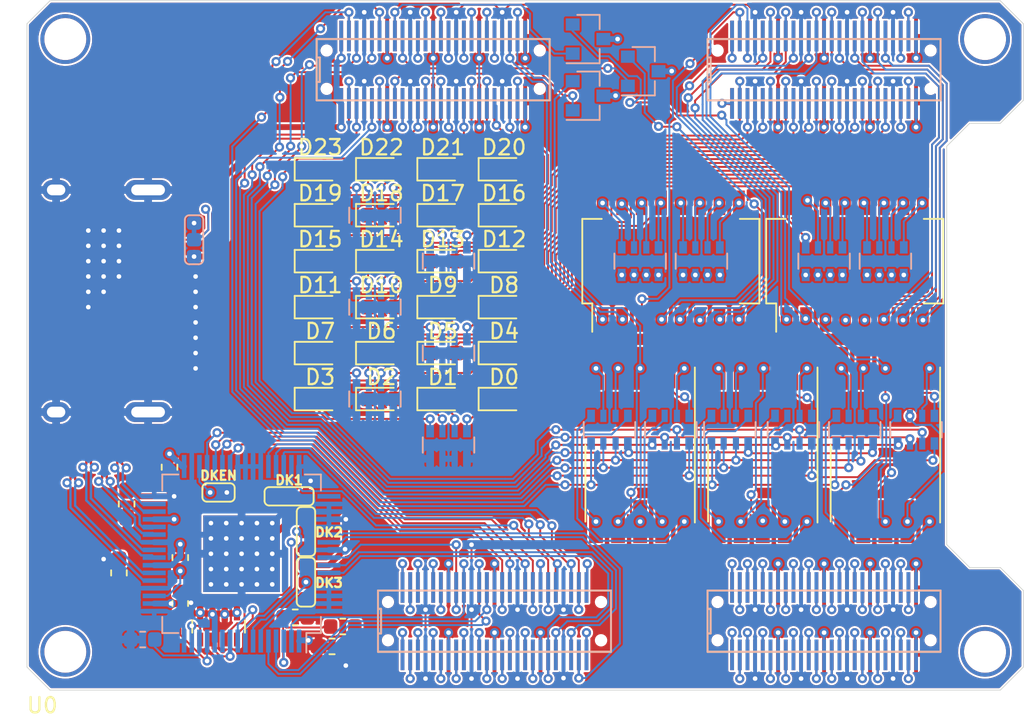
<source format=kicad_pcb>
(kicad_pcb (version 20200512) (host pcbnew "(5.99.0-1662-g9db296991)")
  (layers (0 "F.Cu" signal) (1 "In1.Cu" signal) (2 "In2.Cu" signal) (31 "B.Cu" signal) (34 "B.Paste" user hide) (35 "F.Paste" user hide) (36 "B.SilkS" user) (37 "F.SilkS" user) (38 "B.Mask" user hide) (39 "F.Mask" user) (44 "Edge.Cuts" user hide))
  (net 0 "")
  (net 1 "GNDREF")
  (net 2 "/HDMI/CK-")
  (net 3 "/HDMI/CK+")
  (net 4 "/HDMI/D0-")
  (net 5 "/HDMI/D0+")
  (net 6 "/HDMI/D1-")
  (net 7 "/HDMI/D1+")
  (net 8 "/HDMI/D2-")
  (net 9 "/HDMI/D2+")
  (net 10 "+3V3")
  (net 11 "+5V")
  (net 12 "/HDMI/DK1")
  (net 13 "/HDMI/DK2")
  (net 14 "/HDMI/DK3")
  (net 15 "/HDMI/ISEL")
  (net 16 "Net-(R3-Pad1)")
  (net 17 "/B3")
  (net 18 "/B2")
  (net 19 "/B1")
  (net 20 "/B0")
  (net 21 "/CLK")
  (net 22 "/DE")
  (net 23 "/VS")
  (net 24 "/HS")
  (net 25 "/G3")
  (net 26 "/G2")
  (net 27 "/G1")
  (net 28 "/G0")
  (net 29 "/R3")
  (net 30 "/R2")
  (net 31 "/R1")
  (net 32 "/R0")
  (net 33 "/LED0")
  (net 34 "Net-(D0-Pad1)")
  (net 35 "/LED1")
  (net 36 "Net-(D1-Pad1)")
  (net 37 "/LED2")
  (net 38 "Net-(D2-Pad1)")
  (net 39 "/LED3")
  (net 40 "Net-(D3-Pad1)")
  (net 41 "/LED4")
  (net 42 "Net-(D4-Pad1)")
  (net 43 "/LED5")
  (net 44 "Net-(D5-Pad1)")
  (net 45 "/LED6")
  (net 46 "Net-(D6-Pad1)")
  (net 47 "/LED7")
  (net 48 "Net-(D7-Pad1)")
  (net 49 "/LED8")
  (net 50 "Net-(D8-Pad1)")
  (net 51 "/LED9")
  (net 52 "Net-(D9-Pad1)")
  (net 53 "/LED10")
  (net 54 "Net-(D10-Pad1)")
  (net 55 "/LED11")
  (net 56 "Net-(D11-Pad1)")
  (net 57 "/LED12")
  (net 58 "Net-(D12-Pad1)")
  (net 59 "/LED13")
  (net 60 "Net-(D13-Pad1)")
  (net 61 "/LED14")
  (net 62 "Net-(D14-Pad1)")
  (net 63 "/LED15")
  (net 64 "Net-(D15-Pad1)")
  (net 65 "/LED16")
  (net 66 "Net-(D16-Pad1)")
  (net 67 "/LED17")
  (net 68 "Net-(D17-Pad1)")
  (net 69 "/LED18")
  (net 70 "Net-(D18-Pad1)")
  (net 71 "/LED19")
  (net 72 "Net-(D19-Pad1)")
  (net 73 "/LED20")
  (net 74 "Net-(D20-Pad1)")
  (net 75 "/LED21")
  (net 76 "Net-(D21-Pad1)")
  (net 77 "/LED22")
  (net 78 "Net-(D22-Pad1)")
  (net 79 "/LED23")
  (net 80 "Net-(D23-Pad1)")
  (net 81 "Net-(J0-Pad16)")
  (net 82 "Net-(J0-Pad18)")
  (net 83 "Net-(J0-Pad15)")
  (net 84 "Net-(J0-Pad13)")
  (net 85 "Net-(J0-Pad14)")
  (net 86 "Net-(J0-Pad19)")
  (net 87 "Net-(JP4-Pad2)")
  (net 88 "Net-(R0-Pad2)")
  (net 89 "Net-(R2-Pad1)")
  (net 90 "Net-(RN7-Pad6)")
  (net 91 "Net-(RN7-Pad8)")
  (net 92 "Net-(RN8-Pad5)")
  (net 93 "Net-(RN8-Pad6)")
  (net 94 "Net-(RN8-Pad8)")
  (net 95 "Net-(RN8-Pad7)")
  (net 96 "Net-(RN9-Pad5)")
  (net 97 "Net-(RN9-Pad6)")
  (net 98 "Net-(RN9-Pad8)")
  (net 99 "Net-(RN9-Pad7)")
  (net 100 "Net-(RN10-Pad5)")
  (net 101 "Net-(RN10-Pad6)")
  (net 102 "Net-(RN10-Pad8)")
  (net 103 "Net-(RN10-Pad7)")
  (net 104 "Net-(RN11-Pad5)")
  (net 105 "Net-(RN11-Pad6)")
  (net 106 "Net-(RN11-Pad8)")
  (net 107 "Net-(RN11-Pad7)")
  (net 108 "/DIP0")
  (net 109 "/DIP1")
  (net 110 "/DIP2")
  (net 111 "/DIP3")
  (net 112 "/DIP4")
  (net 113 "/DIP5")
  (net 114 "/DIP6")
  (net 115 "/DIP7")
  (net 116 "/DIP8")
  (net 117 "/DIP9")
  (net 118 "/DIP10")
  (net 119 "/DIP11")
  (net 120 "/DIP12")
  (net 121 "/DIP13")
  (net 122 "/DIP14")
  (net 123 "/DIP15")
  (net 124 "/DIP16")
  (net 125 "/DIP17")
  (net 126 "/DIP18")
  (net 127 "/DIP19")
  (net 128 "/DIP20")
  (net 129 "/DIP21")
  (net 130 "/DIP22")
  (net 131 "/DIP23")
  (net 132 "Net-(U0-PadDB_1)")
  (net 133 "Net-(U0-PadDB_3)")
  (net 134 "Net-(U0-PadDB_14)")
  (net 135 "Net-(U0-PadDB_5)")
  (net 136 "Net-(U0-PadDB_2)")
  (net 137 "Net-(U0-PadDB_8)")
  (net 138 "Net-(U0-PadDB_9)")
  (net 139 "Net-(U0-PadDB_11)")
  (net 140 "Net-(U0-PadDB_6)")
  (net 141 "Net-(U0-PadDB_46)")
  (net 142 "Net-(U0-PadDB_43)")
  (net 143 "Net-(U0-PadDB_48)")
  (net 144 "Net-(U0-PadDB_12)")
  (net 145 "Net-(U0-PadDB_45)")
  (net 146 "Net-(U0-PadDB_49)")
  (net 147 "Net-(U0-PadDB_50)")
  (net 148 "Net-(U0-PadDB_40)")
  (net 149 "Net-(U0-PadDB_42)")
  (net 150 "/C3")
  (net 151 "/AN3")
  (net 152 "/DP")
  (net 153 "/C2")
  (net 154 "/AN1")
  (net 155 "Net-(U0-PadDB_30)")
  (net 156 "/C5")
  (net 157 "/C4")
  (net 158 "Net-(U0-PadDB_37)")
  (net 159 "Net-(U0-PadDB_33)")
  (net 160 "Net-(U0-PadDB_36)")
  (net 161 "/C1")
  (net 162 "/AN0")
  (net 163 "/C6")
  (net 164 "Net-(U0-PadDB_34)")
  (net 165 "Net-(U0-PadDB_31)")
  (net 166 "/C0")
  (net 167 "/AN2")
  (net 168 "/BTN3")
  (net 169 "/BTN2")
  (net 170 "Net-(U0-PadBB_50)")
  (net 171 "/BTN0")
  (net 172 "/BTN1")
  (net 173 "Net-(U0-PadBB_1)")
  (net 174 "Net-(U0-PadDB_28)")
  (net 175 "Net-(U0-PadDB_39)")
  (net 176 "Net-(U0-PadDB_27)")
  (net 177 "Net-(U0-PadCB_25)")
  (net 178 "Net-(U0-PadCB_15)")
  (net 179 "Net-(U0-PadCB_14)")
  (net 180 "Net-(U0-PadDB_23)")
  (net 181 "Net-(U0-PadDB_17)")
  (net 182 "Net-(U0-PadDB_18)")
  (net 183 "Net-(U0-PadDB_15)")
  (net 184 "Net-(U0-PadCB_17)")
  (net 185 "Net-(U0-PadDB_21)")
  (net 186 "Net-(U0-PadDB_20)")
  (net 187 "Net-(U0-PadDB_24)")
  (net 188 "Net-(U0-PadCB_5)")
  (net 189 "Net-(U0-PadCB_6)")
  (net 190 "/BTN4")
  (net 191 "Net-(U0-PadCB_26)")
  (net 192 "Net-(U0-PadCB_2)")
  (net 193 "/BTN6")
  (net 194 "Net-(U0-PadCB_18)")
  (net 195 "Net-(U0-PadCB_8)")
  (net 196 "Net-(U0-PadCB_1)")
  (net 197 "Net-(U0-PadCB_3)")
  (net 198 "Net-(U0-PadCB_9)")
  (net 199 "Net-(U0-PadCB_45)")
  (net 200 "/BTN5")
  (net 201 "Net-(U0-PadCB_50)")
  (net 202 "Net-(U0-PadCB_32)")
  (net 203 "Net-(U0-PadCB_12)")
  (net 204 "Net-(U0-PadCB_11)")
  (net 205 "Net-(U1-Pad49)")
  (net 206 "Net-(U1-Pad11)")
  (net 207 "Net-(RN7-Pad5)")
  (net 208 "Net-(AFF1-Pad1)")
  (net 209 "Net-(AFF1-Pad2)")
  (net 210 "Net-(AFF1-Pad3)")
  (net 211 "Net-(AFF1-Pad4)")
  (net 212 "Net-(AFF1-Pad5)")
  (net 213 "Net-(AFF1-Pad6)")
  (net 214 "Net-(AFF1-Pad7)")
  (net 215 "Net-(AFF1-Pad9)")
  (net 216 "Net-(AFF1-Pad10)")
  (net 217 "Net-(AFF2-Pad1)")
  (net 218 "Net-(AFF2-Pad2)")
  (net 219 "Net-(AFF2-Pad3)")
  (net 220 "Net-(AFF2-Pad4)")
  (net 221 "Net-(AFF2-Pad5)")
  (net 222 "Net-(AFF2-Pad6)")
  (net 223 "Net-(AFF2-Pad7)")
  (net 224 "Net-(AFF2-Pad9)")
  (net 225 "Net-(AFF2-Pad10)")
  (net 226 "Net-(AFF3-Pad1)")
  (net 227 "Net-(AFF3-Pad2)")
  (net 228 "Net-(AFF3-Pad3)")
  (net 229 "Net-(AFF3-Pad4)")
  (net 230 "Net-(AFF3-Pad5)")
  (net 231 "Net-(AFF3-Pad6)")
  (net 232 "Net-(AFF3-Pad7)")
  (net 233 "Net-(AFF3-Pad9)")
  (net 234 "Net-(AFF3-Pad10)")
  (module "Resistor_SMD:R_Array_Convex_4x0603" (layer "B.Cu") (at 50 40 90)
    (fp_text reference "RN20" hide)
    (fp_text value "R_Pack04")
    (pad "5" smd rect (at 0.9 -1.2 90) (size 0.8 0.5) (layers "B.Cu" "B.Paste" "B.Mask") (net 230 "Net-(AFF3-Pad5)"))
    (pad "6" smd rect (at 0.9 -0.4 90) (size 0.8 0.4) (layers "B.Cu" "B.Paste" "B.Mask") (net 234 "Net-(AFF3-Pad10)"))
    (pad "8" smd rect (at 0.9 1.2 90) (size 0.8 0.5) (layers "B.Cu" "B.Paste" "B.Mask") (net 226 "Net-(AFF3-Pad1)"))
    (pad "7" smd rect (at 0.9 0.4 90) (size 0.8 0.4) (layers "B.Cu" "B.Paste" "B.Mask") (net 233 "Net-(AFF3-Pad9)"))
    (pad "4" smd rect (at -0.9 -1.2 90) (size 0.8 0.5) (layers "B.Cu" "B.Paste" "B.Mask") (net 152 "/DP"))
    (pad "2" smd rect (at -0.9 0.4 90) (size 0.8 0.4) (layers "B.Cu" "B.Paste" "B.Mask") (net 156 "/C5"))
    (pad "3" smd rect (at -0.9 -0.4 90) (size 0.8 0.4) (layers "B.Cu" "B.Paste" "B.Mask") (net 163 "/C6"))
    (pad "1" smd rect (at -0.9 1.2 90) (size 0.8 0.5) (layers "B.Cu" "B.Paste" "B.Mask") (net 157 "/C4"))
  )
  (module "Resistor_SMD:R_Array_Convex_4x0603" (layer "B.Cu") (at 54 40 90)
    (fp_text reference "RN18" hide)
    (fp_text value "R_Pack04")
    (pad "5" smd rect (at 0.9 -1.2 90) (size 0.8 0.5) (layers "B.Cu" "B.Paste" "B.Mask") (net 227 "Net-(AFF3-Pad2)"))
    (pad "6" smd rect (at 0.9 -0.4 90) (size 0.8 0.4) (layers "B.Cu" "B.Paste" "B.Mask") (net 229 "Net-(AFF3-Pad4)"))
    (pad "8" smd rect (at 0.9 1.2 90) (size 0.8 0.5) (layers "B.Cu" "B.Paste" "B.Mask") (net 232 "Net-(AFF3-Pad7)"))
    (pad "7" smd rect (at 0.9 0.4 90) (size 0.8 0.4) (layers "B.Cu" "B.Paste" "B.Mask") (net 231 "Net-(AFF3-Pad6)"))
    (pad "4" smd rect (at -0.9 -1.2 90) (size 0.8 0.5) (layers "B.Cu" "B.Paste" "B.Mask") (net 150 "/C3"))
    (pad "2" smd rect (at -0.9 0.4 90) (size 0.8 0.4) (layers "B.Cu" "B.Paste" "B.Mask") (net 161 "/C1"))
    (pad "3" smd rect (at -0.9 -0.4 90) (size 0.8 0.4) (layers "B.Cu" "B.Paste" "B.Mask") (net 153 "/C2"))
    (pad "1" smd rect (at -0.9 1.2 90) (size 0.8 0.5) (layers "B.Cu" "B.Paste" "B.Mask") (net 166 "/C0"))
  )
  (module "Resistor_SMD:R_Array_Convex_4x0603" (layer "B.Cu") (at 57.85 40 90)
    (fp_text reference "RN17" hide)
    (fp_text value "R_Pack04")
    (pad "5" smd rect (at 0.9 -1.2 90) (size 0.8 0.5) (layers "B.Cu" "B.Paste" "B.Mask") (net 221 "Net-(AFF2-Pad5)"))
    (pad "6" smd rect (at 0.9 -0.4 90) (size 0.8 0.4) (layers "B.Cu" "B.Paste" "B.Mask") (net 225 "Net-(AFF2-Pad10)"))
    (pad "8" smd rect (at 0.9 1.2 90) (size 0.8 0.5) (layers "B.Cu" "B.Paste" "B.Mask") (net 217 "Net-(AFF2-Pad1)"))
    (pad "7" smd rect (at 0.9 0.4 90) (size 0.8 0.4) (layers "B.Cu" "B.Paste" "B.Mask") (net 224 "Net-(AFF2-Pad9)"))
    (pad "4" smd rect (at -0.9 -1.2 90) (size 0.8 0.5) (layers "B.Cu" "B.Paste" "B.Mask") (net 152 "/DP"))
    (pad "2" smd rect (at -0.9 0.4 90) (size 0.8 0.4) (layers "B.Cu" "B.Paste" "B.Mask") (net 156 "/C5"))
    (pad "3" smd rect (at -0.9 -0.4 90) (size 0.8 0.4) (layers "B.Cu" "B.Paste" "B.Mask") (net 163 "/C6"))
    (pad "1" smd rect (at -0.9 1.2 90) (size 0.8 0.5) (layers "B.Cu" "B.Paste" "B.Mask") (net 157 "/C4"))
  )
  (module "Resistor_SMD:R_Array_Convex_4x0603" (layer "B.Cu") (at 66 40 90)
    (fp_text reference "RN16" hide)
    (fp_text value "R_Pack04")
    (pad "5" smd rect (at 0.9 -1.2 90) (size 0.8 0.5) (layers "B.Cu" "B.Paste" "B.Mask") (net 212 "Net-(AFF1-Pad5)"))
    (pad "6" smd rect (at 0.9 -0.4 90) (size 0.8 0.4) (layers "B.Cu" "B.Paste" "B.Mask") (net 216 "Net-(AFF1-Pad10)"))
    (pad "8" smd rect (at 0.9 1.2 90) (size 0.8 0.5) (layers "B.Cu" "B.Paste" "B.Mask") (net 208 "Net-(AFF1-Pad1)"))
    (pad "7" smd rect (at 0.9 0.4 90) (size 0.8 0.4) (layers "B.Cu" "B.Paste" "B.Mask") (net 215 "Net-(AFF1-Pad9)"))
    (pad "4" smd rect (at -0.9 -1.2 90) (size 0.8 0.5) (layers "B.Cu" "B.Paste" "B.Mask") (net 152 "/DP"))
    (pad "2" smd rect (at -0.9 0.4 90) (size 0.8 0.4) (layers "B.Cu" "B.Paste" "B.Mask") (net 156 "/C5"))
    (pad "3" smd rect (at -0.9 -0.4 90) (size 0.8 0.4) (layers "B.Cu" "B.Paste" "B.Mask") (net 163 "/C6"))
    (pad "1" smd rect (at -0.9 1.2 90) (size 0.8 0.5) (layers "B.Cu" "B.Paste" "B.Mask") (net 157 "/C4"))
  )
  (module "Resistor_SMD:R_Array_Convex_4x0603" (layer "B.Cu") (at 62 40 90)
    (fp_text reference "RN15" hide)
    (fp_text value "R_Pack04")
    (pad "5" smd rect (at 0.9 -1.2 90) (size 0.8 0.5) (layers "B.Cu" "B.Paste" "B.Mask") (net 218 "Net-(AFF2-Pad2)"))
    (pad "6" smd rect (at 0.9 -0.4 90) (size 0.8 0.4) (layers "B.Cu" "B.Paste" "B.Mask") (net 220 "Net-(AFF2-Pad4)"))
    (pad "8" smd rect (at 0.9 1.2 90) (size 0.8 0.5) (layers "B.Cu" "B.Paste" "B.Mask") (net 223 "Net-(AFF2-Pad7)"))
    (pad "7" smd rect (at 0.9 0.4 90) (size 0.8 0.4) (layers "B.Cu" "B.Paste" "B.Mask") (net 222 "Net-(AFF2-Pad6)"))
    (pad "4" smd rect (at -0.9 -1.2 90) (size 0.8 0.5) (layers "B.Cu" "B.Paste" "B.Mask") (net 150 "/C3"))
    (pad "2" smd rect (at -0.9 0.4 90) (size 0.8 0.4) (layers "B.Cu" "B.Paste" "B.Mask") (net 161 "/C1"))
    (pad "3" smd rect (at -0.9 -0.4 90) (size 0.8 0.4) (layers "B.Cu" "B.Paste" "B.Mask") (net 153 "/C2"))
    (pad "1" smd rect (at -0.9 1.2 90) (size 0.8 0.5) (layers "B.Cu" "B.Paste" "B.Mask") (net 166 "/C0"))
  )
  (module "Resistor_SMD:R_Array_Convex_4x0603" (layer "B.Cu") (at 70 40 90)
    (fp_text reference "RN14" hide)
    (fp_text value "R_Pack04")
    (pad "5" smd rect (at 0.9 -1.2 90) (size 0.8 0.5) (layers "B.Cu" "B.Paste" "B.Mask") (net 209 "Net-(AFF1-Pad2)"))
    (pad "6" smd rect (at 0.9 -0.4 90) (size 0.8 0.4) (layers "B.Cu" "B.Paste" "B.Mask") (net 211 "Net-(AFF1-Pad4)"))
    (pad "8" smd rect (at 0.9 1.2 90) (size 0.8 0.5) (layers "B.Cu" "B.Paste" "B.Mask") (net 214 "Net-(AFF1-Pad7)"))
    (pad "7" smd rect (at 0.9 0.4 90) (size 0.8 0.4) (layers "B.Cu" "B.Paste" "B.Mask") (net 213 "Net-(AFF1-Pad6)"))
    (pad "4" smd rect (at -0.9 -1.2 90) (size 0.8 0.5) (layers "B.Cu" "B.Paste" "B.Mask") (net 150 "/C3"))
    (pad "2" smd rect (at -0.9 0.4 90) (size 0.8 0.4) (layers "B.Cu" "B.Paste" "B.Mask") (net 161 "/C1"))
    (pad "3" smd rect (at -0.9 -0.4 90) (size 0.8 0.4) (layers "B.Cu" "B.Paste" "B.Mask") (net 153 "/C2"))
    (pad "1" smd rect (at -0.9 1.2 90) (size 0.8 0.5) (layers "B.Cu" "B.Paste" "B.Mask") (net 166 "/C0"))
  )
  (module "Package_TO_SOT_SMD:SOT-23" (layer "B.Cu") (at 48.6 18.2)
    (fp_text reference "Q3" hide)
    (fp_text value "Q_PMOS_SGD")
    (pad "3" smd rect (at 1 0) (size 0.9 0.8) (layers "B.Cu" "B.Paste" "B.Mask") (net 10 "+3V3"))
    (pad "2" smd rect (at -1 -0.95) (size 0.9 0.8) (layers "B.Cu" "B.Paste" "B.Mask") (net 228 "Net-(AFF3-Pad3)"))
    (pad "1" smd rect (at -1 0.95) (size 0.9 0.8) (layers "B.Cu" "B.Paste" "B.Mask") (net 167 "/AN2"))
  )
  (module "Package_TO_SOT_SMD:SOT-23" (layer "B.Cu") (at 52.2 16.6)
    (fp_text reference "Q2" hide)
    (fp_text value "Q_PMOS_SGD")
    (pad "3" smd rect (at 1 0) (size 0.9 0.8) (layers "B.Cu" "B.Paste" "B.Mask") (net 10 "+3V3"))
    (pad "2" smd rect (at -1 -0.95) (size 0.9 0.8) (layers "B.Cu" "B.Paste" "B.Mask") (net 219 "Net-(AFF2-Pad3)"))
    (pad "1" smd rect (at -1 0.95) (size 0.9 0.8) (layers "B.Cu" "B.Paste" "B.Mask") (net 154 "/AN1"))
  )
  (module "Package_TO_SOT_SMD:SOT-23" (layer "B.Cu") (at 48.6 14.5)
    (fp_text reference "Q1" hide)
    (fp_text value "Q_PMOS_SGD")
    (pad "3" smd rect (at 1 0) (size 0.9 0.8) (layers "B.Cu" "B.Paste" "B.Mask") (net 10 "+3V3"))
    (pad "2" smd rect (at -1 -0.95) (size 0.9 0.8) (layers "B.Cu" "B.Paste" "B.Mask") (net 210 "Net-(AFF1-Pad3)"))
    (pad "1" smd rect (at -1 0.95) (size 0.9 0.8) (layers "B.Cu" "B.Paste" "B.Mask") (net 162 "/AN0"))
  )
  (module "Custom_Parts:Jumper_2_Pin_Unbridged" (layer "F.Cu") (at 24.5 44.07 180)
    (fp_text reference "DKEN" (at 0 1.07) (layer "F.SilkS") (effects (font (size 0.6 0.6))))
    (fp_text value "DKEN")
    (pad "2" smd roundrect (at 0.55 -0.03 180) (size 0.875 0.95) (layers "F.Cu" "F.Paste" "F.Mask") (net 87 "Net-(JP4-Pad2)"))
    (pad "1" smd roundrect (at -0.5375 -0.03 180) (size 0.875 0.95) (layers "F.Cu" "F.Paste" "F.Mask") (net 1 "GNDREF"))
  )
  (module "Custom_Parts:jumper_unbridged" (layer "F.Cu") (at 30.2 49.95 90)
    (fp_text reference "DK3" (at -0.05 1.5) (layer "F.SilkS") (effects (font (size 0.6 0.6))))
    (fp_text value "DK3" hide)
    (pad "2" smd roundrect (at 0 0 90) (size 0.875 0.95) (layers "F.Cu" "F.Paste" "F.Mask") (net 14 "/HDMI/DK3"))
    (pad "3" smd roundrect (at 1.1 0 270) (size 0.875 0.95) (layers "F.Cu" "F.Paste" "F.Mask") (net 1 "GNDREF"))
    (pad "1" smd roundrect (at -1.0875 0 90) (size 0.875 0.95) (layers "F.Cu" "F.Paste" "F.Mask") (net 10 "+3V3"))
  )
  (module "Custom_Parts:jumper_unbridged" (layer "F.Cu") (at 30.2 46.65 90)
    (fp_text reference "DK2" (at -0.05 1.5) (layer "F.SilkS") (effects (font (size 0.6 0.6))))
    (fp_text value "DK2" hide)
    (pad "2" smd roundrect (at 0 0 90) (size 0.875 0.95) (layers "F.Cu" "F.Paste" "F.Mask") (net 13 "/HDMI/DK2"))
    (pad "3" smd roundrect (at 1.1 0 270) (size 0.875 0.95) (layers "F.Cu" "F.Paste" "F.Mask") (net 1 "GNDREF"))
    (pad "1" smd roundrect (at -1.0875 0 90) (size 0.875 0.95) (layers "F.Cu" "F.Paste" "F.Mask") (net 10 "+3V3"))
  )
  (module "Custom_Parts:jumper_unbridged" (layer "F.Cu") (at 29.1 44.35)
    (fp_text reference "DK1" (at 0 -1.05) (layer "F.SilkS") (effects (font (size 0.6 0.6))))
    (fp_text value "DK1" hide)
    (pad "2" smd roundrect (at 0 0) (size 0.875 0.95) (layers "F.Cu" "F.Paste" "F.Mask") (net 12 "/HDMI/DK1"))
    (pad "3" smd roundrect (at 1.1 0 180) (size 0.875 0.95) (layers "F.Cu" "F.Paste" "F.Mask") (net 1 "GNDREF"))
    (pad "1" smd roundrect (at -1.0875 0) (size 0.875 0.95) (layers "F.Cu" "F.Paste" "F.Mask") (net 10 "+3V3"))
  )
  (module "Custom_Parts:jumper_1_2_bridged" (layer "B.Cu") (at 22.9 27.6 -90)
    (fp_text reference "JP0" hide)
    (fp_text value "V_Sel" hide)
    (pad "1" smd roundrect (at -0.56 0) (size 0.3 0.95) (layers "B.Cu" "B.Paste" "B.Mask") (net 10 "+3V3"))
    (pad "3" smd roundrect (at 1.1 0 90) (size 0.875 0.95) (layers "B.Cu" "B.Paste" "B.Mask") (net 11 "+5V"))
    (pad "1" smd roundrect (at -1.0875 0 270) (size 0.875 0.95) (layers "B.Cu" "B.Paste" "B.Mask") (net 10 "+3V3"))
    (pad "2" smd roundrect (at 0 0 270) (size 0.875 0.95) (layers "B.Cu" "B.Paste" "B.Mask") (net 82 "Net-(J0-Pad18)"))
  )
  (module "Custom_Parts:HDMI" (layer "F.Cu") (at 20.5 36.1 -90)
    (fp_text reference "J0" hide)
    (fp_text value "HDMI_A_1.4")
    (pad "4" smd rect (at -1.5 0 270) (size 0.3 3) (layers "F.Cu" "F.Paste" "F.Mask") (net 7 "/HDMI/D1+"))
    (pad "2" smd rect (at -0.5 0 270) (size 0.3 3) (layers "F.Cu" "F.Paste" "F.Mask") (net 1 "GNDREF"))
    (pad "1" smd rect (at 0 0 270) (size 0.3 3) (layers "F.Cu" "F.Paste" "F.Mask") (net 9 "/HDMI/D2+"))
    (pad "3" smd rect (at -1 0 270) (size 0.3 3) (layers "F.Cu" "F.Paste" "F.Mask") (net 8 "/HDMI/D2-"))
    (pad "6" smd rect (at -2.5 0 270) (size 0.3 3) (layers "F.Cu" "F.Paste" "F.Mask") (net 6 "/HDMI/D1-"))
    (pad "5" smd rect (at -2 0 270) (size 0.3 3) (layers "F.Cu" "F.Paste" "F.Mask") (net 1 "GNDREF"))
    (pad "19" smd rect (at -9 0 270) (size 0.3 3) (layers "F.Cu" "F.Paste" "F.Mask") (net 86 "Net-(J0-Pad19)"))
    (pad "SH" thru_hole oval (at 2.75 0.6 270) (size 1.3 3) (drill oval 0.7 2.2) (layers *.Cu *.Mask) (net 1 "GNDREF"))
    (pad "7" smd rect (at -3 0 270) (size 0.3 3) (layers "F.Cu" "F.Paste" "F.Mask") (net 5 "/HDMI/D0+"))
    (pad "8" smd rect (at -3.5 0 270) (size 0.3 3) (layers "F.Cu" "F.Paste" "F.Mask") (net 1 "GNDREF"))
    (pad "14" smd rect (at -6.5 0 270) (size 0.3 3) (layers "F.Cu" "F.Paste" "F.Mask") (net 85 "Net-(J0-Pad14)"))
    (pad "9" smd rect (at -4 0 270) (size 0.3 3) (layers "F.Cu" "F.Paste" "F.Mask") (net 4 "/HDMI/D0-"))
    (pad "10" smd rect (at -4.5 0 270) (size 0.3 3) (layers "F.Cu" "F.Paste" "F.Mask") (net 3 "/HDMI/CK+"))
    (pad "11" smd rect (at -5 0 270) (size 0.3 3) (layers "F.Cu" "F.Paste" "F.Mask") (net 1 "GNDREF"))
    (pad "13" smd rect (at -6 0 270) (size 0.3 3) (layers "F.Cu" "F.Paste" "F.Mask") (net 84 "Net-(J0-Pad13)"))
    (pad "15" smd rect (at -7 0 270) (size 0.3 3) (layers "F.Cu" "F.Paste" "F.Mask") (net 83 "Net-(J0-Pad15)"))
    (pad "17" smd rect (at -8 0 270) (size 0.3 3) (layers "F.Cu" "F.Paste" "F.Mask") (net 1 "GNDREF"))
    (pad "SH" thru_hole oval (at -11.75 0.6 270) (size 1.3 3) (drill oval 0.7 2.2) (layers *.Cu *.Mask) (net 1 "GNDREF"))
    (pad "SH" thru_hole oval (at -11.75 6.6 270) (size 1.3 1.8) (drill oval 0.7 1.2) (layers *.Cu *.Mask) (net 1 "GNDREF"))
    (pad "18" smd rect (at -8.5 0 270) (size 0.3 3) (layers "F.Cu" "F.Paste" "F.Mask") (net 82 "Net-(J0-Pad18)"))
    (pad "SH" thru_hole oval (at 2.75 6.6 270) (size 1.3 1.8) (drill oval 0.7 1.2) (layers *.Cu *.Mask) (net 1 "GNDREF"))
    (pad "16" smd rect (at -7.5 0 270) (size 0.3 3) (layers "F.Cu" "F.Paste" "F.Mask") (net 81 "Net-(J0-Pad16)"))
    (pad "12" smd rect (at -5.5 0 270) (size 0.3 3) (layers "F.Cu" "F.Paste" "F.Mask") (net 2 "/HDMI/CK-"))
  )
  (module "Button_Switch_SMD:SW_DIP_SPSTx08_Slide_Copal_CHS-08B_W7.62mm_P1.27mm" (layer "F.Cu") (at 54 29 90)
    (fp_text reference "SW2" hide)
    (fp_text value "SW_DIP_x08")
    (pad "1" smd rect (at -3.81 -4.445 90) (size 1.6 0.76) (layers "F.Cu" "F.Paste" "F.Mask") (net 123 "/DIP15"))
    (pad "9" smd rect (at 3.81 4.445 90) (size 1.6 0.76) (layers "F.Cu" "F.Paste" "F.Mask") (net 102 "Net-(RN10-Pad8)"))
    (pad "2" smd rect (at -3.81 -3.175 90) (size 1.6 0.76) (layers "F.Cu" "F.Paste" "F.Mask") (net 122 "/DIP14"))
    (pad "10" smd rect (at 3.81 3.175 90) (size 1.6 0.76) (layers "F.Cu" "F.Paste" "F.Mask") (net 103 "Net-(RN10-Pad7)"))
    (pad "3" smd rect (at -3.81 -1.905 90) (size 1.6 0.76) (layers "F.Cu" "F.Paste" "F.Mask") (net 121 "/DIP13"))
    (pad "11" smd rect (at 3.81 1.905 90) (size 1.6 0.76) (layers "F.Cu" "F.Paste" "F.Mask") (net 101 "Net-(RN10-Pad6)"))
    (pad "4" smd rect (at -3.81 -0.635 90) (size 1.6 0.76) (layers "F.Cu" "F.Paste" "F.Mask") (net 120 "/DIP12"))
    (pad "12" smd rect (at 3.81 0.635 90) (size 1.6 0.76) (layers "F.Cu" "F.Paste" "F.Mask") (net 100 "Net-(RN10-Pad5)"))
    (pad "5" smd rect (at -3.81 0.635 90) (size 1.6 0.76) (layers "F.Cu" "F.Paste" "F.Mask") (net 119 "/DIP11"))
    (pad "13" smd rect (at 3.81 -0.635 90) (size 1.6 0.76) (layers "F.Cu" "F.Paste" "F.Mask") (net 106 "Net-(RN11-Pad8)"))
    (pad "6" smd rect (at -3.81 1.905 90) (size 1.6 0.76) (layers "F.Cu" "F.Paste" "F.Mask") (net 118 "/DIP10"))
    (pad "14" smd rect (at 3.81 -1.905 90) (size 1.6 0.76) (layers "F.Cu" "F.Paste" "F.Mask") (net 107 "Net-(RN11-Pad7)"))
    (pad "7" smd rect (at -3.81 3.175 90) (size 1.6 0.76) (layers "F.Cu" "F.Paste" "F.Mask") (net 117 "/DIP9"))
    (pad "15" smd rect (at 3.81 -3.175 90) (size 1.6 0.76) (layers "F.Cu" "F.Paste" "F.Mask") (net 105 "Net-(RN11-Pad6)"))
    (pad "8" smd rect (at -3.81 4.445 90) (size 1.6 0.76) (layers "F.Cu" "F.Paste" "F.Mask") (net 116 "/DIP8"))
    (pad "16" smd rect (at 3.81 -4.445 90) (size 1.6 0.76) (layers "F.Cu" "F.Paste" "F.Mask") (net 104 "Net-(RN11-Pad5)"))
  )
  (module "Display_7Segment:KCSC02-136" (layer "F.Cu") (at 52 41 90)
    (fp_text reference "AFF3" hide)
    (fp_text value "LTS-6960HR")
    (pad "10" smd rect (at 5 -2.88 90) (size 2.8 0.9) (layers "F.Cu" "F.Paste" "F.Mask") (net 234 "Net-(AFF3-Pad10)"))
    (pad "9" smd rect (at 5 -1.44 90) (size 2.8 0.9) (layers "F.Cu" "F.Paste" "F.Mask") (net 233 "Net-(AFF3-Pad9)"))
    (pad "8" smd rect (at 5 0 90) (size 2.8 0.9) (layers "F.Cu" "F.Paste" "F.Mask") (net 228 "Net-(AFF3-Pad3)"))
    (pad "7" smd rect (at 5 1.44 90) (size 2.8 0.9) (layers "F.Cu" "F.Paste" "F.Mask") (net 232 "Net-(AFF3-Pad7)"))
    (pad "6" smd rect (at 5 2.88 90) (size 2.8 0.9) (layers "F.Cu" "F.Paste" "F.Mask") (net 231 "Net-(AFF3-Pad6)"))
    (pad "5" smd rect (at -5 2.88 90) (size 2.8 0.9) (layers "F.Cu" "F.Paste" "F.Mask") (net 230 "Net-(AFF3-Pad5)"))
    (pad "4" smd rect (at -5 1.44 90) (size 2.8 0.9) (layers "F.Cu" "F.Paste" "F.Mask") (net 229 "Net-(AFF3-Pad4)"))
    (pad "3" smd rect (at -5 0 90) (size 2.8 0.9) (layers "F.Cu" "F.Paste" "F.Mask") (net 228 "Net-(AFF3-Pad3)"))
    (pad "2" smd rect (at -5 -1.44 90) (size 2.8 0.9) (layers "F.Cu" "F.Paste" "F.Mask") (net 227 "Net-(AFF3-Pad2)"))
    (pad "1" smd rect (at -5 -2.88 90) (size 2.8 0.9) (layers "F.Cu" "F.Paste" "F.Mask") (net 226 "Net-(AFF3-Pad1)"))
  )
  (module "Display_7Segment:KCSC02-136" (layer "F.Cu") (at 60 41 90)
    (fp_text reference "AFF2" hide)
    (fp_text value "LTS-6960HR")
    (pad "10" smd rect (at 5 -2.88 90) (size 2.8 0.9) (layers "F.Cu" "F.Paste" "F.Mask") (net 225 "Net-(AFF2-Pad10)"))
    (pad "9" smd rect (at 5 -1.44 90) (size 2.8 0.9) (layers "F.Cu" "F.Paste" "F.Mask") (net 224 "Net-(AFF2-Pad9)"))
    (pad "8" smd rect (at 5 0 90) (size 2.8 0.9) (layers "F.Cu" "F.Paste" "F.Mask") (net 219 "Net-(AFF2-Pad3)"))
    (pad "7" smd rect (at 5 1.44 90) (size 2.8 0.9) (layers "F.Cu" "F.Paste" "F.Mask") (net 223 "Net-(AFF2-Pad7)"))
    (pad "6" smd rect (at 5 2.88 90) (size 2.8 0.9) (layers "F.Cu" "F.Paste" "F.Mask") (net 222 "Net-(AFF2-Pad6)"))
    (pad "5" smd rect (at -5 2.88 90) (size 2.8 0.9) (layers "F.Cu" "F.Paste" "F.Mask") (net 221 "Net-(AFF2-Pad5)"))
    (pad "4" smd rect (at -5 1.44 90) (size 2.8 0.9) (layers "F.Cu" "F.Paste" "F.Mask") (net 220 "Net-(AFF2-Pad4)"))
    (pad "3" smd rect (at -5 0 90) (size 2.8 0.9) (layers "F.Cu" "F.Paste" "F.Mask") (net 219 "Net-(AFF2-Pad3)"))
    (pad "2" smd rect (at -5 -1.44 90) (size 2.8 0.9) (layers "F.Cu" "F.Paste" "F.Mask") (net 218 "Net-(AFF2-Pad2)"))
    (pad "1" smd rect (at -5 -2.88 90) (size 2.8 0.9) (layers "F.Cu" "F.Paste" "F.Mask") (net 217 "Net-(AFF2-Pad1)"))
  )
  (module "Display_7Segment:KCSC02-136" (layer "F.Cu") (at 68 41 90)
    (fp_text reference "AFF1" hide)
    (fp_text value "LTS-6960HR")
    (pad "10" smd rect (at 5 -2.88 90) (size 2.8 0.9) (layers "F.Cu" "F.Paste" "F.Mask") (net 216 "Net-(AFF1-Pad10)"))
    (pad "9" smd rect (at 5 -1.44 90) (size 2.8 0.9) (layers "F.Cu" "F.Paste" "F.Mask") (net 215 "Net-(AFF1-Pad9)"))
    (pad "8" smd rect (at 5 0 90) (size 2.8 0.9) (layers "F.Cu" "F.Paste" "F.Mask") (net 210 "Net-(AFF1-Pad3)"))
    (pad "7" smd rect (at 5 1.44 90) (size 2.8 0.9) (layers "F.Cu" "F.Paste" "F.Mask") (net 214 "Net-(AFF1-Pad7)"))
    (pad "6" smd rect (at 5 2.88 90) (size 2.8 0.9) (layers "F.Cu" "F.Paste" "F.Mask") (net 213 "Net-(AFF1-Pad6)"))
    (pad "5" smd rect (at -5 2.88 90) (size 2.8 0.9) (layers "F.Cu" "F.Paste" "F.Mask") (net 212 "Net-(AFF1-Pad5)"))
    (pad "4" smd rect (at -5 1.44 90) (size 2.8 0.9) (layers "F.Cu" "F.Paste" "F.Mask") (net 211 "Net-(AFF1-Pad4)"))
    (pad "3" smd rect (at -5 0 90) (size 2.8 0.9) (layers "F.Cu" "F.Paste" "F.Mask") (net 210 "Net-(AFF1-Pad3)"))
    (pad "2" smd rect (at -5 -1.44 90) (size 2.8 0.9) (layers "F.Cu" "F.Paste" "F.Mask") (net 209 "Net-(AFF1-Pad2)"))
    (pad "1" smd rect (at -5 -2.88 90) (size 2.8 0.9) (layers "F.Cu" "F.Paste" "F.Mask") (net 208 "Net-(AFF1-Pad1)"))
  )
  (module "LED_SMD:LED_0603_1608Metric_Pad1.05x0.95mm_HandSolder" (layer "F.Cu") (at 31.125 23)
    (fp_text reference "D23" (at 0 -1.43) (layer "F.SilkS"))
    (fp_text value "LED")
    (pad "1" smd roundrect (at -0.875 0) (size 1.05 0.95) (layers "F.Cu" "F.Paste" "F.Mask") (net 80 "Net-(D23-Pad1)"))
    (pad "2" smd roundrect (at 0.875 0) (size 1.05 0.95) (layers "F.Cu" "F.Paste" "F.Mask") (net 79 "/LED23"))
  )
  (module "LED_SMD:LED_0603_1608Metric_Pad1.05x0.95mm_HandSolder" (layer "F.Cu") (at 35.125 23)
    (fp_text reference "D22" (at 0 -1.43) (layer "F.SilkS"))
    (fp_text value "LED")
    (pad "1" smd roundrect (at -0.875 0) (size 1.05 0.95) (layers "F.Cu" "F.Paste" "F.Mask") (net 78 "Net-(D22-Pad1)"))
    (pad "2" smd roundrect (at 0.875 0) (size 1.05 0.95) (layers "F.Cu" "F.Paste" "F.Mask") (net 77 "/LED22"))
  )
  (module "LED_SMD:LED_0603_1608Metric_Pad1.05x0.95mm_HandSolder" (layer "F.Cu") (at 39.125 23)
    (fp_text reference "D21" (at 0 -1.43) (layer "F.SilkS"))
    (fp_text value "LED")
    (pad "1" smd roundrect (at -0.875 0) (size 1.05 0.95) (layers "F.Cu" "F.Paste" "F.Mask") (net 76 "Net-(D21-Pad1)"))
    (pad "2" smd roundrect (at 0.875 0) (size 1.05 0.95) (layers "F.Cu" "F.Paste" "F.Mask") (net 75 "/LED21"))
  )
  (module "LED_SMD:LED_0603_1608Metric_Pad1.05x0.95mm_HandSolder" (layer "F.Cu") (at 43.125 23)
    (fp_text reference "D20" (at 0 -1.43) (layer "F.SilkS"))
    (fp_text value "LED")
    (pad "1" smd roundrect (at -0.875 0) (size 1.05 0.95) (layers "F.Cu" "F.Paste" "F.Mask") (net 74 "Net-(D20-Pad1)"))
    (pad "2" smd roundrect (at 0.875 0) (size 1.05 0.95) (layers "F.Cu" "F.Paste" "F.Mask") (net 73 "/LED20"))
  )
  (module "LED_SMD:LED_0603_1608Metric_Pad1.05x0.95mm_HandSolder" (layer "F.Cu") (at 31.125 26)
    (fp_text reference "D19" (at 0 -1.43) (layer "F.SilkS"))
    (fp_text value "LED")
    (pad "1" smd roundrect (at -0.875 0) (size 1.05 0.95) (layers "F.Cu" "F.Paste" "F.Mask") (net 72 "Net-(D19-Pad1)"))
    (pad "2" smd roundrect (at 0.875 0) (size 1.05 0.95) (layers "F.Cu" "F.Paste" "F.Mask") (net 71 "/LED19"))
  )
  (module "LED_SMD:LED_0603_1608Metric_Pad1.05x0.95mm_HandSolder" (layer "F.Cu") (at 35.125 26)
    (fp_text reference "D18" (at 0 -1.43) (layer "F.SilkS"))
    (fp_text value "LED")
    (pad "1" smd roundrect (at -0.875 0) (size 1.05 0.95) (layers "F.Cu" "F.Paste" "F.Mask") (net 70 "Net-(D18-Pad1)"))
    (pad "2" smd roundrect (at 0.875 0) (size 1.05 0.95) (layers "F.Cu" "F.Paste" "F.Mask") (net 69 "/LED18"))
  )
  (module "LED_SMD:LED_0603_1608Metric_Pad1.05x0.95mm_HandSolder" (layer "F.Cu") (at 39.125 26)
    (fp_text reference "D17" (at 0 -1.43) (layer "F.SilkS"))
    (fp_text value "LED")
    (pad "1" smd roundrect (at -0.875 0) (size 1.05 0.95) (layers "F.Cu" "F.Paste" "F.Mask") (net 68 "Net-(D17-Pad1)"))
    (pad "2" smd roundrect (at 0.875 0) (size 1.05 0.95) (layers "F.Cu" "F.Paste" "F.Mask") (net 67 "/LED17"))
  )
  (module "LED_SMD:LED_0603_1608Metric_Pad1.05x0.95mm_HandSolder" (layer "F.Cu") (at 43.125 26)
    (fp_text reference "D16" (at 0 -1.43) (layer "F.SilkS"))
    (fp_text value "LED")
    (pad "1" smd roundrect (at -0.875 0) (size 1.05 0.95) (layers "F.Cu" "F.Paste" "F.Mask") (net 66 "Net-(D16-Pad1)"))
    (pad "2" smd roundrect (at 0.875 0) (size 1.05 0.95) (layers "F.Cu" "F.Paste" "F.Mask") (net 65 "/LED16"))
  )
  (module "LED_SMD:LED_0603_1608Metric_Pad1.05x0.95mm_HandSolder" (layer "F.Cu") (at 31.125 29)
    (fp_text reference "D15" (at 0 -1.43) (layer "F.SilkS"))
    (fp_text value "LED")
    (pad "1" smd roundrect (at -0.875 0) (size 1.05 0.95) (layers "F.Cu" "F.Paste" "F.Mask") (net 64 "Net-(D15-Pad1)"))
    (pad "2" smd roundrect (at 0.875 0) (size 1.05 0.95) (layers "F.Cu" "F.Paste" "F.Mask") (net 63 "/LED15"))
  )
  (module "LED_SMD:LED_0603_1608Metric_Pad1.05x0.95mm_HandSolder" (layer "F.Cu") (at 35.125 29)
    (fp_text reference "D14" (at 0 -1.43) (layer "F.SilkS"))
    (fp_text value "LED")
    (pad "1" smd roundrect (at -0.875 0) (size 1.05 0.95) (layers "F.Cu" "F.Paste" "F.Mask") (net 62 "Net-(D14-Pad1)"))
    (pad "2" smd roundrect (at 0.875 0) (size 1.05 0.95) (layers "F.Cu" "F.Paste" "F.Mask") (net 61 "/LED14"))
  )
  (module "LED_SMD:LED_0603_1608Metric_Pad1.05x0.95mm_HandSolder" (layer "F.Cu") (at 39.125 29)
    (fp_text reference "D13" (at 0 -1.43) (layer "F.SilkS"))
    (fp_text value "LED")
    (pad "1" smd roundrect (at -0.875 0) (size 1.05 0.95) (layers "F.Cu" "F.Paste" "F.Mask") (net 60 "Net-(D13-Pad1)"))
    (pad "2" smd roundrect (at 0.875 0) (size 1.05 0.95) (layers "F.Cu" "F.Paste" "F.Mask") (net 59 "/LED13"))
  )
  (module "LED_SMD:LED_0603_1608Metric_Pad1.05x0.95mm_HandSolder" (layer "F.Cu") (at 43.125 29)
    (fp_text reference "D12" (at 0 -1.43) (layer "F.SilkS"))
    (fp_text value "LED")
    (pad "1" smd roundrect (at -0.875 0) (size 1.05 0.95) (layers "F.Cu" "F.Paste" "F.Mask") (net 58 "Net-(D12-Pad1)"))
    (pad "2" smd roundrect (at 0.875 0) (size 1.05 0.95) (layers "F.Cu" "F.Paste" "F.Mask") (net 57 "/LED12"))
  )
  (module "LED_SMD:LED_0603_1608Metric_Pad1.05x0.95mm_HandSolder" (layer "F.Cu") (at 31.125 32)
    (fp_text reference "D11" (at 0 -1.43) (layer "F.SilkS"))
    (fp_text value "LED")
    (pad "1" smd roundrect (at -0.875 0) (size 1.05 0.95) (layers "F.Cu" "F.Paste" "F.Mask") (net 56 "Net-(D11-Pad1)"))
    (pad "2" smd roundrect (at 0.875 0) (size 1.05 0.95) (layers "F.Cu" "F.Paste" "F.Mask") (net 55 "/LED11"))
  )
  (module "LED_SMD:LED_0603_1608Metric_Pad1.05x0.95mm_HandSolder" (layer "F.Cu") (at 35.125 32)
    (fp_text reference "D10" (at 0 -1.43) (layer "F.SilkS"))
    (fp_text value "LED")
    (pad "1" smd roundrect (at -0.875 0) (size 1.05 0.95) (layers "F.Cu" "F.Paste" "F.Mask") (net 54 "Net-(D10-Pad1)"))
    (pad "2" smd roundrect (at 0.875 0) (size 1.05 0.95) (layers "F.Cu" "F.Paste" "F.Mask") (net 53 "/LED10"))
  )
  (module "LED_SMD:LED_0603_1608Metric_Pad1.05x0.95mm_HandSolder" (layer "F.Cu") (at 39.125 32)
    (fp_text reference "D9" (at 0 -1.43) (layer "F.SilkS"))
    (fp_text value "LED")
    (pad "1" smd roundrect (at -0.875 0) (size 1.05 0.95) (layers "F.Cu" "F.Paste" "F.Mask") (net 52 "Net-(D9-Pad1)"))
    (pad "2" smd roundrect (at 0.875 0) (size 1.05 0.95) (layers "F.Cu" "F.Paste" "F.Mask") (net 51 "/LED9"))
  )
  (module "LED_SMD:LED_0603_1608Metric_Pad1.05x0.95mm_HandSolder" (layer "F.Cu") (at 43.125 32)
    (fp_text reference "D8" (at 0 -1.43) (layer "F.SilkS"))
    (fp_text value "LED")
    (pad "1" smd roundrect (at -0.875 0) (size 1.05 0.95) (layers "F.Cu" "F.Paste" "F.Mask") (net 50 "Net-(D8-Pad1)"))
    (pad "2" smd roundrect (at 0.875 0) (size 1.05 0.95) (layers "F.Cu" "F.Paste" "F.Mask") (net 49 "/LED8"))
  )
  (module "LED_SMD:LED_0603_1608Metric_Pad1.05x0.95mm_HandSolder" (layer "F.Cu") (at 31.125 35)
    (fp_text reference "D7" (at 0 -1.43) (layer "F.SilkS"))
    (fp_text value "LED")
    (pad "1" smd roundrect (at -0.875 0) (size 1.05 0.95) (layers "F.Cu" "F.Paste" "F.Mask") (net 48 "Net-(D7-Pad1)"))
    (pad "2" smd roundrect (at 0.875 0) (size 1.05 0.95) (layers "F.Cu" "F.Paste" "F.Mask") (net 47 "/LED7"))
  )
  (module "LED_SMD:LED_0603_1608Metric_Pad1.05x0.95mm_HandSolder" (layer "F.Cu") (at 35.125 35)
    (fp_text reference "D6" (at 0 -1.43) (layer "F.SilkS"))
    (fp_text value "LED")
    (pad "1" smd roundrect (at -0.875 0) (size 1.05 0.95) (layers "F.Cu" "F.Paste" "F.Mask") (net 46 "Net-(D6-Pad1)"))
    (pad "2" smd roundrect (at 0.875 0) (size 1.05 0.95) (layers "F.Cu" "F.Paste" "F.Mask") (net 45 "/LED6"))
  )
  (module "LED_SMD:LED_0603_1608Metric_Pad1.05x0.95mm_HandSolder" (layer "F.Cu") (at 39.125 35)
    (fp_text reference "D5" (at 0 -1.43) (layer "F.SilkS"))
    (fp_text value "LED")
    (pad "1" smd roundrect (at -0.875 0) (size 1.05 0.95) (layers "F.Cu" "F.Paste" "F.Mask") (net 44 "Net-(D5-Pad1)"))
    (pad "2" smd roundrect (at 0.875 0) (size 1.05 0.95) (layers "F.Cu" "F.Paste" "F.Mask") (net 43 "/LED5"))
  )
  (module "LED_SMD:LED_0603_1608Metric_Pad1.05x0.95mm_HandSolder" (layer "F.Cu") (at 43.125 35)
    (fp_text reference "D4" (at 0 -1.43) (layer "F.SilkS"))
    (fp_text value "LED")
    (pad "1" smd roundrect (at -0.875 0) (size 1.05 0.95) (layers "F.Cu" "F.Paste" "F.Mask") (net 42 "Net-(D4-Pad1)"))
    (pad "2" smd roundrect (at 0.875 0) (size 1.05 0.95) (layers "F.Cu" "F.Paste" "F.Mask") (net 41 "/LED4"))
  )
  (module "LED_SMD:LED_0603_1608Metric_Pad1.05x0.95mm_HandSolder" (layer "F.Cu") (at 31.125 38)
    (fp_text reference "D3" (at 0 -1.43) (layer "F.SilkS"))
    (fp_text value "LED")
    (pad "1" smd roundrect (at -0.875 0) (size 1.05 0.95) (layers "F.Cu" "F.Paste" "F.Mask") (net 40 "Net-(D3-Pad1)"))
    (pad "2" smd roundrect (at 0.875 0) (size 1.05 0.95) (layers "F.Cu" "F.Paste" "F.Mask") (net 39 "/LED3"))
  )
  (module "LED_SMD:LED_0603_1608Metric_Pad1.05x0.95mm_HandSolder" (layer "F.Cu") (at 35.125 38)
    (fp_text reference "D2" (at 0 -1.43) (layer "F.SilkS"))
    (fp_text value "LED")
    (pad "1" smd roundrect (at -0.875 0) (size 1.05 0.95) (layers "F.Cu" "F.Paste" "F.Mask") (net 38 "Net-(D2-Pad1)"))
    (pad "2" smd roundrect (at 0.875 0) (size 1.05 0.95) (layers "F.Cu" "F.Paste" "F.Mask") (net 37 "/LED2"))
  )
  (module "LED_SMD:LED_0603_1608Metric_Pad1.05x0.95mm_HandSolder" (layer "F.Cu") (at 39.125 38)
    (fp_text reference "D1" (at 0 -1.43) (layer "F.SilkS"))
    (fp_text value "LED")
    (pad "1" smd roundrect (at -0.875 0) (size 1.05 0.95) (layers "F.Cu" "F.Paste" "F.Mask") (net 36 "Net-(D1-Pad1)"))
    (pad "2" smd roundrect (at 0.875 0) (size 1.05 0.95) (layers "F.Cu" "F.Paste" "F.Mask") (net 35 "/LED1"))
  )
  (module "LED_SMD:LED_0603_1608Metric_Pad1.05x0.95mm_HandSolder" (layer "F.Cu") (at 43.125 38)
    (fp_text reference "D0" (at 0 -1.43) (layer "F.SilkS"))
    (fp_text value "LED")
    (pad "1" smd roundrect (at -0.875 0) (size 1.05 0.95) (layers "F.Cu" "F.Paste" "F.Mask") (net 34 "Net-(D0-Pad1)"))
    (pad "2" smd roundrect (at 0.875 0) (size 1.05 0.95) (layers "F.Cu" "F.Paste" "F.Mask") (net 33 "/LED0"))
  )
  (module "Custom_Parts:Alchitry_Top_Bottom" (layer "F.Cu") (at 12 57)
    (fp_text reference "U0" (at 1 1) (layer "F.SilkS"))
    (fp_text value "boardmezzanine_new")
    (fp_circle (center 62.5 -2.5) (end 64 -2.5) (layer "B.Cu") (width 0.254))
    (fp_circle (center 2.5 -42.5) (end 4 -42.5) (layer "B.Cu") (width 0.254))
    (fp_circle (center 62.5 -42.5) (end 64 -42.5) (layer "B.Cu") (width 0.254))
    (fp_circle (center 2.5 -2.5) (end 4 -2.5) (layer "B.Cu") (width 0.254))
    (fp_circle (center 62.5 -2.5) (end 64 -2.5) (layer "F.Cu") (width 0.254))
    (fp_circle (center 62.5 -42.5) (end 64 -42.5) (layer "F.Cu") (width 0.254))
    (fp_circle (center 2.5 -42.5) (end 4 -42.5) (layer "F.Cu") (width 0.254))
    (fp_circle (center 2.5 -2.5) (end 4 -2.5) (layer "F.Cu") (width 0.254))
    (pad "CT_40" smd rect (at 29.5 -6.7) (size 0.25 2) (layers "F.Cu" "F.Paste" "F.Mask") (net 23 "/VS"))
    (pad "CT_38" smd rect (at 30.5 -6.7) (size 0.25 2) (layers "F.Cu" "F.Paste" "F.Mask") (net 10 "+3V3"))
    (pad "CT_19" smd rect (at 33.5 -2.3) (size 0.25 2) (layers "F.Cu" "F.Paste" "F.Mask") (net 10 "+3V3"))
    (pad "CT_7" smd rect (at 27.5 -2.3) (size 0.25 2) (layers "F.Cu" "F.Paste" "F.Mask") (net 10 "+3V3"))
    (pad "CT_20" smd rect (at 34 -2.3) (size 0.25 2) (layers "F.Cu" "F.Paste" "F.Mask") (net 20 "/B0"))
    (pad "CT_23" smd rect (at 35.5 -2.3) (size 0.25 2) (layers "F.Cu" "F.Paste" "F.Mask") (net 18 "/B2"))
    (pad "CT_12" smd rect (at 30 -2.3) (size 0.25 2) (layers "F.Cu" "F.Paste" "F.Mask") (net 203 "Net-(U0-PadCB_12)"))
    (pad "CT_39" smd rect (at 30 -6.7) (size 0.25 2) (layers "F.Cu" "F.Paste" "F.Mask") (net 24 "/HS"))
    (pad "CT_21" smd rect (at 34.5 -2.3) (size 0.25 2) (layers "F.Cu" "F.Paste" "F.Mask") (net 19 "/B1"))
    (pad "CT_5" smd rect (at 26.5 -2.3) (size 0.25 2) (layers "F.Cu" "F.Paste" "F.Mask") (net 188 "Net-(U0-PadCB_5)"))
    (pad "CT_18" smd rect (at 33 -2.3) (size 0.25 2) (layers "F.Cu" "F.Paste" "F.Mask") (net 194 "Net-(U0-PadCB_18)"))
    (pad "CT_22" smd rect (at 35 -2.3) (size 0.25 2) (layers "F.Cu" "F.Paste" "F.Mask") (net 1 "GNDREF"))
    (pad "CT_3" smd rect (at 25.5 -2.3) (size 0.25 2) (layers "F.Cu" "F.Paste" "F.Mask") (net 197 "Net-(U0-PadCB_3)"))
    (pad "CT_24" smd rect (at 36 -2.3) (size 0.25 2) (layers "F.Cu" "F.Paste" "F.Mask") (net 17 "/B3"))
    (pad "CT_25" smd rect (at 36.5 -2.3) (size 0.25 2) (layers "F.Cu" "F.Paste" "F.Mask") (net 177 "Net-(U0-PadCB_25)"))
    (pad "CT_10" smd rect (at 29 -2.3) (size 0.25 2) (layers "F.Cu" "F.Paste" "F.Mask") (net 1 "GNDREF"))
    (pad "CT_9" smd rect (at 28.5 -2.3) (size 0.25 2) (layers "F.Cu" "F.Paste" "F.Mask") (net 198 "Net-(U0-PadCB_9)"))
    (pad "CT_41" smd rect (at 29 -6.7) (size 0.25 2) (layers "F.Cu" "F.Paste" "F.Mask") (net 1 "GNDREF"))
    (pad "CT_8" smd rect (at 28 -2.3) (size 0.25 2) (layers "F.Cu" "F.Paste" "F.Mask") (net 195 "Net-(U0-PadCB_8)"))
    (pad "CT_2" smd rect (at 25 -2.3) (size 0.25 2) (layers "F.Cu" "F.Paste" "F.Mask") (net 192 "Net-(U0-PadCB_2)"))
    (pad "CT_4" smd rect (at 26 -2.3) (size 0.25 2) (layers "F.Cu" "F.Paste" "F.Mask") (net 1 "GNDREF"))
    (pad "CT_11" smd rect (at 29.5 -2.3) (size 0.25 2) (layers "F.Cu" "F.Paste" "F.Mask") (net 204 "Net-(U0-PadCB_11)"))
    (pad "CT_6" smd rect (at 27 -2.3) (size 0.25 2) (layers "F.Cu" "F.Paste" "F.Mask") (net 189 "Net-(U0-PadCB_6)"))
    (pad "CT_1" smd rect (at 24.5 -2.3) (size 0.25 2) (layers "F.Cu" "F.Paste" "F.Mask") (net 196 "Net-(U0-PadCB_1)"))
    (pad "BT_2" smd rect (at 46.5 -38.3) (size 0.25 2) (layers "F.Cu" "F.Paste" "F.Mask") (net 59 "/LED13"))
    (pad "BT_36" smd rect (at 53 -42.7) (size 0.25 2) (layers "F.Cu" "F.Paste" "F.Mask") (net 112 "/DIP4"))
    (pad "BT_50" smd rect (at 46 -42.7) (size 0.25 2) (layers "F.Cu" "F.Paste" "F.Mask") (net 170 "Net-(U0-PadBB_50)"))
    (pad "BT_23" smd rect (at 57 -38.3) (size 0.25 2) (layers "F.Cu" "F.Paste" "F.Mask") (net 169 "/BTN2"))
    (pad "CT_45" smd rect (at 27 -6.7) (size 0.25 2) (layers "F.Cu" "F.Paste" "F.Mask") (net 199 "Net-(U0-PadCB_45)"))
    (pad "CT_50" smd rect (at 24.5 -6.7) (size 0.25 2) (layers "F.Cu" "F.Paste" "F.Mask") (net 201 "Net-(U0-PadCB_50)"))
    (pad "None" np_thru_hole circle (at 37.45 -5.75) (size 0.55 0.55) (drill 0.55) (layers *.Cu *.Mask))
    (pad "BT_40" smd rect (at 51 -42.7) (size 0.25 2) (layers "F.Cu" "F.Paste" "F.Mask") (net 115 "/DIP7"))
    (pad "BT_37" smd rect (at 52.5 -42.7) (size 0.25 2) (layers "F.Cu" "F.Paste" "F.Mask") (net 113 "/DIP5"))
    (pad "CT_43" smd rect (at 28 -6.7) (size 0.25 2) (layers "F.Cu" "F.Paste" "F.Mask") (net 21 "/CLK"))
    (pad "BT_12" smd rect (at 51.5 -38.3) (size 0.25 2) (layers "F.Cu" "F.Paste" "F.Mask") (net 45 "/LED6"))
    (pad "CT_34" smd rect (at 32.5 -6.7) (size 0.25 2) (layers "F.Cu" "F.Paste" "F.Mask") (net 30 "/R2"))
    (pad "CT_30" smd rect (at 34.5 -6.7) (size 0.25 2) (layers "F.Cu" "F.Paste" "F.Mask") (net 27 "/G1"))
    (pad "BT_20" smd rect (at 55.5 -38.3) (size 0.25 2) (layers "F.Cu" "F.Paste" "F.Mask") (net 35 "/LED1"))
    (pad "BT_6" smd rect (at 48.5 -38.3) (size 0.25 2) (layers "F.Cu" "F.Paste" "F.Mask") (net 53 "/LED10"))
    (pad "CT_44" smd rect (at 27.5 -6.7) (size 0.25 2) (layers "F.Cu" "F.Paste" "F.Mask") (net 10 "+3V3"))
    (pad "BT_14" smd rect (at 52.5 -38.3) (size 0.25 2) (layers "F.Cu" "F.Paste" "F.Mask") (net 43 "/LED5"))
    (pad "CT_32" smd rect (at 33.5 -6.7) (size 0.25 2) (layers "F.Cu" "F.Paste" "F.Mask") (net 202 "Net-(U0-PadCB_32)"))
    (pad "None" np_thru_hole circle (at 23.55 -5.75) (size 0.55 0.55) (drill 0.55) (layers *.Cu *.Mask))
    (pad "BT_7" smd rect (at 49 -38.3) (size 0.25 2) (layers "F.Cu" "F.Paste" "F.Mask") (net 10 "+3V3"))
    (pad "BT_15" smd rect (at 53 -38.3) (size 0.25 2) (layers "F.Cu" "F.Paste" "F.Mask") (net 41 "/LED4"))
    (pad "BT_16" smd rect (at 53.5 -38.3) (size 0.25 2) (layers "F.Cu" "F.Paste" "F.Mask") (net 1 "GNDREF"))
    (pad "BT_11" smd rect (at 51 -38.3) (size 0.25 2) (layers "F.Cu" "F.Paste" "F.Mask") (net 47 "/LED7"))
    (pad "BT_42" smd rect (at 50 -42.7) (size 0.25 2) (layers "F.Cu" "F.Paste" "F.Mask") (net 116 "/DIP8"))
    (pad "BT_47" smd rect (at 47.5 -42.7) (size 0.25 2) (layers "F.Cu" "F.Paste" "F.Mask") (net 1 "GNDREF"))
    (pad "CT_28" smd rect (at 35.5 -6.7) (size 0.25 2) (layers "F.Cu" "F.Paste" "F.Mask") (net 26 "/G2"))
    (pad "CT_27" smd rect (at 36 -6.7) (size 0.25 2) (layers "F.Cu" "F.Paste" "F.Mask") (net 25 "/G3"))
    (pad "BT_13" smd rect (at 52 -38.3) (size 0.25 2) (layers "F.Cu" "F.Paste" "F.Mask") (net 10 "+3V3"))
    (pad "BT_17" smd rect (at 54 -38.3) (size 0.25 2) (layers "F.Cu" "F.Paste" "F.Mask") (net 39 "/LED3"))
    (pad "BT_18" smd rect (at 54.5 -38.3) (size 0.25 2) (layers "F.Cu" "F.Paste" "F.Mask") (net 37 "/LED2"))
    (pad "BT_44" smd rect (at 49 -42.7) (size 0.25 2) (layers "F.Cu" "F.Paste" "F.Mask") (net 10 "+3V3"))
    (pad "BT_35" smd rect (at 53.5 -42.7) (size 0.25 2) (layers "F.Cu" "F.Paste" "F.Mask") (net 1 "GNDREF"))
    (pad "BT_49" smd rect (at 46.5 -42.7) (size 0.25 2) (layers "F.Cu" "F.Paste" "F.Mask") (net 121 "/DIP13"))
    (pad "BT_19" smd rect (at 55 -38.3) (size 0.25 2) (layers "F.Cu" "F.Paste" "F.Mask") (net 10 "+3V3"))
    (pad "BT_21" smd rect (at 56 -38.3) (size 0.25 2) (layers "F.Cu" "F.Paste" "F.Mask") (net 33 "/LED0"))
    (pad "CT_46" smd rect (at 26.5 -6.7) (size 0.25 2) (layers "F.Cu" "F.Paste" "F.Mask") (net 193 "/BTN6"))
    (pad "CT_31" smd rect (at 34 -6.7) (size 0.25 2) (layers "F.Cu" "F.Paste" "F.Mask") (net 28 "/G0"))
    (pad "CT_29" smd rect (at 35 -6.7) (size 0.25 2) (layers "F.Cu" "F.Paste" "F.Mask") (net 1 "GNDREF"))
    (pad "CT_33" smd rect (at 33 -6.7) (size 0.25 2) (layers "F.Cu" "F.Paste" "F.Mask") (net 29 "/R3"))
    (pad "BT_48" smd rect (at 47 -42.7) (size 0.25 2) (layers "F.Cu" "F.Paste" "F.Mask") (net 120 "/DIP12"))
    (pad "BT_5" smd rect (at 48 -38.3) (size 0.25 2) (layers "F.Cu" "F.Paste" "F.Mask") (net 55 "/LED11"))
    (pad "CT_48" smd rect (at 25.5 -6.7) (size 0.25 2) (layers "F.Cu" "F.Paste" "F.Mask") (net 200 "/BTN5"))
    (pad "BT_1" smd rect (at 46 -38.3) (size 0.25 2) (layers "F.Cu" "F.Paste" "F.Mask") (net 173 "Net-(U0-PadBB_1)"))
    (pad "CT_42" smd rect (at 28.5 -6.7) (size 0.25 2) (layers "F.Cu" "F.Paste" "F.Mask") (net 22 "/DE"))
    (pad "BT_25" smd rect (at 58 -38.3) (size 0.25 2) (layers "F.Cu" "F.Paste" "F.Mask") (net 10 "+3V3"))
    (pad "CT_47" smd rect (at 26 -6.7) (size 0.25 2) (layers "F.Cu" "F.Paste" "F.Mask") (net 1 "GNDREF"))
    (pad "BT_4" smd rect (at 47.5 -38.3) (size 0.25 2) (layers "F.Cu" "F.Paste" "F.Mask") (net 1 "GNDREF"))
    (pad "CT_49" smd rect (at 25 -6.7) (size 0.25 2) (layers "F.Cu" "F.Paste" "F.Mask") (net 190 "/BTN4"))
    (pad "BT_46" smd rect (at 48 -42.7) (size 0.25 2) (layers "F.Cu" "F.Paste" "F.Mask") (net 119 "/DIP11"))
    (pad "BT_41" smd rect (at 50.5 -42.7) (size 0.25 2) (layers "F.Cu" "F.Paste" "F.Mask") (net 1 "GNDREF"))
    (pad "CT_37" smd rect (at 31 -6.7) (size 0.25 2) (layers "F.Cu" "F.Paste" "F.Mask") (net 32 "/R0"))
    (pad "CT_26" smd rect (at 36.5 -6.7) (size 0.25 2) (layers "F.Cu" "F.Paste" "F.Mask") (net 191 "Net-(U0-PadCB_26)"))
    (pad "BT_22" smd rect (at 56.5 -38.3) (size 0.25 2) (layers "F.Cu" "F.Paste" "F.Mask") (net 1 "GNDREF"))
    (pad "BT_8" smd rect (at 49.5 -38.3) (size 0.25 2) (layers "F.Cu" "F.Paste" "F.Mask") (net 51 "/LED9"))
    (pad "CT_36" smd rect (at 31.5 -6.7) (size 0.25 2) (layers "F.Cu" "F.Paste" "F.Mask") (net 31 "/R1"))
    (pad "CT_35" smd rect (at 32 -6.7) (size 0.25 2) (layers "F.Cu" "F.Paste" "F.Mask") (net 1 "GNDREF"))
    (pad "BT_39" smd rect (at 51.5 -42.7) (size 0.25 2) (layers "F.Cu" "F.Paste" "F.Mask") (net 114 "/DIP6"))
    (pad "BT_38" smd rect (at 52 -42.7) (size 0.25 2) (layers "F.Cu" "F.Paste" "F.Mask") (net 10 "+3V3"))
    (pad "BT_24" smd rect (at 57.5 -38.3) (size 0.25 2) (layers "F.Cu" "F.Paste" "F.Mask") (net 168 "/BTN3"))
    (pad "BT_45" smd rect (at 48.5 -42.7) (size 0.25 2) (layers "F.Cu" "F.Paste" "F.Mask") (net 118 "/DIP10"))
    (pad "BT_9" smd rect (at 50 -38.3) (size 0.25 2) (layers "F.Cu" "F.Paste" "F.Mask") (net 49 "/LED8"))
    (pad "BT_43" smd rect (at 49.5 -42.7) (size 0.25 2) (layers "F.Cu" "F.Paste" "F.Mask") (net 117 "/DIP9"))
    (pad "BT_3" smd rect (at 47 -38.3) (size 0.25 2) (layers "F.Cu" "F.Paste" "F.Mask") (net 57 "/LED12"))
    (pad "BT_10" smd rect (at 50.5 -38.3) (size 0.25 2) (layers "F.Cu" "F.Paste" "F.Mask") (net 1 "GNDREF"))
    (pad "AT_33" smd rect (at 29 -42.7) (size 0.25 2) (layers "F.Cu" "F.Paste" "F.Mask") (net 126 "/DIP18"))
    (pad "AT_5" smd rect (at 22.5 -38.3) (size 0.25 2) (layers "F.Cu" "F.Paste" "F.Mask") (net 166 "/C0"))
    (pad "AT_34" smd rect (at 28.5 -42.7) (size 0.25 2) (layers "F.Cu" "F.Paste" "F.Mask") (net 127 "/DIP19"))
    (pad "AT_19" smd rect (at 29.5 -38.3) (size 0.25 2) (layers "F.Cu" "F.Paste" "F.Mask") (net 10 "+3V3"))
    (pad "AT_8" smd rect (at 24 -38.3) (size 0.25 2) (layers "F.Cu" "F.Paste" "F.Mask") (net 167 "/AN2"))
    (pad "AT_7" smd rect (at 23.5 -38.3) (size 0.25 2) (layers "F.Cu" "F.Paste" "F.Mask") (net 10 "+3V3"))
    (pad "AT_22" smd rect (at 31 -38.3) (size 0.25 2) (layers "F.Cu" "F.Paste" "F.Mask") (net 1 "GNDREF"))
    (pad "AT_12" smd rect (at 26 -38.3) (size 0.25 2) (layers "F.Cu" "F.Paste" "F.Mask") (net 77 "/LED22"))
    (pad "BT_34" smd rect (at 54 -42.7) (size 0.25 2) (layers "F.Cu" "F.Paste" "F.Mask") (net 111 "/DIP3"))
    (pad "AT_6" smd rect (at 23 -38.3) (size 0.25 2) (layers "F.Cu" "F.Paste" "F.Mask") (net 161 "/C1"))
    (pad "AT_35" smd rect (at 28 -42.7) (size 0.25 2) (layers "F.Cu" "F.Paste" "F.Mask") (net 1 "GNDREF"))
    (pad "AT_4" smd rect (at 22 -38.3) (size 0.25 2) (layers "F.Cu" "F.Paste" "F.Mask") (net 1 "GNDREF"))
    (pad "AT_21" smd rect (at 30.5 -38.3) (size 0.25 2) (layers "F.Cu" "F.Paste" "F.Mask") (net 65 "/LED16"))
    (pad "AT_9" smd rect (at 24.5 -38.3) (size 0.25 2) (layers "F.Cu" "F.Paste" "F.Mask") (net 151 "/AN3"))
    (pad "AT_37" smd rect (at 27 -42.7) (size 0.25 2) (layers "F.Cu" "F.Paste" "F.Mask") (net 129 "/DIP21"))
    (pad "BT_33" smd rect (at 54.5 -42.7) (size 0.25 2) (layers "F.Cu" "F.Paste" "F.Mask") (net 110 "/DIP2"))
    (pad "AT_49" smd rect (at 21 -42.7) (size 0.25 2) (layers "F.Cu" "F.Paste" "F.Mask") (net 152 "/DP"))
    (pad "BT_32" smd rect (at 55 -42.7) (size 0.25 2) (layers "F.Cu" "F.Paste" "F.Mask") (net 10 "+3V3"))
    (pad "AT_16" smd rect (at 28 -38.3) (size 0.25 2) (layers "F.Cu" "F.Paste" "F.Mask") (net 1 "GNDREF"))
    (pad "AT_3" smd rect (at 21.5 -38.3) (size 0.25 2) (layers "F.Cu" "F.Paste" "F.Mask") (net 156 "/C5"))
    (pad "AT_48" smd rect (at 21.5 -42.7) (size 0.25 2) (layers "F.Cu" "F.Paste" "F.Mask") (net 153 "/C2"))
    (pad "AT_32" smd rect (at 29.5 -42.7) (size 0.25 2) (layers "F.Cu" "F.Paste" "F.Mask") (net 10 "+3V3"))
    (pad "AT_30" smd rect (at 30.5 -42.7) (size 0.25 2) (layers "F.Cu" "F.Paste" "F.Mask") (net 124 "/DIP16"))
    (pad "AT_26" smd rect (at 32.5 -42.7) (size 0.25 2) (layers "F.Cu" "F.Paste" "F.Mask") (net 10 "+3V3"))
    (pad "BT_31" smd rect (at 55.5 -42.7) (size 0.25 2) (layers "F.Cu" "F.Paste" "F.Mask") (net 109 "/DIP1"))
    (pad "BT_30" smd rect (at 56 -42.7) (size 0.25 2) (layers "F.Cu" "F.Paste" "F.Mask") (net 108 "/DIP0"))
    (pad "AT_24" smd rect (at 32 -38.3) (size 0.25 2) (layers "F.Cu" "F.Paste" "F.Mask") (net 61 "/LED14"))
    (pad "BT_29" smd rect (at 56.5 -42.7) (size 0.25 2) (layers "F.Cu" "F.Paste" "F.Mask") (net 1 "GNDREF"))
    (pad "AT_13" smd rect (at 26.5 -38.3) (size 0.25 2) (layers "F.Cu" "F.Paste" "F.Mask") (net 10 "+3V3"))
    (pad "AT_44" smd rect (at 23.5 -42.7) (size 0.25 2) (layers "F.Cu" "F.Paste" "F.Mask") (net 10 "+3V3"))
    (pad "AT_36" smd rect (at 27.5 -42.7) (size 0.25 2) (layers "F.Cu" "F.Paste" "F.Mask") (net 128 "/DIP20"))
    (pad "AT_40" smd rect (at 25.5 -42.7) (size 0.25 2) (layers "F.Cu" "F.Paste" "F.Mask") (net 131 "/DIP23"))
    (pad "BT_27" smd rect (at 57.5 -42.7) (size 0.25 2) (layers "F.Cu" "F.Paste" "F.Mask") (net 172 "/BTN1"))
    (pad "None" np_thru_hole circle (at 58.95 -41.75) (size 0.55 0.55) (drill 0.55) (layers *.Cu *.Mask))
    (pad "None" np_thru_hole circle (at 19.55 -41.75) (size 0.55 0.55) (drill 0.55) (layers *.Cu *.Mask))
    (pad "AT_47" smd rect (at 22 -42.7) (size 0.25 2) (layers "F.Cu" "F.Paste" "F.Mask") (net 1 "GNDREF"))
    (pad "BT_28" smd rect (at 57 -42.7) (size 0.25 2) (layers "F.Cu" "F.Paste" "F.Mask") (net 171 "/BTN0"))
    (pad "BT_26" smd rect (at 58 -42.7) (size 0.25 2) (layers "F.Cu" "F.Paste" "F.Mask") (net 10 "+3V3"))
    (pad "None" np_thru_hole circle (at 45.05 -41.75) (size 0.55 0.55) (drill 0.55) (layers *.Cu *.Mask))
    (pad "AT_17" smd rect (at 28.5 -38.3) (size 0.25 2) (layers "F.Cu" "F.Paste" "F.Mask") (net 71 "/LED19"))
    (pad "AT_31" smd rect (at 30 -42.7) (size 0.25 2) (layers "F.Cu" "F.Paste" "F.Mask") (net 125 "/DIP17"))
    (pad "AT_11" smd rect (at 25.5 -38.3) (size 0.25 2) (layers "F.Cu" "F.Paste" "F.Mask") (net 79 "/LED23"))
    (pad "AT_23" smd rect (at 31.5 -38.3) (size 0.25 2) (layers "F.Cu" "F.Paste" "F.Mask") (net 63 "/LED15"))
    (pad "AT_2" smd rect (at 21 -38.3) (size 0.25 2) (layers "F.Cu" "F.Paste" "F.Mask") (net 163 "/C6"))
    (pad "AT_41" smd rect (at 25 -42.7) (size 0.25 2) (layers "F.Cu" "F.Paste" "F.Mask") (net 1 "GNDREF"))
    (pad "AT_18" smd rect (at 29 -38.3) (size 0.25 2) (layers "F.Cu" "F.Paste" "F.Mask") (net 69 "/LED18"))
    (pad "AT_14" smd rect (at 27 -38.3) (size 0.25 2) (layers "F.Cu" "F.Paste" "F.Mask") (net 75 "/LED21"))
    (pad "AT_15" smd rect (at 27.5 -38.3) (size 0.25 2) (layers "F.Cu" "F.Paste" "F.Mask") (net 73 "/LED20"))
    (pad "AT_20" smd rect (at 30 -38.3) (size 0.25 2) (layers "F.Cu" "F.Paste" "F.Mask") (net 67 "/LED17"))
    (pad "None" np_thru_hole circle (at 33.45 -41.75) (size 0.55 0.55) (drill 0.55) (layers *.Cu *.Mask))
    (pad "AT_39" smd rect (at 26 -42.7) (size 0.25 2) (layers "F.Cu" "F.Paste" "F.Mask") (net 130 "/DIP22"))
    (pad "AT_1" smd rect (at 20.5 -38.3) (size 0.25 2) (layers "F.Cu" "F.Paste" "F.Mask") (net 11 "+5V"))
    (pad "AT_45" smd rect (at 23 -42.7) (size 0.25 2) (layers "F.Cu" "F.Paste" "F.Mask") (net 157 "/C4"))
    (pad "AT_25" smd rect (at 32.5 -38.3) (size 0.25 2) (layers "F.Cu" "F.Paste" "F.Mask") (net 10 "+3V3"))
    (pad "AT_38" smd rect (at 26.5 -42.7) (size 0.25 2) (layers "F.Cu" "F.Paste" "F.Mask") (net 10 "+3V3"))
    (pad "AT_42" smd rect (at 24.5 -42.7) (size 0.25 2) (layers "F.Cu" "F.Paste" "F.Mask") (net 154 "/AN1"))
    (pad "AT_46" smd rect (at 22.5 -42.7) (size 0.25 2) (layers "F.Cu" "F.Paste" "F.Mask") (net 150 "/C3"))
    (pad "AT_50" smd rect (at 20.5 -42.7) (size 0.25 2) (layers "F.Cu" "F.Paste" "F.Mask") (net 11 "+5V"))
    (pad "AT_29" smd rect (at 31 -42.7) (size 0.25 2) (layers "F.Cu" "F.Paste" "F.Mask") (net 1 "GNDREF"))
    (pad "AT_27" smd rect (at 32 -42.7) (size 0.25 2) (layers "F.Cu" "F.Paste" "F.Mask") (net 122 "/DIP14"))
    (pad "AT_43" smd rect (at 24 -42.7) (size 0.25 2) (layers "F.Cu" "F.Paste" "F.Mask") (net 162 "/AN0"))
    (pad "AT_28" smd rect (at 31.5 -42.7) (size 0.25 2) (layers "F.Cu" "F.Paste" "F.Mask") (net 123 "/DIP15"))
    (pad "AT_10" smd rect (at 25 -38.3) (size 0.25 2) (layers "F.Cu" "F.Paste" "F.Mask") (net 1 "GNDREF"))
    (pad "CB_10" smd rect (at 29 -2.3) (size 0.25 2) (layers "B.Cu" "B.Paste" "B.Mask") (net 1 "GNDREF"))
    (pad "CB_11" smd rect (at 29.5 -2.3) (size 0.25 2) (layers "B.Cu" "B.Paste" "B.Mask") (net 204 "Net-(U0-PadCB_11)"))
    (pad "CB_15" smd rect (at 31.5 -2.3) (size 0.25 2) (layers "B.Cu" "B.Paste" "B.Mask") (net 178 "Net-(U0-PadCB_15)"))
    (pad "DB_24" smd rect (at 57.5 -2.3) (size 0.25 2) (layers "B.Cu" "B.Paste" "B.Mask") (net 187 "Net-(U0-PadDB_24)"))
    (pad "CB_16" smd rect (at 32 -2.3) (size 0.25 2) (layers "B.Cu" "B.Paste" "B.Mask") (net 1 "GNDREF"))
    (pad "CB_14" smd rect (at 31 -2.3) (size 0.25 2) (layers "B.Cu" "B.Paste" "B.Mask") (net 179 "Net-(U0-PadCB_14)"))
    (pad "DB_16" smd rect (at 53.5 -2.3) (size 0.25 2) (layers "B.Cu" "B.Paste" "B.Mask") (net 1 "GNDREF"))
    (pad "None" np_thru_hole circle (at 45.05 -3.25) (size 0.55 0.55) (drill 0.55) (layers *.Cu *.Mask))
    (pad "DB_17" smd rect (at 54 -2.3) (size 0.25 2) (layers "B.Cu" "B.Paste" "B.Mask") (net 181 "Net-(U0-PadDB_17)"))
    (pad "CB_12" smd rect (at 30 -2.3) (size 0.25 2) (layers "B.Cu" "B.Paste" "B.Mask") (net 203 "Net-(U0-PadCB_12)"))
    (pad "CB_38" smd rect (at 30.5 -6.7) (size 0.25 2) (layers "B.Cu" "B.Paste" "B.Mask") (net 10 "+3V3"))
    (pad "DB_25" smd rect (at 58 -2.3) (size 0.25 2) (layers "B.Cu" "B.Paste" "B.Mask") (net 10 "+3V3"))
    (pad "CB_32" smd rect (at 33.5 -6.7) (size 0.25 2) (layers "B.Cu" "B.Paste" "B.Mask") (net 202 "Net-(U0-PadCB_32)"))
    (pad "CB_50" smd rect (at 24.5 -6.7) (size 0.25 2) (layers "B.Cu" "B.Paste" "B.Mask") (net 201 "Net-(U0-PadCB_50)"))
    (pad "CB_42" smd rect (at 28.5 -6.7) (size 0.25 2) (layers "B.Cu" "B.Paste" "B.Mask") (net 22 "/DE"))
    (pad "CB_48" smd rect (at 25.5 -6.7) (size 0.25 2) (layers "B.Cu" "B.Paste" "B.Mask") (net 200 "/BTN5"))
    (pad "CB_40" smd rect (at 29.5 -6.7) (size 0.25 2) (layers "B.Cu" "B.Paste" "B.Mask") (net 23 "/VS"))
    (pad "CB_29" smd rect (at 35 -6.7) (size 0.25 2) (layers "B.Cu" "B.Paste" "B.Mask") (net 1 "GNDREF"))
    (pad "CB_45" smd rect (at 27 -6.7) (size 0.25 2) (layers "B.Cu" "B.Paste" "B.Mask") (net 199 "Net-(U0-PadCB_45)"))
    (pad "CB_47" smd rect (at 26 -6.7) (size 0.25 2) (layers "B.Cu" "B.Paste" "B.Mask") (net 1 "GNDREF"))
    (pad "CB_9" smd rect (at 28.5 -2.3) (size 0.25 2) (layers "B.Cu" "B.Paste" "B.Mask") (net 198 "Net-(U0-PadCB_9)"))
    (pad "CB_7" smd rect (at 27.5 -2.3) (size 0.25 2) (layers "B.Cu" "B.Paste" "B.Mask") (net 10 "+3V3"))
    (pad "CB_3" smd rect (at 25.5 -2.3) (size 0.25 2) (layers "B.Cu" "B.Paste" "B.Mask") (net 197 "Net-(U0-PadCB_3)"))
    (pad "DB_18" smd rect (at 54.5 -2.3) (size 0.25 2) (layers "B.Cu" "B.Paste" "B.Mask") (net 182 "Net-(U0-PadDB_18)"))
    (pad "DB_19" smd rect (at 55 -2.3) (size 0.25 2) (layers "B.Cu" "B.Paste" "B.Mask") (net 10 "+3V3"))
    (pad "DB_20" smd rect (at 55.5 -2.3) (size 0.25 2) (layers "B.Cu" "B.Paste" "B.Mask") (net 186 "Net-(U0-PadDB_20)"))
    (pad "DB_21" smd rect (at 56 -2.3) (size 0.25 2) (layers "B.Cu" "B.Paste" "B.Mask") (net 185 "Net-(U0-PadDB_21)"))
    (pad "DB_22" smd rect (at 56.5 -2.3) (size 0.25 2) (layers "B.Cu" "B.Paste" "B.Mask") (net 1 "GNDREF"))
    (pad "CB_44" smd rect (at 27.5 -6.7) (size 0.25 2) (layers "B.Cu" "B.Paste" "B.Mask") (net 10 "+3V3"))
    (pad "CB_13" smd rect (at 30.5 -2.3) (size 0.25 2) (layers "B.Cu" "B.Paste" "B.Mask") (net 10 "+3V3"))
    (pad "DB_23" smd rect (at 57 -2.3) (size 0.25 2) (layers "B.Cu" "B.Paste" "B.Mask") (net 180 "Net-(U0-PadDB_23)"))
    (pad "None" np_thru_hole circle (at 58.95 -3.25) (size 0.55 0.55) (drill 0.55) (layers *.Cu *.Mask))
    (pad "CB_37" smd rect (at 31 -6.7) (size 0.25 2) (layers "B.Cu" "B.Paste" "B.Mask") (net 32 "/R0"))
    (pad "CB_1" smd rect (at 24.5 -2.3) (size 0.25 2) (layers "B.Cu" "B.Paste" "B.Mask") (net 196 "Net-(U0-PadCB_1)"))
    (pad "CB_35" smd rect (at 32 -6.7) (size 0.25 2) (layers "B.Cu" "B.Paste" "B.Mask") (net 1 "GNDREF"))
    (pad "CB_27" smd rect (at 36 -6.7) (size 0.25 2) (layers "B.Cu" "B.Paste" "B.Mask") (net 25 "/G3"))
    (pad "CB_34" smd rect (at 32.5 -6.7) (size 0.25 2) (layers "B.Cu" "B.Paste" "B.Mask") (net 30 "/R2"))
    (pad "CB_8" smd rect (at 28 -2.3) (size 0.25 2) (layers "B.Cu" "B.Paste" "B.Mask") (net 195 "Net-(U0-PadCB_8)"))
    (pad "CB_18" smd rect (at 33 -2.3) (size 0.25 2) (layers "B.Cu" "B.Paste" "B.Mask") (net 194 "Net-(U0-PadCB_18)"))
    (pad "CB_33" smd rect (at 33 -6.7) (size 0.25 2) (layers "B.Cu" "B.Paste" "B.Mask") (net 29 "/R3"))
    (pad "CB_31" smd rect (at 34 -6.7) (size 0.25 2) (layers "B.Cu" "B.Paste" "B.Mask") (net 28 "/G0"))
    (pad "CB_30" smd rect (at 34.5 -6.7) (size 0.25 2) (layers "B.Cu" "B.Paste" "B.Mask") (net 27 "/G1"))
    (pad "CB_17" smd rect (at 32.5 -2.3) (size 0.25 2) (layers "B.Cu" "B.Paste" "B.Mask") (net 184 "Net-(U0-PadCB_17)"))
    (pad "CB_20" smd rect (at 34 -2.3) (size 0.25 2) (layers "B.Cu" "B.Paste" "B.Mask") (net 20 "/B0"))
    (pad "CB_39" smd rect (at 30 -6.7) (size 0.25 2) (layers "B.Cu" "B.Paste" "B.Mask") (net 24 "/HS"))
    (pad "CB_41" smd rect (at 29 -6.7) (size 0.25 2) (layers "B.Cu" "B.Paste" "B.Mask") (net 1 "GNDREF"))
    (pad "CB_46" smd rect (at 26.5 -6.7) (size 0.25 2) (layers "B.Cu" "B.Paste" "B.Mask") (net 193 "/BTN6"))
    (pad "CB_2" smd rect (at 25 -2.3) (size 0.25 2) (layers "B.Cu" "B.Paste" "B.Mask") (net 192 "Net-(U0-PadCB_2)"))
    (pad "CB_28" smd rect (at 35.5 -6.7) (size 0.25 2) (layers "B.Cu" "B.Paste" "B.Mask") (net 26 "/G2"))
    (pad "CB_26" smd rect (at 36.5 -6.7) (size 0.25 2) (layers "B.Cu" "B.Paste" "B.Mask") (net 191 "Net-(U0-PadCB_26)"))
    (pad "CB_19" smd rect (at 33.5 -2.3) (size 0.25 2) (layers "B.Cu" "B.Paste" "B.Mask") (net 10 "+3V3"))
    (pad "CB_43" smd rect (at 28 -6.7) (size 0.25 2) (layers "B.Cu" "B.Paste" "B.Mask") (net 21 "/CLK"))
    (pad "CB_49" smd rect (at 25 -6.7) (size 0.25 2) (layers "B.Cu" "B.Paste" "B.Mask") (net 190 "/BTN4"))
    (pad "CB_6" smd rect (at 27 -2.3) (size 0.25 2) (layers "B.Cu" "B.Paste" "B.Mask") (net 189 "Net-(U0-PadCB_6)"))
    (pad "CB_4" smd rect (at 26 -2.3) (size 0.25 2) (layers "B.Cu" "B.Paste" "B.Mask") (net 1 "GNDREF"))
    (pad "DB_15" smd rect (at 53 -2.3) (size 0.25 2) (layers "B.Cu" "B.Paste" "B.Mask") (net 183 "Net-(U0-PadDB_15)"))
    (pad "CB_5" smd rect (at 26.5 -2.3) (size 0.25 2) (layers "B.Cu" "B.Paste" "B.Mask") (net 188 "Net-(U0-PadCB_5)"))
    (pad "CB_36" smd rect (at 31.5 -6.7) (size 0.25 2) (layers "B.Cu" "B.Paste" "B.Mask") (net 31 "/R1"))
    (pad "DT_24" smd rect (at 57.5 -2.3) (size 0.25 2) (layers "F.Cu" "F.Paste" "F.Mask") (net 187 "Net-(U0-PadDB_24)"))
    (pad "DT_6" smd rect (at 48.5 -2.3) (size 0.25 2) (layers "F.Cu" "F.Paste" "F.Mask") (net 140 "Net-(U0-PadDB_6)"))
    (pad "DT_20" smd rect (at 55.5 -2.3) (size 0.25 2) (layers "F.Cu" "F.Paste" "F.Mask") (net 186 "Net-(U0-PadDB_20)"))
    (pad "DT_31" smd rect (at 55.5 -6.7) (size 0.25 2) (layers "F.Cu" "F.Paste" "F.Mask") (net 165 "Net-(U0-PadDB_31)"))
    (pad "DT_21" smd rect (at 56 -2.3) (size 0.25 2) (layers "F.Cu" "F.Paste" "F.Mask") (net 185 "Net-(U0-PadDB_21)"))
    (pad "DT_11" smd rect (at 51 -2.3) (size 0.25 2) (layers "F.Cu" "F.Paste" "F.Mask") (net 139 "Net-(U0-PadDB_11)"))
    (pad "DT_14" smd rect (at 52.5 -2.3) (size 0.25 2) (layers "F.Cu" "F.Paste" "F.Mask") (net 134 "Net-(U0-PadDB_14)"))
    (pad "DT_2" smd rect (at 46.5 -2.3) (size 0.25 2) (layers "F.Cu" "F.Paste" "F.Mask") (net 136 "Net-(U0-PadDB_2)"))
    (pad "DT_39" smd rect (at 51.5 -6.7) (size 0.25 2) (layers "F.Cu" "F.Paste" "F.Mask") (net 175 "Net-(U0-PadDB_39)"))
    (pad "DT_36" smd rect (at 53 -6.7) (size 0.25 2) (layers "F.Cu" "F.Paste" "F.Mask") (net 160 "Net-(U0-PadDB_36)"))
    (pad "DT_44" smd rect (at 49 -6.7) (size 0.25 2) (layers "F.Cu" "F.Paste" "F.Mask") (net 10 "+3V3"))
    (pad "CT_17" smd rect (at 32.5 -2.3) (size 0.25 2) (layers "F.Cu" "F.Paste" "F.Mask") (net 184 "Net-(U0-PadCB_17)"))
    (pad "None" np_thru_hole circle (at 58.95 -5.75) (size 0.55 0.55) (drill 0.55) (layers *.Cu *.Mask))
    (pad "DT_15" smd rect (at 53 -2.3) (size 0.25 2) (layers "F.Cu" "F.Paste" "F.Mask") (net 183 "Net-(U0-PadDB_15)"))
    (pad "DT_50" smd rect (at 46 -6.7) (size 0.25 2) (layers "F.Cu" "F.Paste" "F.Mask") (net 147 "Net-(U0-PadDB_50)"))
    (pad "DT_18" smd rect (at 54.5 -2.3) (size 0.25 2) (layers "F.Cu" "F.Paste" "F.Mask") (net 182 "Net-(U0-PadDB_18)"))
    (pad "DT_16" smd rect (at 53.5 -2.3) (size 0.25 2) (layers "F.Cu" "F.Paste" "F.Mask") (net 1 "GNDREF"))
    (pad "DT_48" smd rect (at 47 -6.7) (size 0.25 2) (layers "F.Cu" "F.Paste" "F.Mask") (net 143 "Net-(U0-PadDB_48)"))
    (pad "DT_17" smd rect (at 54 -2.3) (size 0.25 2) (layers "F.Cu" "F.Paste" "F.Mask") (net 181 "Net-(U0-PadDB_17)"))
    (pad "DT_22" smd rect (at 56.5 -2.3) (size 0.25 2) (layers "F.Cu" "F.Paste" "F.Mask") (net 1 "GNDREF"))
    (pad "DT_23" smd rect (at 57 -2.3) (size 0.25 2) (layers "F.Cu" "F.Paste" "F.Mask") (net 180 "Net-(U0-PadDB_23)"))
    (pad "DT_30" smd rect (at 56 -6.7) (size 0.25 2) (layers "F.Cu" "F.Paste" "F.Mask") (net 155 "Net-(U0-PadDB_30)"))
    (pad "DT_10" smd rect (at 50.5 -2.3) (size 0.25 2) (layers "F.Cu" "F.Paste" "F.Mask") (net 1 "GNDREF"))
    (pad "DT_25" smd rect (at 58 -2.3) (size 0.25 2) (layers "F.Cu" "F.Paste" "F.Mask") (net 10 "+3V3"))
    (pad "DT_12" smd rect (at 51.5 -2.3) (size 0.25 2) (layers "F.Cu" "F.Paste" "F.Mask") (net 144 "Net-(U0-PadDB_12)"))
    (pad "DT_42" smd rect (at 50 -6.7) (size 0.25 2) (layers "F.Cu" "F.Paste" "F.Mask") (net 149 "Net-(U0-PadDB_42)"))
    (pad "DT_7" smd rect (at 49 -2.3) (size 0.25 2) (layers "F.Cu" "F.Paste" "F.Mask") (net 10 "+3V3"))
    (pad "DT_28" smd rect (at 57 -6.7) (size 0.25 2) (layers "F.Cu" "F.Paste" "F.Mask") (net 174 "Net-(U0-PadDB_28)"))
    (pad "DT_27" smd rect (at 57.5 -6.7) (size 0.25 2) (layers "F.Cu" "F.Paste" "F.Mask") (net 176 "Net-(U0-PadDB_27)"))
    (pad "DT_26" smd rect (at 58 -6.7) (size 0.25 2) (layers "F.Cu" "F.Paste" "F.Mask") (net 10 "+3V3"))
    (pad "DT_37" smd rect (at 52.5 -6.7) (size 0.25 2) (layers "F.Cu" "F.Paste" "F.Mask") (net 158 "Net-(U0-PadDB_37)"))
    (pad "CT_14" smd rect (at 31 -2.3) (size 0.25 2) (layers "F.Cu" "F.Paste" "F.Mask") (net 179 "Net-(U0-PadCB_14)"))
    (pad "DT_34" smd rect (at 54 -6.7) (size 0.25 2) (layers "F.Cu" "F.Paste" "F.Mask") (net 164 "Net-(U0-PadDB_34)"))
    (pad "DT_1" smd rect (at 46 -2.3) (size 0.25 2) (layers "F.Cu" "F.Paste" "F.Mask") (net 132 "Net-(U0-PadDB_1)"))
    (pad "DT_29" smd rect (at 56.5 -6.7) (size 0.25 2) (layers "F.Cu" "F.Paste" "F.Mask") (net 1 "GNDREF"))
    (pad "DT_8" smd rect (at 49.5 -2.3) (size 0.25 2) (layers "F.Cu" "F.Paste" "F.Mask") (net 137 "Net-(U0-PadDB_8)"))
    (pad "DT_35" smd rect (at 53.5 -6.7) (size 0.25 2) (layers "F.Cu" "F.Paste" "F.Mask") (net 1 "GNDREF"))
    (pad "DT_38" smd rect (at 52 -6.7) (size 0.25 2) (layers "F.Cu" "F.Paste" "F.Mask") (net 10 "+3V3"))
    (pad "DT_47" smd rect (at 47.5 -6.7) (size 0.25 2) (layers "F.Cu" "F.Paste" "F.Mask") (net 1 "GNDREF"))
    (pad "DT_33" smd rect (at 54.5 -6.7) (size 0.25 2) (layers "F.Cu" "F.Paste" "F.Mask") (net 159 "Net-(U0-PadDB_33)"))
    (pad "DT_41" smd rect (at 50.5 -6.7) (size 0.25 2) (layers "F.Cu" "F.Paste" "F.Mask") (net 1 "GNDREF"))
    (pad "DT_32" smd rect (at 55 -6.7) (size 0.25 2) (layers "F.Cu" "F.Paste" "F.Mask") (net 10 "+3V3"))
    (pad "CT_15" smd rect (at 31.5 -2.3) (size 0.25 2) (layers "F.Cu" "F.Paste" "F.Mask") (net 178 "Net-(U0-PadCB_15)"))
    (pad "DT_40" smd rect (at 51 -6.7) (size 0.25 2) (layers "F.Cu" "F.Paste" "F.Mask") (net 148 "Net-(U0-PadDB_40)"))
    (pad "CB_21" smd rect (at 34.5 -2.3) (size 0.25 2) (layers "B.Cu" "B.Paste" "B.Mask") (net 19 "/B1"))
    (pad "CB_22" smd rect (at 35 -2.3) (size 0.25 2) (layers "B.Cu" "B.Paste" "B.Mask") (net 1 "GNDREF"))
    (pad "CB_23" smd rect (at 35.5 -2.3) (size 0.25 2) (layers "B.Cu" "B.Paste" "B.Mask") (net 18 "/B2"))
    (pad "CB_24" smd rect (at 36 -2.3) (size 0.25 2) (layers "B.Cu" "B.Paste" "B.Mask") (net 17 "/B3"))
    (pad "DT_45" smd rect (at 48.5 -6.7) (size 0.25 2) (layers "F.Cu" "F.Paste" "F.Mask") (net 145 "Net-(U0-PadDB_45)"))
    (pad "DT_9" smd rect (at 50 -2.3) (size 0.25 2) (layers "F.Cu" "F.Paste" "F.Mask") (net 138 "Net-(U0-PadDB_9)"))
    (pad "None" np_thru_hole circle (at 45.05 -5.75) (size 0.55 0.55) (drill 0.55) (layers *.Cu *.Mask))
    (pad "DT_5" smd rect (at 48 -2.3) (size 0.25 2) (layers "F.Cu" "F.Paste" "F.Mask") (net 135 "Net-(U0-PadDB_5)"))
    (pad "DT_3" smd rect (at 47 -2.3) (size 0.25 2) (layers "F.Cu" "F.Paste" "F.Mask") (net 133 "Net-(U0-PadDB_3)"))
    (pad "DT_46" smd rect (at 48 -6.7) (size 0.25 2) (layers "F.Cu" "F.Paste" "F.Mask") (net 141 "Net-(U0-PadDB_46)"))
    (pad "DT_49" smd rect (at 46.5 -6.7) (size 0.25 2) (layers "F.Cu" "F.Paste" "F.Mask") (net 146 "Net-(U0-PadDB_49)"))
    (pad "CT_13" smd rect (at 30.5 -2.3) (size 0.25 2) (layers "F.Cu" "F.Paste" "F.Mask") (net 10 "+3V3"))
    (pad "CT_16" smd rect (at 32 -2.3) (size 0.25 2) (layers "F.Cu" "F.Paste" "F.Mask") (net 1 "GNDREF"))
    (pad "CB_25" smd rect (at 36.5 -2.3) (size 0.25 2) (layers "B.Cu" "B.Paste" "B.Mask") (net 177 "Net-(U0-PadCB_25)"))
    (pad "DT_43" smd rect (at 49.5 -6.7) (size 0.25 2) (layers "F.Cu" "F.Paste" "F.Mask") (net 142 "Net-(U0-PadDB_43)"))
    (pad "None" np_thru_hole circle (at 37.45 -3.25) (size 0.55 0.55) (drill 0.55) (layers *.Cu *.Mask))
    (pad "None" np_thru_hole circle (at 23.55 -3.25) (size 0.55 0.55) (drill 0.55) (layers *.Cu *.Mask))
    (pad "DT_4" smd rect (at 47.5 -2.3) (size 0.25 2) (layers "F.Cu" "F.Paste" "F.Mask") (net 1 "GNDREF"))
    (pad "DT_13" smd rect (at 52 -2.3) (size 0.25 2) (layers "F.Cu" "F.Paste" "F.Mask") (net 10 "+3V3"))
    (pad "DT_19" smd rect (at 55 -2.3) (size 0.25 2) (layers "F.Cu" "F.Paste" "F.Mask") (net 10 "+3V3"))
    (pad "DB_27" smd rect (at 57.5 -6.7) (size 0.25 2) (layers "B.Cu" "B.Paste" "B.Mask") (net 176 "Net-(U0-PadDB_27)"))
    (pad "DB_39" smd rect (at 51.5 -6.7) (size 0.25 2) (layers "B.Cu" "B.Paste" "B.Mask") (net 175 "Net-(U0-PadDB_39)"))
    (pad "DB_28" smd rect (at 57 -6.7) (size 0.25 2) (layers "B.Cu" "B.Paste" "B.Mask") (net 174 "Net-(U0-PadDB_28)"))
    (pad "DB_26" smd rect (at 58 -6.7) (size 0.25 2) (layers "B.Cu" "B.Paste" "B.Mask") (net 10 "+3V3"))
    (pad "DB_29" smd rect (at 56.5 -6.7) (size 0.25 2) (layers "B.Cu" "B.Paste" "B.Mask") (net 1 "GNDREF"))
    (pad "BB_43" smd rect (at 49.5 -42.7) (size 0.25 2) (layers "B.Cu" "B.Paste" "B.Mask") (net 117 "/DIP9"))
    (pad "BB_13" smd rect (at 52 -38.3) (size 0.25 2) (layers "B.Cu" "B.Paste" "B.Mask") (net 10 "+3V3"))
    (pad "BB_35" smd rect (at 53.5 -42.7) (size 0.25 2) (layers "B.Cu" "B.Paste" "B.Mask") (net 1 "GNDREF"))
    (pad "BB_39" smd rect (at 51.5 -42.7) (size 0.25 2) (layers "B.Cu" "B.Paste" "B.Mask") (net 114 "/DIP6"))
    (pad "BB_40" smd rect (at 51 -42.7) (size 0.25 2) (layers "B.Cu" "B.Paste" "B.Mask") (net 115 "/DIP7"))
    (pad "BB_46" smd rect (at 48 -42.7) (size 0.25 2) (layers "B.Cu" "B.Paste" "B.Mask") (net 119 "/DIP11"))
    (pad "BB_32" smd rect (at 55 -42.7) (size 0.25 2) (layers "B.Cu" "B.Paste" "B.Mask") (net 10 "+3V3"))
    (pad "BB_9" smd rect (at 50 -38.3) (size 0.25 2) (layers "B.Cu" "B.Paste" "B.Mask") (net 49 "/LED8"))
    (pad "BB_21" smd rect (at 56 -38.3) (size 0.25 2) (layers "B.Cu" "B.Paste" "B.Mask") (net 33 "/LED0"))
    (pad "BB_1" smd rect (at 46 -38.3) (size 0.25 2) (layers "B.Cu" "B.Paste" "B.Mask") (net 173 "Net-(U0-PadBB_1)"))
    (pad "BB_6" smd rect (at 48.5 -38.3) (size 0.25 2) (layers "B.Cu" "B.Paste" "B.Mask") (net 53 "/LED10"))
    (pad "BB_30" smd rect (at 56 -42.7) (size 0.25 2) (layers "B.Cu" "B.Paste" "B.Mask") (net 108 "/DIP0"))
    (pad "BB_19" smd rect (at 55 -38.3) (size 0.25 2) (layers "B.Cu" "B.Paste" "B.Mask") (net 10 "+3V3"))
    (pad "BB_27" smd rect (at 57.5 -42.7) (size 0.25 2) (layers "B.Cu" "B.Paste" "B.Mask") (net 172 "/BTN1"))
    (pad "BB_34" smd rect (at 54 -42.7) (size 0.25 2) (layers "B.Cu" "B.Paste" "B.Mask") (net 111 "/DIP3"))
    (pad "BB_17" smd rect (at 54 -38.3) (size 0.25 2) (layers "B.Cu" "B.Paste" "B.Mask") (net 39 "/LED3"))
    (pad "None" np_thru_hole circle (at 2.5 -2.5) (size 2.2 2.2) (drill 2.2) (layers *.Cu *.Mask))
    (pad "BB_38" smd rect (at 52 -42.7) (size 0.25 2) (layers "B.Cu" "B.Paste" "B.Mask") (net 10 "+3V3"))
    (pad "BB_33" smd rect (at 54.5 -42.7) (size 0.25 2) (layers "B.Cu" "B.Paste" "B.Mask") (net 110 "/DIP2"))
    (pad "BB_47" smd rect (at 47.5 -42.7) (size 0.25 2) (layers "B.Cu" "B.Paste" "B.Mask") (net 1 "GNDREF"))
    (pad "BB_36" smd rect (at 53 -42.7) (size 0.25 2) (layers "B.Cu" "B.Paste" "B.Mask") (net 112 "/DIP4"))
    (pad "BB_28" smd rect (at 57 -42.7) (size 0.25 2) (layers "B.Cu" "B.Paste" "B.Mask") (net 171 "/BTN0"))
    (pad "BB_3" smd rect (at 47 -38.3) (size 0.25 2) (layers "B.Cu" "B.Paste" "B.Mask") (net 57 "/LED12"))
    (pad "BB_50" smd rect (at 46 -42.7) (size 0.25 2) (layers "B.Cu" "B.Paste" "B.Mask") (net 170 "Net-(U0-PadBB_50)"))
    (pad "BB_41" smd rect (at 50.5 -42.7) (size 0.25 2) (layers "B.Cu" "B.Paste" "B.Mask") (net 1 "GNDREF"))
    (pad "BB_31" smd rect (at 55.5 -42.7) (size 0.25 2) (layers "B.Cu" "B.Paste" "B.Mask") (net 109 "/DIP1"))
    (pad "BB_29" smd rect (at 56.5 -42.7) (size 0.25 2) (layers "B.Cu" "B.Paste" "B.Mask") (net 1 "GNDREF"))
    (pad "BB_45" smd rect (at 48.5 -42.7) (size 0.25 2) (layers "B.Cu" "B.Paste" "B.Mask") (net 118 "/DIP10"))
    (pad "BB_20" smd rect (at 55.5 -38.3) (size 0.25 2) (layers "B.Cu" "B.Paste" "B.Mask") (net 35 "/LED1"))
    (pad "BB_23" smd rect (at 57 -38.3) (size 0.25 2) (layers "B.Cu" "B.Paste" "B.Mask") (net 169 "/BTN2"))
    (pad "BB_42" smd rect (at 50 -42.7) (size 0.25 2) (layers "B.Cu" "B.Paste" "B.Mask") (net 116 "/DIP8"))
    (pad "BB_8" smd rect (at 49.5 -38.3) (size 0.25 2) (layers "B.Cu" "B.Paste" "B.Mask") (net 51 "/LED9"))
    (pad "BB_44" smd rect (at 49 -42.7) (size 0.25 2) (layers "B.Cu" "B.Paste" "B.Mask") (net 10 "+3V3"))
    (pad "BB_22" smd rect (at 56.5 -38.3) (size 0.25 2) (layers "B.Cu" "B.Paste" "B.Mask") (net 1 "GNDREF"))
    (pad "BB_7" smd rect (at 49 -38.3) (size 0.25 2) (layers "B.Cu" "B.Paste" "B.Mask") (net 10 "+3V3"))
    (pad "BB_16" smd rect (at 53.5 -38.3) (size 0.25 2) (layers "B.Cu" "B.Paste" "B.Mask") (net 1 "GNDREF"))
    (pad "BB_24" smd rect (at 57.5 -38.3) (size 0.25 2) (layers "B.Cu" "B.Paste" "B.Mask") (net 168 "/BTN3"))
    (pad "BB_49" smd rect (at 46.5 -42.7) (size 0.25 2) (layers "B.Cu" "B.Paste" "B.Mask") (net 121 "/DIP13"))
    (pad "BB_4" smd rect (at 47.5 -38.3) (size 0.25 2) (layers "B.Cu" "B.Paste" "B.Mask") (net 1 "GNDREF"))
    (pad "BB_5" smd rect (at 48 -38.3) (size 0.25 2) (layers "B.Cu" "B.Paste" "B.Mask") (net 55 "/LED11"))
    (pad "None" np_thru_hole circle (at 62.5 -2.5) (size 2.2 2.2) (drill 2.2) (layers *.Cu *.Mask))
    (pad "None" np_thru_hole circle (at 62.5 -42.5) (size 2.2 2.2) (drill 2.2) (layers *.Cu *.Mask))
    (pad "BB_14" smd rect (at 52.5 -38.3) (size 0.25 2) (layers "B.Cu" "B.Paste" "B.Mask") (net 43 "/LED5"))
    (pad "BB_48" smd rect (at 47 -42.7) (size 0.25 2) (layers "B.Cu" "B.Paste" "B.Mask") (net 120 "/DIP12"))
    (pad "None" np_thru_hole circle (at 2.5 -42.5) (size 2.2 2.2) (drill 2.2) (layers *.Cu *.Mask))
    (pad "BB_12" smd rect (at 51.5 -38.3) (size 0.25 2) (layers "B.Cu" "B.Paste" "B.Mask") (net 45 "/LED6"))
    (pad "BB_10" smd rect (at 50.5 -38.3) (size 0.25 2) (layers "B.Cu" "B.Paste" "B.Mask") (net 1 "GNDREF"))
    (pad "BB_18" smd rect (at 54.5 -38.3) (size 0.25 2) (layers "B.Cu" "B.Paste" "B.Mask") (net 37 "/LED2"))
    (pad "BB_15" smd rect (at 53 -38.3) (size 0.25 2) (layers "B.Cu" "B.Paste" "B.Mask") (net 41 "/LED4"))
    (pad "BB_2" smd rect (at 46.5 -38.3) (size 0.25 2) (layers "B.Cu" "B.Paste" "B.Mask") (net 59 "/LED13"))
    (pad "BB_11" smd rect (at 51 -38.3) (size 0.25 2) (layers "B.Cu" "B.Paste" "B.Mask") (net 47 "/LED7"))
    (pad "BB_37" smd rect (at 52.5 -42.7) (size 0.25 2) (layers "B.Cu" "B.Paste" "B.Mask") (net 113 "/DIP5"))
    (pad "BB_26" smd rect (at 58 -42.7) (size 0.25 2) (layers "B.Cu" "B.Paste" "B.Mask") (net 10 "+3V3"))
    (pad "AB_8" smd rect (at 24 -38.3) (size 0.25 2) (layers "B.Cu" "B.Paste" "B.Mask") (net 167 "/AN2"))
    (pad "AB_5" smd rect (at 22.5 -38.3) (size 0.25 2) (layers "B.Cu" "B.Paste" "B.Mask") (net 166 "/C0"))
    (pad "AB_7" smd rect (at 23.5 -38.3) (size 0.25 2) (layers "B.Cu" "B.Paste" "B.Mask") (net 10 "+3V3"))
    (pad "AB_14" smd rect (at 27 -38.3) (size 0.25 2) (layers "B.Cu" "B.Paste" "B.Mask") (net 75 "/LED21"))
    (pad "DB_31" smd rect (at 55.5 -6.7) (size 0.25 2) (layers "B.Cu" "B.Paste" "B.Mask") (net 165 "Net-(U0-PadDB_31)"))
    (pad "AB_13" smd rect (at 26.5 -38.3) (size 0.25 2) (layers "B.Cu" "B.Paste" "B.Mask") (net 10 "+3V3"))
    (pad "DB_34" smd rect (at 54 -6.7) (size 0.25 2) (layers "B.Cu" "B.Paste" "B.Mask") (net 164 "Net-(U0-PadDB_34)"))
    (pad "AB_34" smd rect (at 28.5 -42.7) (size 0.25 2) (layers "B.Cu" "B.Paste" "B.Mask") (net 127 "/DIP19"))
    (pad "AB_19" smd rect (at 29.5 -38.3) (size 0.25 2) (layers "B.Cu" "B.Paste" "B.Mask") (net 10 "+3V3"))
    (pad "AB_28" smd rect (at 31.5 -42.7) (size 0.25 2) (layers "B.Cu" "B.Paste" "B.Mask") (net 123 "/DIP15"))
    (pad "AB_2" smd rect (at 21 -38.3) (size 0.25 2) (layers "B.Cu" "B.Paste" "B.Mask") (net 163 "/C6"))
    (pad "AB_23" smd rect (at 31.5 -38.3) (size 0.25 2) (layers "B.Cu" "B.Paste" "B.Mask") (net 63 "/LED15"))
    (pad "None" np_thru_hole circle (at 19.55 -39.25) (size 0.55 0.55) (drill 0.55) (layers *.Cu *.Mask))
    (pad "AB_50" smd rect (at 20.5 -42.7) (size 0.25 2) (layers "B.Cu" "B.Paste" "B.Mask") (net 11 "+5V"))
    (pad "BB_25" smd rect (at 58 -38.3) (size 0.25 2) (layers "B.Cu" "B.Paste" "B.Mask") (net 10 "+3V3"))
    (pad "None" np_thru_hole circle (at 45.05 -39.25) (size 0.55 0.55) (drill 0.55) (layers *.Cu *.Mask))
    (pad "AB_38" smd rect (at 26.5 -42.7) (size 0.25 2) (layers "B.Cu" "B.Paste" "B.Mask") (net 10 "+3V3"))
    (pad "AB_43" smd rect (at 24 -42.7) (size 0.25 2) (layers "B.Cu" "B.Paste" "B.Mask") (net 162 "/AN0"))
    (pad "AB_41" smd rect (at 25 -42.7) (size 0.25 2) (layers "B.Cu" "B.Paste" "B.Mask") (net 1 "GNDREF"))
    (pad "AB_44" smd rect (at 23.5 -42.7) (size 0.25 2) (layers "B.Cu" "B.Paste" "B.Mask") (net 10 "+3V3"))
    (pad "AB_6" smd rect (at 23 -38.3) (size 0.25 2) (layers "B.Cu" "B.Paste" "B.Mask") (net 161 "/C1"))
    (pad "AB_37" smd rect (at 27 -42.7) (size 0.25 2) (layers "B.Cu" "B.Paste" "B.Mask") (net 129 "/DIP21"))
    (pad "DB_32" smd rect (at 55 -6.7) (size 0.25 2) (layers "B.Cu" "B.Paste" "B.Mask") (net 10 "+3V3"))
    (pad "AB_36" smd rect (at 27.5 -42.7) (size 0.25 2) (layers "B.Cu" "B.Paste" "B.Mask") (net 128 "/DIP20"))
    (pad "AB_35" smd rect (at 28 -42.7) (size 0.25 2) (layers "B.Cu" "B.Paste" "B.Mask") (net 1 "GNDREF"))
    (pad "AB_25" smd rect (at 32.5 -38.3) (size 0.25 2) (layers "B.Cu" "B.Paste" "B.Mask") (net 10 "+3V3"))
    (pad "DB_36" smd rect (at 53 -6.7) (size 0.25 2) (layers "B.Cu" "B.Paste" "B.Mask") (net 160 "Net-(U0-PadDB_36)"))
    (pad "AB_12" smd rect (at 26 -38.3) (size 0.25 2) (layers "B.Cu" "B.Paste" "B.Mask") (net 77 "/LED22"))
    (pad "DB_33" smd rect (at 54.5 -6.7) (size 0.25 2) (layers "B.Cu" "B.Paste" "B.Mask") (net 159 "Net-(U0-PadDB_33)"))
    (pad "DB_37" smd rect (at 52.5 -6.7) (size 0.25 2) (layers "B.Cu" "B.Paste" "B.Mask") (net 158 "Net-(U0-PadDB_37)"))
    (pad "AB_33" smd rect (at 29 -42.7) (size 0.25 2) (layers "B.Cu" "B.Paste" "B.Mask") (net 126 "/DIP18"))
    (pad "AB_31" smd rect (at 30 -42.7) (size 0.25 2) (layers "B.Cu" "B.Paste" "B.Mask") (net 125 "/DIP17"))
    (pad "AB_30" smd rect (at 30.5 -42.7) (size 0.25 2) (layers "B.Cu" "B.Paste" "B.Mask") (net 124 "/DIP16"))
    (pad "AB_27" smd rect (at 32 -42.7) (size 0.25 2) (layers "B.Cu" "B.Paste" "B.Mask") (net 122 "/DIP14"))
    (pad "AB_10" smd rect (at 25 -38.3) (size 0.25 2) (layers "B.Cu" "B.Paste" "B.Mask") (net 1 "GNDREF"))
    (pad "AB_1" smd rect (at 20.5 -38.3) (size 0.25 2) (layers "B.Cu" "B.Paste" "B.Mask") (net 11 "+5V"))
    (pad "None" np_thru_hole circle (at 33.45 -39.25) (size 0.55 0.55) (drill 0.55) (layers *.Cu *.Mask))
    (pad "DB_38" smd rect (at 52 -6.7) (size 0.25 2) (layers "B.Cu" "B.Paste" "B.Mask") (net 10 "+3V3"))
    (pad "AB_15" smd rect (at 27.5 -38.3) (size 0.25 2) (layers "B.Cu" "B.Paste" "B.Mask") (net 73 "/LED20"))
    (pad "AB_45" smd rect (at 23 -42.7) (size 0.25 2) (layers "B.Cu" "B.Paste" "B.Mask") (net 157 "/C4"))
    (pad "AB_24" smd rect (at 32 -38.3) (size 0.25 2) (layers "B.Cu" "B.Paste" "B.Mask") (net 61 "/LED14"))
    (pad "AB_17" smd rect (at 28.5 -38.3) (size 0.25 2) (layers "B.Cu" "B.Paste" "B.Mask") (net 71 "/LED19"))
    (pad "AB_3" smd rect (at 21.5 -38.3) (size 0.25 2) (layers "B.Cu" "B.Paste" "B.Mask") (net 156 "/C5"))
    (pad "AB_32" smd rect (at 29.5 -42.7) (size 0.25 2) (layers "B.Cu" "B.Paste" "B.Mask") (net 10 "+3V3"))
    (pad "AB_29" smd rect (at 31 -42.7) (size 0.25 2) (layers "B.Cu" "B.Paste" "B.Mask") (net 1 "GNDREF"))
    (pad "AB_39" smd rect (at 26 -42.7) (size 0.25 2) (layers "B.Cu" "B.Paste" "B.Mask") (net 130 "/DIP22"))
    (pad "AB_4" smd rect (at 22 -38.3) (size 0.25 2) (layers "B.Cu" "B.Paste" "B.Mask") (net 1 "GNDREF"))
    (pad "DB_30" smd rect (at 56 -6.7) (size 0.25 2) (layers "B.Cu" "B.Paste" "B.Mask") (net 155 "Net-(U0-PadDB_30)"))
    (pad "AB_42" smd rect (at 24.5 -42.7) (size 0.25 2) (layers "B.Cu" "B.Paste" "B.Mask") (net 154 "/AN1"))
    (pad "AB_16" smd rect (at 28 -38.3) (size 0.25 2) (layers "B.Cu" "B.Paste" "B.Mask") (net 1 "GNDREF"))
    (pad "AB_20" smd rect (at 30 -38.3) (size 0.25 2) (layers "B.Cu" "B.Paste" "B.Mask") (net 67 "/LED17"))
    (pad "DB_35" smd rect (at 53.5 -6.7) (size 0.25 2) (layers "B.Cu" "B.Paste" "B.Mask") (net 1 "GNDREF"))
    (pad "AB_48" smd rect (at 21.5 -42.7) (size 0.25 2) (layers "B.Cu" "B.Paste" "B.Mask") (net 153 "/C2"))
    (pad "AB_49" smd rect (at 21 -42.7) (size 0.25 2) (layers "B.Cu" "B.Paste" "B.Mask") (net 152 "/DP"))
    (pad "AB_9" smd rect (at 24.5 -38.3) (size 0.25 2) (layers "B.Cu" "B.Paste" "B.Mask") (net 151 "/AN3"))
    (pad "AB_26" smd rect (at 32.5 -42.7) (size 0.25 2) (layers "B.Cu" "B.Paste" "B.Mask") (net 10 "+3V3"))
    (pad "AB_40" smd rect (at 25.5 -42.7) (size 0.25 2) (layers "B.Cu" "B.Paste" "B.Mask") (net 131 "/DIP23"))
    (pad "AB_11" smd rect (at 25.5 -38.3) (size 0.25 2) (layers "B.Cu" "B.Paste" "B.Mask") (net 79 "/LED23"))
    (pad "AB_46" smd rect (at 22.5 -42.7) (size 0.25 2) (layers "B.Cu" "B.Paste" "B.Mask") (net 150 "/C3"))
    (pad "AB_47" smd rect (at 22 -42.7) (size 0.25 2) (layers "B.Cu" "B.Paste" "B.Mask") (net 1 "GNDREF"))
    (pad "AB_21" smd rect (at 30.5 -38.3) (size 0.25 2) (layers "B.Cu" "B.Paste" "B.Mask") (net 65 "/LED16"))
    (pad "AB_22" smd rect (at 31 -38.3) (size 0.25 2) (layers "B.Cu" "B.Paste" "B.Mask") (net 1 "GNDREF"))
    (pad "AB_18" smd rect (at 29 -38.3) (size 0.25 2) (layers "B.Cu" "B.Paste" "B.Mask") (net 69 "/LED18"))
    (pad "None" np_thru_hole circle (at 58.95 -39.25) (size 0.55 0.55) (drill 0.55) (layers *.Cu *.Mask))
    (pad "DB_42" smd rect (at 50 -6.7) (size 0.25 2) (layers "B.Cu" "B.Paste" "B.Mask") (net 149 "Net-(U0-PadDB_42)"))
    (pad "DB_40" smd rect (at 51 -6.7) (size 0.25 2) (layers "B.Cu" "B.Paste" "B.Mask") (net 148 "Net-(U0-PadDB_40)"))
    (pad "DB_41" smd rect (at 50.5 -6.7) (size 0.25 2) (layers "B.Cu" "B.Paste" "B.Mask") (net 1 "GNDREF"))
    (pad "DB_44" smd rect (at 49 -6.7) (size 0.25 2) (layers "B.Cu" "B.Paste" "B.Mask") (net 10 "+3V3"))
    (pad "DB_50" smd rect (at 46 -6.7) (size 0.25 2) (layers "B.Cu" "B.Paste" "B.Mask") (net 147 "Net-(U0-PadDB_50)"))
    (pad "DB_49" smd rect (at 46.5 -6.7) (size 0.25 2) (layers "B.Cu" "B.Paste" "B.Mask") (net 146 "Net-(U0-PadDB_49)"))
    (pad "DB_45" smd rect (at 48.5 -6.7) (size 0.25 2) (layers "B.Cu" "B.Paste" "B.Mask") (net 145 "Net-(U0-PadDB_45)"))
    (pad "DB_13" smd rect (at 52 -2.3) (size 0.25 2) (layers "B.Cu" "B.Paste" "B.Mask") (net 10 "+3V3"))
    (pad "DB_12" smd rect (at 51.5 -2.3) (size 0.25 2) (layers "B.Cu" "B.Paste" "B.Mask") (net 144 "Net-(U0-PadDB_12)"))
    (pad "DB_48" smd rect (at 47 -6.7) (size 0.25 2) (layers "B.Cu" "B.Paste" "B.Mask") (net 143 "Net-(U0-PadDB_48)"))
    (pad "DB_43" smd rect (at 49.5 -6.7) (size 0.25 2) (layers "B.Cu" "B.Paste" "B.Mask") (net 142 "Net-(U0-PadDB_43)"))
    (pad "DB_46" smd rect (at 48 -6.7) (size 0.25 2) (layers "B.Cu" "B.Paste" "B.Mask") (net 141 "Net-(U0-PadDB_46)"))
    (pad "DB_47" smd rect (at 47.5 -6.7) (size 0.25 2) (layers "B.Cu" "B.Paste" "B.Mask") (net 1 "GNDREF"))
    (pad "DB_10" smd rect (at 50.5 -2.3) (size 0.25 2) (layers "B.Cu" "B.Paste" "B.Mask") (net 1 "GNDREF"))
    (pad "DB_6" smd rect (at 48.5 -2.3) (size 0.25 2) (layers "B.Cu" "B.Paste" "B.Mask") (net 140 "Net-(U0-PadDB_6)"))
    (pad "DB_11" smd rect (at 51 -2.3) (size 0.25 2) (layers "B.Cu" "B.Paste" "B.Mask") (net 139 "Net-(U0-PadDB_11)"))
    (pad "DB_9" smd rect (at 50 -2.3) (size 0.25 2) (layers "B.Cu" "B.Paste" "B.Mask") (net 138 "Net-(U0-PadDB_9)"))
    (pad "DB_8" smd rect (at 49.5 -2.3) (size 0.25 2) (layers "B.Cu" "B.Paste" "B.Mask") (net 137 "Net-(U0-PadDB_8)"))
    (pad "DB_4" smd rect (at 47.5 -2.3) (size 0.25 2) (layers "B.Cu" "B.Paste" "B.Mask") (net 1 "GNDREF"))
    (pad "DB_7" smd rect (at 49 -2.3) (size 0.25 2) (layers "B.Cu" "B.Paste" "B.Mask") (net 10 "+3V3"))
    (pad "DB_2" smd rect (at 46.5 -2.3) (size 0.25 2) (layers "B.Cu" "B.Paste" "B.Mask") (net 136 "Net-(U0-PadDB_2)"))
    (pad "DB_5" smd rect (at 48 -2.3) (size 0.25 2) (layers "B.Cu" "B.Paste" "B.Mask") (net 135 "Net-(U0-PadDB_5)"))
    (pad "DB_14" smd rect (at 52.5 -2.3) (size 0.25 2) (layers "B.Cu" "B.Paste" "B.Mask") (net 134 "Net-(U0-PadDB_14)"))
    (pad "DB_3" smd rect (at 47 -2.3) (size 0.25 2) (layers "B.Cu" "B.Paste" "B.Mask") (net 133 "Net-(U0-PadDB_3)"))
    (pad "DB_1" smd rect (at 46 -2.3) (size 0.25 2) (layers "B.Cu" "B.Paste" "B.Mask") (net 132 "Net-(U0-PadDB_1)"))
  )
  (module "Button_Switch_SMD:SW_DIP_SPSTx08_Slide_Copal_CHS-08B_W7.62mm_P1.27mm" (layer "F.Cu") (at 66 29 90)
    (fp_text reference "SW1" hide)
    (fp_text value "SW_DIP_x08")
    (pad "1" smd rect (at -3.81 -4.445 90) (size 1.6 0.76) (layers "F.Cu" "F.Paste" "F.Mask") (net 115 "/DIP7"))
    (pad "9" smd rect (at 3.81 4.445 90) (size 1.6 0.76) (layers "F.Cu" "F.Paste" "F.Mask") (net 94 "Net-(RN8-Pad8)"))
    (pad "2" smd rect (at -3.81 -3.175 90) (size 1.6 0.76) (layers "F.Cu" "F.Paste" "F.Mask") (net 114 "/DIP6"))
    (pad "10" smd rect (at 3.81 3.175 90) (size 1.6 0.76) (layers "F.Cu" "F.Paste" "F.Mask") (net 95 "Net-(RN8-Pad7)"))
    (pad "3" smd rect (at -3.81 -1.905 90) (size 1.6 0.76) (layers "F.Cu" "F.Paste" "F.Mask") (net 113 "/DIP5"))
    (pad "11" smd rect (at 3.81 1.905 90) (size 1.6 0.76) (layers "F.Cu" "F.Paste" "F.Mask") (net 93 "Net-(RN8-Pad6)"))
    (pad "4" smd rect (at -3.81 -0.635 90) (size 1.6 0.76) (layers "F.Cu" "F.Paste" "F.Mask") (net 112 "/DIP4"))
    (pad "12" smd rect (at 3.81 0.635 90) (size 1.6 0.76) (layers "F.Cu" "F.Paste" "F.Mask") (net 92 "Net-(RN8-Pad5)"))
    (pad "5" smd rect (at -3.81 0.635 90) (size 1.6 0.76) (layers "F.Cu" "F.Paste" "F.Mask") (net 111 "/DIP3"))
    (pad "13" smd rect (at 3.81 -0.635 90) (size 1.6 0.76) (layers "F.Cu" "F.Paste" "F.Mask") (net 98 "Net-(RN9-Pad8)"))
    (pad "6" smd rect (at -3.81 1.905 90) (size 1.6 0.76) (layers "F.Cu" "F.Paste" "F.Mask") (net 110 "/DIP2"))
    (pad "14" smd rect (at 3.81 -1.905 90) (size 1.6 0.76) (layers "F.Cu" "F.Paste" "F.Mask") (net 99 "Net-(RN9-Pad7)"))
    (pad "7" smd rect (at -3.81 3.175 90) (size 1.6 0.76) (layers "F.Cu" "F.Paste" "F.Mask") (net 109 "/DIP1"))
    (pad "15" smd rect (at 3.81 -3.175 90) (size 1.6 0.76) (layers "F.Cu" "F.Paste" "F.Mask") (net 97 "Net-(RN9-Pad6)"))
    (pad "8" smd rect (at -3.81 4.445 90) (size 1.6 0.76) (layers "F.Cu" "F.Paste" "F.Mask") (net 108 "/DIP0"))
    (pad "16" smd rect (at 3.81 -4.445 90) (size 1.6 0.76) (layers "F.Cu" "F.Paste" "F.Mask") (net 96 "Net-(RN9-Pad5)"))
  )
  (module "Resistor_SMD:R_Array_Convex_4x0603" (layer "B.Cu") (at 52 29 90)
    (fp_text reference "RN11" hide)
    (fp_text value "R_Pack04")
    (pad "1" smd rect (at -0.9 1.2 90) (size 0.8 0.5) (layers "B.Cu" "B.Paste" "B.Mask") (net 10 "+3V3"))
    (pad "3" smd rect (at -0.9 -0.4 90) (size 0.8 0.4) (layers "B.Cu" "B.Paste" "B.Mask") (net 10 "+3V3"))
    (pad "2" smd rect (at -0.9 0.4 90) (size 0.8 0.4) (layers "B.Cu" "B.Paste" "B.Mask") (net 10 "+3V3"))
    (pad "4" smd rect (at -0.9 -1.2 90) (size 0.8 0.5) (layers "B.Cu" "B.Paste" "B.Mask") (net 10 "+3V3"))
    (pad "7" smd rect (at 0.9 0.4 90) (size 0.8 0.4) (layers "B.Cu" "B.Paste" "B.Mask") (net 107 "Net-(RN11-Pad7)"))
    (pad "8" smd rect (at 0.9 1.2 90) (size 0.8 0.5) (layers "B.Cu" "B.Paste" "B.Mask") (net 106 "Net-(RN11-Pad8)"))
    (pad "6" smd rect (at 0.9 -0.4 90) (size 0.8 0.4) (layers "B.Cu" "B.Paste" "B.Mask") (net 105 "Net-(RN11-Pad6)"))
    (pad "5" smd rect (at 0.9 -1.2 90) (size 0.8 0.5) (layers "B.Cu" "B.Paste" "B.Mask") (net 104 "Net-(RN11-Pad5)"))
  )
  (module "Resistor_SMD:R_Array_Convex_4x0603" (layer "B.Cu") (at 56 29 90)
    (fp_text reference "RN10" hide)
    (fp_text value "R_Pack04")
    (pad "1" smd rect (at -0.9 1.2 90) (size 0.8 0.5) (layers "B.Cu" "B.Paste" "B.Mask") (net 10 "+3V3"))
    (pad "3" smd rect (at -0.9 -0.4 90) (size 0.8 0.4) (layers "B.Cu" "B.Paste" "B.Mask") (net 10 "+3V3"))
    (pad "2" smd rect (at -0.9 0.4 90) (size 0.8 0.4) (layers "B.Cu" "B.Paste" "B.Mask") (net 10 "+3V3"))
    (pad "4" smd rect (at -0.9 -1.2 90) (size 0.8 0.5) (layers "B.Cu" "B.Paste" "B.Mask") (net 10 "+3V3"))
    (pad "7" smd rect (at 0.9 0.4 90) (size 0.8 0.4) (layers "B.Cu" "B.Paste" "B.Mask") (net 103 "Net-(RN10-Pad7)"))
    (pad "8" smd rect (at 0.9 1.2 90) (size 0.8 0.5) (layers "B.Cu" "B.Paste" "B.Mask") (net 102 "Net-(RN10-Pad8)"))
    (pad "6" smd rect (at 0.9 -0.4 90) (size 0.8 0.4) (layers "B.Cu" "B.Paste" "B.Mask") (net 101 "Net-(RN10-Pad6)"))
    (pad "5" smd rect (at 0.9 -1.2 90) (size 0.8 0.5) (layers "B.Cu" "B.Paste" "B.Mask") (net 100 "Net-(RN10-Pad5)"))
  )
  (module "Resistor_SMD:R_Array_Convex_4x0603" (layer "B.Cu") (at 64 29 90)
    (fp_text reference "RN9" hide)
    (fp_text value "R_Pack04")
    (pad "1" smd rect (at -0.9 1.2 90) (size 0.8 0.5) (layers "B.Cu" "B.Paste" "B.Mask") (net 10 "+3V3"))
    (pad "3" smd rect (at -0.9 -0.4 90) (size 0.8 0.4) (layers "B.Cu" "B.Paste" "B.Mask") (net 10 "+3V3"))
    (pad "2" smd rect (at -0.9 0.4 90) (size 0.8 0.4) (layers "B.Cu" "B.Paste" "B.Mask") (net 10 "+3V3"))
    (pad "4" smd rect (at -0.9 -1.2 90) (size 0.8 0.5) (layers "B.Cu" "B.Paste" "B.Mask") (net 10 "+3V3"))
    (pad "7" smd rect (at 0.9 0.4 90) (size 0.8 0.4) (layers "B.Cu" "B.Paste" "B.Mask") (net 99 "Net-(RN9-Pad7)"))
    (pad "8" smd rect (at 0.9 1.2 90) (size 0.8 0.5) (layers "B.Cu" "B.Paste" "B.Mask") (net 98 "Net-(RN9-Pad8)"))
    (pad "6" smd rect (at 0.9 -0.4 90) (size 0.8 0.4) (layers "B.Cu" "B.Paste" "B.Mask") (net 97 "Net-(RN9-Pad6)"))
    (pad "5" smd rect (at 0.9 -1.2 90) (size 0.8 0.5) (layers "B.Cu" "B.Paste" "B.Mask") (net 96 "Net-(RN9-Pad5)"))
  )
  (module "Resistor_SMD:R_Array_Convex_4x0603" (layer "B.Cu") (at 68 29 90)
    (fp_text reference "RN8" hide)
    (fp_text value "R_Pack04")
    (pad "1" smd rect (at -0.9 1.2 90) (size 0.8 0.5) (layers "B.Cu" "B.Paste" "B.Mask") (net 10 "+3V3"))
    (pad "3" smd rect (at -0.9 -0.4 90) (size 0.8 0.4) (layers "B.Cu" "B.Paste" "B.Mask") (net 10 "+3V3"))
    (pad "2" smd rect (at -0.9 0.4 90) (size 0.8 0.4) (layers "B.Cu" "B.Paste" "B.Mask") (net 10 "+3V3"))
    (pad "4" smd rect (at -0.9 -1.2 90) (size 0.8 0.5) (layers "B.Cu" "B.Paste" "B.Mask") (net 10 "+3V3"))
    (pad "7" smd rect (at 0.9 0.4 90) (size 0.8 0.4) (layers "B.Cu" "B.Paste" "B.Mask") (net 95 "Net-(RN8-Pad7)"))
    (pad "8" smd rect (at 0.9 1.2 90) (size 0.8 0.5) (layers "B.Cu" "B.Paste" "B.Mask") (net 94 "Net-(RN8-Pad8)"))
    (pad "6" smd rect (at 0.9 -0.4 90) (size 0.8 0.4) (layers "B.Cu" "B.Paste" "B.Mask") (net 93 "Net-(RN8-Pad6)"))
    (pad "5" smd rect (at 0.9 -1.2 90) (size 0.8 0.5) (layers "B.Cu" "B.Paste" "B.Mask") (net 92 "Net-(RN8-Pad5)"))
  )
  (module "Resistor_SMD:R_Array_Convex_4x0603" (layer "B.Cu") (at 34.7 26 90)
    (fp_text reference "RN6" hide)
    (fp_text value "R_Pack04")
    (pad "1" smd rect (at -0.9 1.2 90) (size 0.8 0.5) (layers "B.Cu" "B.Paste" "B.Mask") (net 1 "GNDREF"))
    (pad "3" smd rect (at -0.9 -0.4 90) (size 0.8 0.4) (layers "B.Cu" "B.Paste" "B.Mask") (net 1 "GNDREF"))
    (pad "2" smd rect (at -0.9 0.4 90) (size 0.8 0.4) (layers "B.Cu" "B.Paste" "B.Mask") (net 1 "GNDREF"))
    (pad "4" smd rect (at -0.9 -1.2 90) (size 0.8 0.5) (layers "B.Cu" "B.Paste" "B.Mask") (net 1 "GNDREF"))
    (pad "7" smd rect (at 0.9 0.4 90) (size 0.8 0.4) (layers "B.Cu" "B.Paste" "B.Mask") (net 76 "Net-(D21-Pad1)"))
    (pad "8" smd rect (at 0.9 1.2 90) (size 0.8 0.5) (layers "B.Cu" "B.Paste" "B.Mask") (net 74 "Net-(D20-Pad1)"))
    (pad "6" smd rect (at 0.9 -0.4 90) (size 0.8 0.4) (layers "B.Cu" "B.Paste" "B.Mask") (net 78 "Net-(D22-Pad1)"))
    (pad "5" smd rect (at 0.9 -1.2 90) (size 0.8 0.5) (layers "B.Cu" "B.Paste" "B.Mask") (net 80 "Net-(D23-Pad1)"))
  )
  (module "Resistor_SMD:R_Array_Convex_4x0603" (layer "B.Cu") (at 39.5 29 90)
    (fp_text reference "RN5" hide)
    (fp_text value "R_Pack04")
    (pad "1" smd rect (at -0.9 1.2 90) (size 0.8 0.5) (layers "B.Cu" "B.Paste" "B.Mask") (net 1 "GNDREF"))
    (pad "3" smd rect (at -0.9 -0.4 90) (size 0.8 0.4) (layers "B.Cu" "B.Paste" "B.Mask") (net 1 "GNDREF"))
    (pad "2" smd rect (at -0.9 0.4 90) (size 0.8 0.4) (layers "B.Cu" "B.Paste" "B.Mask") (net 1 "GNDREF"))
    (pad "4" smd rect (at -0.9 -1.2 90) (size 0.8 0.5) (layers "B.Cu" "B.Paste" "B.Mask") (net 1 "GNDREF"))
    (pad "7" smd rect (at 0.9 0.4 90) (size 0.8 0.4) (layers "B.Cu" "B.Paste" "B.Mask") (net 68 "Net-(D17-Pad1)"))
    (pad "8" smd rect (at 0.9 1.2 90) (size 0.8 0.5) (layers "B.Cu" "B.Paste" "B.Mask") (net 66 "Net-(D16-Pad1)"))
    (pad "6" smd rect (at 0.9 -0.4 90) (size 0.8 0.4) (layers "B.Cu" "B.Paste" "B.Mask") (net 70 "Net-(D18-Pad1)"))
    (pad "5" smd rect (at 0.9 -1.2 90) (size 0.8 0.5) (layers "B.Cu" "B.Paste" "B.Mask") (net 72 "Net-(D19-Pad1)"))
  )
  (module "Resistor_SMD:R_Array_Convex_4x0603" (layer "B.Cu") (at 34.7 32 90)
    (fp_text reference "RN4" hide)
    (fp_text value "R_Pack04")
    (pad "1" smd rect (at -0.9 1.2 90) (size 0.8 0.5) (layers "B.Cu" "B.Paste" "B.Mask") (net 1 "GNDREF"))
    (pad "3" smd rect (at -0.9 -0.4 90) (size 0.8 0.4) (layers "B.Cu" "B.Paste" "B.Mask") (net 1 "GNDREF"))
    (pad "2" smd rect (at -0.9 0.4 90) (size 0.8 0.4) (layers "B.Cu" "B.Paste" "B.Mask") (net 1 "GNDREF"))
    (pad "4" smd rect (at -0.9 -1.2 90) (size 0.8 0.5) (layers "B.Cu" "B.Paste" "B.Mask") (net 1 "GNDREF"))
    (pad "7" smd rect (at 0.9 0.4 90) (size 0.8 0.4) (layers "B.Cu" "B.Paste" "B.Mask") (net 60 "Net-(D13-Pad1)"))
    (pad "8" smd rect (at 0.9 1.2 90) (size 0.8 0.5) (layers "B.Cu" "B.Paste" "B.Mask") (net 58 "Net-(D12-Pad1)"))
    (pad "6" smd rect (at 0.9 -0.4 90) (size 0.8 0.4) (layers "B.Cu" "B.Paste" "B.Mask") (net 62 "Net-(D14-Pad1)"))
    (pad "5" smd rect (at 0.9 -1.2 90) (size 0.8 0.5) (layers "B.Cu" "B.Paste" "B.Mask") (net 64 "Net-(D15-Pad1)"))
  )
  (module "Resistor_SMD:R_Array_Convex_4x0603" (layer "B.Cu") (at 39.5 35 90)
    (fp_text reference "RN3" hide)
    (fp_text value "R_Pack04")
    (pad "1" smd rect (at -0.9 1.2 90) (size 0.8 0.5) (layers "B.Cu" "B.Paste" "B.Mask") (net 1 "GNDREF"))
    (pad "3" smd rect (at -0.9 -0.4 90) (size 0.8 0.4) (layers "B.Cu" "B.Paste" "B.Mask") (net 1 "GNDREF"))
    (pad "2" smd rect (at -0.9 0.4 90) (size 0.8 0.4) (layers "B.Cu" "B.Paste" "B.Mask") (net 1 "GNDREF"))
    (pad "4" smd rect (at -0.9 -1.2 90) (size 0.8 0.5) (layers "B.Cu" "B.Paste" "B.Mask") (net 1 "GNDREF"))
    (pad "7" smd rect (at 0.9 0.4 90) (size 0.8 0.4) (layers "B.Cu" "B.Paste" "B.Mask") (net 52 "Net-(D9-Pad1)"))
    (pad "8" smd rect (at 0.9 1.2 90) (size 0.8 0.5) (layers "B.Cu" "B.Paste" "B.Mask") (net 50 "Net-(D8-Pad1)"))
    (pad "6" smd rect (at 0.9 -0.4 90) (size 0.8 0.4) (layers "B.Cu" "B.Paste" "B.Mask") (net 54 "Net-(D10-Pad1)"))
    (pad "5" smd rect (at 0.9 -1.2 90) (size 0.8 0.5) (layers "B.Cu" "B.Paste" "B.Mask") (net 56 "Net-(D11-Pad1)"))
  )
  (module "Resistor_SMD:R_Array_Convex_4x0603" (layer "B.Cu") (at 34.7 38 90)
    (fp_text reference "RN2" hide)
    (fp_text value "R_Pack04")
    (pad "1" smd rect (at -0.9 1.2 90) (size 0.8 0.5) (layers "B.Cu" "B.Paste" "B.Mask") (net 1 "GNDREF"))
    (pad "3" smd rect (at -0.9 -0.4 90) (size 0.8 0.4) (layers "B.Cu" "B.Paste" "B.Mask") (net 1 "GNDREF"))
    (pad "2" smd rect (at -0.9 0.4 90) (size 0.8 0.4) (layers "B.Cu" "B.Paste" "B.Mask") (net 1 "GNDREF"))
    (pad "4" smd rect (at -0.9 -1.2 90) (size 0.8 0.5) (layers "B.Cu" "B.Paste" "B.Mask") (net 1 "GNDREF"))
    (pad "7" smd rect (at 0.9 0.4 90) (size 0.8 0.4) (layers "B.Cu" "B.Paste" "B.Mask") (net 44 "Net-(D5-Pad1)"))
    (pad "8" smd rect (at 0.9 1.2 90) (size 0.8 0.5) (layers "B.Cu" "B.Paste" "B.Mask") (net 42 "Net-(D4-Pad1)"))
    (pad "6" smd rect (at 0.9 -0.4 90) (size 0.8 0.4) (layers "B.Cu" "B.Paste" "B.Mask") (net 46 "Net-(D6-Pad1)"))
    (pad "5" smd rect (at 0.9 -1.2 90) (size 0.8 0.5) (layers "B.Cu" "B.Paste" "B.Mask") (net 48 "Net-(D7-Pad1)"))
  )
  (module "Resistor_SMD:R_Array_Convex_4x0603" (layer "B.Cu") (at 39.5 41 90)
    (fp_text reference "RN1" hide)
    (fp_text value "R_Pack04")
    (pad "1" smd rect (at -0.9 1.2 90) (size 0.8 0.5) (layers "B.Cu" "B.Paste" "B.Mask") (net 1 "GNDREF"))
    (pad "3" smd rect (at -0.9 -0.4 90) (size 0.8 0.4) (layers "B.Cu" "B.Paste" "B.Mask") (net 1 "GNDREF"))
    (pad "2" smd rect (at -0.9 0.4 90) (size 0.8 0.4) (layers "B.Cu" "B.Paste" "B.Mask") (net 1 "GNDREF"))
    (pad "4" smd rect (at -0.9 -1.2 90) (size 0.8 0.5) (layers "B.Cu" "B.Paste" "B.Mask") (net 1 "GNDREF"))
    (pad "7" smd rect (at 0.9 0.4 90) (size 0.8 0.4) (layers "B.Cu" "B.Paste" "B.Mask") (net 36 "Net-(D1-Pad1)"))
    (pad "8" smd rect (at 0.9 1.2 90) (size 0.8 0.5) (layers "B.Cu" "B.Paste" "B.Mask") (net 34 "Net-(D0-Pad1)"))
    (pad "6" smd rect (at 0.9 -0.4 90) (size 0.8 0.4) (layers "B.Cu" "B.Paste" "B.Mask") (net 38 "Net-(D2-Pad1)"))
    (pad "5" smd rect (at 0.9 -1.2 90) (size 0.8 0.5) (layers "B.Cu" "B.Paste" "B.Mask") (net 40 "Net-(D3-Pad1)"))
  )
  (module "Package_QFP:HTQFP-64-1EP_10x10mm_P0.5mm_EP8x8mm_Mask4.4x4.4mm_ThermalVias" (layer "B.Cu") (at 26 48.1 90)
    (fp_text reference "U1" hide)
    (fp_text value "TFP410")
    (pad "65" thru_hole circle (at 1 -2 90) (size 0.5 0.5) (drill 0.3) (layers *.Cu *.Mask) (net 1 "GNDREF"))
    (pad "65" thru_hole circle (at 0 -2 90) (size 0.5 0.5) (drill 0.3) (layers *.Cu *.Mask) (net 1 "GNDREF"))
    (pad "65" thru_hole circle (at -2 -2 90) (size 0.5 0.5) (drill 0.3) (layers *.Cu *.Mask) (net 1 "GNDREF"))
    (pad "65" thru_hole circle (at -1 -2 90) (size 0.5 0.5) (drill 0.3) (layers *.Cu *.Mask) (net 1 "GNDREF"))
    (pad "65" thru_hole circle (at 2 -2 90) (size 0.5 0.5) (drill 0.3) (layers *.Cu *.Mask) (net 1 "GNDREF"))
    (pad "65" thru_hole circle (at 1 -1 90) (size 0.5 0.5) (drill 0.3) (layers *.Cu *.Mask) (net 1 "GNDREF"))
    (pad "65" thru_hole circle (at 0 -1 90) (size 0.5 0.5) (drill 0.3) (layers *.Cu *.Mask) (net 1 "GNDREF"))
    (pad "65" thru_hole circle (at -2 -1 90) (size 0.5 0.5) (drill 0.3) (layers *.Cu *.Mask) (net 1 "GNDREF"))
    (pad "65" thru_hole circle (at -1 -1 90) (size 0.5 0.5) (drill 0.3) (layers *.Cu *.Mask) (net 1 "GNDREF"))
    (pad "65" thru_hole circle (at 2 -1 90) (size 0.5 0.5) (drill 0.3) (layers *.Cu *.Mask) (net 1 "GNDREF"))
    (pad "65" thru_hole circle (at 1 0 90) (size 0.5 0.5) (drill 0.3) (layers *.Cu *.Mask) (net 1 "GNDREF"))
    (pad "65" thru_hole circle (at 0 0 90) (size 0.5 0.5) (drill 0.3) (layers *.Cu *.Mask) (net 1 "GNDREF"))
    (pad "65" thru_hole circle (at -2 0 90) (size 0.5 0.5) (drill 0.3) (layers *.Cu *.Mask) (net 1 "GNDREF"))
    (pad "65" thru_hole circle (at -1 0 90) (size 0.5 0.5) (drill 0.3) (layers *.Cu *.Mask) (net 1 "GNDREF"))
    (pad "65" thru_hole circle (at 2 0 90) (size 0.5 0.5) (drill 0.3) (layers *.Cu *.Mask) (net 1 "GNDREF"))
    (pad "65" thru_hole circle (at 1 1 90) (size 0.5 0.5) (drill 0.3) (layers *.Cu *.Mask) (net 1 "GNDREF"))
    (pad "65" thru_hole circle (at 0 1 90) (size 0.5 0.5) (drill 0.3) (layers *.Cu *.Mask) (net 1 "GNDREF"))
    (pad "65" thru_hole circle (at -2 1 90) (size 0.5 0.5) (drill 0.3) (layers *.Cu *.Mask) (net 1 "GNDREF"))
    (pad "65" thru_hole circle (at -1 1 90) (size 0.5 0.5) (drill 0.3) (layers *.Cu *.Mask) (net 1 "GNDREF"))
    (pad "65" thru_hole circle (at 2 1 90) (size 0.5 0.5) (drill 0.3) (layers *.Cu *.Mask) (net 1 "GNDREF"))
    (pad "65" thru_hole circle (at 2 2 90) (size 0.5 0.5) (drill 0.3) (layers *.Cu *.Mask) (net 1 "GNDREF"))
    (pad "65" thru_hole circle (at 1 2 90) (size 0.5 0.5) (drill 0.3) (layers *.Cu *.Mask) (net 1 "GNDREF"))
    (pad "65" thru_hole circle (at 0 2 90) (size 0.5 0.5) (drill 0.3) (layers *.Cu *.Mask) (net 1 "GNDREF"))
    (pad "65" thru_hole circle (at -1 2 90) (size 0.5 0.5) (drill 0.3) (layers *.Cu *.Mask) (net 1 "GNDREF"))
    (pad "65" thru_hole circle (at -2 2 90) (size 0.5 0.5) (drill 0.3) (layers *.Cu *.Mask) (net 1 "GNDREF"))
    (pad "65" smd rect (at 0 0 90) (size 5 5) (layers "F.Cu") (net 1 "GNDREF"))
    (pad "65" smd rect (at 0 0 90) (size 5 5) (layers "B.Cu" "B.Paste" "B.Mask") (net 1 "GNDREF"))
    (pad "1" smd rect (at -5.7 3.75 90) (size 1.5 0.3) (layers "B.Cu" "B.Paste" "B.Mask") (net 10 "+3V3"))
    (pad "2" smd rect (at -5.7 3.25 90) (size 1.5 0.3) (layers "B.Cu" "B.Paste" "B.Mask") (net 22 "/DE"))
    (pad "3" smd rect (at -5.7 2.75 90) (size 1.5 0.3) (layers "B.Cu" "B.Paste" "B.Mask") (net 16 "Net-(R3-Pad1)"))
    (pad "4" smd rect (at -5.7 2.25 90) (size 1.5 0.3) (layers "B.Cu" "B.Paste" "B.Mask") (net 24 "/HS"))
    (pad "5" smd rect (at -5.7 1.75 90) (size 1.5 0.3) (layers "B.Cu" "B.Paste" "B.Mask") (net 23 "/VS"))
    (pad "6" smd rect (at -5.7 1.25 90) (size 1.5 0.3) (layers "B.Cu" "B.Paste" "B.Mask") (net 14 "/HDMI/DK3"))
    (pad "7" smd rect (at -5.7 0.75 90) (size 1.5 0.3) (layers "B.Cu" "B.Paste" "B.Mask") (net 13 "/HDMI/DK2"))
    (pad "8" smd rect (at -5.7 0.25 90) (size 1.5 0.3) (layers "B.Cu" "B.Paste" "B.Mask") (net 12 "/HDMI/DK1"))
    (pad "9" smd rect (at -5.7 -0.25 90) (size 1.5 0.3) (layers "B.Cu" "B.Paste" "B.Mask") (net 91 "Net-(RN7-Pad8)"))
    (pad "10" smd rect (at -5.7 -0.75 90) (size 1.5 0.3) (layers "B.Cu" "B.Paste" "B.Mask") (net 90 "Net-(RN7-Pad6)"))
    (pad "11" smd rect (at -5.7 -1.25 90) (size 1.5 0.3) (layers "B.Cu" "B.Paste" "B.Mask") (net 206 "Net-(U1-Pad11)"))
    (pad "12" smd rect (at -5.7 -1.75 90) (size 1.5 0.3) (layers "B.Cu" "B.Paste" "B.Mask") (net 10 "+3V3"))
    (pad "13" smd rect (at -5.7 -2.25 90) (size 1.5 0.3) (layers "B.Cu" "B.Paste" "B.Mask") (net 15 "/HDMI/ISEL"))
    (pad "14" smd rect (at -5.7 -2.75 90) (size 1.5 0.3) (layers "B.Cu" "B.Paste" "B.Mask") (net 89 "Net-(R2-Pad1)"))
    (pad "15" smd rect (at -5.7 -3.25 90) (size 1.5 0.3) (layers "B.Cu" "B.Paste" "B.Mask") (net 207 "Net-(RN7-Pad5)"))
    (pad "16" smd rect (at -5.7 -3.75 90) (size 1.5 0.3) (layers "B.Cu" "B.Paste" "B.Mask") (net 1 "GNDREF"))
    (pad "17" smd rect (at -3.75 -5.7) (size 1.5 0.3) (layers "B.Cu" "B.Paste" "B.Mask") (net 1 "GNDREF"))
    (pad "18" smd rect (at -3.25 -5.7) (size 1.5 0.3) (layers "B.Cu" "B.Paste" "B.Mask") (net 10 "+3V3"))
    (pad "19" smd rect (at -2.75 -5.7) (size 1.5 0.3) (layers "B.Cu" "B.Paste" "B.Mask") (net 88 "Net-(R0-Pad2)"))
    (pad "20" smd rect (at -2.25 -5.7) (size 1.5 0.3) (layers "B.Cu" "B.Paste" "B.Mask") (net 1 "GNDREF"))
    (pad "21" smd rect (at -1.75 -5.7) (size 1.5 0.3) (layers "B.Cu" "B.Paste" "B.Mask") (net 2 "/HDMI/CK-"))
    (pad "22" smd rect (at -1.25 -5.7) (size 1.5 0.3) (layers "B.Cu" "B.Paste" "B.Mask") (net 3 "/HDMI/CK+"))
    (pad "23" smd rect (at -0.75 -5.7) (size 1.5 0.3) (layers "B.Cu" "B.Paste" "B.Mask") (net 10 "+3V3"))
    (pad "24" smd rect (at -0.25 -5.7) (size 1.5 0.3) (layers "B.Cu" "B.Paste" "B.Mask") (net 4 "/HDMI/D0-"))
    (pad "25" smd rect (at 0.25 -5.7) (size 1.5 0.3) (layers "B.Cu" "B.Paste" "B.Mask") (net 5 "/HDMI/D0+"))
    (pad "26" smd rect (at 0.75 -5.7) (size 1.5 0.3) (layers "B.Cu" "B.Paste" "B.Mask") (net 1 "GNDREF"))
    (pad "27" smd rect (at 1.25 -5.7) (size 1.5 0.3) (layers "B.Cu" "B.Paste" "B.Mask") (net 6 "/HDMI/D1-"))
    (pad "28" smd rect (at 1.75 -5.7) (size 1.5 0.3) (layers "B.Cu" "B.Paste" "B.Mask") (net 7 "/HDMI/D1+"))
    (pad "29" smd rect (at 2.25 -5.7) (size 1.5 0.3) (layers "B.Cu" "B.Paste" "B.Mask") (net 10 "+3V3"))
    (pad "30" smd rect (at 2.75 -5.7) (size 1.5 0.3) (layers "B.Cu" "B.Paste" "B.Mask") (net 8 "/HDMI/D2-"))
    (pad "31" smd rect (at 3.25 -5.7) (size 1.5 0.3) (layers "B.Cu" "B.Paste" "B.Mask") (net 9 "/HDMI/D2+"))
    (pad "32" smd rect (at 3.75 -5.7) (size 1.5 0.3) (layers "B.Cu" "B.Paste" "B.Mask") (net 1 "GNDREF"))
    (pad "33" smd rect (at 5.7 -3.75 90) (size 1.5 0.3) (layers "B.Cu" "B.Paste" "B.Mask") (net 10 "+3V3"))
    (pad "34" smd rect (at 5.7 -3.25 90) (size 1.5 0.3) (layers "B.Cu" "B.Paste" "B.Mask") (net 1 "GNDREF"))
    (pad "35" smd rect (at 5.7 -2.75 90) (size 1.5 0.3) (layers "B.Cu" "B.Paste" "B.Mask") (net 87 "Net-(JP4-Pad2)"))
    (pad "36" smd rect (at 5.7 -2.25 90) (size 1.5 0.3) (layers "B.Cu" "B.Paste" "B.Mask") (net 29 "/R3"))
    (pad "37" smd rect (at 5.7 -1.75 90) (size 1.5 0.3) (layers "B.Cu" "B.Paste" "B.Mask") (net 30 "/R2"))
    (pad "38" smd rect (at 5.7 -1.25 90) (size 1.5 0.3) (layers "B.Cu" "B.Paste" "B.Mask") (net 31 "/R1"))
    (pad "39" smd rect (at 5.7 -0.75 90) (size 1.5 0.3) (layers "B.Cu" "B.Paste" "B.Mask") (net 32 "/R0"))
    (pad "40" smd rect (at 5.7 -0.25 90) (size 1.5 0.3) (layers "B.Cu" "B.Paste" "B.Mask") (net 1 "GNDREF"))
    (pad "41" smd rect (at 5.7 0.25 90) (size 1.5 0.3) (layers "B.Cu" "B.Paste" "B.Mask") (net 1 "GNDREF"))
    (pad "42" smd rect (at 5.7 0.75 90) (size 1.5 0.3) (layers "B.Cu" "B.Paste" "B.Mask") (net 1 "GNDREF"))
    (pad "43" smd rect (at 5.7 1.25 90) (size 1.5 0.3) (layers "B.Cu" "B.Paste" "B.Mask") (net 1 "GNDREF"))
    (pad "44" smd rect (at 5.7 1.75 90) (size 1.5 0.3) (layers "B.Cu" "B.Paste" "B.Mask") (net 25 "/G3"))
    (pad "45" smd rect (at 5.7 2.25 90) (size 1.5 0.3) (layers "B.Cu" "B.Paste" "B.Mask") (net 26 "/G2"))
    (pad "46" smd rect (at 5.7 2.75 90) (size 1.5 0.3) (layers "B.Cu" "B.Paste" "B.Mask") (net 27 "/G1"))
    (pad "47" smd rect (at 5.7 3.25 90) (size 1.5 0.3) (layers "B.Cu" "B.Paste" "B.Mask") (net 28 "/G0"))
    (pad "48" smd rect (at 5.7 3.75 90) (size 1.5 0.3) (layers "B.Cu" "B.Paste" "B.Mask") (net 1 "GNDREF"))
    (pad "49" smd rect (at 3.75 5.7) (size 1.5 0.3) (layers "B.Cu" "B.Paste" "B.Mask") (net 205 "Net-(U1-Pad49)"))
    (pad "50" smd rect (at 3.25 5.7) (size 1.5 0.3) (layers "B.Cu" "B.Paste" "B.Mask") (net 1 "GNDREF"))
    (pad "51" smd rect (at 2.75 5.7) (size 1.5 0.3) (layers "B.Cu" "B.Paste" "B.Mask") (net 1 "GNDREF"))
    (pad "52" smd rect (at 2.25 5.7) (size 1.5 0.3) (layers "B.Cu" "B.Paste" "B.Mask") (net 1 "GNDREF"))
    (pad "53" smd rect (at 1.75 5.7) (size 1.5 0.3) (layers "B.Cu" "B.Paste" "B.Mask") (net 1 "GNDREF"))
    (pad "54" smd rect (at 1.25 5.7) (size 1.5 0.3) (layers "B.Cu" "B.Paste" "B.Mask") (net 17 "/B3"))
    (pad "55" smd rect (at 0.75 5.7) (size 1.5 0.3) (layers "B.Cu" "B.Paste" "B.Mask") (net 18 "/B2"))
    (pad "56" smd rect (at 0.25 5.7) (size 1.5 0.3) (layers "B.Cu" "B.Paste" "B.Mask") (net 1 "GNDREF"))
    (pad "57" smd rect (at -0.25 5.7) (size 1.5 0.3) (layers "B.Cu" "B.Paste" "B.Mask") (net 21 "/CLK"))
    (pad "58" smd rect (at -0.75 5.7) (size 1.5 0.3) (layers "B.Cu" "B.Paste" "B.Mask") (net 19 "/B1"))
    (pad "59" smd rect (at -1.25 5.7) (size 1.5 0.3) (layers "B.Cu" "B.Paste" "B.Mask") (net 20 "/B0"))
    (pad "60" smd rect (at -1.75 5.7) (size 1.5 0.3) (layers "B.Cu" "B.Paste" "B.Mask") (net 1 "GNDREF"))
    (pad "61" smd rect (at -2.25 5.7) (size 1.5 0.3) (layers "B.Cu" "B.Paste" "B.Mask") (net 1 "GNDREF"))
    (pad "62" smd rect (at -2.75 5.7) (size 1.5 0.3) (layers "B.Cu" "B.Paste" "B.Mask") (net 1 "GNDREF"))
    (pad "63" smd rect (at -3.25 5.7) (size 1.5 0.3) (layers "B.Cu" "B.Paste" "B.Mask") (net 1 "GNDREF"))
    (pad "64" smd rect (at -3.75 5.7) (size 1.5 0.3) (layers "B.Cu" "B.Paste" "B.Mask") (net 1 "GNDREF"))
  )
  (module "Resistor_SMD:R_Array_Concave_4x0603" (layer "F.Cu") (at 24.5 52.85 -90)
    (fp_text reference "RN7" hide)
    (fp_text value "10K")
    (pad "2" smd rect (at -0.85 -0.4 270) (size 0.9 0.4) (layers "F.Cu" "F.Paste" "F.Mask") (net 10 "+3V3"))
    (pad "3" smd rect (at -0.85 0.4 270) (size 0.9 0.4) (layers "F.Cu" "F.Paste" "F.Mask") (net 10 "+3V3"))
    (pad "1" smd rect (at -0.85 -1.2 270) (size 0.9 0.4) (layers "F.Cu" "F.Paste" "F.Mask") (net 10 "+3V3"))
    (pad "4" smd rect (at -0.85 1.2 270) (size 0.9 0.4) (layers "F.Cu" "F.Paste" "F.Mask") (net 10 "+3V3"))
    (pad "8" smd rect (at 0.85 -1.2 270) (size 0.9 0.4) (layers "F.Cu" "F.Paste" "F.Mask") (net 91 "Net-(RN7-Pad8)"))
    (pad "7" smd rect (at 0.85 -0.4 270) (size 0.9 0.4) (layers "F.Cu" "F.Paste" "F.Mask") (net 87 "Net-(JP4-Pad2)"))
    (pad "6" smd rect (at 0.85 0.4 270) (size 0.9 0.4) (layers "F.Cu" "F.Paste" "F.Mask") (net 90 "Net-(RN7-Pad6)"))
    (pad "5" smd rect (at 0.85 1.2 270) (size 0.9 0.4) (layers "F.Cu" "F.Paste" "F.Mask") (net 207 "Net-(RN7-Pad5)"))
  )
  (module "Resistor_SMD:R_0603_1608Metric" (layer "F.Cu") (at 32.6 52.85)
    (fp_text reference "R4" hide)
    (fp_text value "91K")
    (pad "1" smd roundrect (at -0.7875 0) (size 0.875 0.95) (layers "F.Cu" "F.Paste" "F.Mask") (net 16 "Net-(R3-Pad1)"))
    (pad "2" smd roundrect (at 0.7875 0) (size 0.875 0.95) (layers "F.Cu" "F.Paste" "F.Mask") (net 1 "GNDREF"))
  )
  (module "Resistor_SMD:R_0603_1608Metric" (layer "F.Cu") (at 29.5 52.25)
    (fp_text reference "R3" hide)
    (fp_text value "33K")
    (pad "1" smd roundrect (at -0.7875 0) (size 0.875 0.95) (layers "F.Cu" "F.Paste" "F.Mask") (net 16 "Net-(R3-Pad1)"))
    (pad "2" smd roundrect (at 0.7875 0) (size 0.875 0.95) (layers "F.Cu" "F.Paste" "F.Mask") (net 10 "+3V3"))
  )
  (module "Resistor_SMD:R_0603_1608Metric" (layer "B.Cu") (at 19.55 53.7 180)
    (fp_text reference "R2" hide)
    (fp_text value "10K")
    (pad "1" smd roundrect (at -0.7875 0 180) (size 0.875 0.95) (layers "B.Cu" "B.Paste" "B.Mask") (net 89 "Net-(R2-Pad1)"))
    (pad "2" smd roundrect (at 0.7875 0 180) (size 0.875 0.95) (layers "B.Cu" "B.Paste" "B.Mask") (net 1 "GNDREF"))
  )
  (module "Resistor_SMD:R_0603_1608Metric" (layer "F.Cu") (at 22 51.35 90)
    (fp_text reference "R1" hide)
    (fp_text value "10K")
    (pad "1" smd roundrect (at -0.7875 0 90) (size 0.875 0.95) (layers "F.Cu" "F.Paste" "F.Mask") (net 15 "/HDMI/ISEL"))
    (pad "2" smd roundrect (at 0.7875 0 90) (size 0.875 0.95) (layers "F.Cu" "F.Paste" "F.Mask") (net 1 "GNDREF"))
  )
  (module "Resistor_SMD:R_0603_1608Metric_Pad1.05x0.95mm_HandSolder" (layer "F.Cu") (at 22 48.35 -90)
    (fp_text reference "R0" hide)
    (fp_text value "510")
    (pad "1" smd roundrect (at -0.875 0 270) (size 1.05 0.95) (layers "F.Cu" "F.Paste" "F.Mask") (net 10 "+3V3"))
    (pad "2" smd roundrect (at 0.875 0 270) (size 1.05 0.95) (layers "F.Cu" "F.Paste" "F.Mask") (net 88 "Net-(R0-Pad2)"))
  )
  (module "Capacitor_SMD:C_0603_1608Metric_Pad1.05x0.95mm_HandSolder" (layer "F.Cu") (at 31.9 54.15)
    (fp_text reference "C7" hide)
    (fp_text value "100nF")
    (pad "1" smd roundrect (at -0.875 0) (size 1.05 0.95) (layers "F.Cu" "F.Paste" "F.Mask") (net 10 "+3V3"))
    (pad "2" smd roundrect (at 0.875 0) (size 1.05 0.95) (layers "F.Cu" "F.Paste" "F.Mask") (net 1 "GNDREF"))
  )
  (module "Capacitor_SMD:C_0603_1608Metric_Pad1.05x0.95mm_HandSolder" (layer "F.Cu") (at 21.3 42.45 -90)
    (fp_text reference "C2" hide)
    (fp_text value "100nF")
    (pad "1" smd roundrect (at -0.875 0 270) (size 1.05 0.95) (layers "F.Cu" "F.Paste" "F.Mask") (net 10 "+3V3"))
    (pad "2" smd roundrect (at 0.875 0 270) (size 1.05 0.95) (layers "F.Cu" "F.Paste" "F.Mask") (net 1 "GNDREF"))
  )
  (module "Capacitor_SMD:C_0603_1608Metric_Pad1.05x0.95mm_HandSolder" (layer "F.Cu") (at 18.5 44.85 90)
    (fp_text reference "C1" hide)
    (fp_text value "100nF")
    (pad "1" smd roundrect (at -0.875 0 90) (size 1.05 0.95) (layers "F.Cu" "F.Paste" "F.Mask") (net 10 "+3V3"))
    (pad "2" smd roundrect (at 0.875 0 90) (size 1.05 0.95) (layers "F.Cu" "F.Paste" "F.Mask") (net 1 "GNDREF"))
  )
  (module "Capacitor_SMD:C_0603_1608Metric_Pad1.05x0.95mm_HandSolder" (layer "F.Cu") (at 18 49.35 90)
    (fp_text reference "C0" hide)
    (fp_text value "100nF")
    (pad "2" smd roundrect (at 0.875 0 90) (size 1.05 0.95) (layers "F.Cu" "F.Paste" "F.Mask") (net 1 "GNDREF"))
    (pad "1" smd roundrect (at -0.875 0 90) (size 1.05 0.95) (layers "F.Cu" "F.Paste" "F.Mask") (net 10 "+3V3"))
  )
  (gr_line (start 12 13.5) (end 12 55.5) (layer "Edge.Cuts") (width 0.05))
  (gr_line (start 13.5 12) (end 12 13.5) (layer "Edge.Cuts") (width 0.05))
  (gr_line (start 75.5 12) (end 13.5 12) (layer "Edge.Cuts") (width 0.05))
  (gr_line (start 77 13.5) (end 75.5 12) (layer "Edge.Cuts") (width 0.05))
  (gr_line (start 77 18.5) (end 77 13.5) (layer "Edge.Cuts") (width 0.05))
  (gr_line (start 75.5 20) (end 77 18.5) (layer "Edge.Cuts") (width 0.05))
  (gr_line (start 73.5 20) (end 75.5 20) (layer "Edge.Cuts") (width 0.05))
  (gr_line (start 72 21.5) (end 73.5 20) (layer "Edge.Cuts") (width 0.05))
  (gr_line (start 72 47.5) (end 72 21.5) (layer "Edge.Cuts") (width 0.05))
  (gr_line (start 73.5 49) (end 72 47.5) (layer "Edge.Cuts") (width 0.05))
  (gr_line (start 75.5 49) (end 73.5 49) (layer "Edge.Cuts") (width 0.05))
  (gr_line (start 77 50.5) (end 75.5 49) (layer "Edge.Cuts") (width 0.05))
  (gr_line (start 77 55.5) (end 77 50.5) (layer "Edge.Cuts") (width 0.05))
  (gr_line (start 75.5 57) (end 77 55.5) (layer "Edge.Cuts") (width 0.05))
  (gr_line (start 13.5 57) (end 75.5 57) (layer "Edge.Cuts") (width 0.05))
  (gr_line (start 12 55.5) (end 13.5 57) (layer "Edge.Cuts") (width 0.05))
  (segment (start 28.009499 18.890501) (end 28.009499 16.210501) (width 0.127) (layer "F.Cu") (net 152))
  (segment (start 27.3 19.6) (end 28.009499 18.890501) (width 0.127) (layer "F.Cu") (net 152))
  (segment (start 28.009499 16.210501) (end 28.25 15.97) (width 0.127) (layer "F.Cu") (net 152))
  (via (at 41 47.509426) (size 0.6) (drill 0.3) (layers "F.Cu" "B.Cu") (net 1))
  (segment (start 41 50.3) (end 41 47.509426) (width 0.127) (layer "F.Cu") (net 1))
  (segment (start 28.557466 40.697466) (end 30.656691 40.697467) (width 0.127) (layer "B.Cu") (net 152))
  (segment (start 30.656691 40.697467) (end 34.951257 44.992033) (width 0.127) (layer "B.Cu") (net 152))
  (segment (start 25.391979 37.531979) (end 28.557466 40.697466) (width 0.127) (layer "B.Cu") (net 152))
  (segment (start 27.3 19.6) (end 25.391979 21.508021) (width 0.127) (layer "B.Cu") (net 152))
  (segment (start 44.445642 44.992031) (end 45.837673 43.6) (width 0.127) (layer "B.Cu") (net 152))
  (segment (start 25.391979 21.508021) (end 25.391979 37.531979) (width 0.127) (layer "B.Cu") (net 152))
  (segment (start 34.951257 44.992033) (end 44.445642 44.992031) (width 0.127) (layer "B.Cu") (net 152))
  (segment (start 45.837673 43.6) (end 47.1 43.6) (width 0.127) (layer "B.Cu") (net 152))
  (segment (start 52.3 19.3) (end 52.3 16.75) (width 0.127) (layer "B.Cu") (net 219))
  (segment (start 53.2 20.2) (end 52.3 19.3) (width 0.127) (layer "B.Cu") (net 219))
  (segment (start 52.3 16.75) (end 51.2 15.65) (width 0.127) (layer "B.Cu") (net 219))
  (segment (start 28.5 18.3) (end 28.5 16.46) (width 0.127) (layer "F.Cu") (net 157))
  (segment (start 28.5 16.46) (end 29 15.96) (width 0.127) (layer "F.Cu") (net 157))
  (via (at 27.3 19.6) (size 0.6) (drill 0.3) (layers "F.Cu" "B.Cu") (net 152))
  (segment (start 28.484097 18.315903) (end 28.484097 21.5388) (width 0.127) (layer "B.Cu") (net 157))
  (segment (start 28.5 18.3) (end 28.484097 18.315903) (width 0.127) (layer "B.Cu") (net 157))
  (segment (start 28.484097 21.5388) (end 28.472866 21.550031) (width 0.127) (layer "B.Cu") (net 157))
  (via (at 28.5 18.3) (size 0.6) (drill 0.3) (layers "F.Cu" "B.Cu") (net 157))
  (segment (start 54.397521 20.222479) (end 53.222479 20.222479) (width 0.127) (layer "F.Cu") (net 219))
  (segment (start 53.222479 20.222479) (end 53.2 20.2) (width 0.127) (layer "F.Cu") (net 219))
  (via (at 53.2 20.2) (size 0.6) (drill 0.3) (layers "F.Cu" "B.Cu") (net 219))
  (segment (start 31.3 22.3) (end 33.175942 22.3) (width 0.127) (layer "F.Cu") (net 161))
  (segment (start 33.175942 22.3) (end 35 20.475942) (width 0.127) (layer "F.Cu") (net 161))
  (segment (start 35 20.475942) (end 35 18.7) (width 0.127) (layer "F.Cu") (net 161))
  (segment (start 28.681086 23.318914) (end 29.7 22.3) (width 0.127) (layer "F.Cu") (net 161))
  (segment (start 28.681086 23.490559) (end 28.681086 23.318914) (width 0.127) (layer "F.Cu") (net 161))
  (segment (start 29.7 22.3) (end 31.5 22.3) (width 0.127) (layer "F.Cu") (net 161))
  (segment (start 46.42352 28.955072) (end 46.42352 18.42648) (width 0.127) (layer "B.Cu") (net 228))
  (segment (start 49.523937 32.055489) (end 46.42352 28.955072) (width 0.127) (layer "B.Cu") (net 228))
  (segment (start 50.831431 32.055489) (end 49.523937 32.055489) (width 0.127) (layer "B.Cu") (net 228))
  (segment (start 52 36) (end 52 33.224058) (width 0.127) (layer "B.Cu") (net 228))
  (segment (start 52 33.224058) (end 50.831431 32.055489) (width 0.127) (layer "B.Cu") (net 228))
  (segment (start 46.42352 18.42648) (end 47.6 17.25) (width 0.127) (layer "B.Cu") (net 228))
  (segment (start 47 18.2) (end 47.6 18.2) (width 0.127) (layer "F.Cu") (net 167))
  (segment (start 47.6 18.2) (end 47.6 19.15) (width 0.127) (layer "B.Cu") (net 167))
  (via (at 47.6 18.2) (size 0.6) (drill 0.3) (layers "F.Cu" "B.Cu") (net 167))
  (segment (start 45.559499 16.759499) (end 36.490501 16.759499) (width 0.127) (layer "F.Cu") (net 167))
  (segment (start 47 18.2) (end 45.559499 16.759499) (width 0.127) (layer "F.Cu") (net 167))
  (segment (start 36.490501 16.759499) (end 36 17.25) (width 0.127) (layer "F.Cu") (net 167))
  (segment (start 43.200874 43.21396) (end 43.709144 43.21396) (width 0.127) (layer "B.Cu") (net 161))
  (segment (start 45.319088 41.604016) (end 45.319089 40.756647) (width 0.127) (layer "B.Cu") (net 161))
  (segment (start 45.319089 40.756647) (end 46.075736 40) (width 0.127) (layer "B.Cu") (net 161))
  (segment (start 46.075736 40) (end 46.5 40) (width 0.127) (layer "B.Cu") (net 161))
  (segment (start 43.709144 43.21396) (end 45.319088 41.604016) (width 0.127) (layer "B.Cu") (net 161))
  (segment (start 35.687753 43.21396) (end 31.393189 38.919397) (width 0.127) (layer "B.Cu") (net 161))
  (segment (start 43.200874 43.21396) (end 35.687753 43.21396) (width 0.127) (layer "B.Cu") (net 161))
  (segment (start 31.393189 38.919397) (end 29.293965 38.919397) (width 0.127) (layer "B.Cu") (net 161))
  (segment (start 46.5 40) (end 46.414834 40) (width 0.127) (layer "B.Cu") (net 161))
  (segment (start 28.681086 24.227304) (end 28.681086 23.490559) (width 0.127) (layer "B.Cu") (net 161))
  (segment (start 29.293965 38.919397) (end 27.170049 36.795481) (width 0.127) (layer "B.Cu") (net 161))
  (segment (start 27.170049 36.795481) (end 27.170049 25.738341) (width 0.127) (layer "B.Cu") (net 161))
  (segment (start 27.170049 25.738341) (end 28.681086 24.227304) (width 0.127) (layer "B.Cu") (net 161))
  (segment (start 66 50.3) (end 66 48.75) (width 0.1524) (layer "B.Cu") (net 164))
  (segment (start 38.5 15.75) (end 38.5 18.7) (width 0.127) (layer "B.Cu") (net 10))
  (segment (start 67.5 50.3) (end 67.5 51.75) (width 0.1524) (layer "B.Cu") (net 165))
  (segment (start 39 18.7) (end 39 17.25) (width 0.1524) (layer "B.Cu") (net 75))
  (segment (start 34.5 18.7) (end 34.5 20.25) (width 0.1524) (layer "B.Cu") (net 166))
  (segment (start 36 18.7) (end 36 17.25) (width 0.1524) (layer "B.Cu") (net 167))
  (segment (start 65 18.7) (end 65 20.25) (width 0.1524) (layer "B.Cu") (net 41))
  (segment (start 66.5 18.7) (end 66.5 17.25) (width 0.127) (layer "B.Cu") (net 37))
  (segment (start 63.5 18.7) (end 63.5 17.25) (width 0.1524) (layer "B.Cu") (net 45))
  (segment (start 59 14.3) (end 59 15.75) (width 0.1524) (layer "B.Cu") (net 120))
  (segment (start 59 12.524058) (end 59 14.3) (width 0.127) (layer "B.Cu") (net 120))
  (segment (start 58.735441 12.259499) (end 59 12.524058) (width 0.127) (layer "B.Cu") (net 120))
  (segment (start 58.290501 12.259499) (end 58.735441 12.259499) (width 0.127) (layer "B.Cu") (net 120))
  (segment (start 56.584499 13.965501) (end 58.290501 12.259499) (width 0.127) (layer "B.Cu") (net 120))
  (segment (start 56.584499 15.465501) (end 56.584499 13.965501) (width 0.127) (layer "B.Cu") (net 120))
  (segment (start 54.391289 17.658711) (end 56.584499 15.465501) (width 0.127) (layer "B.Cu") (net 120))
  (segment (start 54.391288 19.522573) (end 54.391289 17.658711) (width 0.127) (layer "B.Cu") (net 120))
  (segment (start 59.935433 25.066718) (end 54.391288 19.522573) (width 0.127) (layer "B.Cu") (net 120))
  (segment (start 59.935433 29.877671) (end 59.935433 25.066718) (width 0.127) (layer "B.Cu") (net 120))
  (segment (start 58.265636 31.547468) (end 59.935433 29.877671) (width 0.127) (layer "B.Cu") (net 120))
  (segment (start 54.652531 31.547469) (end 58.265636 31.547468) (width 0.127) (layer "B.Cu") (net 120))
  (segment (start 53.4 32.8) (end 54.652531 31.547469) (width 0.127) (layer "B.Cu") (net 120))
  (segment (start 62 14.3) (end 62 15.75) (width 0.1524) (layer "B.Cu") (net 116))
  (segment (start 69 18.7) (end 69 20.25) (width 0.1524) (layer "B.Cu") (net 169))
  (segment (start 67.5 17.25) (end 67.5 18.7) (width 0.127) (layer "B.Cu") (net 35))
  (segment (start 60.5 14.3) (end 60.5 12.75) (width 0.1524) (layer "B.Cu") (net 118))
  (segment (start 67.5 15.975942) (end 67.5 14.3) (width 0.127) (layer "B.Cu") (net 109))
  (segment (start 58 14.3) (end 58 15.75) (width 0.1524) (layer "B.Cu") (net 170))
  (segment (start 59 18.7) (end 59 20.25) (width 0.1524) (layer "B.Cu") (net 57))
  (segment (start 69 14.3) (end 69 15.75) (width 0.1524) (layer "B.Cu") (net 171))
  (segment (start 65 14.3) (end 65 15.75) (width 0.1524) (layer "B.Cu") (net 112))
  (segment (start 66.5 14.3) (end 66.5 12.75) (width 0.1524) (layer "B.Cu") (net 110))
  (segment (start 66.5 15.427) (end 66.5 14.3) (width 0.127) (layer "B.Cu") (net 110))
  (segment (start 66.5 15.975942) (end 66.5 14.3) (width 0.127) (layer "B.Cu") (net 110))
  (segment (start 67.272578 16.74852) (end 66.5 15.975942) (width 0.127) (layer "B.Cu") (net 110))
  (segment (start 70.630072 16.74852) (end 67.272578 16.74852) (width 0.127) (layer "B.Cu") (net 110))
  (segment (start 71.491978 17.610426) (end 70.630072 16.74852) (width 0.127) (layer "B.Cu") (net 110))
  (segment (start 71.491978 20.939573) (end 71.491978 17.610426) (width 0.127) (layer "B.Cu") (net 110))
  (segment (start 71.041979 21.389571) (end 71.491978 20.939573) (width 0.127) (layer "B.Cu") (net 110))
  (segment (start 71.041978 29.658022) (end 71.041979 21.389571) (width 0.127) (layer "B.Cu") (net 110))
  (segment (start 67.9 32.8) (end 71.041978 29.658022) (width 0.127) (layer "B.Cu") (net 110))
  (segment (start 68 14.3) (end 68 15.75) (width 0.1524) (layer "B.Cu") (net 108))
  (segment (start 60.5 18.7) (end 60.5 17.25) (width 0.1524) (layer "B.Cu") (net 53))
  (segment (start 58 18.7) (end 57.34 18.7) (width 0.1524) (layer "B.Cu") (net 173))
  (segment (start 62 18.7) (end 62 20.25) (width 0.1524) (layer "B.Cu") (net 49))
  (segment (start 63.5 14.3) (end 63.5 12.75) (width 0.1524) (layer "B.Cu") (net 114))
  (segment (start 63.5 15.975942) (end 63.5 14.3) (width 0.127) (layer "B.Cu") (net 114))
  (segment (start 62.725942 16.75) (end 63.5 15.975942) (width 0.127) (layer "B.Cu") (net 114))
  (segment (start 57.3 16.75) (end 62.725942 16.75) (width 0.127) (layer "B.Cu") (net 114))
  (segment (start 56.584499 17.465501) (end 57.3 16.75) (width 0.127) (layer "B.Cu") (net 114))
  (segment (start 56.584499 18.554115) (end 56.584499 17.465501) (width 0.127) (layer "B.Cu") (net 114))
  (segment (start 56.584513 18.554129) (end 56.584499 18.554115) (width 0.127) (layer "B.Cu") (net 114))
  (segment (start 56.584513 19.560454) (end 56.584513 18.554129) (width 0.127) (layer "B.Cu") (net 114))
  (segment (start 61.459499 24.43544) (end 56.584513 19.560454) (width 0.127) (layer "B.Cu") (net 114))
  (segment (start 61.459499 31.409499) (end 61.459499 24.43544) (width 0.127) (layer "B.Cu") (net 114))
  (segment (start 62.8 32.75) (end 61.459499 31.409499) (width 0.127) (layer "B.Cu") (net 114))
  (segment (start 68.5 51.74) (end 68.51 51.75) (width 0.127) (layer "B.Cu") (net 1))
  (segment (start 68.5 50.3) (end 68.5 51.74) (width 0.127) (layer "B.Cu") (net 1))
  (segment (start 69 50.3) (end 69 48.75) (width 0.1524) (layer "B.Cu") (net 174))
  (segment (start 67 54.7) (end 67 53.25) (width 0.1524) (layer "F.Cu") (net 10))
  (segment (start 64 54.7) (end 64 53.25) (width 0.1524) (layer "F.Cu") (net 10))
  (segment (start 42.5 54.7) (end 42.5 53.25) (width 0.1524) (layer "F.Cu") (net 10))
  (segment (start 60 54.7) (end 60 53.25) (width 0.1524) (layer "F.Cu") (net 135))
  (segment (start 60.5 50.3) (end 60.5 51.75) (width 0.1524) (layer "F.Cu") (net 145))
  (segment (start 47.5 54.7) (end 47.5 53.25) (width 0.1524) (layer "B.Cu") (net 18))
  (segment (start 43.5 54.7) (end 43.5 53.25) (width 0.1524) (layer "F.Cu") (net 178))
  (segment (start 62.5 50.3) (end 62.5 51.75) (width 0.1524) (layer "F.Cu") (net 1))
  (segment (start 66.5 50.3) (end 66.5 51.75) (width 0.1524) (layer "F.Cu") (net 159))
  (segment (start 59.5 50.3) (end 59.5 51.75) (width 0.1524) (layer "F.Cu") (net 1))
  (segment (start 65.5 50.3) (end 65.5 51.75) (width 0.1524) (layer "F.Cu") (net 1))
  (segment (start 61.5 54.7) (end 61.5 56.25) (width 0.1524) (layer "F.Cu") (net 137))
  (segment (start 68.51 50.31) (end 68.5 50.3) (width 0.127) (layer "F.Cu") (net 1))
  (segment (start 68.51 51.75) (end 68.51 50.31) (width 0.127) (layer "F.Cu") (net 1))
  (segment (start 69.5 50.3) (end 69.5 51.75) (width 0.1524) (layer "F.Cu") (net 176))
  (segment (start 61 54.7) (end 61 53.25) (width 0.1524) (layer "F.Cu") (net 10))
  (segment (start 62 50.3) (end 62 48.75) (width 0.1524) (layer "F.Cu") (net 149))
  (segment (start 70 54.7) (end 70 53.25) (width 0.1524) (layer "F.Cu") (net 10))
  (segment (start 68 50.3) (end 68 48.75) (width 0.1524) (layer "F.Cu") (net 155))
  (segment (start 59 50.3) (end 59 48.75) (width 0.1524) (layer "F.Cu") (net 143))
  (segment (start 66.5 54.7) (end 66.5 56.25) (width 0.1524) (layer "F.Cu") (net 182))
  (segment (start 65 54.7) (end 65 53.25) (width 0.1524) (layer "F.Cu") (net 183))
  (segment (start 65 50.3) (end 65 48.75) (width 0.1524) (layer "F.Cu") (net 160))
  (segment (start 63.5 50.3) (end 63.5 51.75) (width 0.1524) (layer "F.Cu") (net 175))
  (segment (start 58.5 54.7) (end 58.5 56.25) (width 0.1524) (layer "F.Cu") (net 136))
  (segment (start 63 54.7) (end 63 53.25) (width 0.1524) (layer "F.Cu") (net 139))
  (segment (start 68 54.7) (end 68 53.25) (width 0.1524) (layer "F.Cu") (net 185))
  (segment (start 69.5 54.7) (end 69.5 56.25) (width 0.1524) (layer "F.Cu") (net 187))
  (segment (start 38.5 54.7) (end 38.5 53.250004) (width 0.1524) (layer "B.Cu") (net 188))
  (segment (start 37 50.3) (end 37 51.75) (width 0.1524) (layer "B.Cu") (net 190))
  (segment (start 40 50.3) (end 40 51.75) (width 0.1524) (layer "B.Cu") (net 21))
  (segment (start 47.5 50.3) (end 47.5 48.749988) (width 0.1524) (layer "B.Cu") (net 26))
  (segment (start 37 54.7) (end 37 56.249994) (width 0.1524) (layer "B.Cu") (net 192))
  (segment (start 38.5 50.3) (end 38.5 48.750008) (width 0.1524) (layer "B.Cu") (net 193))
  (segment (start 46 54.7) (end 46 56.25) (width 0.1524) (layer "B.Cu") (net 20))
  (segment (start 46 53.024058) (end 46 54.7) (width 0.127) (layer "B.Cu") (net 20))
  (segment (start 46.774058 52.25) (end 46 53.024058) (width 0.127) (layer "B.Cu") (net 20))
  (segment (start 49.138942 52.25) (end 46.774058 52.25) (width 0.127) (layer "B.Cu") (net 20))
  (segment (start 49.915501 51.473441) (end 49.138942 52.25) (width 0.127) (layer "B.Cu") (net 20))
  (segment (start 49.915501 49.389559) (end 49.915501 51.473441) (width 0.127) (layer "B.Cu") (net 20))
  (segment (start 48.779879 48.253937) (end 49.915501 49.389559) (width 0.127) (layer "B.Cu") (net 20))
  (segment (start 33.744329 48.253937) (end 48.779879 48.253937) (width 0.127) (layer "B.Cu") (net 20))
  (segment (start 32.648266 49.35) (end 33.744329 48.253937) (width 0.127) (layer "B.Cu") (net 20))
  (segment (start 44.5 54.7) (end 44.5 53.25) (width 0.1524) (layer "B.Cu") (net 184))
  (segment (start 46 50.3) (end 46 51.75) (width 0.1524) (layer "B.Cu") (net 28))
  (segment (start 40 54.7) (end 40 56.25) (width 0.1524) (layer "B.Cu") (net 195))
  (segment (start 44.5 50.3) (end 44.5 48.749994) (width 0.1524) (layer "B.Cu") (net 30))
  (segment (start 43 50.3) (end 43 51.75) (width 0.1524) (layer "B.Cu") (net 32))
  (segment (start 69 54.7) (end 69 53.25) (width 0.1524) (layer "B.Cu") (net 180))
  (segment (start 68.5 54.7) (end 68.5 56.25) (width 0.1524) (layer "B.Cu") (net 1))
  (segment (start 67.5 54.7) (end 67.5 56.25) (width 0.1524) (layer "B.Cu") (net 186))
  (segment (start 41.5 50.3) (end 41.5 48.749994) (width 0.1524) (layer "B.Cu") (net 23))
  (segment (start 40.5 51.975942) (end 40.5 50.3) (width 0.127) (layer "B.Cu") (net 22))
  (segment (start 40.225942 52.25) (end 40.5 51.975942) (width 0.127) (layer "B.Cu") (net 22))
  (segment (start 29.75 52.25) (end 40.225942 52.25) (width 0.127) (layer "B.Cu") (net 22))
  (segment (start 29.25 52.75) (end 29.75 52.25) (width 0.127) (layer "B.Cu") (net 22))
  (segment (start 29.25 53.8) (end 29.25 52.75) (width 0.127) (layer "B.Cu") (net 22))
  (segment (start 36.5 50.3) (end 36.5 48.75) (width 0.1524) (layer "B.Cu") (net 201))
  (segment (start 66 54.7) (end 66 53.25) (width 0.1524) (layer "B.Cu") (net 181))
  (segment (start 65.5 54.7) (end 65.5 56.25) (width 0.1524) (layer "B.Cu") (net 1))
  (segment (start 43 54.7) (end 43 56.25) (width 0.1524) (layer "B.Cu") (net 179))
  (segment (start 41.5 54.7) (end 41.5 53.25) (width 0.1524) (layer "B.Cu") (net 204))
  (segment (start 37 18.7) (end 37 17.25) (width 0.1524) (layer "F.Cu") (net 1))
  (segment (start 43.5 14.3) (end 43.5 15.75) (width 0.1524) (layer "F.Cu") (net 123))
  (segment (start 36 14.3) (end 36 12.75) (width 0.1524) (layer "F.Cu") (net 162))
  (segment (start 34.5 14.3) (end 34.5 15.75) (width 0.1524) (layer "F.Cu") (net 150))
  (segment (start 38.5 14.3) (end 38.5 15.75) (width 0.1524) (layer "F.Cu") (net 10))
  (segment (start 40 25.525) (end 40 26) (width 0.127) (layer "F.Cu") (net 67))
  (segment (start 40.326477 25.198523) (end 40 25.525) (width 0.127) (layer "F.Cu") (net 67))
  (segment (start 43.650227 25.198523) (end 40.326477 25.198523) (width 0.127) (layer "F.Cu") (net 67))
  (segment (start 45.223532 23.625218) (end 43.650227 25.198523) (width 0.127) (layer "F.Cu") (net 67))
  (segment (start 45.223532 22.374782) (end 45.223532 23.625218) (width 0.127) (layer "F.Cu") (net 67))
  (segment (start 44.675218 21.826468) (end 45.223532 22.374782) (width 0.127) (layer "F.Cu") (net 67))
  (segment (start 43.960929 21.826468) (end 44.675218 21.826468) (width 0.127) (layer "F.Cu") (net 67))
  (segment (start 43.676441 21.541979) (end 43.960929 21.826468) (width 0.127) (layer "F.Cu") (net 67))
  (segment (start 42.641978 21.541978) (end 43.676441 21.541979) (width 0.127) (layer "F.Cu") (net 67))
  (segment (start 42 20.9) (end 42.641978 21.541978) (width 0.127) (layer "F.Cu") (net 67))
  (segment (start 42 18.7) (end 42 20.9) (width 0.127) (layer "F.Cu") (net 67))
  (segment (start 39.5 18.7) (end 39.5 20.25) (width 0.1524) (layer "F.Cu") (net 73))
  (segment (start 39 21.525) (end 39 18.7) (width 0.127) (layer "F.Cu") (net 75))
  (segment (start 40 22.525) (end 39 21.525) (width 0.127) (layer "F.Cu") (net 75))
  (segment (start 40 23) (end 40 22.525) (width 0.127) (layer "F.Cu") (net 75))
  (segment (start 36 25.525) (end 36 26) (width 0.127) (layer "F.Cu") (net 69))
  (segment (start 36.580488 24.944512) (end 36 25.525) (width 0.127) (layer "F.Cu") (net 69))
  (segment (start 43.545013 24.944512) (end 36.580488 24.944512) (width 0.127) (layer "F.Cu") (net 69))
  (segment (start 44.969521 23.520004) (end 43.545013 24.944512) (width 0.127) (layer "F.Cu") (net 69))
  (segment (start 44.969521 22.479996) (end 44.969521 23.520004) (width 0.127) (layer "F.Cu") (net 69))
  (segment (start 44.570004 22.080479) (end 44.969521 22.479996) (width 0.127) (layer "F.Cu") (net 69))
  (segment (start 43.855715 22.080479) (end 44.570004 22.080479) (width 0.127) (layer "F.Cu") (net 69))
  (segment (start 43.571226 21.795989) (end 43.855715 22.080479) (width 0.127) (layer "F.Cu") (net 69))
  (segment (start 41.765989 21.795989) (end 43.571226 21.795989) (width 0.127) (layer "F.Cu") (net 69))
  (segment (start 41 21.03) (end 41.765989 21.795989) (width 0.127) (layer "F.Cu") (net 69))
  (segment (start 41 18.7) (end 41 21.03) (width 0.127) (layer "F.Cu") (net 69))
  (segment (start 33 18.7) (end 33 17.25) (width 0.1524) (layer "F.Cu") (net 163))
  (segment (start 33 20.44) (end 33 18.7) (width 0.127) (layer "F.Cu") (net 163))
  (segment (start 32.701342 20.738658) (end 33 20.44) (width 0.127) (layer "F.Cu") (net 163))
  (segment (start 28.231342 20.738658) (end 32.701342 20.738658) (width 0.127) (layer "F.Cu") (net 163))
  (segment (start 26.2 22.77) (end 28.231342 20.738658) (width 0.127) (layer "F.Cu") (net 163))
  (segment (start 42 14.3) (end 42 12.75) (width 0.1524) (layer "F.Cu") (net 125))
  (segment (start 70 14.3) (end 70 15.75) (width 0.1524) (layer "F.Cu") (net 10))
  (segment (start 69.5 14.3) (end 69.5 12.75) (width 0.1524) (layer "F.Cu") (net 172))
  (segment (start 37.5 14.3) (end 37.5 15.75) (width 0.1524) (layer "F.Cu") (net 131))
  (segment (start 35.5 14.3) (end 35.5 15.75) (width 0.1524) (layer "F.Cu") (net 10))
  (segment (start 36 28.525) (end 36 29) (width 0.127) (layer "F.Cu") (net 61))
  (segment (start 36.455002 28.069998) (end 36 28.525) (width 0.127) (layer "F.Cu") (net 61))
  (segment (start 43.419527 28.069998) (end 36.455002 28.069998) (width 0.127) (layer "F.Cu") (net 61))
  (segment (start 44.969521 26.520004) (end 43.419527 28.069998) (width 0.127) (layer "F.Cu") (net 61))
  (segment (start 44.969521 24.956902) (end 44.969521 26.520004) (width 0.127) (layer "F.Cu") (net 61))
  (segment (start 45.985561 23.940862) (end 44.969521 24.956902) (width 0.127) (layer "F.Cu") (net 61))
  (segment (start 45.985563 22.059141) (end 45.985561 23.940862) (width 0.127) (layer "F.Cu") (net 61))
  (segment (start 44.99086 21.064435) (end 45.985563 22.059141) (width 0.127) (layer "F.Cu") (net 61))
  (segment (start 44.444435 21.064435) (end 44.99086 21.064435) (width 0.127) (layer "F.Cu") (net 61))
  (segment (start 44 20.62) (end 44.444435 21.064435) (width 0.127) (layer "F.Cu") (net 61))
  (segment (start 44 18.7) (end 44 20.62) (width 0.127) (layer "F.Cu") (net 61))
  (segment (start 67.5 14.3) (end 67.5 12.75) (width 0.1524) (layer "F.Cu") (net 109))
  (segment (start 44.5 14.3) (end 44.5 15.75) (width 0.1524) (layer "F.Cu") (net 10))
  (segment (start 41.5 14.3) (end 41.5 15.75) (width 0.1524) (layer "F.Cu") (net 10))
  (segment (start 33.5 18.7) (end 33.5 20.25) (width 0.1524) (layer "F.Cu") (net 156))
  (segment (start 40 18.7) (end 40 17.25) (width 0.1524) (layer "F.Cu") (net 1))
  (segment (start 67 14.3) (end 67 15.75) (width 0.1524) (layer "F.Cu") (net 10))
  (segment (start 33 14.3) (end 33 12.75) (width 0.1524) (layer "F.Cu") (net 152))
  (segment (start 39 14.3) (end 39 12.75) (width 0.1524) (layer "F.Cu") (net 129))
  (segment (start 36.5 18.7) (end 36.5 20.25) (width 0.1524) (layer "F.Cu") (net 151))
  (segment (start 42.5 20.006314) (end 42.621843 20.128157) (width 0.1524) (layer "F.Cu") (net 65))
  (segment (start 42.5 18.7) (end 42.5 20.006314) (width 0.1524) (layer "F.Cu") (net 65))
  (segment (start 34 18.7) (end 34 17.25) (width 0.1524) (layer "F.Cu") (net 1))
  (segment (start 35 18.7) (end 35 17.25) (width 0.1524) (layer "F.Cu") (net 161))
  (segment (start 66 14.3) (end 66 15.75) (width 0.1524) (layer "F.Cu") (net 111))
  (segment (start 38 18.7) (end 38 17.25) (width 0.1524) (layer "F.Cu") (net 77))
  (segment (start 38 21.525) (end 38 18.7) (width 0.127) (layer "F.Cu") (net 77))
  (segment (start 36.525 23) (end 38 21.525) (width 0.127) (layer "F.Cu") (net 77))
  (segment (start 43 18.7) (end 43 17.25) (width 0.1524) (layer "F.Cu") (net 1))
  (segment (start 40.5 14.3) (end 40.5 15.75) (width 0.1524) (layer "F.Cu") (net 127))
  (segment (start 62.5 18.7) (end 62.5 17.25) (width 0.1524) (layer "F.Cu") (net 1))
  (segment (start 69.5 18.7) (end 69.5 17.25) (width 0.1524) (layer "F.Cu") (net 168))
  (segment (start 64 14.3) (end 64 15.75) (width 0.1524) (layer "F.Cu") (net 10))
  (segment (start 44 50.3) (end 44 51.75) (width 0.1524) (layer "F.Cu") (net 1))
  (segment (start 43.5 50.3) (end 43.5 48.75) (width 0.1524) (layer "F.Cu") (net 31))
  (segment (start 61.5 18.7) (end 61.5 17.25) (width 0.1524) (layer "F.Cu") (net 51))
  (segment (start 61.5 20.49) (end 61.5 18.7) (width 0.127) (layer "F.Cu") (net 51))
  (segment (start 60.172033 21.817967) (end 61.5 20.49) (width 0.127) (layer "F.Cu") (net 51))
  (segment (start 47.255613 23.831282) (end 49.268928 21.817967) (width 0.127) (layer "F.Cu") (net 51))
  (segment (start 47.255611 24.466928) (end 47.255613 23.831282) (width 0.127) (layer "F.Cu") (net 51))
  (segment (start 46.239576 25.482964) (end 47.255611 24.466928) (width 0.127) (layer "F.Cu") (net 51))
  (segment (start 45.223532 28.062118) (end 46.239576 27.046074) (width 0.127) (layer "F.Cu") (net 51))
  (segment (start 45.223532 29.625218) (end 45.223532 28.062118) (width 0.127) (layer "F.Cu") (net 51))
  (segment (start 44.675218 30.173532) (end 45.223532 29.625218) (width 0.127) (layer "F.Cu") (net 51))
  (segment (start 43.542253 31.298523) (end 44.667243 30.173532) (width 0.127) (layer "F.Cu") (net 51))
  (segment (start 40.226477 31.298523) (end 43.542253 31.298523) (width 0.127) (layer "F.Cu") (net 51))
  (segment (start 40 31.525) (end 40.226477 31.298523) (width 0.127) (layer "F.Cu") (net 51))
  (segment (start 68.5 18.7) (end 68.5 17.25) (width 0.1524) (layer "F.Cu") (net 1))
  (segment (start 26.004174 40.962032) (end 25.767674 41.198532) (width 0.127) (layer "F.Cu") (net 32))
  (segment (start 30.68436 40.962032) (end 26.004174 40.962032) (width 0.127) (layer "F.Cu") (net 32))
  (segment (start 41.087975 46.612033) (end 36.334361 46.612033) (width 0.127) (layer "F.Cu") (net 32))
  (segment (start 43 48.524058) (end 41.087975 46.612033) (width 0.127) (layer "F.Cu") (net 32))
  (segment (start 43 50.3) (end 43 48.524058) (width 0.127) (layer "F.Cu") (net 32))
  (segment (start 40.5 50.3) (end 40.5 48.749992) (width 0.1524) (layer "F.Cu") (net 22))
  (segment (start 60 18.7) (end 60 20.25) (width 0.1524) (layer "F.Cu") (net 55))
  (segment (start 45 50.3) (end 45 51.750008) (width 0.1524) (layer "F.Cu") (net 29))
  (segment (start 31 40.2) (end 24.4 40.2) (width 0.127) (layer "F.Cu") (net 29))
  (segment (start 36.65 45.85) (end 31 40.2) (width 0.127) (layer "F.Cu") (net 29))
  (segment (start 42.3 45.85) (end 36.65 45.85) (width 0.127) (layer "F.Cu") (net 29))
  (segment (start 47 50.3) (end 47 51.75) (width 0.1524) (layer "F.Cu") (net 1))
  (segment (start 46 50.3) (end 46 48.509216) (width 0.127) (layer "F.Cu") (net 28))
  (segment (start 68 18.7) (end 68 20.25) (width 0.1524) (layer "F.Cu") (net 33))
  (segment (start 61 14.3) (end 61 15.75) (width 0.1524) (layer "F.Cu") (net 10))
  (segment (start 36 37.525) (end 36 38) (width 0.127) (layer "F.Cu") (net 37))
  (segment (start 43.439525 37.05) (end 36.475 37.05) (width 0.127) (layer "F.Cu") (net 37))
  (segment (start 31.7 49.35) (end 32.648266 49.35) (width 0.127) (layer "B.Cu") (net 20))
  (segment (start 46.242998 47.3159) (end 46.242998 46.274404) (width 0.127) (layer "F.Cu") (net 25))
  (segment (start 44 18.7) (end 44 17.25) (width 0.1524) (layer "F.Cu") (net 61))
  (segment (start 51.091913 26.445989) (end 49.044786 26.445989) (width 0.127) (layer "F.Cu") (net 35))
  (segment (start 64.095 32.81) (end 64.095 31.883) (width 0.127) (layer "F.Cu") (net 113))
  (segment (start 58.5 20.68) (end 58.5 18.7) (width 0.127) (layer "F.Cu") (net 59))
  (segment (start 36 23) (end 36.525 23) (width 0.127) (layer "F.Cu") (net 77))
  (segment (start 45.223532 26.625218) (end 45.223532 25.062114) (width 0.127) (layer "F.Cu") (net 59))
  (segment (start 26.2 23.9) (end 26.2 22.77) (width 0.127) (layer "F.Cu") (net 163))
  (segment (start 43.524741 28.324009) (end 45.223532 26.625218) (width 0.127) (layer "F.Cu") (net 59))
  (segment (start 61.5 14.3) (end 61.5 15.99494) (width 0.127) (layer "F.Cu") (net 117))
  (segment (start 41.946979 52.496694) (end 41.5 52.049715) (width 0.127) (layer "F.Cu") (net 23))
  (segment (start 41 18.7) (end 41 17.25) (width 0.1524) (layer "F.Cu") (net 69))
  (segment (start 63 18.7) (end 63 20.25) (width 0.1524) (layer "F.Cu") (net 47))
  (segment (start 48.291978 24.898798) (end 48.291978 24.231813) (width 0.127) (layer "F.Cu") (net 43))
  (segment (start 63.369954 23.605988) (end 50.944012 23.605988) (width 0.127) (layer "F.Cu") (net 37))
  (segment (start 47.041978 28.839572) (end 47.041978 30.389573) (width 0.127) (layer "F.Cu") (net 37))
  (segment (start 50.125501 26.081049) (end 50.014572 26.191978) (width 0.127) (layer "F.Cu") (net 37))
  (segment (start 67.5 20.475942) (end 64.115943 23.859999) (width 0.127) (layer "F.Cu") (net 35))
  (segment (start 58.5 18.7) (end 58.5 17.25) (width 0.1524) (layer "F.Cu") (net 59))
  (segment (start 46.295989 31.494786) (end 46.295989 33.004011) (width 0.127) (layer "F.Cu") (net 35))
  (segment (start 46.5 48.849992) (end 46.6 48.749992) (width 0.1524) (layer "F.Cu") (net 27))
  (segment (start 44.991978 30.939573) (end 45.991978 29.939574) (width 0.127) (layer "F.Cu") (net 45))
  (segment (start 39 50.3) (end 39 51.75) (width 0.1524) (layer "F.Cu") (net 199))
  (segment (start 48.028022 24.803529) (end 48.028022 24.136546) (width 0.127) (layer "F.Cu") (net 45))
  (segment (start 71.04198 31.089572) (end 71.041981 21.389571) (width 0.127) (layer "F.Cu") (net 113))
  (segment (start 47.735441 48.259487) (end 47.186585 48.259487) (width 0.127) (layer "F.Cu") (net 25))
  (segment (start 45.991978 28.389572) (end 47.041978 27.339574) (width 0.127) (layer "F.Cu") (net 45))
  (segment (start 40 28.525) (end 40.200991 28.324009) (width 0.127) (layer "F.Cu") (net 59))
  (segment (start 48 48.524046) (end 47.735441 48.259487) (width 0.127) (layer "F.Cu") (net 25))
  (segment (start 40.200991 28.324009) (end 43.524741 28.324009) (width 0.127) (layer "F.Cu") (net 59))
  (segment (start 47.041978 25.789572) (end 48.028022 24.803529) (width 0.127) (layer "F.Cu") (net 45))
  (segment (start 64.5 14.3) (end 64.5 12.75) (width 0.1524) (layer "F.Cu") (net 113))
  (segment (start 51.395501 24.366597) (end 51.395501 26.142401) (width 0.127) (layer "F.Cu") (net 35))
  (segment (start 43.445013 34.044512) (end 44.991978 32.497547) (width 0.127) (layer "F.Cu") (net 45))
  (segment (start 36.480488 34.044512) (end 43.445013 34.044512) (width 0.127) (layer "F.Cu") (net 45))
  (segment (start 64.115943 23.859999) (end 51.902099 23.859999) (width 0.127) (layer "F.Cu") (net 35))
  (segment (start 46.239572 24.046074) (end 46.239572 23.410423) (width 0.127) (layer "F.Cu") (net 59))
  (segment (start 71.49198 17.610428) (end 70.630073 16.748521) (width 0.127) (layer "F.Cu") (net 113))
  (segment (start 44.991978 32.497547) (end 44.991978 30.939573) (width 0.127) (layer "F.Cu") (net 45))
  (segment (start 46.295989 33.004011) (end 45.223531 34.076468) (width 0.127) (layer "F.Cu") (net 35))
  (segment (start 48.848072 20.801923) (end 58.378077 20.801923) (width 0.127) (layer "F.Cu") (net 59))
  (segment (start 46.5 50.3) (end 46.5 48.849992) (width 0.1524) (layer "F.Cu") (net 27))
  (segment (start 63.5 20.475942) (end 63.5 18.7) (width 0.127) (layer "F.Cu") (net 45))
  (segment (start 64.5 15.975942) (end 64.5 14.3) (width 0.127) (layer "F.Cu") (net 113))
  (segment (start 48.028022 24.136546) (end 49.574624 22.589942) (width 0.127) (layer "F.Cu") (net 45))
  (segment (start 48.345989 27.144786) (end 48.345989 27.894786) (width 0.127) (layer "F.Cu") (net 35))
  (segment (start 36 35) (end 36 34.525) (width 0.127) (layer "F.Cu") (net 45))
  (segment (start 51.395501 26.142401) (end 51.091913 26.445989) (width 0.127) (layer "F.Cu") (net 35))
  (segment (start 46.245989 30.044787) (end 46.245989 28.494786) (width 0.127) (layer "F.Cu") (net 43))
  (segment (start 49.574624 22.589942) (end 61.386 22.589942) (width 0.127) (layer "F.Cu") (net 45))
  (segment (start 63 14.3) (end 63 15.75) (width 0.1524) (layer "F.Cu") (net 115))
  (segment (start 65.272579 16.748521) (end 64.5 15.975942) (width 0.127) (layer "F.Cu") (net 113))
  (segment (start 71.041981 21.389571) (end 71.49198 20.939572) (width 0.127) (layer "F.Cu") (net 113))
  (segment (start 67.5 18.7) (end 67.5 20.475942) (width 0.127) (layer "F.Cu") (net 35))
  (segment (start 36 34.525) (end 36.480488 34.044512) (width 0.127) (layer "F.Cu") (net 45))
  (segment (start 40 50.3) (end 40 47.509425) (width 0.127) (layer "F.Cu") (net 21))
  (segment (start 48.345989 27.894786) (end 47.295989 28.944786) (width 0.127) (layer "F.Cu") (net 35))
  (segment (start 47.295989 30.494787) (end 46.295989 31.494786) (width 0.127) (layer "F.Cu") (net 35))
  (segment (start 58.378077 20.801923) (end 58.5 20.68) (width 0.127) (layer "F.Cu") (net 59))
  (segment (start 48 50.3) (end 48 51.739688) (width 0.1524) (layer "F.Cu") (net 25))
  (segment (start 45.223531 34.076468) (end 45.223531 35.635693) (width 0.127) (layer "F.Cu") (net 35))
  (segment (start 45.223532 25.062114) (end 46.239572 24.046074) (width 0.127) (layer "F.Cu") (net 59))
  (segment (start 61.386 22.589942) (end 63.5 20.475942) (width 0.127) (layer "F.Cu") (net 45))
  (segment (start 47.295989 28.944786) (end 47.295989 30.494787) (width 0.127) (layer "F.Cu") (net 35))
  (segment (start 45.991978 29.939574) (end 45.991978 28.389572) (width 0.127) (layer "F.Cu") (net 45))
  (segment (start 49.044786 26.445989) (end 48.345989 27.144786) (width 0.127) (layer "F.Cu") (net 35))
  (segment (start 71.031552 31.1) (end 71.04198 31.089572) (width 0.127) (layer "F.Cu") (net 113))
  (segment (start 51.902099 23.859999) (end 51.395501 24.366597) (width 0.127) (layer "F.Cu") (net 35))
  (segment (start 45.5 54.7) (end 45.5 53.25) (width 0.1524) (layer "F.Cu") (net 10))
  (segment (start 41 54.7) (end 41 51.75) (width 0.127) (layer "F.Cu") (net 1))
  (segment (start 64.68602 31.29198) (end 70.80802 31.29198) (width 0.127) (layer "F.Cu") (net 113))
  (segment (start 48.5 54.7) (end 48.5 53.25321) (width 0.1524) (layer "F.Cu") (net 177))
  (segment (start 46.239572 23.410423) (end 48.848072 20.801923) (width 0.127) (layer "F.Cu") (net 59))
  (segment (start 39.5 54.7) (end 39.5 53.25) (width 0.1524) (layer "F.Cu") (net 10))
  (segment (start 70.630073 16.748521) (end 65.272579 16.748521) (width 0.127) (layer "F.Cu") (net 113))
  (segment (start 47.041978 27.339574) (end 47.041978 25.789572) (width 0.127) (layer "F.Cu") (net 45))
  (segment (start 46.041978 31.389572) (end 46.041978 32.898797) (width 0.127) (layer "F.Cu") (net 37))
  (segment (start 67.5 18.7) (end 67.5 17.25) (width 0.127) (layer "F.Cu") (net 35))
  (segment (start 40.19051 37.33449) (end 40 37.525) (width 0.127) (layer "F.Cu") (net 35))
  (segment (start 36.480488 31.044512) (end 43.437039 31.044512) (width 0.127) (layer "F.Cu") (net 53))
  (segment (start 37.5 54.7) (end 37.5 53.25) (width 0.1524) (layer "F.Cu") (net 197))
  (segment (start 45 48.55) (end 42.3 45.85) (width 0.127) (layer "F.Cu") (net 29))
  (segment (start 64.5 20.475942) (end 64.5 18.7) (width 0.127) (layer "F.Cu") (net 43))
  (segment (start 37.5 50.3) (end 37.5 48.750008) (width 0.1524) (layer "F.Cu") (net 200))
  (segment (start 45 50.3) (end 45 48.55) (width 0.127) (layer "F.Cu") (net 29))
  (segment (start 40 29) (end 40 28.525) (width 0.127) (layer "F.Cu") (net 59))
  (segment (start 59.979952 16.49599) (end 60.5 15.975942) (width 0.127) (layer "F.Cu") (net 118))
  (segment (start 47.295989 27.444787) (end 47.295989 25.894786) (width 0.127) (layer "F.Cu") (net 43))
  (segment (start 71 31.1) (end 71.031552 31.1) (width 0.127) (layer "F.Cu") (net 113))
  (segment (start 66.5 18.7) (end 66.5 20.475942) (width 0.127) (layer "F.Cu") (net 37))
  (segment (start 48 54.7) (end 48 56.217764) (width 0.1524) (layer "F.Cu") (net 17))
  (segment (start 36 31.525) (end 36.480488 31.044512) (width 0.127) (layer "F.Cu") (net 53))
  (segment (start 42 50.3) (end 42 51.75) (width 0.1524) (layer "F.Cu") (net 24))
  (segment (start 36 32) (end 36 31.525) (width 0.127) (layer "F.Cu") (net 53))
  (segment (start 44.667243 30.173532) (end 44.675218 30.173532) (width 0.127) (layer "F.Cu") (net 51))
  (segment (start 38 54.7) (end 38 51.75) (width 0.127) (layer "F.Cu") (net 1))
  (segment (start 49.679838 22.843953) (end 62.131989 22.843953) (width 0.127) (layer "F.Cu") (net 43))
  (segment (start 64.095 31.883) (end 64.68602 31.29198) (width 0.127) (layer "F.Cu") (net 113))
  (segment (start 66.5 17.25) (end 66.5 18.7) (width 0.127) (layer "F.Cu") (net 37))
  (segment (start 66 20.25) (end 66 18.7) (width 0.127) (layer "B.Cu") (net 39))
  (segment (start 43.75 46.259216) (end 43.75 46.25) (width 0.127) (layer "F.Cu") (net 28))
  (segment (start 38 50.3) (end 38 51.75) (width 0.1524) (layer "F.Cu") (net 1))
  (segment (start 48 51.739688) (end 47.994844 51.744844) (width 0.1524) (layer "F.Cu") (net 25))
  (segment (start 40.5 54.7) (end 40.5 53.25) (width 0.1524) (layer "F.Cu") (net 198))
  (segment (start 41 50.3) (end 41 51.75) (width 0.1524) (layer "F.Cu") (net 1))
  (segment (start 36.5 54.7) (end 36.5 53.25) (width 0.1524) (layer "F.Cu") (net 196))
  (segment (start 45.985565 26.94086) (end 45.985565 25.377752) (width 0.127) (layer "F.Cu") (net 53))
  (segment (start 42 54.7) (end 42 56.25) (width 0.1524) (layer "F.Cu") (net 203))
  (segment (start 39 54.7) (end 39 56.25) (width 0.1524) (layer "F.Cu") (net 189))
  (segment (start 48 50.3) (end 48 48.524046) (width 0.127) (layer "F.Cu") (net 25))
  (segment (start 70.80802 31.29198) (end 71 31.1) (width 0.127) (layer "F.Cu") (net 113))
  (segment (start 45 54.7) (end 45 56.25) (width 0.1524) (layer "F.Cu") (net 194))
  (segment (start 71.49198 20.939572) (end 71.49198 17.610428) (width 0.127) (layer "F.Cu") (net 113))
  (segment (start 46.5 54.7) (end 46.5 53.25) (width 0.1524) (layer "F.Cu") (net 19))
  (segment (start 41.5 52.049715) (end 41.5 50.3) (width 0.127) (layer "F.Cu") (net 23))
  (segment (start 48.898797 26.191978) (end 48.091978 26.998797) (width 0.127) (layer "F.Cu") (net 37))
  (segment (start 60.5 20.475942) (end 60.5 18.7) (width 0.127) (layer "F.Cu") (net 53))
  (segment (start 64.5 18.7) (end 64.5 17.25) (width 0.1524) (layer "F.Cu") (net 43))
  (segment (start 47.295989 25.894786) (end 48.291978 24.898798) (width 0.127) (layer "F.Cu") (net 43))
  (segment (start 50.944012 23.605988) (end 50.125501 24.424499) (width 0.127) (layer "F.Cu") (net 37))
  (segment (start 50.125501 24.424499) (end 50.125501 26.081049) (width 0.127) (layer "F.Cu") (net 37))
  (segment (start 55.1358 18.330326) (end 56.970136 16.49599) (width 0.127) (layer "F.Cu") (net 118))
  (segment (start 43.524734 37.33449) (end 40.19051 37.33449) (width 0.127) (layer "F.Cu") (net 35))
  (segment (start 47.001601 24.361715) (end 47.001603 23.726067) (width 0.127) (layer "F.Cu") (net 53))
  (segment (start 48.091978 27.789572) (end 47.041978 28.839572) (width 0.127) (layer "F.Cu") (net 37))
  (segment (start 45.245989 31.044787) (end 46.245989 30.044787) (width 0.127) (layer "F.Cu") (net 43))
  (segment (start 48.291978 24.231813) (end 49.679838 22.843953) (width 0.127) (layer "F.Cu") (net 43))
  (segment (start 62.131989 22.843953) (end 64.5 20.475942) (width 0.127) (layer "F.Cu") (net 43))
  (segment (start 44.969521 29.520004) (end 44.969521 27.956904) (width 0.127) (layer "F.Cu") (net 53))
  (segment (start 44.969521 27.956904) (end 45.985565 26.94086) (width 0.127) (layer "F.Cu") (net 53))
  (segment (start 48.091978 26.998797) (end 48.091978 27.789572) (width 0.127) (layer "F.Cu") (net 37))
  (segment (start 45.245989 32.602761) (end 45.245989 31.044787) (width 0.127) (layer "F.Cu") (net 43))
  (segment (start 47.001603 23.726067) (end 49.163714 21.563956) (width 0.127) (layer "F.Cu") (net 53))
  (segment (start 66.5 20.475942) (end 63.369954 23.605988) (width 0.127) (layer "F.Cu") (net 37))
  (segment (start 56.970136 16.49599) (end 59.979952 16.49599) (width 0.127) (layer "F.Cu") (net 118))
  (segment (start 65.5 18.7) (end 65.5 17.25) (width 0.1524) (layer "F.Cu") (net 1))
  (segment (start 47.041978 30.389573) (end 46.041978 31.389572) (width 0.127) (layer "F.Cu") (net 37))
  (segment (start 66 18.7) (end 66 20.25) (width 0.127) (layer "F.Cu") (net 39))
  (segment (start 47.186585 48.259487) (end 46.242998 47.3159) (width 0.127) (layer "F.Cu") (net 25))
  (segment (start 43.437039 31.044512) (end 44.562029 29.919521) (width 0.127) (layer "F.Cu") (net 53))
  (segment (start 45.223531 35.635693) (end 43.524734 37.33449) (width 0.127) (layer "F.Cu") (net 35))
  (segment (start 46 48.509216) (end 43.75 46.259216) (width 0.127) (layer "F.Cu") (net 28))
  (segment (start 40 37.525) (end 40 38) (width 0.127) (layer "F.Cu") (net 35))
  (segment (start 45.985565 25.377752) (end 47.001601 24.361715) (width 0.127) (layer "F.Cu") (net 53))
  (segment (start 46.041978 32.898797) (end 44.96952 33.971254) (width 0.127) (layer "F.Cu") (net 37))
  (segment (start 46.239576 27.046074) (end 46.239576 25.482964) (width 0.127) (layer "F.Cu") (net 51))
  (segment (start 44.96952 33.971254) (end 44.96952 35.520005) (width 0.127) (layer "F.Cu") (net 37))
  (segment (start 46.245989 28.494786) (end 47.295989 27.444787) (width 0.127) (layer "F.Cu") (net 43))
  (segment (start 50.014572 26.191978) (end 48.898797 26.191978) (width 0.127) (layer "F.Cu") (net 37))
  (segment (start 49.163714 21.563956) (end 59.411986 21.563956) (width 0.127) (layer "F.Cu") (net 53))
  (segment (start 40 34.525) (end 40.226477 34.298523) (width 0.127) (layer "F.Cu") (net 43))
  (segment (start 59.411986 21.563956) (end 60.5 20.475942) (width 0.127) (layer "F.Cu") (net 53))
  (segment (start 44.570004 29.919521) (end 44.969521 29.520004) (width 0.127) (layer "F.Cu") (net 53))
  (segment (start 40.226477 34.298523) (end 43.550227 34.298523) (width 0.127) (layer "F.Cu") (net 43))
  (segment (start 43.550227 34.298523) (end 45.245989 32.602761) (width 0.127) (layer "F.Cu") (net 43))
  (segment (start 44.562029 29.919521) (end 44.570004 29.919521) (width 0.127) (layer "F.Cu") (net 53))
  (segment (start 44.96952 35.520005) (end 43.439525 37.05) (width 0.127) (layer "F.Cu") (net 37))
  (segment (start 60.74494 16.75) (end 57.361058 16.75) (width 0.127) (layer "F.Cu") (net 117))
  (segment (start 60 14.3) (end 60 15.75) (width 0.1524) (layer "F.Cu") (net 119))
  (segment (start 60.5 15.975942) (end 60.5 14.3) (width 0.127) (layer "F.Cu") (net 118))
  (segment (start 55.585989 18.525069) (end 55.585989 18.999999) (width 0.127) (layer "F.Cu") (net 117))
  (segment (start 36.475 37.05) (end 36 37.525) (width 0.127) (layer "F.Cu") (net 37))
  (segment (start 59.5 18.7) (end 59.5 17.25) (width 0.1524) (layer "F.Cu") (net 1))
  (segment (start 61.5 14.3) (end 61.5 12.75) (width 0.1524) (layer "F.Cu") (net 117))
  (segment (start 57.361058 16.75) (end 55.585989 18.525069) (width 0.127) (layer "F.Cu") (net 117))
  (segment (start 36.334361 46.612033) (end 30.68436 40.962032) (width 0.127) (layer "F.Cu") (net 32))
  (segment (start 49.268928 21.817967) (end 60.172033 21.817967) (width 0.127) (layer "F.Cu") (net 51))
  (segment (start 58.5 14.3) (end 58.5 12.75) (width 0.1524) (layer "F.Cu") (net 121))
  (segment (start 61.5 15.99494) (end 60.74494 16.75) (width 0.127) (layer "F.Cu") (net 117))
  (segment (start 40 32) (end 40 31.525) (width 0.127) (layer "F.Cu") (net 51))
  (segment (start 40 35) (end 40 34.525) (width 0.127) (layer "F.Cu") (net 43))
  (segment (start 41.5 15.75) (end 41.5 18.7) (width 0.127) (layer "B.Cu") (net 10))
  (segment (start 43.5 18.7) (end 43.5 20.25) (width 0.1524) (layer "B.Cu") (net 63))
  (segment (start 32.5 14.3) (end 32.5 15.75) (width 0.1524) (layer "B.Cu") (net 11))
  (segment (start 39.5 14.3) (end 39.5 15.75) (width 0.1524) (layer "B.Cu") (net 128))
  (segment (start 64.5 50.3) (end 64.5 51.75) (width 0.1524) (layer "B.Cu") (net 158))
  (segment (start 41 14.3) (end 41 12.75) (width 0.1524) (layer "B.Cu") (net 126))
  (segment (start 42.5 14.3) (end 42.5 15.75) (width 0.1524) (layer "B.Cu") (net 124))
  (segment (start 50.85 32.8) (end 50.359499 32.309499) (width 0.127) (layer "B.Cu") (net 122))
  (segment (start 50.359499 32.309499) (end 49.418723 32.309499) (width 0.127) (layer "B.Cu") (net 122))
  (segment (start 49.418723 32.309499) (end 46.169511 29.060287) (width 0.127) (layer "B.Cu") (net 122))
  (segment (start 46.169511 29.060287) (end 46.16951 17.421344) (width 0.127) (layer "B.Cu") (net 122))
  (segment (start 46.16951 17.421344) (end 45.778655 17.030489) (width 0.127) (layer "B.Cu") (net 122))
  (segment (start 45.778655 17.030489) (end 45.079713 17.030489) (width 0.127) (layer "B.Cu") (net 122))
  (segment (start 45.079713 17.030489) (end 43.990501 15.941277) (width 0.127) (layer "B.Cu") (net 122))
  (segment (start 43.990501 15.941277) (end 43.990501 14.309499) (width 0.127) (layer "B.Cu") (net 122))
  (segment (start 43.990501 14.309499) (end 44 14.3) (width 0.127) (layer "B.Cu") (net 122))
  (segment (start 44 14.3) (end 44 12.75) (width 0.1524) (layer "B.Cu") (net 122))
  (segment (start 32.5 18.7) (end 32.5 20.246314) (width 0.381) (layer "B.Cu") (net 11))
  (segment (start 32.5 20.246314) (end 32.498157 20.248157) (width 0.381) (layer "B.Cu") (net 11))
  (segment (start 32.5 18.7) (end 32.200001 18.400001) (width 0.381) (layer "B.Cu") (net 11))
  (segment (start 32.200001 18.400001) (end 32.200001 16.049999) (width 0.381) (layer "B.Cu") (net 11))
  (segment (start 32.200001 16.049999) (end 32.5 15.75) (width 0.381) (layer "B.Cu") (net 11))
  (segment (start 35 14.3) (end 35 12.75) (width 0.1524) (layer "B.Cu") (net 157))
  (segment (start 40.5 18.7) (end 40.5 20.25) (width 0.1524) (layer "B.Cu") (net 71))
  (segment (start 38 14.3) (end 38 12.75) (width 0.1524) (layer "B.Cu") (net 130))
  (segment (start 36.5 14.3) (end 36.5 15.75) (width 0.1524) (layer "B.Cu") (net 154))
  (segment (start 42 18.7) (end 42 17.25) (width 0.1524) (layer "B.Cu") (net 67))
  (segment (start 33.5 14.3) (end 33.5 15.75) (width 0.1524) (layer "B.Cu") (net 153))
  (segment (start 37.5 18.7) (end 37.5 20.25) (width 0.1524) (layer "B.Cu") (net 79))
  (segment (start 63 50.3) (end 63 48.75) (width 0.1524) (layer "B.Cu") (net 148))
  (segment (start 58 50.3) (end 58 48.75) (width 0.1524) (layer "B.Cu") (net 147))
  (segment (start 58.5 50.3) (end 58.5 51.749996) (width 0.1524) (layer "B.Cu") (net 146))
  (segment (start 63.5 54.7) (end 63.5 56.25) (width 0.1524) (layer "B.Cu") (net 144))
  (segment (start 61.5 50.3) (end 61.5 51.75) (width 0.1524) (layer "B.Cu") (net 142))
  (segment (start 60 50.3) (end 60 48.75) (width 0.1524) (layer "B.Cu") (net 141))
  (segment (start 62.5 54.7) (end 62.5 56.25) (width 0.1524) (layer "B.Cu") (net 1))
  (segment (start 60.5 54.7) (end 60.5 56.25) (width 0.1524) (layer "B.Cu") (net 140))
  (segment (start 62 54.7) (end 62 53.25) (width 0.1524) (layer "B.Cu") (net 138))
  (segment (start 59.5 54.7) (end 59.5 56.25) (width 0.1524) (layer "B.Cu") (net 1))
  (segment (start 64.5 54.7) (end 64.5 56.25) (width 0.1524) (layer "B.Cu") (net 134))
  (segment (start 59 54.7) (end 59 53.25) (width 0.1524) (layer "B.Cu") (net 133))
  (segment (start 58 54.7) (end 58 53.25) (width 0.1524) (layer "B.Cu") (net 132))
  (via (at 23.65 25.61) (size 0.6) (drill 0.3) (layers "F.Cu" "B.Cu") (net 82))
  (via (at 51.33 18.64) (size 0.6) (drill 0.3) (layers "F.Cu" "B.Cu") (net 210))
  (via (at 52.12 31.46) (size 0.6) (drill 0.3) (layers "F.Cu" "B.Cu") (net 121))
  (via (at 68.51 51.75) (size 0.6) (drill 0.3) (layers "F.Cu" "B.Cu") (net 1))
  (via (at 30.5 43.34) (size 0.6) (drill 0.3) (layers "F.Cu" "B.Cu") (net 1))
  (via (at 57.34 18.7) (size 0.6) (drill 0.3) (layers "F.Cu" "B.Cu") (net 173))
  (via (at 49.89 16.41) (size 0.6) (drill 0.3) (layers "F.Cu" "B.Cu") (net 154))
  (via (at 57.32 19.47) (size 0.6) (drill 0.3) (layers "F.Cu" "B.Cu") (net 210))
  (via (at 62.8 27.45) (size 0.6) (drill 0.3) (layers "F.Cu" "B.Cu") (net 96))
  (via (at 54.397521 20.222479) (size 0.6) (drill 0.3) (layers "F.Cu" "B.Cu") (net 219))
  (via (at 59.439988 25.264945) (size 0.6) (drill 0.3) (layers "F.Cu" "B.Cu") (net 219))
  (via (at 28.25 15.97) (size 0.6) (drill 0.3) (layers "F.Cu" "B.Cu") (net 152))
  (via (at 31.15 13.82) (size 0.6) (drill 0.3) (layers "F.Cu" "B.Cu") (net 157))
  (via (at 29 15.96) (size 0.6) (drill 0.3) (layers "F.Cu" "B.Cu") (net 157))
  (via (at 50.398922 18.193054) (size 0.6) (drill 0.3) (layers "F.Cu" "B.Cu") (net 10))
  (via (at 54.06 16.59) (size 0.6) (drill 0.3) (layers "F.Cu" "B.Cu") (net 10))
  (via (at 50.53 14.5) (size 0.6) (drill 0.3) (layers "F.Cu" "B.Cu") (net 10))
  (via (at 28.681086 23.490559) (size 0.6) (drill 0.3) (layers "F.Cu" "B.Cu") (net 161))
  (via (at 30.43 16.1695) (size 0.6) (drill 0.3) (layers "F.Cu" "B.Cu") (net 153))
  (via (at 28.172448 24.01) (size 0.6) (drill 0.3) (layers "F.Cu" "B.Cu") (net 153))
  (via (at 29.924747 21.49451) (size 0.6) (drill 0.3) (layers "F.Cu" "B.Cu") (net 153))
  (via (at 29.19 17.04) (size 0.6) (drill 0.3) (layers "F.Cu" "B.Cu") (net 150))
  (via (at 27.681948 23.436801) (size 0.6) (drill 0.3) (layers "F.Cu" "B.Cu") (net 150))
  (via (at 29.197744 21.49451) (size 0.6) (drill 0.3) (layers "F.Cu" "B.Cu") (net 150))
  (via (at 27.191448 22.831448) (size 0.6) (drill 0.3) (layers "F.Cu" "B.Cu") (net 157))
  (via (at 28.472866 21.550031) (size 0.6) (drill 0.3) (layers "F.Cu" "B.Cu") (net 157))
  (via (at 46.571619 41.999344) (size 0.6) (drill 0.3) (layers "F.Cu" "B.Cu") (net 156))
  (via (at 26.6905 23.360902) (size 0.6) (drill 0.3) (layers "F.Cu" "B.Cu") (net 156))
  (via (at 26.2 23.9) (size 0.6) (drill 0.3) (layers "F.Cu" "B.Cu") (net 163))
  (via (at 32.498157 20.248157) (size 0.6) (drill 0.3) (layers "F.Cu" "B.Cu") (net 11))
  (via (at 22.9 28.7) (size 0.6) (drill 0.3) (layers "F.Cu" "B.Cu") (net 11))
  (via (at 46.5 40) (size 0.6) (drill 0.3) (layers "F.Cu" "B.Cu") (net 161))
  (via (at 47.1 40.5) (size 0.6) (drill 0.3) (layers "F.Cu" "B.Cu") (net 153))
  (via (at 46.5 41) (size 0.6) (drill 0.3) (layers "F.Cu" "B.Cu") (net 150))
  (via (at 49.6 42.481012) (size 0.6) (drill 0.3) (layers "F.Cu" "B.Cu") (net 163))
  (via (at 47.1 41.5) (size 0.6) (drill 0.3) (layers "F.Cu" "B.Cu") (net 157))
  (via (at 46.585925 43.014075) (size 0.6) (drill 0.3) (layers "F.Cu" "B.Cu") (net 166))
  (via (at 47.1 42.5) (size 0.6) (drill 0.3) (layers "F.Cu" "B.Cu") (net 163))
  (via (at 47.1 43.6) (size 0.6) (drill 0.3) (layers "F.Cu" "B.Cu") (net 152))
  (via (at 70.4 25.2) (size 0.6) (drill 0.3) (layers "F.Cu" "B.Cu") (net 94))
  (via (at 64.1 25.2) (size 0.6) (drill 0.3) (layers "F.Cu" "B.Cu") (net 99))
  (via (at 55.9 25.2) (size 0.6) (drill 0.3) (layers "F.Cu" "B.Cu") (net 101))
  (via (at 57.15 25.2) (size 0.6) (drill 0.3) (layers "F.Cu" "B.Cu") (net 103))
  (via (at 50.8 25.25) (size 0.6) (drill 0.3) (layers "F.Cu" "B.Cu") (net 105))
  (via (at 53.35 25.2) (size 0.6) (drill 0.3) (layers "F.Cu" "B.Cu") (net 106))
  (via (at 66.6 25.2) (size 0.6) (drill 0.3) (layers "F.Cu" "B.Cu") (net 92))
  (via (at 69.15 25.2) (size 0.6) (drill 0.3) (layers "F.Cu" "B.Cu") (net 95))
  (via (at 65.35 25.2) (size 0.6) (drill 0.3) (layers "F.Cu" "B.Cu") (net 98))
  (via (at 58.45 25.2) (size 0.6) (drill 0.3) (layers "F.Cu" "B.Cu") (net 102))
  (via (at 67.9 25.2) (size 0.6) (drill 0.3) (layers "F.Cu" "B.Cu") (net 93))
  (via (at 49.55 25.2) (size 0.6) (drill 0.3) (layers "F.Cu" "B.Cu") (net 104))
  (via (at 54.65 25.2) (size 0.6) (drill 0.3) (layers "F.Cu" "B.Cu") (net 100))
  (via (at 22 49.225) (size 0.6) (drill 0.3) (layers "F.Cu" "B.Cu") (net 88))
  (via (at 67.9 32.8) (size 0.6) (drill 0.3) (layers "F.Cu" "B.Cu") (net 110))
  (via (at 64.1 32.8) (size 0.6) (drill 0.3) (layers "F.Cu" "B.Cu") (net 113))
  (via (at 62.8 32.75) (size 0.6) (drill 0.3) (layers "F.Cu" "B.Cu") (net 114))
  (via (at 53.4 32.8) (size 0.6) (drill 0.3) (layers "F.Cu" "B.Cu") (net 120))
  (via (at 69.15 32.85) (size 0.6) (drill 0.3) (layers "F.Cu" "B.Cu") (net 109))
  (via (at 66.65 32.85) (size 0.6) (drill 0.3) (layers "F.Cu" "B.Cu") (net 111))
  (via (at 50.85 32.8) (size 0.6) (drill 0.3) (layers "F.Cu" "B.Cu") (net 122))
  (via (at 49.55 32.8) (size 0.6) (drill 0.3) (layers "F.Cu" "B.Cu") (net 123))
  (via (at 55.9 32.85) (size 0.6) (drill 0.3) (layers "F.Cu" "B.Cu") (net 118))
  (via (at 52.1 25.2) (size 0.6) (drill 0.3) (layers "F.Cu" "B.Cu") (net 107))
  (via (at 57.2 32.8) (size 0.6) (drill 0.3) (layers "F.Cu" "B.Cu") (net 117))
  (via (at 65.4 32.85) (size 0.6) (drill 0.3) (layers "F.Cu" "B.Cu") (net 112))
  (via (at 54.6 32.8) (size 0.6) (drill 0.3) (layers "F.Cu" "B.Cu") (net 119))
  (via (at 61.55 32.8) (size 0.6) (drill 0.3) (layers "F.Cu" "B.Cu") (net 115))
  (via (at 58.45 32.8) (size 0.6) (drill 0.3) (layers "F.Cu" "B.Cu") (net 116))
  (via (at 52 36) (size 0.6) (drill 0.3) (layers "F.Cu" "B.Cu") (net 228))
  (via (at 68 46) (size 0.6) (drill 0.3) (layers "F.Cu" "B.Cu") (net 210))
  (via (at 68 36) (size 0.6) (drill 0.3) (layers "F.Cu" "B.Cu") (net 210))
  (via (at 68.850009 40.994158) (size 0.6) (drill 0.3) (layers "F.Cu" "B.Cu") (net 150))
  (via (at 69.44 46) (size 0.6) (drill 0.3) (layers "F.Cu" "B.Cu") (net 211))
  (via (at 69.6 39.1) (size 0.6) (drill 0.3) (layers "F.Cu" "B.Cu") (net 211))
  (via (at 60 45.95) (size 0.6) (drill 0.3) (layers "F.Cu" "B.Cu") (net 219))
  (via (at 60.05 36) (size 0.6) (drill 0.3) (layers "F.Cu" "B.Cu") (net 219))
  (via (at 52 46) (size 0.6) (drill 0.3) (layers "F.Cu" "B.Cu") (net 228))
  (via (at 49.12 46) (size 0.6) (drill 0.3) (layers "F.Cu" "B.Cu") (net 226))
  (via (at 60.850009 41.05) (size 0.6) (drill 0.3) (layers "F.Cu" "B.Cu") (net 150))
  (via (at 61.44 46) (size 0.6) (drill 0.3) (layers "F.Cu" "B.Cu") (net 220))
  (via (at 54.88 46) (size 0.6) (drill 0.3) (layers "F.Cu" "B.Cu") (net 230))
  (via (at 52.778374 40.99051) (size 0.6) (drill 0.3) (layers "F.Cu" "B.Cu") (net 150))
  (via (at 57.12 46) (size 0.6) (drill 0.3) (layers "F.Cu" "B.Cu") (net 217))
  (via (at 24.1 52.05) (size 0.6) (drill 0.3) (layers "F.Cu" "B.Cu") (net 10))
  (via (at 30.2 49.95) (size 0.6) (drill 0.3) (layers "F.Cu" "B.Cu") (net 14))
  (via (at 23.3 51.95) (size 0.6) (drill 0.3) (layers "F.Cu" "B.Cu") (net 10))
  (via (at 25.7 51.95) (size 0.6) (drill 0.3) (layers "F.Cu" "B.Cu") (net 10))
  (via (at 24.9 52.05) (size 0.6) (drill 0.3) (layers "F.Cu" "B.Cu") (net 10))
  (via (at 53.44 46) (size 0.6) (drill 0.3) (layers "F.Cu" "B.Cu") (net 229))
  (via (at 62.8 29.9) (size 0.6) (drill 0.3) (layers "F.Cu" "B.Cu") (net 10))
  (via (at 51.6 29.9) (size 0.6) (drill 0.3) (layers "F.Cu" "B.Cu") (net 10))
  (via (at 63.6 29.9) (size 0.6) (drill 0.3) (layers "F.Cu" "B.Cu") (net 10))
  (via (at 69.6 40.6) (size 0.6) (drill 0.3) (layers "F.Cu" "B.Cu") (net 153))
  (via (at 57.12 36) (size 0.6) (drill 0.3) (layers "F.Cu" "B.Cu") (net 225))
  (via (at 50.56 36) (size 0.6) (drill 0.3) (layers "F.Cu" "B.Cu") (net 233))
  (via (at 22.9 26.5125) (size 0.6) (drill 0.3) (layers "F.Cu" "B.Cu") (net 10))
  (via (at 58.56 36) (size 0.6) (drill 0.3) (layers "F.Cu" "B.Cu") (net 224))
  (via (at 50.8 29.9) (size 0.6) (drill 0.3) (layers "F.Cu" "B.Cu") (net 10))
  (via (at 53.6 40.5) (size 0.6) (drill 0.3) (layers "F.Cu" "B.Cu") (net 153))
  (via (at 65.12 36) (size 0.6) (drill 0.3) (layers "F.Cu" "B.Cu") (net 216))
  (via (at 70.88 36) (size 0.6) (drill 0.3) (layers "F.Cu" "B.Cu") (net 213))
  (via (at 54.88 36) (size 0.6) (drill 0.3) (layers "F.Cu" "B.Cu") (net 231))
  (via (at 52.4 29.9) (size 0.6) (drill 0.3) (layers "F.Cu" "B.Cu") (net 10))
  (via (at 54.8 29.9) (size 0.6) (drill 0.3) (layers "F.Cu" "B.Cu") (net 10))
  (via (at 56.4 29.9) (size 0.6) (drill 0.3) (layers "F.Cu" "B.Cu") (net 10))
  (via (at 57.2 29.9) (size 0.6) (drill 0.3) (layers "F.Cu" "B.Cu") (net 10))
  (via (at 61.6 40.5) (size 0.6) (drill 0.3) (layers "F.Cu" "B.Cu") (net 153))
  (via (at 66.56 36) (size 0.6) (drill 0.3) (layers "F.Cu" "B.Cu") (net 215))
  (via (at 62.88 36) (size 0.6) (drill 0.3) (layers "F.Cu" "B.Cu") (net 222))
  (via (at 49.12 36) (size 0.6) (drill 0.3) (layers "F.Cu" "B.Cu") (net 234))
  (via (at 53.2 29.9) (size 0.6) (drill 0.3) (layers "F.Cu" "B.Cu") (net 10))
  (via (at 55.6 29.9) (size 0.6) (drill 0.3) (layers "F.Cu" "B.Cu") (net 10))
  (via (at 66.8 29.9) (size 0.6) (drill 0.3) (layers "F.Cu" "B.Cu") (net 10))
  (via (at 67.6 29.9) (size 0.6) (drill 0.3) (layers "F.Cu" "B.Cu") (net 10))
  (via (at 64.4 29.9) (size 0.6) (drill 0.3) (layers "F.Cu" "B.Cu") (net 10))
  (via (at 62.918686 25.031314) (size 0.6) (drill 0.3) (layers "F.Cu" "B.Cu") (net 97))
  (via (at 23.95 44.1) (size 0.6) (drill 0.3) (layers "F.Cu" "B.Cu") (net 87))
  (via (at 68.4 29.9) (size 0.6) (drill 0.3) (layers "F.Cu" "B.Cu") (net 10))
  (via (at 69.2 29.9) (size 0.6) (drill 0.3) (layers "F.Cu" "B.Cu") (net 10))
  (via (at 22 47.475) (size 0.6) (drill 0.3) (layers "F.Cu" "B.Cu") (net 10))
  (via (at 65.2 29.9) (size 0.6) (drill 0.3) (layers "F.Cu" "B.Cu") (net 10))
  (via (at 25.0375 44.1) (size 0.6) (drill 0.3) (layers "F.Cu" "B.Cu") (net 1))
  (via (at 21.3 41.575) (size 0.6) (drill 0.3) (layers "F.Cu" "B.Cu") (net 10))
  (via (at 62.88 46) (size 0.6) (drill 0.3) (layers "F.Cu" "B.Cu") (net 221))
  (via (at 70.88 46) (size 0.6) (drill 0.3) (layers "F.Cu" "B.Cu") (net 212))
  (via (at 50.56 46) (size 0.6) (drill 0.3) (layers "F.Cu" "B.Cu") (net 227))
  (via (at 58.56 46) (size 0.6) (drill 0.3) (layers "F.Cu" "B.Cu") (net 218))
  (via (at 55.253164 16.103164) (size 0.6) (drill 0.3) (layers "F.Cu" "B.Cu") (net 121))
  (via (at 59.238468 44.239261) (size 0.6) (drill 0.3) (layers "F.Cu" "B.Cu") (net 219))
  (via (at 55.585989 18.999999) (size 0.6) (drill 0.3) (layers "F.Cu" "B.Cu") (net 117))
  (via (at 51.4 44.1) (size 0.6) (drill 0.3) (layers "F.Cu" "B.Cu") (net 228))
  (via (at 55.220841 17.551613) (size 0.6) (drill 0.3) (layers "F.Cu" "B.Cu") (net 119))
  (via (at 50.393439 41.99051) (size 0.6) (drill 0.3) (layers "F.Cu" "B.Cu") (net 156))
  (via (at 64.7 43.6) (size 0.6) (drill 0.3) (layers "F.Cu" "B.Cu") (net 152))
  (via (at 65.427011 43.600473) (size 0.6) (drill 0.3) (layers "F.Cu" "B.Cu") (net 208))
  (via (at 48.8 43.6) (size 0.6) (drill 0.3) (layers "F.Cu" "B.Cu") (net 152))
  (via (at 56.7 43.6) (size 0.6) (drill 0.3) (layers "F.Cu" "B.Cu") (net 152))
  (via (at 55.2 43) (size 0.6) (drill 0.3) (layers "F.Cu" "B.Cu") (net 166))
  (via (at 71.1 42) (size 0.6) (drill 0.3) (layers "F.Cu" "B.Cu") (net 166))
  (via (at 63.2 43) (size 0.6) (drill 0.3) (layers "F.Cu" "B.Cu") (net 166))
  (via (at 70.4 40.181011) (size 0.6) (drill 0.3) (layers "F.Cu" "B.Cu") (net 161))
  (via (at 68.4 42.8) (size 0.6) (drill 0.3) (layers "F.Cu" "B.Cu") (net 209))
  (via (at 68 37.9) (size 0.6) (drill 0.3) (layers "F.Cu" "B.Cu") (net 210))
  (via (at 71.2 37.82704) (size 0.6) (drill 0.3) (layers "F.Cu" "B.Cu") (net 214))
  (via (at 25.040665 40.946694) (size 0.6) (drill 0.3) (layers "F.Cu" "B.Cu") (net 31))
  (via (at 25.767674 41.198532) (size 0.6) (drill 0.3) (layers "F.Cu" "B.Cu") (net 32))
  (via (at 43.75 46.25) (size 0.6) (drill 0.3) (layers "F.Cu" "B.Cu") (net 28))
  (via (at 67.156764 41.490707) (size 0.6) (drill 0.3) (layers "F.Cu" "B.Cu") (net 157))
  (via (at 65.606006 42.48102) (size 0.6) (drill 0.3) (layers "F.Cu" "B.Cu") (net 163))
  (via (at 57.45 42.481011) (size 0.6) (drill 0.3) (layers "F.Cu" "B.Cu") (net 163))
  (via (at 51.25 41.5) (size 0.6) (drill 0.3) (layers "F.Cu" "B.Cu") (net 157))
  (via (at 58.25 41.99051) (size 0.6) (drill 0.3) (layers "F.Cu" "B.Cu") (net 156))
  (via (at 59.05 41.48102) (size 0.6) (drill 0.3) (layers "F.Cu" "B.Cu") (net 157))
  (via (at 66.4 42.05) (size 0.6) (drill 0.3) (layers "F.Cu" "B.Cu") (net 156))
  (via (at 62.4 40) (size 0.6) (drill 0.3) (layers "F.Cu" "B.Cu") (net 161))
  (via (at 54.4 40) (size 0.6) (drill 0.3) (layers "F.Cu" "B.Cu") (net 161))
  (via (at 62.89051 37.9) (size 0.6) (drill 0.3) (layers "F.Cu" "B.Cu") (net 223))
  (via (at 54.9 37.85) (size 0.6) (drill 0.3) (layers "F.Cu" "B.Cu") (net 232))
  (via (at 23 36) (size 0.6) (drill 0.3) (layers "F.Cu" "B.Cu") (net 1))
  (via (at 23 35) (size 0.6) (drill 0.3) (layers "F.Cu" "B.Cu") (net 1))
  (via (at 23 34) (size 0.6) (drill 0.3) (layers "F.Cu" "B.Cu") (net 1))
  (via (at 23 33) (size 0.6) (drill 0.3) (layers "F.Cu" "B.Cu") (net 1))
  (via (at 23 32) (size 0.6) (drill 0.3) (layers "F.Cu" "B.Cu") (net 1))
  (via (at 23 31) (size 0.6) (drill 0.3) (layers "F.Cu" "B.Cu") (net 1))
  (via (at 23 30) (size 0.6) (drill 0.3) (layers "F.Cu" "B.Cu") (net 1))
  (via (at 16 32) (size 0.6) (drill 0.3) (layers "F.Cu" "B.Cu") (net 1))
  (via (at 17 31) (size 0.6) (drill 0.3) (layers "F.Cu" "B.Cu") (net 1))
  (via (at 16 31) (size 0.6) (drill 0.3) (layers "F.Cu" "B.Cu") (net 1))
  (via (at 18 30) (size 0.6) (drill 0.3) (layers "F.Cu" "B.Cu") (net 1))
  (via (at 17 30) (size 0.6) (drill 0.3) (layers "F.Cu" "B.Cu") (net 1))
  (via (at 16 30) (size 0.6) (drill 0.3) (layers "F.Cu" "B.Cu") (net 1))
  (via (at 18 29) (size 0.6) (drill 0.3) (layers "F.Cu" "B.Cu") (net 1))
  (via (at 17 29) (size 0.6) (drill 0.3) (layers "F.Cu" "B.Cu") (net 1))
  (via (at 16 29) (size 0.6) (drill 0.3) (layers "F.Cu" "B.Cu") (net 1))
  (via (at 18 28) (size 0.6) (drill 0.3) (layers "F.Cu" "B.Cu") (net 1))
  (via (at 17 28) (size 0.6) (drill 0.3) (layers "F.Cu" "B.Cu") (net 1))
  (via (at 16 28) (size 0.6) (drill 0.3) (layers "F.Cu" "B.Cu") (net 1))
  (via (at 18 27) (size 0.6) (drill 0.3) (layers "F.Cu" "B.Cu") (net 1))
  (via (at 17 27) (size 0.6) (drill 0.3) (layers "F.Cu" "B.Cu") (net 1))
  (via (at 16 27) (size 0.6) (drill 0.3) (layers "F.Cu" "B.Cu") (net 1))
  (via (at 32.8 55.4) (size 0.6) (drill 0.3) (layers "F.Cu" "B.Cu") (net 1))
  (via (at 22.7 51.3) (size 0.6) (drill 0.3) (layers "F.Cu" "B.Cu") (net 1))
  (via (at 17 48.45) (size 0.6) (drill 0.3) (layers "F.Cu" "B.Cu") (net 1))
  (via (at 32.8 45.85) (size 0.6) (drill 0.3) (layers "F.Cu" "B.Cu") (net 1))
  (via (at 32.751936 47.801936) (size 0.6) (drill 0.3) (layers "F.Cu" "B.Cu") (net 1))
  (via (at 29.23909 47.352154) (size 0.6) (drill 0.3) (layers "F.Cu" "B.Cu") (net 12))
  (via (at 44.738342 46.156914) (size 0.6) (drill 0.3) (layers "F.Cu" "B.Cu") (net 27))
  (via (at 55.1358 18.330326) (size 0.6) (drill 0.3) (layers "F.Cu" "B.Cu") (net 118))
  (via (at 65.5 51.75) (size 0.6) (drill 0.3) (layers "F.Cu" "B.Cu") (net 1))
  (via (at 62.5 51.75) (size 0.6) (drill 0.3) (layers "F.Cu" "B.Cu") (net 1))
  (via (at 59.5 51.75) (size 0.6) (drill 0.3) (layers "F.Cu" "B.Cu") (net 1))
  (via (at 44 56.25) (size 0.6) (drill 0.3) (layers "F.Cu" "B.Cu") (net 1))
  (via (at 41 56.25) (size 0.6) (drill 0.3) (layers "F.Cu" "B.Cu") (net 1))
  (via (at 38 56.25) (size 0.6) (drill 0.3) (layers "F.Cu" "B.Cu") (net 1))
  (via (at 47 51.75) (size 0.6) (drill 0.3) (layers "F.Cu" "B.Cu") (net 1))
  (via (at 44 51.75) (size 0.6) (drill 0.3) (layers "F.Cu" "B.Cu") (net 1))
  (via (at 41 51.75) (size 0.6) (drill 0.3) (layers "F.Cu" "B.Cu") (net 1))
  (via (at 38 51.75) (size 0.6) (drill 0.3) (layers "F.Cu" "B.Cu") (net 1))
  (via (at 59.5 17.25) (size 0.6) (drill 0.3) (layers "F.Cu" "B.Cu") (net 1))
  (via (at 62.5 17.25) (size 0.6) (drill 0.3) (layers "F.Cu" "B.Cu") (net 1))
  (via (at 65.5 17.25) (size 0.6) (drill 0.3) (layers "F.Cu" "B.Cu") (net 1))
  (via (at 68.5 17.25) (size 0.6) (drill 0.3) (layers "F.Cu" "B.Cu") (net 1))
  (via (at 68.5 12.75) (size 0.6) (drill 0.3) (layers "F.Cu" "B.Cu") (net 1))
  (via (at 65.5 12.75) (size 0.6) (drill 0.3) (layers "F.Cu" "B.Cu") (net 1))
  (via (at 62.5 12.75) (size 0.6) (drill 0.3) (layers "F.Cu" "B.Cu") (net 1))
  (via (at 59.5 12.75) (size 0.6) (drill 0.3) (layers "F.Cu" "B.Cu") (net 1))
  (via (at 34 12.75) (size 0.6) (drill 0.3) (layers "F.Cu" "B.Cu") (net 1))
  (via (at 37 12.75) (size 0.6) (drill 0.3) (layers "F.Cu" "B.Cu") (net 1))
  (via (at 40 12.75) (size 0.6) (drill 0.3) (layers "F.Cu" "B.Cu") (net 1))
  (via (at 43 12.75) (size 0.6) (drill 0.3) (layers "F.Cu" "B.Cu") (net 1))
  (via (at 43 17.25) (size 0.6) (drill 0.3) (layers "F.Cu" "B.Cu") (net 1))
  (via (at 40 17.25) (size 0.6) (drill 0.3) (layers "F.Cu" "B.Cu") (net 1))
  (via (at 37 17.25) (size 0.6) (drill 0.3) (layers "F.Cu" "B.Cu") (net 1))
  (via (at 59.5 56.25) (size 0.6) (drill 0.3) (layers "F.Cu" "B.Cu") (net 1))
  (via (at 62.5 56.25) (size 0.6) (drill 0.3) (layers "F.Cu" "B.Cu") (net 1))
  (via (at 65.5 56.25) (size 0.6) (drill 0.3) (layers "F.Cu" "B.Cu") (net 1))
  (via (at 68.5 56.25) (size 0.6) (drill 0.3) (layers "F.Cu" "B.Cu") (net 1))
  (via (at 34 17.25) (size 0.6) (drill 0.3) (layers "F.Cu" "B.Cu") (net 1))
  (via (at 47 56.217768) (size 0.6) (drill 0.3) (layers "F.Cu" "B.Cu") (net 1))
  (via (at 21.6 44.35) (size 0.6) (drill 0.3) (layers "F.Cu" "B.Cu") (net 1))
  (via (at 14.613661 43.469702) (size 0.6) (drill 0.3) (layers "F.Cu" "B.Cu") (net 2))
  (via (at 15.366061 43.469702) (size 0.6) (drill 0.3) (layers "F.Cu" "B.Cu") (net 3))
  (via (at 15.645461 42.451451) (size 0.6) (drill 0.3) (layers "F.Cu" "B.Cu") (net 4))
  (via (at 16.397861 42.451451) (size 0.6) (drill 0.3) (layers "F.Cu" "B.Cu") (net 5))
  (via (at 16.677261 43.376184) (size 0.6) (drill 0.3) (layers "F.Cu" "B.Cu") (net 6))
  (via (at 17.429661 43.376184) (size 0.6) (drill 0.3) (layers "F.Cu" "B.Cu") (net 7))
  (via (at 17.7238 42.5) (size 0.6) (drill 0.3) (layers "F.Cu" "B.Cu") (net 8))
  (via (at 18.4762 42.5) (size 0.6) (drill 0.3) (layers "F.Cu" "B.Cu") (net 9))
  (via (at 35.5 20.25) (size 0.6) (drill 0.3) (layers "F.Cu" "B.Cu") (net 10))
  (via (at 38.5 20.25) (size 0.6) (drill 0.3) (layers "F.Cu" "B.Cu") (net 10))
  (via (at 41.5 20.25) (size 0.6) (drill 0.3) (layers "F.Cu" "B.Cu") (net 10))
  (via (at 44.5 15.75) (size 0.6) (drill 0.3) (layers "F.Cu" "B.Cu") (net 10))
  (via (at 41.5 15.75) (size 0.6) (drill 0.3) (layers "F.Cu" "B.Cu") (net 10))
  (via (at 38.5 15.75) (size 0.6) (drill 0.3) (layers "F.Cu" "B.Cu") (net 10))
  (via (at 35.5 15.75) (size 0.6) (drill 0.3) (layers "F.Cu" "B.Cu") (net 10))
  (via (at 61 15.75) (size 0.6) (drill 0.3) (layers "F.Cu" "B.Cu") (net 10))
  (via (at 64 15.75) (size 0.6) (drill 0.3) (layers "F.Cu" "B.Cu") (net 10))
  (via (at 67 15.75) (size 0.6) (drill 0.3) (layers "F.Cu" "B.Cu") (net 10))
  (via (at 70 15.75) (size 0.6) (drill 0.3) (layers "F.Cu" "B.Cu") (net 10))
  (via (at 70 20.25) (size 0.6) (drill 0.3) (layers "F.Cu" "B.Cu") (net 10))
  (via (at 67 20.25) (size 0.6) (drill 0.3) (layers "F.Cu" "B.Cu") (net 10))
  (via (at 64 20.25) (size 0.6) (drill 0.3) (layers "F.Cu" "B.Cu") (net 10))
  (via (at 61 20.25) (size 0.6) (drill 0.3) (layers "F.Cu" "B.Cu") (net 10))
  (via (at 45.5 53.25) (size 0.6) (drill 0.3) (layers "F.Cu" "B.Cu") (net 10))
  (via (at 42.5 53.25) (size 0.6) (drill 0.3) (layers "F.Cu" "B.Cu") (net 10))
  (via (at 39.5 53.25) (size 0.6) (drill 0.3) (layers "F.Cu" "B.Cu") (net 10))
  (via (at 42.5 48.75) (size 0.6) (drill 0.3) (layers "F.Cu" "B.Cu") (net 10))
  (via (at 39.5 48.75) (size 0.6) (drill 0.3) (layers "F.Cu" "B.Cu") (net 10))
  (via (at 70 48.75) (size 0.6) (drill 0.3) (layers "F.Cu" "B.Cu") (net 10))
  (via (at 67 48.75) (size 0.6) (drill 0.3) (layers "F.Cu" "B.Cu") (net 10))
  (via (at 64 48.75) (size 0.6) (drill 0.3) (layers "F.Cu" "B.Cu") (net 10))
  (via (at 61 48.75) (size 0.6) (drill 0.3) (layers "F.Cu" "B.Cu") (net 10))
  (via (at 61 53.25) (size 0.6) (drill 0.3) (layers "F.Cu" "B.Cu") (net 10))
  (via (at 64 53.25) (size 0.6) (drill 0.3) (layers "F.Cu" "B.Cu") (net 10))
  (via (at 67 53.25) (size 0.6) (drill 0.3) (layers "F.Cu" "B.Cu") (net 10))
  (via (at 70 53.25) (size 0.6) (drill 0.3) (layers "F.Cu" "B.Cu") (net 10))
  (via (at 44.5 20.25) (size 0.6) (drill 0.3) (layers "F.Cu" "B.Cu") (net 10))
  (via (at 21.6 45.85) (size 0.6) (drill 0.3) (layers "F.Cu" "B.Cu") (net 10))
  (via (at 21.4 51.35) (size 0.6) (drill 0.3) (layers "F.Cu" "B.Cu") (net 10))
  (via (at 30.35 53.75) (size 0.6) (drill 0.3) (layers "F.Cu" "B.Cu") (net 10))
  (via (at 32.5 15.75) (size 0.6) (drill 0.3) (layers "F.Cu" "B.Cu") (net 11))
  (via (at 29.5905 46.65) (size 0.6) (drill 0.3) (layers "F.Cu" "B.Cu") (net 13))
  (via (at 23.75 55.1) (size 0.6) (drill 0.3) (layers "F.Cu" "B.Cu") (net 15))
  (via (at 28.75 55.2) (size 0.6) (drill 0.3) (layers "F.Cu" "B.Cu") (net 16))
  (via (at 48 56.217764) (size 0.6) (drill 0.3) (layers "F.Cu" "B.Cu") (net 17))
  (via (at 47.5 53.25) (size 0.6) (drill 0.3) (layers "F.Cu" "B.Cu") (net 18))
  (via (at 46.5 53.25) (size 0.6) (drill 0.3) (layers "F.Cu" "B.Cu") (net 19))
  (via (at 46 56.25) (size 0.6) (drill 0.3) (layers "F.Cu" "B.Cu") (net 20))
  (via (at 40 51.75) (size 0.6) (drill 0.3) (layers "F.Cu" "B.Cu") (net 21))
  (via (at 40 47.509425) (size 0.6) (drill 0.3) (layers "F.Cu" "B.Cu") (net 21))
  (via (at 40.5 48.749992) (size 0.6) (drill 0.3) (layers "F.Cu" "B.Cu") (net 22))
  (via (at 41.5 48.749994) (size 0.6) (drill 0.3) (layers "F.Cu" "B.Cu") (net 23))
  (via (at 41.946979 52.496694) (size 0.6) (drill 0.3) (layers "F.Cu" "B.Cu") (net 23))
  (via (at 42 51.75) (size 0.6) (drill 0.3) (layers "F.Cu" "B.Cu") (net 24))
  (via (at 47.994844 51.744844) (size 0.6) (drill 0.3) (layers "F.Cu" "B.Cu") (net 25))
  (via (at 46.242998 46.274404) (size 0.6) (drill 0.3) (layers "F.Cu" "B.Cu") (net 25))
  (via (at 47.5 48.749988) (size 0.6) (drill 0.3) (layers "F.Cu" "B.Cu") (net 26))
  (via (at 45.482485 46.207564) (size 0.6) (drill 0.3) (layers "F.Cu" "B.Cu") (net 26))
  (via (at 46.6 48.749992) (size 0.6) (drill 0.3) (layers "F.Cu" "B.Cu") (net 27))
  (via (at 46 51.75) (size 0.6) (drill 0.3) (layers "F.Cu" "B.Cu") (net 28))
  (via (at 45 51.750008) (size 0.6) (drill 0.3) (layers "F.Cu" "B.Cu") (net 29))
  (via (at 24.4 40.2) (size 0.6) (drill 0.3) (layers "F.Cu" "B.Cu") (net 29))
  (via (at 44.5 48.749994) (size 0.6) (drill 0.3) (layers "F.Cu" "B.Cu") (net 30))
  (via (at 24.312442 40.981231) (size 0.6) (drill 0.3) (layers "F.Cu" "B.Cu") (net 30))
  (via (at 43.5 48.75) (size 0.6) (drill 0.3) (layers "F.Cu" "B.Cu") (net 31))
  (via (at 43 51.75) (size 0.6) (drill 0.3) (layers "F.Cu" "B.Cu") (net 32))
  (via (at 68 20.25) (size 0.6) (drill 0.3) (layers "F.Cu" "B.Cu") (net 33))
  (via (at 67.5 17.25) (size 0.6) (drill 0.3) (layers "F.Cu" "B.Cu") (net 35))
  (via (at 66.5 17.25) (size 0.6) (drill 0.3) (layers "F.Cu" "B.Cu") (net 37))
  (via (at 66 20.25) (size 0.6) (drill 0.3) (layers "F.Cu" "B.Cu") (net 39))
  (via (at 65 20.25) (size 0.6) (drill 0.3) (layers "F.Cu" "B.Cu") (net 41))
  (via (at 64.5 17.25) (size 0.6) (drill 0.3) (layers "F.Cu" "B.Cu") (net 43))
  (via (at 63.5 17.25) (size 0.6) (drill 0.3) (layers "F.Cu" "B.Cu") (net 45))
  (via (at 63 20.25) (size 0.6) (drill 0.3) (layers "F.Cu" "B.Cu") (net 47))
  (via (at 62 20.25) (size 0.6) (drill 0.3) (layers "F.Cu" "B.Cu") (net 49))
  (via (at 61.5 17.25) (size 0.6) (drill 0.3) (layers "F.Cu" "B.Cu") (net 51))
  (via (at 60.5 17.25) (size 0.6) (drill 0.3) (layers "F.Cu" "B.Cu") (net 53))
  (via (at 60 20.25) (size 0.6) (drill 0.3) (layers "F.Cu" "B.Cu") (net 55))
  (via (at 59 20.25) (size 0.6) (drill 0.3) (layers "F.Cu" "B.Cu") (net 57))
  (via (at 58.5 17.25) (size 0.6) (drill 0.3) (layers "F.Cu" "B.Cu") (net 59))
  (via (at 44 17.25) (size 0.6) (drill 0.3) (layers "F.Cu" "B.Cu") (net 61))
  (via (at 43.5 20.25) (size 0.6) (drill 0.3) (layers "F.Cu" "B.Cu") (net 63))
  (via (at 42.621843 20.128157) (size 0.6) (drill 0.3) (layers "F.Cu" "B.Cu") (net 65))
  (via (at 42 17.25) (size 0.6) (drill 0.3) (layers "F.Cu" "B.Cu") (net 67))
  (via (at 41 17.25) (size 0.6) (drill 0.3) (layers "F.Cu" "B.Cu") (net 69))
  (via (at 40.5 20.25) (size 0.6) (drill 0.3) (layers "F.Cu" "B.Cu") (net 71))
  (via (at 39.5 20.25) (size 0.6) (drill 0.3) (layers "F.Cu" "B.Cu") (net 73))
  (via (at 39 17.25) (size 0.6) (drill 0.3) (layers "F.Cu" "B.Cu") (net 75))
  (via (at 38 17.25) (size 0.6) (drill 0.3) (layers "F.Cu" "B.Cu") (net 77))
  (via (at 37.5 20.25) (size 0.6) (drill 0.3) (layers "F.Cu" "B.Cu") (net 79))
  (via (at 25.249999 54.794602) (size 0.6) (drill 0.3) (layers "F.Cu" "B.Cu") (net 90))
  (via (at 26.72757 51.758437) (size 0.6) (drill 0.3) (layers "F.Cu" "B.Cu") (net 91))
  (via (at 67.5 12.75) (size 0.6) (drill 0.3) (layers "F.Cu" "B.Cu") (net 109))
  (via (at 66.5 12.75) (size 0.6) (drill 0.3) (layers "F.Cu" "B.Cu") (net 110))
  (via (at 66 15.75) (size 0.6) (drill 0.3) (layers "F.Cu" "B.Cu") (net 111))
  (via (at 65 15.75) (size 0.6) (drill 0.3) (layers "F.Cu" "B.Cu") (net 112))
  (via (at 64.5 12.75) (size 0.6) (drill 0.3) (layers "F.Cu" "B.Cu") (net 113))
  (via (at 63.5 12.75) (size 0.6) (drill 0.3) (layers "F.Cu" "B.Cu") (net 114))
  (via (at 63 15.75) (size 0.6) (drill 0.3) (layers "F.Cu" "B.Cu") (net 115))
  (via (at 62 15.75) (size 0.6) (drill 0.3) (layers "F.Cu" "B.Cu") (net 116))
  (via (at 61.5 12.75) (size 0.6) (drill 0.3) (layers "F.Cu" "B.Cu") (net 117))
  (via (at 60.5 12.75) (size 0.6) (drill 0.3) (layers "F.Cu" "B.Cu") (net 118))
  (via (at 60 15.75) (size 0.6) (drill 0.3) (layers "F.Cu" "B.Cu") (net 119))
  (via (at 59 15.75) (size 0.6) (drill 0.3) (layers "F.Cu" "B.Cu") (net 120))
  (via (at 58.5 12.75) (size 0.6) (drill 0.3) (layers "F.Cu" "B.Cu") (net 121))
  (via (at 44 12.75) (size 0.6) (drill 0.3) (layers "F.Cu" "B.Cu") (net 122))
  (via (at 43.5 15.75) (size 0.6) (drill 0.3) (layers "F.Cu" "B.Cu") (net 123))
  (via (at 42.5 15.75) (size 0.6) (drill 0.3) (layers "F.Cu" "B.Cu") (net 124))
  (via (at 42 12.75) (size 0.6) (drill 0.3) (layers "F.Cu" "B.Cu") (net 125))
  (via (at 41 12.75) (size 0.6) (drill 0.3) (layers "F.Cu" "B.Cu") (net 126))
  (via (at 40.5 15.75) (size 0.6) (drill 0.3) (layers "F.Cu" "B.Cu") (net 127))
  (via (at 39.5 15.75) (size 0.6) (drill 0.3) (layers "F.Cu" "B.Cu") (net 128))
  (via (at 39 12.75) (size 0.6) (drill 0.3) (layers "F.Cu" "B.Cu") (net 129))
  (via (at 38 12.75) (size 0.6) (drill 0.3) (layers "F.Cu" "B.Cu") (net 130))
  (via (at 37.5 15.75) (size 0.6) (drill 0.3) (layers "F.Cu" "B.Cu") (net 131))
  (via (at 58 53.25) (size 0.6) (drill 0.3) (layers "F.Cu" "B.Cu") (net 132))
  (via (at 59 53.25) (size 0.6) (drill 0.3) (layers "F.Cu" "B.Cu") (net 133))
  (via (at 64.5 56.25) (size 0.6) (drill 0.3) (layers "F.Cu" "B.Cu") (net 134))
  (via (at 60 53.25) (size 0.6) (drill 0.3) (layers "F.Cu" "B.Cu") (net 135))
  (via (at 58.5 56.25) (size 0.6) (drill 0.3) (layers "F.Cu" "B.Cu") (net 136))
  (via (at 61.5 56.25) (size 0.6) (drill 0.3) (layers "F.Cu" "B.Cu") (net 137))
  (via (at 62 53.25) (size 0.6) (drill 0.3) (layers "F.Cu" "B.Cu") (net 138))
  (via (at 63 53.25) (size 0.6) (drill 0.3) (layers "F.Cu" "B.Cu") (net 139))
  (via (at 60.5 56.25) (size 0.6) (drill 0.3) (layers "F.Cu" "B.Cu") (net 140))
  (via (at 60 48.75) (size 0.6) (drill 0.3) (layers "F.Cu" "B.Cu") (net 141))
  (via (at 61.5 51.75) (size 0.6) (drill 0.3) (layers "F.Cu" "B.Cu") (net 142))
  (via (at 59 48.75) (size 0.6) (drill 0.3) (layers "F.Cu" "B.Cu") (net 143))
  (via (at 63.5 56.25) (size 0.6) (drill 0.3) (layers "F.Cu" "B.Cu") (net 144))
  (via (at 60.5 51.75) (size 0.6) (drill 0.3) (layers "F.Cu" "B.Cu") (net 145))
  (via (at 58.5 51.749996) (size 0.6) (drill 0.3) (layers "F.Cu" "B.Cu") (net 146))
  (via (at 58 48.75) (size 0.6) (drill 0.3) (layers "F.Cu" "B.Cu") (net 147))
  (via (at 63 48.75) (size 0.6) (drill 0.3) (layers "F.Cu" "B.Cu") (net 148))
  (via (at 62 48.75) (size 0.6) (drill 0.3) (layers "F.Cu" "B.Cu") (net 149))
  (via (at 34.5 15.75) (size 0.6) (drill 0.3) (layers "F.Cu" "B.Cu") (net 150))
  (via (at 36.5 20.25) (size 0.6) (drill 0.3) (layers "F.Cu" "B.Cu") (net 151))
  (via (at 33 12.75) (size 0.6) (drill 0.3) (layers "F.Cu" "B.Cu") (net 152))
  (via (at 33.5 15.75) (size 0.6) (drill 0.3) (layers "F.Cu" "B.Cu") (net 153))
  (via (at 36.5 15.75) (size 0.6) (drill 0.3) (layers "F.Cu" "B.Cu") (net 154))
  (via (at 68 48.75) (size 0.6) (drill 0.3) (layers "F.Cu" "B.Cu") (net 155))
  (via (at 33.5 20.25) (size 0.6) (drill 0.3) (layers "F.Cu" "B.Cu") (net 156))
  (via (at 35 12.75) (size 0.6) (drill 0.3) (layers "F.Cu" "B.Cu") (net 157))
  (via (at 64.5 51.75) (size 0.6) (drill 0.3) (layers "F.Cu" "B.Cu") (net 158))
  (via (at 66.5 51.75) (size 0.6) (drill 0.3) (layers "F.Cu" "B.Cu") (net 159))
  (via (at 65 48.75) (size 0.6) (drill 0.3) (layers "F.Cu" "B.Cu") (net 160))
  (via (at 35 17.25) (size 0.6) (drill 0.3) (layers "F.Cu" "B.Cu") (net 161))
  (via (at 36 12.75) (size 0.6) (drill 0.3) (layers "F.Cu" "B.Cu") (net 162))
  (via (at 33 17.25) (size 0.6) (drill 0.3) (layers "F.Cu" "B.Cu") (net 163))
  (via (at 66 48.75) (size 0.6) (drill 0.3) (layers "F.Cu" "B.Cu") (net 164))
  (via (at 67.5 51.75) (size 0.6) (drill 0.3) (layers "F.Cu" "B.Cu") (net 165))
  (via (at 34.5 20.25) (size 0.6) (drill 0.3) (layers "F.Cu" "B.Cu") (net 166))
  (via (at 36 17.25) (size 0.6) (drill 0.3) (layers "F.Cu" "B.Cu") (net 167))
  (via (at 69.5 17.25) (size 0.6) (drill 0.3) (layers "F.Cu" "B.Cu") (net 168))
  (via (at 69 20.25) (size 0.6) (drill 0.3) (layers "F.Cu" "B.Cu") (net 169))
  (via (at 58 15.75) (size 0.6) (drill 0.3) (layers "F.Cu" "B.Cu") (net 170))
  (via (at 69 15.75) (size 0.6) (drill 0.3) (layers "F.Cu" "B.Cu") (net 171))
  (via (at 69.5 12.75) (size 0.6) (drill 0.3) (layers "F.Cu" "B.Cu") (net 172))
  (via (at 69 48.75) (size 0.6) (drill 0.3) (layers "F.Cu" "B.Cu") (net 174))
  (via (at 63.5 51.75) (size 0.6) (drill 0.3) (layers "F.Cu" "B.Cu") (net 175))
  (via (at 69.5 51.75) (size 0.6) (drill 0.3) (layers "F.Cu" "B.Cu") (net 176))
  (via (at 48.5 53.25321) (size 0.6) (drill 0.3) (layers "F.Cu" "B.Cu") (net 177))
  (via (at 43.5 53.25) (size 0.6) (drill 0.3) (layers "F.Cu" "B.Cu") (net 178))
  (via (at 43 56.25) (size 0.6) (drill 0.3) (layers "F.Cu" "B.Cu") (net 179))
  (via (at 69 53.25) (size 0.6) (drill 0.3) (layers "F.Cu" "B.Cu") (net 180))
  (via (at 66 53.25) (size 0.6) (drill 0.3) (layers "F.Cu" "B.Cu") (net 181))
  (via (at 66.5 56.25) (size 0.6) (drill 0.3) (layers "F.Cu" "B.Cu") (net 182))
  (via (at 65 53.25) (size 0.6) (drill 0.3) (layers "F.Cu" "B.Cu") (net 183))
  (via (at 44.5 53.25) (size 0.6) (drill 0.3) (layers "F.Cu" "B.Cu") (net 184))
  (via (at 68 53.25) (size 0.6) (drill 0.3) (layers "F.Cu" "B.Cu") (net 185))
  (via (at 67.5 56.25) (size 0.6) (drill 0.3) (layers "F.Cu" "B.Cu") (net 186))
  (via (at 69.5 56.25) (size 0.6) (drill 0.3) (layers "F.Cu" "B.Cu") (net 187))
  (via (at 38.5 53.250004) (size 0.6) (drill 0.3) (layers "F.Cu" "B.Cu") (net 188))
  (via (at 39 56.25) (size 0.6) (drill 0.3) (layers "F.Cu" "B.Cu") (net 189))
  (via (at 37 51.75) (size 0.6) (drill 0.3) (layers "F.Cu" "B.Cu") (net 190))
  (via (at 48.55 48.75) (size 0.6) (drill 0.3) (layers "F.Cu" "B.Cu") (net 191))
  (via (at 37 56.249994) (size 0.6) (drill 0.3) (layers "F.Cu" "B.Cu") (net 192))
  (via (at 38.5 48.750008) (size 0.6) (drill 0.3) (layers "F.Cu" "B.Cu") (net 193))
  (via (at 45 56.25) (size 0.6) (drill 0.3) (layers "F.Cu" "B.Cu") (net 194))
  (via (at 40 56.25) (size 0.6) (drill 0.3) (layers "F.Cu" "B.Cu") (net 195))
  (via (at 36.5 53.25) (size 0.6) (drill 0.3) (layers "F.Cu" "B.Cu") (net 196))
  (via (at 37.5 53.25) (size 0.6) (drill 0.3) (layers "F.Cu" "B.Cu") (net 197))
  (via (at 40.5 53.25) (size 0.6) (drill 0.3) (layers "F.Cu" "B.Cu") (net 198))
  (via (at 39 51.75) (size 0.6) (drill 0.3) (layers "F.Cu" "B.Cu") (net 199))
  (via (at 37.5 48.750008) (size 0.6) (drill 0.3) (layers "F.Cu" "B.Cu") (net 200))
  (via (at 36.5 48.75) (size 0.6) (drill 0.3) (layers "F.Cu" "B.Cu") (net 201))
  (via (at 45.5 48.75) (size 0.6) (drill 0.3) (layers "F.Cu" "B.Cu") (net 202))
  (via (at 42 56.25) (size 0.6) (drill 0.3) (layers "F.Cu" "B.Cu") (net 203))
  (via (at 41.5 53.25) (size 0.6) (drill 0.3) (layers "F.Cu" "B.Cu") (net 204))
  (via (at 22.749999 52.805398) (size 0.6) (drill 0.3) (layers "F.Cu" "B.Cu") (net 207))
  (segment (start 23.81 25.77) (end 23.83 26.95) (width 0.127) (layer "F.Cu") (net 82))
  (segment (start 23.18 27.6) (end 20.5 27.6) (width 0.127) (layer "F.Cu") (net 82))
  (segment (start 23.65 25.61) (end 23.81 25.77) (width 0.127) (layer "F.Cu") (net 82))
  (segment (start 23.83 26.95) (end 23.18 27.6) (width 0.127) (layer "F.Cu") (net 82))
  (segment (start 23.83 25.79) (end 23.83 26.95963) (width 0.127) (layer "B.Cu") (net 82))
  (segment (start 23.65 25.61) (end 23.83 25.79) (width 0.127) (layer "B.Cu") (net 82))
  (segment (start 23.83 26.95963) (end 23.18963 27.6) (width 0.127) (layer "B.Cu") (net 82))
  (segment (start 43 12.75) (end 42.509499 12.259499) (width 0.127) (layer "F.Cu") (net 1))
  (segment (start 40.490501 12.259499) (end 40 12.75) (width 0.127) (layer "F.Cu") (net 1))
  (segment (start 42.509499 12.259499) (end 40.490501 12.259499) (width 0.127) (layer "F.Cu") (net 1))
  (segment (start 43 12.75) (end 43.490501 12.259499) (width 0.127) (layer "F.Cu") (net 1))
  (segment (start 59.009499 12.259499) (end 59.5 12.75) (width 0.127) (layer "F.Cu") (net 1))
  (segment (start 43.490501 12.259499) (end 59.009499 12.259499) (width 0.127) (layer "F.Cu") (net 1))
  (segment (start 51.2 17.23) (end 51.2 17.55) (width 0.127) (layer "B.Cu") (net 154))
  (segment (start 49.89 16.41) (end 50.38 16.41) (width 0.127) (layer "B.Cu") (net 154))
  (segment (start 50.38 16.41) (end 51.2 17.23) (width 0.127) (layer "B.Cu") (net 154))
  (segment (start 47.6 13.97) (end 47.6 13.55) (width 0.127) (layer "B.Cu") (net 210))
  (segment (start 49.25 15.62) (end 47.6 13.97) (width 0.127) (layer "B.Cu") (net 210))
  (segment (start 49.949224 15.62) (end 49.25 15.62) (width 0.127) (layer "B.Cu") (net 210))
  (segment (start 51.249224 16.92) (end 49.949224 15.62) (width 0.127) (layer "B.Cu") (net 210))
  (segment (start 51.64 18.64) (end 52.04 18.24) (width 0.127) (layer "B.Cu") (net 210))
  (segment (start 52.04 18.24) (end 52.04 17.16) (width 0.127) (layer "B.Cu") (net 210))
  (segment (start 51.8 16.92) (end 51.249224 16.92) (width 0.127) (layer "B.Cu") (net 210))
  (segment (start 51.33 18.64) (end 51.64 18.64) (width 0.127) (layer "B.Cu") (net 210))
  (segment (start 52.04 17.16) (end 51.8 16.92) (width 0.127) (layer "B.Cu") (net 210))
  (segment (start 53.90702 30.71298) (end 53.90702 19.858045) (width 0.127) (layer "B.Cu") (net 121))
  (segment (start 53.90702 19.858045) (end 54.137279 19.627786) (width 0.127) (layer "B.Cu") (net 121))
  (segment (start 52.12 31.46) (end 53.16 31.46) (width 0.127) (layer "B.Cu") (net 121))
  (segment (start 54.137279 19.627786) (end 54.137279 17.219049) (width 0.127) (layer "B.Cu") (net 121))
  (segment (start 53.16 31.46) (end 53.90702 30.71298) (width 0.127) (layer "B.Cu") (net 121))
  (segment (start 54.137279 17.219049) (end 55.253164 16.103164) (width 0.127) (layer "B.Cu") (net 121))
  (segment (start 53.545442 18.64) (end 54.395942 19.4905) (width 0.127) (layer "F.Cu") (net 210))
  (segment (start 57.2995 19.4905) (end 57.32 19.47) (width 0.127) (layer "F.Cu") (net 210))
  (segment (start 51.33 18.64) (end 53.545442 18.64) (width 0.127) (layer "F.Cu") (net 210))
  (segment (start 54.395942 19.4905) (end 57.2995 19.4905) (width 0.127) (layer "F.Cu") (net 210))
  (segment (start 52.12 31.46) (end 52.095 32.805) (width 0.127) (layer "F.Cu") (net 121))
  (segment (start 52.095 32.805) (end 52.095 32.81) (width 0.127) (layer "F.Cu") (net 121))
  (segment (start 35.5 20.25) (end 35.5 15.75) (width 0.127) (layer "F.Cu") (net 10))
  (segment (start 30.03 43.34) (end 29.75 43.06) (width 0.381) (layer "B.Cu") (net 1))
  (segment (start 30.5 43.34) (end 30.03 43.34) (width 0.381) (layer "B.Cu") (net 1))
  (segment (start 29.75 43.06) (end 29.75 42.4) (width 0.381) (layer "B.Cu") (net 1))
  (segment (start 30.2 43.64) (end 30.5 43.34) (width 0.381) (layer "F.Cu") (net 1))
  (segment (start 30.2 44.825) (end 30.2 43.64) (width 0.381) (layer "F.Cu") (net 1))
  (segment (start 57.34 18.7) (end 58 18.75) (width 0.1524) (layer "F.Cu") (net 173))
  (segment (start 49.89 16.41) (end 37.16 16.41) (width 0.127) (layer "F.Cu") (net 154))
  (segment (start 37.16 16.41) (end 36.5 15.75) (width 0.127) (layer "F.Cu") (net 154))
  (segment (start 57.63 19.78) (end 57.32 19.47) (width 0.127) (layer "B.Cu") (net 210))
  (segment (start 57.63 20.09) (end 57.63 19.78) (width 0.127) (layer "B.Cu") (net 210))
  (segment (start 63.290501 32.716443) (end 63.290501 32.390501) (width 0.127) (layer "B.Cu") (net 210))
  (segment (start 63.290501 32.390501) (end 61.713508 30.813508) (width 0.127) (layer "B.Cu") (net 210))
  (segment (start 68 36) (end 67.409499 35.409499) (width 0.127) (layer "B.Cu") (net 210))
  (segment (start 65.983557 35.409499) (end 63.290501 32.716443) (width 0.127) (layer "B.Cu") (net 210))
  (segment (start 67.409499 35.409499) (end 65.983557 35.409499) (width 0.127) (layer "B.Cu") (net 210))
  (segment (start 61.713508 30.813508) (end 61.713508 24.173508) (width 0.127) (layer "B.Cu") (net 210))
  (segment (start 61.713508 24.173508) (end 57.63 20.09) (width 0.127) (layer "B.Cu") (net 210))
  (segment (start 59.434945 25.264945) (end 54.397521 20.227521) (width 0.127) (layer "B.Cu") (net 219))
  (segment (start 54.397521 20.227521) (end 54.397521 20.222479) (width 0.127) (layer "B.Cu") (net 219))
  (segment (start 59.439988 25.264945) (end 59.434945 25.264945) (width 0.127) (layer "B.Cu") (net 219))
  (segment (start 61.555 26.205) (end 62.8 27.45) (width 0.127) (layer "F.Cu") (net 96))
  (segment (start 60.05 36) (end 60.05 25.874957) (width 0.127) (layer "F.Cu") (net 219))
  (segment (start 60.05 25.874957) (end 59.439988 25.264945) (width 0.127) (layer "F.Cu") (net 219))
  (segment (start 44.235441 12.259499) (end 36.490501 12.259499) (width 0.127) (layer "B.Cu") (net 162))
  (segment (start 44.815501 13.854499) (end 44.815501 12.839559) (width 0.127) (layer "B.Cu") (net 162))
  (segment (start 44.815501 12.839559) (end 44.235441 12.259499) (width 0.127) (layer "B.Cu") (net 162))
  (segment (start 47.6 15.45) (end 46.411002 15.45) (width 0.127) (layer "B.Cu") (net 162))
  (segment (start 36.490501 12.259499) (end 36 12.75) (width 0.127) (layer "B.Cu") (net 162))
  (segment (start 46.411002 15.45) (end 44.815501 13.854499) (width 0.127) (layer "B.Cu") (net 162))
  (segment (start 44.985501 17.284499) (end 44.98 17.29) (width 0.127) (layer "B.Cu") (net 123))
  (segment (start 45.673441 17.284499) (end 44.985501 17.284499) (width 0.127) (layer "B.Cu") (net 123))
  (segment (start 49.55 32.8) (end 45.915501 29.165501) (width 0.127) (layer "B.Cu") (net 123))
  (segment (start 45.915501 17.526559) (end 45.673441 17.284499) (width 0.127) (layer "B.Cu") (net 123))
  (segment (start 45.915501 29.165501) (end 45.915501 17.526559) (width 0.127) (layer "B.Cu") (net 123))
  (segment (start 44.98 17.29) (end 43.5 15.81) (width 0.127) (layer "B.Cu") (net 123))
  (segment (start 43.5 15.81) (end 43.5 15.75) (width 0.127) (layer "B.Cu") (net 123))
  (segment (start 28.25 15.97) (end 31.47 12.75) (width 0.127) (layer "B.Cu") (net 152))
  (segment (start 31.47 12.75) (end 33 12.75) (width 0.127) (layer "B.Cu") (net 152))
  (segment (start 31.14 13.82) (end 31.15 13.82) (width 0.127) (layer "B.Cu") (net 157))
  (segment (start 29 15.96) (end 31.14 13.82) (width 0.127) (layer "B.Cu") (net 157))
  (segment (start 31.15 13.82) (end 32.710501 12.259499) (width 0.127) (layer "F.Cu") (net 157))
  (segment (start 32.710501 12.259499) (end 34.509499 12.259499) (width 0.127) (layer "F.Cu") (net 157))
  (segment (start 34.509499 12.259499) (end 35 12.75) (width 0.127) (layer "F.Cu") (net 157))
  (segment (start 30.761905 40.443457) (end 28.662681 40.443457) (width 0.127) (layer "B.Cu") (net 166))
  (segment (start 44.340427 44.738022) (end 35.056471 44.738022) (width 0.127) (layer "B.Cu") (net 166))
  (segment (start 35.056471 44.738022) (end 30.761905 40.443457) (width 0.127) (layer "B.Cu") (net 166))
  (segment (start 46.064374 43.014075) (end 44.340427 44.738022) (width 0.127) (layer "B.Cu") (net 166))
  (segment (start 46.585925 43.014075) (end 46.064374 43.014075) (width 0.127) (layer "B.Cu") (net 166))
  (segment (start 32.504009 22.245991) (end 34.5 20.25) (width 0.127) (layer "B.Cu") (net 166))
  (segment (start 28.662681 40.443457) (end 25.645989 37.426765) (width 0.127) (layer "B.Cu") (net 166))
  (segment (start 25.645989 37.426765) (end 25.645989 23.679471) (width 0.127) (layer "B.Cu") (net 166))
  (segment (start 25.645989 23.679471) (end 27.079469 22.245991) (width 0.127) (layer "B.Cu") (net 166))
  (segment (start 27.079469 22.245991) (end 32.504009 22.245991) (width 0.127) (layer "B.Cu") (net 166))
  (segment (start 32.835166 23) (end 35.094665 20.740501) (width 0.127) (layer "F.Cu") (net 79))
  (segment (start 35.094665 20.740501) (end 37.009499 20.740501) (width 0.127) (layer "F.Cu") (net 79))
  (segment (start 32 23) (end 32.835166 23) (width 0.127) (layer "F.Cu") (net 79))
  (segment (start 37.009499 20.740501) (end 37.5 20.25) (width 0.127) (layer "F.Cu") (net 79))
  (segment (start 26.6905 22.638724) (end 28.325214 21.00401) (width 0.127) (layer "F.Cu") (net 156))
  (segment (start 26.6905 23.360902) (end 26.6905 22.638724) (width 0.127) (layer "F.Cu") (net 156))
  (segment (start 33.5 20.674264) (end 33.5 20.25) (width 0.127) (layer "F.Cu") (net 156))
  (segment (start 28.325214 21.00401) (end 33.170254 21.00401) (width 0.127) (layer "F.Cu") (net 156))
  (segment (start 33.170254 21.00401) (end 33.5 20.674264) (width 0.127) (layer "F.Cu") (net 156))
  (segment (start 27.681948 23.218052) (end 29.197744 21.702256) (width 0.127) (layer "F.Cu") (net 150))
  (segment (start 27.681948 23.436801) (end 27.681948 23.218052) (width 0.127) (layer "F.Cu") (net 150))
  (segment (start 29.197744 21.702256) (end 29.197744 21.49451) (width 0.127) (layer "F.Cu") (net 150))
  (segment (start 64.109499 39.790501) (end 64.109499 45.409499) (width 0.127) (layer "B.Cu") (net 212))
  (segment (start 65.97 47.27) (end 69.61 47.27) (width 0.127) (layer "B.Cu") (net 212))
  (segment (start 64.8 39.1) (end 64.109499 39.790501) (width 0.127) (layer "B.Cu") (net 212))
  (segment (start 64.109499 45.409499) (end 65.97 47.27) (width 0.127) (layer "B.Cu") (net 212))
  (segment (start 69.61 47.27) (end 70.88 46) (width 0.127) (layer "B.Cu") (net 212))
  (segment (start 47.9 40) (end 47.9 45.8) (width 0.127) (layer "B.Cu") (net 230))
  (segment (start 47.9 45.8) (end 49.36 47.26) (width 0.127) (layer "B.Cu") (net 230))
  (segment (start 48.8 39.1) (end 47.9 40) (width 0.127) (layer "B.Cu") (net 230))
  (segment (start 53.62 47.26) (end 54.88 46) (width 0.127) (layer "B.Cu") (net 230))
  (segment (start 49.36 47.26) (end 53.62 47.26) (width 0.127) (layer "B.Cu") (net 230))
  (segment (start 55.955489 39.794511) (end 55.955489 45.755489) (width 0.127) (layer "B.Cu") (net 221))
  (segment (start 61.61 47.27) (end 62.88 46) (width 0.127) (layer "B.Cu") (net 221))
  (segment (start 56.65 39.1) (end 55.955489 39.794511) (width 0.127) (layer "B.Cu") (net 221))
  (segment (start 55.955489 45.755489) (end 57.47 47.27) (width 0.127) (layer "B.Cu") (net 221))
  (segment (start 57.47 47.27) (end 61.61 47.27) (width 0.127) (layer "B.Cu") (net 221))
  (segment (start 45.573098 41.70923) (end 43.814358 43.46797) (width 0.127) (layer "B.Cu") (net 153))
  (segment (start 45.573098 41.20096) (end 45.573098 41.70923) (width 0.127) (layer "B.Cu") (net 153))
  (segment (start 43.814358 43.46797) (end 35.582539 43.46797) (width 0.127) (layer "B.Cu") (net 153))
  (segment (start 46.274058 40.5) (end 45.573098 41.20096) (width 0.127) (layer "B.Cu") (net 153))
  (segment (start 47.1 40.5) (end 46.274058 40.5) (width 0.127) (layer "B.Cu") (net 153))
  (segment (start 35.582539 43.46797) (end 31.287975 39.173407) (width 0.127) (layer "B.Cu") (net 153))
  (segment (start 31.287975 39.173407) (end 29.188751 39.173407) (width 0.127) (layer "B.Cu") (net 153))
  (segment (start 29.188751 39.173407) (end 26.916039 36.900695) (width 0.127) (layer "B.Cu") (net 153))
  (segment (start 26.916039 36.900695) (end 26.916039 25.266409) (width 0.127) (layer "B.Cu") (net 153))
  (segment (start 26.916039 25.266409) (end 28.172448 24.01) (width 0.127) (layer "B.Cu") (net 153))
  (segment (start 43.919572 43.72198) (end 35.477325 43.72198) (width 0.127) (layer "B.Cu") (net 150))
  (segment (start 45.827108 41.658689) (end 45.827108 41.814444) (width 0.127) (layer "B.Cu") (net 150))
  (segment (start 45.827108 41.814444) (end 43.919572 43.72198) (width 0.127) (layer "B.Cu") (net 150))
  (segment (start 46.5 41) (end 46.485797 41) (width 0.127) (layer "B.Cu") (net 150))
  (segment (start 46.485797 41) (end 45.827108 41.658689) (width 0.127) (layer "B.Cu") (net 150))
  (segment (start 31.182761 39.427417) (end 29.083537 39.427417) (width 0.127) (layer "B.Cu") (net 150))
  (segment (start 35.477325 43.72198) (end 31.182761 39.427417) (width 0.127) (layer "B.Cu") (net 150))
  (segment (start 29.083537 39.427417) (end 26.662029 37.005909) (width 0.127) (layer "B.Cu") (net 150))
  (segment (start 26.662029 37.005909) (end 26.662029 24.882361) (width 0.127) (layer "B.Cu") (net 150))
  (segment (start 26.662029 24.882361) (end 27.681948 23.862442) (width 0.127) (layer "B.Cu") (net 150))
  (segment (start 27.681948 23.862442) (end 27.681948 23.436801) (width 0.127) (layer "B.Cu") (net 150))
  (segment (start 46.081118 41.919659) (end 44.024786 43.97599) (width 0.127) (layer "B.Cu") (net 157))
  (segment (start 44.024786 43.97599) (end 35.372111 43.97599) (width 0.127) (layer "B.Cu") (net 157))
  (segment (start 35.372111 43.97599) (end 31.077547 39.681427) (width 0.127) (layer "B.Cu") (net 157))
  (segment (start 31.077547 39.681427) (end 28.978323 39.681427) (width 0.127) (layer "B.Cu") (net 157))
  (segment (start 28.978323 39.681427) (end 26.408019 37.111123) (width 0.127) (layer "B.Cu") (net 157))
  (segment (start 47.1 41.5) (end 46.345021 41.5) (width 0.127) (layer "B.Cu") (net 157))
  (segment (start 46.081118 41.763903) (end 46.081118 41.919659) (width 0.127) (layer "B.Cu") (net 157))
  (segment (start 26.408019 24.777147) (end 27.191448 23.993718) (width 0.127) (layer "B.Cu") (net 157))
  (segment (start 27.191448 23.993718) (end 27.191448 22.831448) (width 0.127) (layer "B.Cu") (net 157))
  (segment (start 46.345021 41.5) (end 46.081118 41.763903) (width 0.127) (layer "B.Cu") (net 157))
  (segment (start 26.408019 37.111123) (end 26.408019 24.777147) (width 0.127) (layer "B.Cu") (net 157))
  (segment (start 25.899999 24.200001) (end 26.2 23.9) (width 0.127) (layer "B.Cu") (net 163))
  (segment (start 46.219224 42.5) (end 44.235214 44.484011) (width 0.127) (layer "B.Cu") (net 163))
  (segment (start 25.899999 37.321551) (end 25.899999 24.200001) (width 0.127) (layer "B.Cu") (net 163))
  (segment (start 28.767895 40.189447) (end 25.899999 37.321551) (width 0.127) (layer "B.Cu") (net 163))
  (segment (start 47.1 42.5) (end 46.219224 42.5) (width 0.127) (layer "B.Cu") (net 163))
  (segment (start 30.867119 40.189447) (end 28.767895 40.189447) (width 0.127) (layer "B.Cu") (net 163))
  (segment (start 44.235214 44.484011) (end 35.161684 44.484011) (width 0.127) (layer "B.Cu") (net 163))
  (segment (start 35.161684 44.484011) (end 30.867119 40.189447) (width 0.127) (layer "B.Cu") (net 163))
  (segment (start 46.114009 42.245991) (end 44.13 44.230001) (width 0.127) (layer "B.Cu") (net 156))
  (segment (start 46.571619 41.999344) (end 46.360656 41.999345) (width 0.127) (layer "B.Cu") (net 156))
  (segment (start 46.360656 41.999345) (end 46.114009 42.245991) (width 0.127) (layer "B.Cu") (net 156))
  (segment (start 26.154009 37.216337) (end 26.154009 24.671933) (width 0.127) (layer "B.Cu") (net 156))
  (segment (start 30.972333 39.935437) (end 28.873109 39.935437) (width 0.127) (layer "B.Cu") (net 156))
  (segment (start 28.873109 39.935437) (end 26.154009 37.216337) (width 0.127) (layer "B.Cu") (net 156))
  (segment (start 35.266897 44.23) (end 30.972333 39.935437) (width 0.127) (layer "B.Cu") (net 156))
  (segment (start 44.12 44.23) (end 35.266897 44.23) (width 0.127) (layer "B.Cu") (net 156))
  (segment (start 26.154009 24.671933) (end 26.6905 24.135442) (width 0.127) (layer "B.Cu") (net 156))
  (segment (start 26.6905 24.135442) (end 26.6905 23.360902) (width 0.127) (layer "B.Cu") (net 156))
  (segment (start 49.6 18.2) (end 50.391976 18.2) (width 0.381) (layer "B.Cu") (net 10))
  (segment (start 50.391976 18.2) (end 50.398922 18.193054) (width 0.381) (layer "B.Cu") (net 10))
  (segment (start 53.2 16.6) (end 54.05 16.6) (width 0.381) (layer "B.Cu") (net 10))
  (segment (start 54.05 16.6) (end 54.06 16.59) (width 0.381) (layer "B.Cu") (net 10))
  (segment (start 49.6 14.5) (end 50.53 14.5) (width 0.381) (layer "B.Cu") (net 10))
  (segment (start 29.924747 21.49451) (end 29.924747 16.674753) (width 0.127) (layer "B.Cu") (net 153))
  (segment (start 29.924747 16.674753) (end 30.43 16.1695) (width 0.127) (layer "B.Cu") (net 153))
  (segment (start 33.009499 16.240501) (end 33.5 15.75) (width 0.127) (layer "F.Cu") (net 153))
  (segment (start 30.43 16.1695) (end 30.501001 16.240501) (width 0.127) (layer "F.Cu") (net 153))
  (segment (start 30.501001 16.240501) (end 33.009499 16.240501) (width 0.127) (layer "F.Cu") (net 153))
  (segment (start 29.57 16.66) (end 33.59 16.66) (width 0.127) (layer "F.Cu") (net 150))
  (segment (start 29.19 17.04) (end 29.57 16.66) (width 0.127) (layer "F.Cu") (net 150))
  (segment (start 33.59 16.66) (end 34.5 15.75) (width 0.127) (layer "F.Cu") (net 150))
  (segment (start 29.924747 21.553226) (end 29.924747 21.49451) (width 0.127) (layer "F.Cu") (net 153))
  (segment (start 28.172448 23.305525) (end 29.924747 21.553226) (width 0.127) (layer "F.Cu") (net 153))
  (segment (start 28.172448 24.01) (end 28.172448 23.305525) (width 0.127) (layer "F.Cu") (net 153))
  (segment (start 29.197744 21.49451) (end 29.197744 17.047744) (width 0.127) (layer "B.Cu") (net 150))
  (segment (start 29.197744 17.047744) (end 29.19 17.04) (width 0.127) (layer "B.Cu") (net 150))
  (segment (start 27.491448 22.531449) (end 28.472866 21.550031) (width 0.127) (layer "F.Cu") (net 157))
  (segment (start 27.191448 22.831448) (end 27.491448 22.531449) (width 0.127) (layer "F.Cu") (net 157))
  (segment (start 46.580453 41.99051) (end 46.571619 41.999344) (width 0.127) (layer "F.Cu") (net 156))
  (segment (start 50.393439 41.99051) (end 46.580453 41.99051) (width 0.127) (layer "F.Cu") (net 156))
  (segment (start 23.787276 28.7) (end 24.95 27.537276) (width 0.381) (layer "F.Cu") (net 11))
  (segment (start 28.174941 20.248157) (end 32.498157 20.248157) (width 0.381) (layer "F.Cu") (net 11))
  (segment (start 22.9 28.7) (end 23.787276 28.7) (width 0.381) (layer "F.Cu") (net 11))
  (segment (start 24.95 27.537276) (end 24.95 23.473098) (width 0.381) (layer "F.Cu") (net 11))
  (segment (start 32.5 20.246314) (end 32.498157 20.248157) (width 0.381) (layer "F.Cu") (net 11))
  (segment (start 24.95 23.473098) (end 28.174941 20.248157) (width 0.381) (layer "F.Cu") (net 11))
  (segment (start 32.5 18.75) (end 32.5 20.246314) (width 0.381) (layer "F.Cu") (net 11))
  (segment (start 45.482485 46.207564) (end 45.482485 46.175275) (width 0.127) (layer "B.Cu") (net 26))
  (segment (start 28.567512 41.205488) (end 28.25 41.523) (width 0.127) (layer "B.Cu") (net 26))
  (segment (start 28.25 41.523) (end 28.25 42.4) (width 0.127) (layer "B.Cu") (net 26))
  (segment (start 30.551477 40.951477) (end 28.321523 40.951477) (width 0.127) (layer "B.Cu") (net 25))
  (segment (start 34.744786 45.504011) (end 30.446263 41.205488) (width 0.127) (layer "B.Cu") (net 26))
  (segment (start 28.321523 40.951477) (end 27.75 41.523) (width 0.127) (layer "B.Cu") (net 25))
  (segment (start 28.813501 41.459499) (end 30.341049 41.459499) (width 0.127) (layer "B.Cu") (net 27))
  (segment (start 46.242998 46.274404) (end 45.218594 45.25) (width 0.127) (layer "B.Cu") (net 25))
  (segment (start 45.218594 45.25) (end 34.85 45.25) (width 0.127) (layer "B.Cu") (net 25))
  (segment (start 44.811221 45.504011) (end 34.744786 45.504011) (width 0.127) (layer "B.Cu") (net 26))
  (segment (start 44.33945 45.758022) (end 44.738342 46.156914) (width 0.127) (layer "B.Cu") (net 27))
  (segment (start 45.482485 46.175275) (end 44.811221 45.504011) (width 0.127) (layer "B.Cu") (net 26))
  (segment (start 28.75 42.4) (end 28.75 41.523) (width 0.127) (layer "B.Cu") (net 27))
  (segment (start 34.85 45.25) (end 30.551477 40.951477) (width 0.127) (layer "B.Cu") (net 25))
  (segment (start 30.341049 41.459499) (end 34.639572 45.758022) (width 0.127) (layer "B.Cu") (net 27))
  (segment (start 34.639572 45.758022) (end 44.33945 45.758022) (width 0.127) (layer "B.Cu") (net 27))
  (segment (start 27.75 41.523) (end 27.75 42.4) (width 0.127) (layer "B.Cu") (net 25))
  (segment (start 30.446263 41.205488) (end 28.567512 41.205488) (width 0.127) (layer "B.Cu") (net 26))
  (segment (start 28.75 41.523) (end 28.813501 41.459499) (width 0.127) (layer "B.Cu") (net 27))
  (segment (start 47.5 40) (end 46.5 40) (width 0.127) (layer "F.Cu") (net 161))
  (segment (start 47.3 40.5) (end 47.1 40.5) (width 0.127) (layer "F.Cu") (net 153))
  (segment (start 47.50949 40.99051) (end 46.50949 40.99051) (width 0.127) (layer "F.Cu") (net 150))
  (segment (start 46.50949 40.99051) (end 46.5 41) (width 0.127) (layer "F.Cu") (net 150))
  (segment (start 47.40949 40.99051) (end 47.50949 40.99051) (width 0.127) (layer "F.Cu") (net 150))
  (segment (start 47.50949 40.99051) (end 52.778374 40.99051) (width 0.127) (layer "F.Cu") (net 150))
  (segment (start 57.45 42.481011) (end 57.025735 42.481012) (width 0.127) (layer "F.Cu") (net 163))
  (segment (start 49.6 40.9) (end 49.6 42.481012) (width 0.127) (layer "B.Cu") (net 163))
  (segment (start 57.025735 42.481012) (end 49.6 42.481012) (width 0.127) (layer "F.Cu") (net 163))
  (segment (start 47.1 42.5) (end 49.581012 42.5) (width 0.127) (layer "F.Cu") (net 163))
  (segment (start 49.581012 42.5) (end 49.6 42.481012) (width 0.127) (layer "F.Cu") (net 163))
  (segment (start 50.393439 41.99051) (end 50.393431 41.990502) (width 0.127) (layer "F.Cu") (net 156))
  (segment (start 47.3 41.5) (end 47.1 41.5) (width 0.127) (layer "F.Cu") (net 157))
  (segment (start 46.6 43) (end 46.585925 43.014075) (width 0.127) (layer "F.Cu") (net 166))
  (segment (start 55.2 43) (end 46.6 43) (width 0.127) (layer "F.Cu") (net 166))
  (segment (start 69.990501 39.690501) (end 70.983403 39.690501) (width 0.127) (layer "B.Cu") (net 211))
  (segment (start 18.693154 34.856847) (end 18.799218 34.750782) (width 0.1524) (layer "F.Cu") (net 7))
  (segment (start 41.700001 52.049999) (end 42 51.75) (width 0.127) (layer "B.Cu") (net 24))
  (segment (start 46.6 50.4) (end 46.6 49.174256) (width 0.1524) (layer "B.Cu") (net 27))
  (segment (start 60.914069 22.335931) (end 62.700001 20.549999) (width 0.127) (layer "F.Cu") (net 47))
  (segment (start 58.940055 21.309945) (end 59.700001 20.549999) (width 0.127) (layer "F.Cu") (net 55))
  (segment (start 40.5 20.674264) (end 40.5 20.25) (width 0.127) (layer "F.Cu") (net 71))
  (segment (start 25.75 52.736007) (end 26.427571 52.058436) (width 0.127) (layer "B.Cu") (net 91))
  (segment (start 26.72757 52.32243) (end 26.72757 52.182701) (width 0.127) (layer "F.Cu") (net 91))
  (segment (start 51.6 25.965) (end 51.6 28.1) (width 0.127) (layer "B.Cu") (net 105))
  (segment (start 52.399999 25.499999) (end 52.4 28.1) (width 0.127) (layer "B.Cu") (net 107))
  (segment (start 68 15.75) (end 68.490501 16.240501) (width 0.127) (layer "B.Cu") (net 108))
  (segment (start 48.55 49.174264) (end 48.55 48.75) (width 0.1524) (layer "B.Cu") (net 191))
  (segment (start 48.55 49.174264) (end 48.55 48.75) (width 0.1524) (layer "F.Cu") (net 191))
  (segment (start 23.3 53.123) (end 23.3 53.7) (width 0.127) (layer "F.Cu") (net 207))
  (segment (start 48.8 40.9) (end 48.8 41.05) (width 0.127) (layer "B.Cu") (net 152))
  (segment (start 31.7 45.35) (end 31.75 45.35) (width 0.381) (layer "B.Cu") (net 1))
  (segment (start 16.99108 33.558921) (end 17.097144 33.452856) (width 0.1524) (layer "F.Cu") (net 3))
  (segment (start 16.489319 34.060682) (end 16.489318 34.060682) (width 0.1524) (layer "F.Cu") (net 3))
  (segment (start 17.344867 34.770662) (end 17.344866 34.770662) (width 0.1524) (layer "F.Cu") (net 5))
  (segment (start 16.913816 35.201713) (end 16.913815 35.201713) (width 0.1524) (layer "F.Cu") (net 5))
  (segment (start 17.775918 34.339611) (end 17.775917 34.339611) (width 0.1524) (layer "F.Cu") (net 5))
  (segment (start 18.262103 35.287898) (end 18.262102 35.287898) (width 0.1524) (layer "F.Cu") (net 7))
  (segment (start 17.831052 35.718949) (end 17.831051 35.718949) (width 0.1524) (layer "F.Cu") (net 7))
  (segment (start 31.025 54.15) (end 31 54.15) (width 0.381) (layer "F.Cu") (net 10))
  (segment (start 28.7125 52.725) (end 28.7125 52.25) (width 0.127) (layer "F.Cu") (net 16))
  (segment (start 44.780432 30.427543) (end 44.978988 30.228988) (width 0.127) (layer "F.Cu") (net 49))
  (segment (start 23.25 53.8) (end 23.25 54.542902) (width 0.127) (layer "B.Cu") (net 89))
  (segment (start 64.095 32.81) (end 64.095 32.805) (width 0.127) (layer "F.Cu") (net 113))
  (segment (start 68 50.5) (end 68 50.25) (width 0.1524) (layer "B.Cu") (net 155))
  (segment (start 51.25 41.5) (end 47.3 41.5) (width 0.127) (layer "F.Cu") (net 157))
  (segment (start 54.4 40) (end 47.5 40) (width 0.127) (layer "F.Cu") (net 161))
  (segment (start 48.8 43.6) (end 47.1 43.6) (width 0.127) (layer "F.Cu") (net 152))
  (segment (start 53.6 40.5) (end 47.3 40.5) (width 0.127) (layer "F.Cu") (net 153))
  (segment (start 70.890501 39.690501) (end 70.983403 39.690501) (width 0.127) (layer "B.Cu") (net 211))
  (segment (start 18.799218 34.750782) (end 18.95 34.6) (width 0.1524) (layer "F.Cu") (net 7))
  (segment (start 41.24599 52.50401) (end 41.700001 52.049999) (width 0.127) (layer "B.Cu") (net 24))
  (segment (start 46.6 49.174256) (end 46.6 48.749992) (width 0.1524) (layer "B.Cu") (net 27))
  (segment (start 62.700001 20.549999) (end 63 20.25) (width 0.127) (layer "F.Cu") (net 47))
  (segment (start 59.700001 20.549999) (end 60 20.25) (width 0.127) (layer "F.Cu") (net 55))
  (segment (start 40.5 20.89) (end 40.5 20.674264) (width 0.127) (layer "F.Cu") (net 71))
  (segment (start 26.427571 52.058436) (end 26.72757 51.758437) (width 0.127) (layer "B.Cu") (net 91))
  (segment (start 26.72757 52.182701) (end 26.72757 51.758437) (width 0.127) (layer "F.Cu") (net 91))
  (segment (start 51.6 27.573) (end 51.6 28.1) (width 0.127) (layer "B.Cu") (net 105))
  (segment (start 52.399999 25.499999) (end 52.4 27.573) (width 0.127) (layer "B.Cu") (net 107))
  (segment (start 68.490501 16.240501) (end 68.299999 16.049999) (width 0.127) (layer "B.Cu") (net 108))
  (segment (start 67.5 15.975942) (end 67.5 15.427) (width 0.127) (layer "B.Cu") (net 109))
  (segment (start 48.55 50.2) (end 48.55 49.174264) (width 0.1524) (layer "B.Cu") (net 191))
  (segment (start 48.55 50.15) (end 48.55 49.174264) (width 0.1524) (layer "F.Cu") (net 191))
  (segment (start 23.3 52.931135) (end 23.3 53.123) (width 0.127) (layer "F.Cu") (net 207))
  (via (at 70.45 32.85) (size 0.6) (drill 0.3) (layers "F.Cu" "B.Cu") (net 108))
  (segment (start 69.44 36) (end 69.44 36.95) (width 0.127) (layer "F.Cu") (net 214))
  (segment (start 32 35) (end 32 34.525) (width 0.127) (layer "F.Cu") (net 47))
  (segment (start 24.9 52) (end 24.9 52.05) (width 0.381) (layer "F.Cu") (net 10))
  (segment (start 27.25 53.8) (end 27.25 53.09439) (width 0.127) (layer "B.Cu") (net 14))
  (segment (start 25.7 52) (end 25.7 51.95) (width 0.381) (layer "F.Cu") (net 10))
  (segment (start 23.3 52) (end 23.3 51.95) (width 0.381) (layer "F.Cu") (net 10))
  (segment (start 29.8 53.75) (end 29.75 53.8) (width 0.381) (layer "B.Cu") (net 10))
  (segment (start 24.1 52) (end 24.1 52.05) (width 0.381) (layer "F.Cu") (net 10))
  (segment (start 18 50.225) (end 18.075 50.225) (width 0.381) (layer "F.Cu") (net 10))
  (segment (start 31.8125 52.85) (end 31.375 52.85) (width 0.127) (layer "F.Cu") (net 16))
  (segment (start 48 50) (end 47.994844 50.005156) (width 0.1524) (layer "B.Cu") (net 25))
  (segment (start 24.312442 42.337558) (end 24.25 42.4) (width 0.127) (layer "B.Cu") (net 30))
  (segment (start 46.5 50.5) (end 46.6 50.4) (width 0.1524) (layer "B.Cu") (net 27))
  (segment (start 32 37.525) (end 32 38) (width 0.127) (layer "F.Cu") (net 39))
  (segment (start 20.2024 46.7524) (end 20.3 46.85) (width 0.1524) (layer "B.Cu") (net 6))
  (segment (start 20.2024 46.4476) (end 20.3 46.35) (width 0.1524) (layer "B.Cu") (net 7))
  (segment (start 19.631838 46.4476) (end 20.2024 46.4476) (width 0.1524) (layer "B.Cu") (net 7))
  (segment (start 19.603199 45.35) (end 20.3 45.35) (width 0.1524) (layer "B.Cu") (net 8))
  (segment (start 20.231053 44.85) (end 20.3 44.85) (width 0.1524) (layer "B.Cu") (net 9))
  (segment (start 20.5 36.1) (end 19 36.1) (width 0.1524) (layer "F.Cu") (net 9))
  (segment (start 48.5 50.25) (end 48.55 50.2) (width 0.1524) (layer "B.Cu") (net 191))
  (segment (start 48.5 50.2) (end 48.55 50.15) (width 0.1524) (layer "F.Cu") (net 191))
  (segment (start 56.7 40.95) (end 56.65 40.9) (width 0.127) (layer "B.Cu") (net 152))
  (segment (start 32 32) (end 32 31.525) (width 0.127) (layer "F.Cu") (net 55))
  (segment (start 42.5 18.75) (end 42.621843 18.871843) (width 0.1524) (layer "B.Cu") (net 65))
  (segment (start 32 28.525) (end 32 29) (width 0.127) (layer "F.Cu") (net 63))
  (segment (start 44 25.525) (end 44 26) (width 0.127) (layer "F.Cu") (net 65))
  (segment (start 44 23) (end 43.475 23) (width 0.127) (layer "F.Cu") (net 73))
  (segment (start 32 26) (end 32 25.525) (width 0.127) (layer "F.Cu") (net 71))
  (segment (start 25.249999 53.800001) (end 25.25 53.8) (width 0.127) (layer "B.Cu") (net 90))
  (segment (start 66.635 25.19) (end 66.61 25.19) (width 0.127) (layer "F.Cu") (net 92))
  (segment (start 66.61 25.19) (end 66.6 25.2) (width 0.127) (layer "F.Cu") (net 92))
  (segment (start 25.7 53.7) (end 25.7 53.35) (width 0.127) (layer "F.Cu") (net 91))
  (segment (start 67.905 25.19) (end 67.905 25.195) (width 0.127) (layer "F.Cu") (net 93))
  (segment (start 67.905 25.195) (end 67.9 25.2) (width 0.127) (layer "F.Cu") (net 93))
  (segment (start 57.16 25.19) (end 57.15 25.2) (width 0.127) (layer "F.Cu") (net 103))
  (segment (start 69.175 25.19) (end 69.16 25.19) (width 0.127) (layer "F.Cu") (net 95))
  (segment (start 54.64 25.19) (end 54.65 25.2) (width 0.127) (layer "F.Cu") (net 100))
  (segment (start 55.905 25.19) (end 55.905 25.195) (width 0.127) (layer "F.Cu") (net 101))
  (segment (start 58.445 25.195) (end 58.45 25.2) (width 0.127) (layer "F.Cu") (net 102))
  (segment (start 70.445 25.19) (end 70.41 25.19) (width 0.127) (layer "F.Cu") (net 94))
  (segment (start 65.36 25.19) (end 65.35 25.2) (width 0.127) (layer "F.Cu") (net 98))
  (segment (start 65.365 25.19) (end 65.36 25.19) (width 0.127) (layer "F.Cu") (net 98))
  (segment (start 69.16 25.19) (end 69.15 25.2) (width 0.127) (layer "F.Cu") (net 95))
  (segment (start 54.635 25.19) (end 54.64 25.19) (width 0.127) (layer "F.Cu") (net 100))
  (segment (start 64.095 25.195) (end 64.1 25.2) (width 0.127) (layer "F.Cu") (net 99))
  (segment (start 70.41 25.19) (end 70.4 25.2) (width 0.127) (layer "F.Cu") (net 94))
  (segment (start 55.905 25.195) (end 55.9 25.2) (width 0.127) (layer "F.Cu") (net 101))
  (segment (start 58.445 25.19) (end 58.445 25.195) (width 0.127) (layer "F.Cu") (net 102))
  (segment (start 64.095 25.19) (end 64.095 25.195) (width 0.127) (layer "F.Cu") (net 99))
  (segment (start 57.175 25.19) (end 57.16 25.19) (width 0.127) (layer "F.Cu") (net 103))
  (segment (start 49.555 25.19) (end 49.555 25.195) (width 0.127) (layer "F.Cu") (net 104))
  (segment (start 52.095 25.19) (end 52.095 25.195) (width 0.127) (layer "F.Cu") (net 107))
  (segment (start 50.825 25.19) (end 50.825 25.225) (width 0.127) (layer "F.Cu") (net 105))
  (segment (start 70.445 32.81) (end 70.445 32.845) (width 0.127) (layer "F.Cu") (net 108))
  (segment (start 49.555 25.195) (end 49.55 25.2) (width 0.127) (layer "F.Cu") (net 104))
  (segment (start 53.365 25.19) (end 53.36 25.19) (width 0.127) (layer "F.Cu") (net 106))
  (segment (start 53.36 25.19) (end 53.35 25.2) (width 0.127) (layer "F.Cu") (net 106))
  (segment (start 50.825 25.225) (end 50.8 25.25) (width 0.127) (layer "F.Cu") (net 105))
  (segment (start 70.445 32.845) (end 70.45 32.85) (width 0.127) (layer "F.Cu") (net 108))
  (segment (start 52.095 25.195) (end 52.1 25.2) (width 0.127) (layer "F.Cu") (net 107))
  (segment (start 67.905 32.81) (end 67.905 32.805) (width 0.127) (layer "F.Cu") (net 110))
  (segment (start 69.175 32.825) (end 69.15 32.85) (width 0.127) (layer "F.Cu") (net 109))
  (segment (start 67.905 32.805) (end 67.9 32.8) (width 0.127) (layer "F.Cu") (net 110))
  (segment (start 66.635 32.81) (end 66.635 32.835) (width 0.127) (layer "F.Cu") (net 111))
  (segment (start 66.635 32.835) (end 66.65 32.85) (width 0.127) (layer "F.Cu") (net 111))
  (segment (start 69.175 32.81) (end 69.175 32.825) (width 0.127) (layer "F.Cu") (net 109))
  (segment (start 65 14.5) (end 65 14.25) (width 0.1524) (layer "F.Cu") (net 112))
  (segment (start 65.365 32.815) (end 65.4 32.85) (width 0.127) (layer "F.Cu") (net 112))
  (segment (start 64.095 32.805) (end 64.1 32.8) (width 0.127) (layer "F.Cu") (net 113))
  (segment (start 65.365 32.81) (end 65.365 32.815) (width 0.127) (layer "F.Cu") (net 112))
  (segment (start 66.65 32.85) (end 66.65 32.425736) (width 0.127) (layer "F.Cu") (net 111))
  (segment (start 57.175 32.81) (end 57.19 32.81) (width 0.127) (layer "F.Cu") (net 117))
  (segment (start 57.19 32.81) (end 57.2 32.8) (width 0.127) (layer "F.Cu") (net 117))
  (segment (start 58.445 32.805) (end 58.45 32.8) (width 0.127) (layer "F.Cu") (net 116))
  (segment (start 62.825 32.81) (end 62.825 32.775) (width 0.127) (layer "F.Cu") (net 114))
  (segment (start 62.825 32.775) (end 62.8 32.75) (width 0.127) (layer "F.Cu") (net 114))
  (segment (start 58.445 32.81) (end 58.445 32.805) (width 0.127) (layer "F.Cu") (net 116))
  (segment (start 61.555 32.805) (end 61.55 32.8) (width 0.127) (layer "F.Cu") (net 115))
  (segment (start 55.905 32.845) (end 55.9 32.85) (width 0.127) (layer "F.Cu") (net 118))
  (segment (start 54.635 32.81) (end 54.61 32.81) (width 0.127) (layer "F.Cu") (net 119))
  (segment (start 54.61 32.81) (end 54.6 32.8) (width 0.127) (layer "F.Cu") (net 119))
  (segment (start 61.555 32.81) (end 61.555 32.805) (width 0.127) (layer "F.Cu") (net 115))
  (segment (start 55.905 32.81) (end 55.905 32.845) (width 0.127) (layer "F.Cu") (net 118))
  (segment (start 53.365 32.81) (end 53.39 32.81) (width 0.127) (layer "F.Cu") (net 120))
  (segment (start 49.555 32.81) (end 49.555 32.805) (width 0.127) (layer "F.Cu") (net 123))
  (segment (start 50.84 32.81) (end 50.85 32.8) (width 0.127) (layer "F.Cu") (net 122))
  (segment (start 59 14.5) (end 59 14.25) (width 0.1524) (layer "F.Cu") (net 120))
  (segment (start 49.555 32.805) (end 49.55 32.8) (width 0.127) (layer "F.Cu") (net 123))
  (segment (start 50.825 32.81) (end 50.84 32.81) (width 0.127) (layer "F.Cu") (net 122))
  (segment (start 53.39 32.81) (end 53.4 32.8) (width 0.127) (layer "F.Cu") (net 120))
  (segment (start 67.5 50.5) (end 67.5 50.25) (width 0.1524) (layer "F.Cu") (net 165))
  (segment (start 25.25 42.4) (end 25.25 41.716206) (width 0.127) (layer "B.Cu") (net 32))
  (segment (start 68.8 40.9) (end 68.8 40.944149) (width 0.127) (layer "B.Cu") (net 150))
  (segment (start 68.8 40.944149) (end 68.850009 40.994158) (width 0.127) (layer "B.Cu") (net 150))
  (segment (start 53.6 40.9) (end 53.6 40.5) (width 0.127) (layer "B.Cu") (net 153))
  (segment (start 61.6 40.9) (end 61.6 40.5) (width 0.127) (layer "B.Cu") (net 153))
  (segment (start 69.6 40.9) (end 69.6 40.6) (width 0.127) (layer "B.Cu") (net 153))
  (segment (start 61.44 36) (end 61.44 36.95) (width 0.127) (layer "F.Cu") (net 223))
  (segment (start 53.44 36.814264) (end 53.44 36) (width 0.127) (layer "F.Cu") (net 232))
  (segment (start 49.12 36) (end 49 36) (width 0.127) (layer "F.Cu") (net 234))
  (segment (start 22 50.5625) (end 22 50.6) (width 0.381) (layer "F.Cu") (net 1))
  (segment (start 22.25 42.4) (end 22.125 42.4) (width 0.381) (layer "B.Cu") (net 10))
  (segment (start 24.757498 46.857498) (end 26 48.1) (width 0.381) (layer "B.Cu") (net 1))
  (segment (start 24.9 53.7) (end 24.9 53.45) (width 0.127) (layer "F.Cu") (net 87))
  (segment (start 26.925 48.1) (end 26 48.1) (width 0.381) (layer "F.Cu") (net 1))
  (segment (start 62.825 25.19) (end 62.825 25.125) (width 0.127) (layer "F.Cu") (net 97))
  (segment (start 62.825 25.125) (end 62.918686 25.031314) (width 0.127) (layer "F.Cu") (net 97))
  (segment (start 22.9 26.5125) (end 23.0125 26.5125) (width 0.381) (layer "B.Cu") (net 10))
  (segment (start 19.603199 49.85) (end 20.3 49.85) (width 0.1524) (layer "B.Cu") (net 2))
  (segment (start 20.231053 49.35) (end 20.3 49.35) (width 0.1524) (layer "B.Cu") (net 3))
  (segment (start 20.153201 48.203201) (end 20.3 48.35) (width 0.1524) (layer "B.Cu") (net 4))
  (segment (start 20.231053 47.85) (end 20.3 47.85) (width 0.1524) (layer "B.Cu") (net 5))
  (segment (start 19.015528 33.1) (end 20.5 33.1) (width 0.1524) (layer "F.Cu") (net 5))
  (segment (start 60.8 40.9) (end 60.8 40.999991) (width 0.127) (layer "B.Cu") (net 150))
  (segment (start 60.8 40.999991) (end 60.850009 41.05) (width 0.127) (layer "B.Cu") (net 150))
  (segment (start 59.05 39.1) (end 59.05 39.25) (width 0.127) (layer "B.Cu") (net 217))
  (segment (start 61.6 39.1) (end 61.6 39.3) (width 0.127) (layer "B.Cu") (net 220))
  (segment (start 51.2 39.1) (end 51.2 39.25) (width 0.127) (layer "B.Cu") (net 226))
  (segment (start 66.56 44.64) (end 66.56 46) (width 0.127) (layer "F.Cu") (net 209))
  (segment (start 69.6 39.1) (end 69.6 39.3) (width 0.127) (layer "B.Cu") (net 211))
  (segment (start 52.8 40.9) (end 52.8 40.968884) (width 0.127) (layer "B.Cu") (net 150))
  (segment (start 53.6 39.1) (end 53.6 39.3) (width 0.127) (layer "B.Cu") (net 229))
  (segment (start 52.8 40.968884) (end 52.778374 40.99051) (width 0.127) (layer "B.Cu") (net 150))
  (segment (start 52 36) (end 51.77985 36.22015) (width 0.127) (layer "B.Cu") (net 228))
  (segment (start 52.287872 44.847872) (end 53.44 46) (width 0.127) (layer "B.Cu") (net 229))
  (segment (start 48.2 45.08) (end 49.12 46) (width 0.127) (layer "B.Cu") (net 226))
  (segment (start 60 36.05) (end 60.05 36) (width 0.127) (layer "B.Cu") (net 219))
  (segment (start 59.9 44.66) (end 58.56 46) (width 0.127) (layer "B.Cu") (net 218))
  (segment (start 69.44 44.86) (end 69.44 46) (width 0.127) (layer "B.Cu") (net 211))
  (segment (start 67.700001 45.700001) (end 68 46) (width 0.127) (layer "B.Cu") (net 210))
  (segment (start 56.209499 45.089499) (end 57.12 46) (width 0.127) (layer "B.Cu") (net 217))
  (segment (start 60.359499 44.919499) (end 61.44 46) (width 0.127) (layer "B.Cu") (net 220))
  (segment (start 68.850009 40.994158) (end 60.905851 40.994158) (width 0.127) (layer "F.Cu") (net 150))
  (segment (start 70.7 36.18) (end 70.88 36) (width 0.127) (layer "B.Cu") (net 213))
  (segment (start 69.6 40.6) (end 69.5 40.5) (width 0.127) (layer "F.Cu") (net 153))
  (segment (start 66.4 36.16) (end 66.56 36) (width 0.127) (layer "B.Cu") (net 215))
  (segment (start 65.6 36.48) (end 65.12 36) (width 0.127) (layer "B.Cu") (net 216))
  (segment (start 62.4 36.48) (end 62.88 36) (width 0.127) (layer "B.Cu") (net 222))
  (segment (start 57.45 36.33) (end 57.12 36) (width 0.127) (layer "B.Cu") (net 225))
  (segment (start 54.4 36.48) (end 54.88 36) (width 0.127) (layer "B.Cu") (net 231))
  (segment (start 50.4 36.16) (end 50.56 36) (width 0.127) (layer "B.Cu") (net 233))
  (segment (start 49.6 36.48) (end 49.12 36) (width 0.127) (layer "B.Cu") (net 234))
  (segment (start 57.2 32.8) (end 57.690501 32.309499) (width 0.127) (layer "B.Cu") (net 117))
  (segment (start 58.45 32.8) (end 60.951477 30.298523) (width 0.127) (layer "B.Cu") (net 116))
  (segment (start 61.55 32.8) (end 61.205488 32.455488) (width 0.127) (layer "B.Cu") (net 115))
  (segment (start 54.6 32.8) (end 55.598521 31.801479) (width 0.127) (layer "B.Cu") (net 119))
  (segment (start 55.9 32.85) (end 56.694511 32.055489) (width 0.127) (layer "B.Cu") (net 118))
  (segment (start 24.25 52.2) (end 24.1 52.05) (width 0.381) (layer "B.Cu") (net 10))
  (segment (start 22 48.281) (end 22 47.475) (width 0.381) (layer "B.Cu") (net 10))
  (segment (start 22.125 42.4) (end 21.3 41.575) (width 0.381) (layer "B.Cu") (net 10))
  (segment (start 23.25 43.4) (end 23.95 44.1) (width 0.127) (layer "B.Cu") (net 87))
  (segment (start 63.6 25.712628) (end 62.918686 25.031314) (width 0.127) (layer "B.Cu") (net 97))
  (segment (start 30.2 50.14439) (end 30.2 49.95) (width 0.127) (layer "B.Cu") (net 14))
  (segment (start 22 50.027) (end 22 49.225) (width 0.127) (layer "B.Cu") (net 88))
  (segment (start 66.6 25.2) (end 66.8 25.4) (width 0.127) (layer "B.Cu") (net 92))
  (segment (start 67.9 25.2) (end 67.6 25.5) (width 0.127) (layer "B.Cu") (net 93))
  (segment (start 70.4 25.2) (end 69.2 26.4) (width 0.127) (layer "B.Cu") (net 94))
  (segment (start 69.15 25.2) (end 68.4 25.95) (width 0.127) (layer "B.Cu") (net 95))
  (segment (start 65.35 25.2) (end 65.2 25.35) (width 0.127) (layer "B.Cu") (net 98))
  (segment (start 64.1 25.2) (end 64.4 25.5) (width 0.127) (layer "B.Cu") (net 99))
  (segment (start 54.65 25.2) (end 54.8 25.35) (width 0.127) (layer "B.Cu") (net 100))
  (segment (start 55.9 25.2) (end 55.6 25.5) (width 0.127) (layer "B.Cu") (net 101))
  (segment (start 58.45 25.2) (end 57.2 26.45) (width 0.127) (layer "B.Cu") (net 102))
  (segment (start 57.15 25.2) (end 56.4 25.95) (width 0.127) (layer "B.Cu") (net 103))
  (segment (start 49.55 25.2) (end 50.8 26.45) (width 0.127) (layer "B.Cu") (net 104))
  (segment (start 50.8 25.25) (end 50.885 25.25) (width 0.127) (layer "B.Cu") (net 105))
  (segment (start 53.35 25.2) (end 53.2 25.35) (width 0.127) (layer "B.Cu") (net 106))
  (segment (start 52.1 25.2) (end 52.399999 25.499999) (width 0.127) (layer "B.Cu") (net 107))
  (segment (start 70.45 32.85) (end 71.55 31.75) (width 0.127) (layer "B.Cu") (net 108))
  (segment (start 69.15 32.85) (end 71.295989 30.704011) (width 0.127) (layer "B.Cu") (net 109))
  (segment (start 52.287872 40.419226) (end 52.287872 44.847872) (width 0.127) (layer "B.Cu") (net 229))
  (segment (start 48.2 40.507098) (end 48.2 45.08) (width 0.127) (layer "B.Cu") (net 226))
  (segment (start 60 37.8) (end 60 36.05) (width 0.127) (layer "B.Cu") (net 219))
  (segment (start 59.9 40) (end 59.9 44.66) (width 0.127) (layer "B.Cu") (net 218))
  (segment (start 71.640501 42.659499) (end 69.44 44.86) (width 0.127) (layer "B.Cu") (net 211))
  (segment (start 67.700001 42.559223) (end 67.700001 45.700001) (width 0.127) (layer "B.Cu") (net 210))
  (segment (start 56.209499 40.347599) (end 56.209499 45.089499) (width 0.127) (layer "B.Cu") (net 217))
  (segment (start 60.359499 40.347599) (end 60.359499 44.919499) (width 0.127) (layer "B.Cu") (net 220))
  (segment (start 60.905851 40.994158) (end 60.850009 41.05) (width 0.127) (layer "F.Cu") (net 150))
  (segment (start 70.7 38.3) (end 70.7 36.18) (width 0.127) (layer "B.Cu") (net 213))
  (segment (start 69.5 40.5) (end 61.6 40.5) (width 0.127) (layer "F.Cu") (net 153))
  (segment (start 66.4 39.1) (end 66.4 36.16) (width 0.127) (layer "B.Cu") (net 215))
  (segment (start 62.4 39.1) (end 62.4 36.48) (width 0.127) (layer "B.Cu") (net 222))
  (segment (start 58.25 36.31) (end 58.56 36) (width 0.127) (layer "B.Cu") (net 224))
  (segment (start 57.45 39.1) (end 57.45 36.33) (width 0.127) (layer "B.Cu") (net 225))
  (segment (start 54.4 39.1) (end 54.4 36.48) (width 0.127) (layer "B.Cu") (net 231))
  (segment (start 49.6 39.1) (end 49.6 36.48) (width 0.127) (layer "B.Cu") (net 234))
  (segment (start 60.951477 30.298523) (end 60.951477 24.645868) (width 0.127) (layer "B.Cu") (net 116))
  (segment (start 57.690501 32.309499) (end 58.581277 32.309499) (width 0.127) (layer "B.Cu") (net 117))
  (segment (start 61.205488 32.455488) (end 61.205488 24.540654) (width 0.127) (layer "B.Cu") (net 115))
  (segment (start 55.598521 31.801479) (end 58.370849 31.801479) (width 0.127) (layer "B.Cu") (net 119))
  (segment (start 56.694511 32.055489) (end 58.476064 32.055488) (width 0.127) (layer "B.Cu") (net 118))
  (segment (start 24.25 53.8) (end 24.25 52.2) (width 0.381) (layer "B.Cu") (net 10))
  (segment (start 21.431 48.85) (end 22 48.281) (width 0.381) (layer "B.Cu") (net 10))
  (segment (start 23.25 42.4) (end 23.25 43.4) (width 0.127) (layer "B.Cu") (net 87))
  (segment (start 63.6 28.1) (end 63.6 25.712628) (width 0.127) (layer "B.Cu") (net 97))
  (segment (start 27.25 53.09439) (end 30.2 50.14439) (width 0.127) (layer "B.Cu") (net 14))
  (segment (start 21.177 50.85) (end 22 50.027) (width 0.127) (layer "B.Cu") (net 88))
  (segment (start 66.8 25.4) (end 66.8 28.1) (width 0.127) (layer "B.Cu") (net 92))
  (segment (start 69.2 26.4) (end 69.2 28.1) (width 0.127) (layer "B.Cu") (net 94))
  (segment (start 65.2 25.35) (end 65.2 28.1) (width 0.127) (layer "B.Cu") (net 98))
  (segment (start 54.8 25.35) (end 54.8 28.1) (width 0.127) (layer "B.Cu") (net 100))
  (segment (start 57.2 26.45) (end 57.2 28.1) (width 0.127) (layer "B.Cu") (net 102))
  (segment (start 50.8 26.45) (end 50.8 28.1) (width 0.127) (layer "B.Cu") (net 104))
  (segment (start 50.885 25.25) (end 51.6 25.965) (width 0.127) (layer "B.Cu") (net 105))
  (segment (start 71.55 31.75) (end 71.55 21.6) (width 0.127) (layer "B.Cu") (net 108))
  (segment (start 71.295989 30.704011) (end 71.295989 21.494786) (width 0.127) (layer "B.Cu") (net 109))
  (segment (start 52.033861 44.526139) (end 50.56 46) (width 0.127) (layer "B.Cu") (net 227))
  (segment (start 60.850009 41.05) (end 60.790519 40.99051) (width 0.127) (layer "F.Cu") (net 150))
  (segment (start 52.807098 39.9) (end 52.287872 40.419226) (width 0.127) (layer "B.Cu") (net 229))
  (segment (start 48.397599 40.309499) (end 48.2 40.507098) (width 0.127) (layer "B.Cu") (net 226))
  (segment (start 60.8 39.1) (end 59.9 40) (width 0.127) (layer "B.Cu") (net 218))
  (segment (start 60 37.8) (end 59.553157 38.246843) (width 0.127) (layer "B.Cu") (net 219))
  (segment (start 71.640501 40.347599) (end 71.640501 42.659499) (width 0.127) (layer "B.Cu") (net 211))
  (segment (start 68.054011 42.205214) (end 67.700001 42.559223) (width 0.127) (layer "B.Cu") (net 210))
  (segment (start 56.457098 40.1) (end 56.209499 40.347599) (width 0.127) (layer "B.Cu") (net 217))
  (segment (start 70.4 38.6) (end 70.7 38.3) (width 0.127) (layer "B.Cu") (net 213))
  (segment (start 61.6 40.5) (end 53.6 40.5) (width 0.127) (layer "F.Cu") (net 153))
  (segment (start 65.6 39.1) (end 65.6 36.48) (width 0.127) (layer "B.Cu") (net 216))
  (segment (start 58.25 39.1) (end 58.25 36.31) (width 0.127) (layer "B.Cu") (net 224))
  (segment (start 50.4 39.1) (end 50.4 36.16) (width 0.127) (layer "B.Cu") (net 233))
  (segment (start 60.951477 24.645868) (end 56.076491 19.770882) (width 0.127) (layer "B.Cu") (net 116))
  (segment (start 58.476064 32.055488) (end 60.443455 30.088097) (width 0.127) (layer "B.Cu") (net 118))
  (segment (start 61.205488 24.540654) (end 56.330502 19.665668) (width 0.127) (layer "B.Cu") (net 115))
  (segment (start 58.370849 31.801479) (end 60.189444 29.982884) (width 0.127) (layer "B.Cu") (net 119))
  (segment (start 58.581277 32.309499) (end 60.697466 30.19331) (width 0.127) (layer "B.Cu") (net 117))
  (segment (start 20.3 48.85) (end 21.431 48.85) (width 0.381) (layer "B.Cu") (net 10))
  (segment (start 20.3 50.85) (end 21.177 50.85) (width 0.127) (layer "B.Cu") (net 88))
  (segment (start 67.6 25.5) (end 67.6 28.1) (width 0.127) (layer "B.Cu") (net 93))
  (segment (start 64.4 25.5) (end 64.4 28.1) (width 0.127) (layer "B.Cu") (net 99))
  (segment (start 56.4 25.95) (end 56.4 28.1) (width 0.127) (layer "B.Cu") (net 103))
  (segment (start 53.2 25.35) (end 53.2 28.1) (width 0.127) (layer "B.Cu") (net 106))
  (segment (start 71.55 21.6) (end 72 21.15) (width 0.127) (layer "B.Cu") (net 108))
  (segment (start 71.295989 21.494786) (end 71.745989 21.044787) (width 0.127) (layer "B.Cu") (net 109))
  (segment (start 53 39.9) (end 52.807098 39.9) (width 0.127) (layer "B.Cu") (net 229))
  (segment (start 60.790519 40.99051) (end 52.778374 40.99051) (width 0.127) (layer "F.Cu") (net 150))
  (segment (start 52.033861 39.866139) (end 52.033861 44.526139) (width 0.127) (layer "B.Cu") (net 227))
  (segment (start 50.140501 40.309499) (end 48.397599 40.309499) (width 0.127) (layer "B.Cu") (net 226))
  (segment (start 59.553157 38.246843) (end 59.553157 43.924572) (width 0.127) (layer "B.Cu") (net 219))
  (segment (start 70.983403 39.690501) (end 71.640501 40.347599) (width 0.127) (layer "B.Cu") (net 211))
  (segment (start 68.054011 37.954011) (end 68.054011 42.205214) (width 0.127) (layer "B.Cu") (net 210))
  (segment (start 58.2 40.1) (end 56.457098 40.1) (width 0.127) (layer "B.Cu") (net 217))
  (segment (start 70.4 39.1) (end 70.4 38.6) (width 0.127) (layer "B.Cu") (net 213))
  (segment (start 60.189444 29.982884) (end 60.189444 24.961504) (width 0.127) (layer "B.Cu") (net 119))
  (segment (start 56.076491 19.770882) (end 56.076491 18.764557) (width 0.127) (layer "B.Cu") (net 116))
  (segment (start 56.330502 19.665668) (end 56.330502 18.659343) (width 0.127) (layer "B.Cu") (net 115))
  (segment (start 60.697466 30.19331) (end 60.697466 24.751078) (width 0.127) (layer "B.Cu") (net 117))
  (segment (start 60.443455 30.088097) (end 60.443455 24.856291) (width 0.127) (layer "B.Cu") (net 118))
  (segment (start 68.4 25.95) (end 68.4 28.1) (width 0.127) (layer "B.Cu") (net 95))
  (segment (start 72 21.15) (end 72 17.4) (width 0.127) (layer "B.Cu") (net 108))
  (segment (start 71.745989 21.044787) (end 71.745989 17.505213) (width 0.127) (layer "B.Cu") (net 109))
  (segment (start 52.8 39.1) (end 52.033861 39.866139) (width 0.127) (layer "B.Cu") (net 227))
  (segment (start 53.6 39.3) (end 53 39.9) (width 0.127) (layer "B.Cu") (net 229))
  (segment (start 59.553157 43.924572) (end 59.238468 44.239261) (width 0.127) (layer "B.Cu") (net 219))
  (segment (start 59.05 39.25) (end 58.2 40.1) (width 0.127) (layer "B.Cu") (net 217))
  (segment (start 60.189444 24.961504) (end 54.645299 19.417359) (width 0.127) (layer "B.Cu") (net 119))
  (segment (start 60.697466 24.751078) (end 55.585989 19.639601) (width 0.127) (layer "B.Cu") (net 117))
  (segment (start 60.443455 24.856291) (end 55.095479 19.508315) (width 0.127) (layer "B.Cu") (net 118))
  (segment (start 55.6 25.5) (end 55.6 28.1) (width 0.127) (layer "B.Cu") (net 101))
  (segment (start 72 17.4) (end 70.840501 16.240501) (width 0.127) (layer "B.Cu") (net 108))
  (segment (start 71.745989 17.505213) (end 70.735285 16.494509) (width 0.127) (layer "B.Cu") (net 109))
  (segment (start 51.77985 36.22015) (end 51.77985 43.72015) (width 0.127) (layer "B.Cu") (net 228))
  (segment (start 51.2 39.25) (end 50.140501 40.309499) (width 0.127) (layer "B.Cu") (net 226))
  (segment (start 69.6 39.3) (end 69.990501 39.690501) (width 0.127) (layer "B.Cu") (net 211))
  (segment (start 60.807098 39.9) (end 60.359499 40.347599) (width 0.127) (layer "B.Cu") (net 220))
  (segment (start 54.645299 19.417359) (end 54.645299 18.127155) (width 0.127) (layer "B.Cu") (net 119))
  (segment (start 55.585989 19.639601) (end 55.585989 18.999999) (width 0.127) (layer "B.Cu") (net 117))
  (segment (start 55.095479 19.508315) (end 55.095479 18.370647) (width 0.127) (layer "B.Cu") (net 118))
  (segment (start 55.253164 16.103164) (end 56.6 14.756328) (width 0.127) (layer "F.Cu") (net 121))
  (segment (start 70.840501 16.240501) (end 68.490501 16.240501) (width 0.127) (layer "B.Cu") (net 108))
  (segment (start 70.735285 16.494509) (end 68.018567 16.494509) (width 0.127) (layer "B.Cu") (net 109))
  (segment (start 51.77985 43.72015) (end 51.4 44.1) (width 0.127) (layer "B.Cu") (net 228))
  (segment (start 59.238468 44.239261) (end 59.238468 45.238468) (width 0.127) (layer "F.Cu") (net 219))
  (segment (start 61 39.9) (end 60.807098 39.9) (width 0.127) (layer "B.Cu") (net 220))
  (segment (start 54.645299 18.127155) (end 55.220841 17.551613) (width 0.127) (layer "B.Cu") (net 119))
  (segment (start 56.6 14.756328) (end 56.6 14.232098) (width 0.127) (layer "F.Cu") (net 121))
  (segment (start 68.018567 16.494509) (end 67.5 15.975942) (width 0.127) (layer "B.Cu") (net 109))
  (segment (start 47.4 41) (end 47.40949 40.99051) (width 0.127) (layer "F.Cu") (net 150))
  (segment (start 59.238468 45.238468) (end 60 46) (width 0.127) (layer "F.Cu") (net 219))
  (segment (start 61.6 39.3) (end 61 39.9) (width 0.127) (layer "B.Cu") (net 220))
  (segment (start 56.6 14.232098) (end 58.082098 12.75) (width 0.127) (layer "F.Cu") (net 121))
  (segment (start 51.4 44.1) (end 51.4 45.4) (width 0.127) (layer "F.Cu") (net 228))
  (segment (start 58.082098 12.75) (end 58.5 12.75) (width 0.127) (layer "F.Cu") (net 121))
  (segment (start 51.4 45.4) (end 52 46) (width 0.127) (layer "F.Cu") (net 228))
  (segment (start 55.220841 17.551613) (end 56.530473 16.241981) (width 0.127) (layer "F.Cu") (net 119))
  (segment (start 56.530473 16.241981) (end 59.508019 16.241981) (width 0.127) (layer "F.Cu") (net 119))
  (segment (start 59.508019 16.241981) (end 60 15.75) (width 0.127) (layer "F.Cu") (net 119))
  (segment (start 50.4 40.9) (end 50.4 41.983949) (width 0.127) (layer "B.Cu") (net 156))
  (segment (start 58.25 41.99051) (end 50.393439 41.99051) (width 0.127) (layer "F.Cu") (net 156))
  (segment (start 50.4 41.983949) (end 50.393439 41.99051) (width 0.127) (layer "B.Cu") (net 156))
  (segment (start 64.8 40.9) (end 64.8 43.5) (width 0.127) (layer "B.Cu") (net 152))
  (segment (start 64.8 43.5) (end 64.7 43.6) (width 0.127) (layer "B.Cu") (net 152))
  (segment (start 65.12 46) (end 65.12 43.907484) (width 0.127) (layer "F.Cu") (net 208))
  (segment (start 65.12 43.907484) (end 65.427011 43.600473) (width 0.127) (layer "F.Cu") (net 208))
  (segment (start 67.8 41.651748) (end 65.851275 43.600473) (width 0.127) (layer "B.Cu") (net 208))
  (segment (start 56.7 43.6) (end 64.7 43.6) (width 0.127) (layer "F.Cu") (net 152))
  (segment (start 65.851275 43.600473) (end 65.427011 43.600473) (width 0.127) (layer "B.Cu") (net 208))
  (segment (start 67.8 39.7) (end 67.8 41.651748) (width 0.127) (layer "B.Cu") (net 208))
  (segment (start 67.2 39.1) (end 67.8 39.7) (width 0.127) (layer "B.Cu") (net 208))
  (segment (start 57.45 42.481011) (end 65.605997 42.481011) (width 0.127) (layer "F.Cu") (net 163))
  (segment (start 65.605997 42.481011) (end 65.606006 42.48102) (width 0.127) (layer "F.Cu") (net 163))
  (segment (start 56.7 43.6) (end 48.8 43.6) (width 0.127) (layer "F.Cu") (net 152))
  (segment (start 48.8 43.6) (end 48.8 40.9) (width 0.127) (layer "B.Cu") (net 152))
  (segment (start 56.7 43.6) (end 56.7 40.95) (width 0.127) (layer "B.Cu") (net 152))
  (segment (start 55.2 43) (end 55.2 40.9) (width 0.127) (layer "B.Cu") (net 166))
  (segment (start 63.2 43) (end 55.2 43) (width 0.127) (layer "F.Cu") (net 166))
  (segment (start 71.2 41.9) (end 71.1 42) (width 0.127) (layer "B.Cu") (net 166))
  (segment (start 71.2 40.9) (end 71.2 41.9) (width 0.127) (layer "B.Cu") (net 166))
  (segment (start 63.3 43.1) (end 63.2 43) (width 0.127) (layer "F.Cu") (net 166))
  (segment (start 71.1 42) (end 67.3 42) (width 0.127) (layer "F.Cu") (net 166))
  (segment (start 66.2 43.1) (end 63.3 43.1) (width 0.127) (layer "F.Cu") (net 166))
  (segment (start 67.3 42) (end 66.2 43.1) (width 0.127) (layer "F.Cu") (net 166))
  (segment (start 63.2 43) (end 63.2 40.9) (width 0.127) (layer "B.Cu") (net 166))
  (segment (start 70.4 40.9) (end 70.4 40.181011) (width 0.127) (layer "B.Cu") (net 161))
  (segment (start 70.218989 40) (end 70.4 40.181011) (width 0.127) (layer "F.Cu") (net 161))
  (segment (start 62.4 40) (end 70.218989 40) (width 0.127) (layer "F.Cu") (net 161))
  (segment (start 68.308022 42.708022) (end 68.4 42.8) (width 0.127) (layer "B.Cu") (net 209))
  (segment (start 68 37.9) (end 68.054011 37.954011) (width 0.127) (layer "B.Cu") (net 210))
  (segment (start 68.8 39.1) (end 68.308022 39.591978) (width 0.127) (layer "B.Cu") (net 209))
  (segment (start 68.308022 39.591978) (end 68.308022 42.708022) (width 0.127) (layer "B.Cu") (net 209))
  (segment (start 68.4 42.8) (end 66.56 44.64) (width 0.127) (layer "F.Cu") (net 209))
  (segment (start 68 36) (end 68 37.9) (width 0.127) (layer "F.Cu") (net 210))
  (segment (start 69.44 36.95) (end 70.09 37.6) (width 0.127) (layer "F.Cu") (net 214))
  (segment (start 70.09 37.6) (end 70.97296 37.6) (width 0.127) (layer "F.Cu") (net 214))
  (segment (start 70.97296 37.6) (end 71.2 37.82704) (width 0.127) (layer "F.Cu") (net 214))
  (segment (start 71.2 39.1) (end 71.2 37.82704) (width 0.127) (layer "B.Cu") (net 214))
  (via (at 40.7 39.3) (size 0.6) (drill 0.3) (layers "F.Cu" "B.Cu") (net 34))
  (via (at 39.9 39.3) (size 0.6) (drill 0.3) (layers "F.Cu" "B.Cu") (net 36))
  (via (at 39.1 39.3) (size 0.6) (drill 0.3) (layers "F.Cu" "B.Cu") (net 38))
  (via (at 38.3 39.3) (size 0.6) (drill 0.3) (layers "F.Cu" "B.Cu") (net 40))
  (via (at 35.9 36.3) (size 0.6) (drill 0.3) (layers "F.Cu" "B.Cu") (net 42))
  (via (at 35.1 36.3) (size 0.6) (drill 0.3) (layers "F.Cu" "B.Cu") (net 44))
  (via (at 34.3 36.3) (size 0.6) (drill 0.3) (layers "F.Cu" "B.Cu") (net 46))
  (via (at 33.5 36.3) (size 0.6) (drill 0.3) (layers "F.Cu" "B.Cu") (net 48))
  (via (at 40.7 33.3) (size 0.6) (drill 0.3) (layers "F.Cu" "B.Cu") (net 50))
  (via (at 39.9 33.3) (size 0.6) (drill 0.3) (layers "F.Cu" "B.Cu") (net 52))
  (via (at 39.1 33.3) (size 0.6) (drill 0.3) (layers "F.Cu" "B.Cu") (net 54))
  (via (at 38.3 33.3) (size 0.6) (drill 0.3) (layers "F.Cu" "B.Cu") (net 56))
  (via (at 35.9 30.3) (size 0.6) (drill 0.3) (layers "F.Cu" "B.Cu") (net 58))
  (via (at 35.1 30.3) (size 0.6) (drill 0.3) (layers "F.Cu" "B.Cu") (net 60))
  (via (at 34.3 30.3) (size 0.6) (drill 0.3) (layers "F.Cu" "B.Cu") (net 62))
  (via (at 33.5 30.3) (size 0.6) (drill 0.3) (layers "F.Cu" "B.Cu") (net 64))
  (via (at 40.7 27.3) (size 0.6) (drill 0.3) (layers "F.Cu" "B.Cu") (net 66))
  (via (at 39.9 27.3) (size 0.6) (drill 0.3) (layers "F.Cu" "B.Cu") (net 68))
  (via (at 39.1 27.3) (size 0.6) (drill 0.3) (layers "F.Cu" "B.Cu") (net 70))
  (via (at 38.3 27.3) (size 0.6) (drill 0.3) (layers "F.Cu" "B.Cu") (net 72))
  (via (at 35.9 24.2) (size 0.6) (drill 0.3) (layers "F.Cu" "B.Cu") (net 74))
  (via (at 35.1 24.2) (size 0.6) (drill 0.3) (layers "F.Cu" "B.Cu") (net 76))
  (via (at 34.3 24.2) (size 0.6) (drill 0.3) (layers "F.Cu" "B.Cu") (net 78))
  (via (at 33.5 24.2) (size 0.6) (drill 0.3) (layers "F.Cu" "B.Cu") (net 80))
  (via (at 68 15.75) (size 0.6) (drill 0.3) (layers "F.Cu" "B.Cu") (net 108))
  (segment (start 41.854017 46.104011) (end 36.544786 46.104011) (width 0.127) (layer "F.Cu") (net 30))
  (segment (start 36.544786 46.104011) (end 30.894787 40.454011) (width 0.127) (layer "F.Cu") (net 30))
  (segment (start 24.75 42.4) (end 24.75 41.237359) (width 0.127) (layer "B.Cu") (net 31))
  (segment (start 30.894787 40.454011) (end 24.839662 40.454011) (width 0.127) (layer "F.Cu") (net 30))
  (segment (start 43.5 48.75) (end 43.5 48.325736) (width 0.127) (layer "F.Cu") (net 31))
  (segment (start 24.75 41.237359) (end 25.040665 40.946694) (width 0.127) (layer "B.Cu") (net 31))
  (segment (start 43.5 48.325736) (end 41.532286 46.358022) (width 0.127) (layer "F.Cu") (net 31))
  (segment (start 44.5 48.749994) (end 41.854017 46.104011) (width 0.127) (layer "F.Cu") (net 30))
  (segment (start 25.25 41.716206) (end 25.767674 41.198532) (width 0.127) (layer "B.Cu") (net 32))
  (segment (start 24.839662 40.454011) (end 24.312442 40.981231) (width 0.127) (layer "F.Cu") (net 30))
  (segment (start 36.439572 46.358022) (end 30.789574 40.708022) (width 0.127) (layer "F.Cu") (net 31))
  (segment (start 25.279337 40.708022) (end 25.040665 40.946694) (width 0.127) (layer "F.Cu") (net 31))
  (segment (start 30.789574 40.708022) (end 25.279337 40.708022) (width 0.127) (layer "F.Cu") (net 31))
  (segment (start 41.532286 46.358022) (end 36.439572 46.358022) (width 0.127) (layer "F.Cu") (net 31))
  (segment (start 29.982499 44.009499) (end 32.531825 44.009499) (width 0.127) (layer "B.Cu") (net 28))
  (segment (start 29.25 43.277) (end 29.982499 44.009499) (width 0.127) (layer "B.Cu") (net 28))
  (segment (start 34.772326 46.25) (end 43.75 46.25) (width 0.127) (layer "B.Cu") (net 28))
  (segment (start 32.531825 44.009499) (end 34.772326 46.25) (width 0.127) (layer "B.Cu") (net 28))
  (segment (start 29.25 42.4) (end 29.25 43.277) (width 0.127) (layer "B.Cu") (net 28))
  (segment (start 59.05 41.48102) (end 59.109482 41.540502) (width 0.127) (layer "F.Cu") (net 157))
  (segment (start 67.106969 41.540502) (end 67.156764 41.490707) (width 0.127) (layer "F.Cu") (net 157))
  (segment (start 67.2 40.9) (end 67.2 41.447471) (width 0.127) (layer "B.Cu") (net 157))
  (segment (start 59.109482 41.540502) (end 67.106969 41.540502) (width 0.127) (layer "F.Cu") (net 157))
  (segment (start 67.2 41.447471) (end 67.156764 41.490707) (width 0.127) (layer "B.Cu") (net 157))
  (segment (start 65.6 40.9) (end 65.6 42.475014) (width 0.127) (layer "B.Cu") (net 163))
  (segment (start 58.25 41.99051) (end 66.34051 41.99051) (width 0.127) (layer "F.Cu") (net 156))
  (segment (start 66.34051 41.99051) (end 66.4 42.05) (width 0.127) (layer "F.Cu") (net 156))
  (segment (start 65.6 42.475014) (end 65.606006 42.48102) (width 0.127) (layer "B.Cu") (net 163))
  (segment (start 57.45 40.9) (end 57.45 42.481011) (width 0.127) (layer "B.Cu") (net 163))
  (segment (start 51.2 40.9) (end 51.2 41.45) (width 0.127) (layer "B.Cu") (net 157))
  (segment (start 59.05 41.48102) (end 51.26898 41.48102) (width 0.127) (layer "F.Cu") (net 157))
  (segment (start 51.26898 41.48102) (end 51.25 41.5) (width 0.127) (layer "F.Cu") (net 157))
  (segment (start 51.2 41.45) (end 51.25 41.5) (width 0.127) (layer "B.Cu") (net 157))
  (segment (start 58.25 40.9) (end 58.25 41.99051) (width 0.127) (layer "B.Cu") (net 156))
  (segment (start 59.05 40.9) (end 59.05 41.48102) (width 0.127) (layer "B.Cu") (net 157))
  (segment (start 66.4 40.9) (end 66.4 42.05) (width 0.127) (layer "B.Cu") (net 156))
  (segment (start 62.4 40) (end 54.4 40) (width 0.127) (layer "F.Cu") (net 161))
  (segment (start 62.4 40.9) (end 62.4 40) (width 0.127) (layer "B.Cu") (net 161))
  (segment (start 54.4 40.9) (end 54.4 40) (width 0.127) (layer "B.Cu") (net 161))
  (segment (start 62.39 37.9) (end 62.89051 37.9) (width 0.127) (layer "F.Cu") (net 223))
  (segment (start 63.2 39.1) (end 63.2 38.20949) (width 0.127) (layer "B.Cu") (net 223))
  (segment (start 61.44 36.95) (end 62.39 37.9) (width 0.127) (layer "F.Cu") (net 223))
  (segment (start 63.2 38.20949) (end 62.89051 37.9) (width 0.127) (layer "B.Cu") (net 223))
  (segment (start 55.2 38.15) (end 54.9 37.85) (width 0.127) (layer "B.Cu") (net 232))
  (segment (start 55.2 39.1) (end 55.2 38.15) (width 0.127) (layer "B.Cu") (net 232))
  (segment (start 54.475736 37.85) (end 53.44 36.814264) (width 0.127) (layer "F.Cu") (net 232))
  (segment (start 54.9 37.85) (end 54.475736 37.85) (width 0.127) (layer "F.Cu") (net 232))
  (segment (start 57.194786 16.495989) (end 62.254011 16.495989) (width 0.127) (layer "B.Cu") (net 115))
  (segment (start 62.254011 16.495989) (end 63 15.75) (width 0.127) (layer "B.Cu") (net 115))
  (segment (start 56.330502 18.659343) (end 56.330488 18.659329) (width 0.127) (layer "B.Cu") (net 115))
  (segment (start 56.076477 17.255073) (end 57.089572 16.241978) (width 0.127) (layer "B.Cu") (net 116))
  (segment (start 56.330488 17.360287) (end 57.194786 16.495989) (width 0.127) (layer "B.Cu") (net 115))
  (segment (start 56.330488 18.659329) (end 56.330488 17.360287) (width 0.127) (layer "B.Cu") (net 115))
  (segment (start 56.076477 18.764543) (end 56.076477 17.255073) (width 0.127) (layer "B.Cu") (net 116))
  (segment (start 61.508022 16.241978) (end 62 15.75) (width 0.127) (layer "B.Cu") (net 116))
  (segment (start 57.089572 16.241978) (end 61.508022 16.241978) (width 0.127) (layer "B.Cu") (net 116))
  (segment (start 56.076491 18.764557) (end 56.076477 18.764543) (width 0.127) (layer "B.Cu") (net 116))
  (segment (start 55.095479 18.370647) (end 55.1358 18.330326) (width 0.127) (layer "B.Cu") (net 118))
  (segment (start 62.8 28.1) (end 62.8 27.45) (width 0.127) (layer "B.Cu") (net 96))
  (segment (start 61.555 25.19) (end 61.555 26.205) (width 0.127) (layer "F.Cu") (net 96))
  (segment (start 32.775 54.15) (end 32.775 55.375) (width 0.381) (layer "F.Cu") (net 1))
  (segment (start 32.775 55.375) (end 32.8 55.4) (width 0.381) (layer "F.Cu") (net 1))
  (segment (start 33.3875 52.85) (end 33.3875 53.5375) (width 0.381) (layer "F.Cu") (net 1))
  (segment (start 33.3875 53.5375) (end 32.775 54.15) (width 0.381) (layer "F.Cu") (net 1))
  (segment (start 22 50.6) (end 22.7 51.3) (width 0.381) (layer "F.Cu") (net 1))
  (segment (start 18 48.475) (end 17.025 48.475) (width 0.381) (layer "F.Cu") (net 1))
  (segment (start 17.025 48.475) (end 17 48.45) (width 0.381) (layer "F.Cu") (net 1))
  (segment (start 21.211096 47.35) (end 21.703598 46.857498) (width 0.381) (layer "B.Cu") (net 1))
  (segment (start 21.703598 46.857498) (end 24.757498 46.857498) (width 0.381) (layer "B.Cu") (net 1))
  (segment (start 20.3 47.35) (end 21.211096 47.35) (width 0.381) (layer "B.Cu") (net 1))
  (segment (start 21.3 43.325) (end 21.3 44.05) (width 0.381) (layer "F.Cu") (net 1))
  (segment (start 21.3 44.05) (end 21.6 44.35) (width 0.381) (layer "F.Cu") (net 1))
  (segment (start 25.75 43.3875) (end 25.0375 44.1) (width 0.381) (layer "B.Cu") (net 1))
  (segment (start 25.75 42.4) (end 25.75 43.3875) (width 0.381) (layer "B.Cu") (net 1))
  (segment (start 30.2 48.85) (end 31.703872 48.85) (width 0.381) (layer "F.Cu") (net 1))
  (segment (start 31.703872 48.85) (end 32.751936 47.801936) (width 0.381) (layer "F.Cu") (net 1))
  (segment (start 32.789041 48.85) (end 33.639115 47.999926) (width 0.127) (layer "B.Cu") (net 19))
  (segment (start 48.885093 47.999926) (end 50.169512 49.284345) (width 0.127) (layer "B.Cu") (net 19))
  (segment (start 32.8 45.85) (end 31.7 45.85) (width 0.381) (layer "B.Cu") (net 1))
  (segment (start 33.639115 47.999926) (end 48.885093 47.999926) (width 0.127) (layer "B.Cu") (net 19))
  (segment (start 32.751936 47.801936) (end 32.751936 45.898064) (width 0.381) (layer "F.Cu") (net 1))
  (segment (start 32.477928 47.35) (end 32.809013 47.018915) (width 0.127) (layer "B.Cu") (net 18))
  (segment (start 47.991978 52.758022) (end 47.5 53.25) (width 0.127) (layer "B.Cu") (net 18))
  (segment (start 32.809013 47.018915) (end 48.263307 47.018915) (width 0.127) (layer "B.Cu") (net 18))
  (segment (start 32.751936 45.898064) (end 32.8 45.85) (width 0.381) (layer "F.Cu") (net 1))
  (segment (start 31.7 47.35) (end 32.477928 47.35) (width 0.127) (layer "B.Cu") (net 18))
  (segment (start 50.423523 51.683869) (end 49.34937 52.758022) (width 0.127) (layer "B.Cu") (net 18))
  (segment (start 31.7 48.85) (end 32.789041 48.85) (width 0.127) (layer "B.Cu") (net 19))
  (segment (start 49.34937 52.758022) (end 47.991978 52.758022) (width 0.127) (layer "B.Cu") (net 18))
  (segment (start 49.244156 52.504011) (end 47.245989 52.504011) (width 0.127) (layer "B.Cu") (net 19))
  (segment (start 32.703872 47.85) (end 32.751936 47.801936) (width 0.381) (layer "B.Cu") (net 1))
  (segment (start 32.929816 48.35) (end 33.770391 47.509425) (width 0.127) (layer "B.Cu") (net 21))
  (segment (start 31.7 48.35) (end 32.929816 48.35) (width 0.127) (layer "B.Cu") (net 21))
  (segment (start 48.263307 47.018915) (end 50.423523 49.179131) (width 0.127) (layer "B.Cu") (net 18))
  (segment (start 50.423523 49.179131) (end 50.423523 51.683869) (width 0.127) (layer "B.Cu") (net 18))
  (segment (start 50.169512 49.284345) (end 50.169512 51.578655) (width 0.127) (layer "B.Cu") (net 19))
  (segment (start 33.770391 47.509425) (end 40 47.509425) (width 0.127) (layer "B.Cu") (net 21))
  (segment (start 31.7 47.85) (end 32.703872 47.85) (width 0.381) (layer "B.Cu") (net 1))
  (segment (start 50.169512 51.578655) (end 49.244156 52.504011) (width 0.127) (layer "B.Cu") (net 19))
  (segment (start 47.245989 52.504011) (end 46.5 53.25) (width 0.127) (layer "B.Cu") (net 19))
  (segment (start 26.190501 51.497599) (end 25.737414 51.044512) (width 0.127) (layer "F.Cu") (net 87))
  (segment (start 27.475942 52.15) (end 29.23909 50.386852) (width 0.127) (layer "B.Cu") (net 12))
  (segment (start 29.1 44.35) (end 28.431011 45.018989) (width 0.127) (layer "F.Cu") (net 12))
  (segment (start 29.23909 50.203812) (end 29.23909 47.352154) (width 0.127) (layer "F.Cu") (net 12))
  (segment (start 28.652401 50.790501) (end 29.23909 50.203812) (width 0.127) (layer "F.Cu") (net 12))
  (segment (start 25.737414 51.044512) (end 23.242385 51.044512) (width 0.127) (layer "F.Cu") (net 87))
  (segment (start 26.25 53.8) (end 26.25 52.923) (width 0.127) (layer "B.Cu") (net 12))
  (segment (start 26.75 53.8) (end 26.75 52.923) (width 0.127) (layer "B.Cu") (net 13))
  (segment (start 29.5905 47.726688) (end 29.890499 47.426689) (width 0.127) (layer "B.Cu") (net 13))
  (segment (start 29.5905 50.394666) (end 29.5905 47.726688) (width 0.127) (layer "B.Cu") (net 13))
  (segment (start 29.23909 50.386852) (end 29.23909 47.352154) (width 0.127) (layer "B.Cu") (net 12))
  (segment (start 29.890499 46.949999) (end 29.5905 46.65) (width 0.127) (layer "B.Cu") (net 13))
  (segment (start 23.055488 50.857615) (end 23.055488 44.994512) (width 0.127) (layer "F.Cu") (net 87))
  (segment (start 23.738109 45.018989) (end 23.309499 45.447599) (width 0.127) (layer "F.Cu") (net 12))
  (segment (start 29.890499 47.426689) (end 29.890499 46.949999) (width 0.127) (layer "B.Cu") (net 13))
  (segment (start 26.25 52.923) (end 27.023 52.15) (width 0.127) (layer "B.Cu") (net 12))
  (segment (start 27.268989 52.404011) (end 27.581156 52.404011) (width 0.127) (layer "B.Cu") (net 13))
  (segment (start 28.431011 45.018989) (end 23.738109 45.018989) (width 0.127) (layer "F.Cu") (net 12))
  (segment (start 26.75 52.923) (end 27.268989 52.404011) (width 0.127) (layer "B.Cu") (net 13))
  (segment (start 27.023 52.15) (end 27.475942 52.15) (width 0.127) (layer "B.Cu") (net 12))
  (segment (start 23.309499 50.752401) (end 23.347599 50.790501) (width 0.127) (layer "F.Cu") (net 12))
  (segment (start 27.581156 52.404011) (end 29.5905 50.394666) (width 0.127) (layer "B.Cu") (net 13))
  (segment (start 23.309499 45.447599) (end 23.309499 50.752401) (width 0.127) (layer "F.Cu") (net 12))
  (segment (start 23.347599 50.790501) (end 28.652401 50.790501) (width 0.127) (layer "F.Cu") (net 12))
  (segment (start 25.709499 52.640501) (end 26.050275 52.640501) (width 0.127) (layer "F.Cu") (net 87))
  (segment (start 23.242385 51.044512) (end 23.055488 50.857615) (width 0.127) (layer "F.Cu") (net 87))
  (segment (start 24.9 53.45) (end 25.709499 52.640501) (width 0.127) (layer "F.Cu") (net 87))
  (segment (start 23.055488 44.994512) (end 23.95 44.1) (width 0.127) (layer "F.Cu") (net 87))
  (segment (start 26.050275 52.640501) (end 26.190501 52.500275) (width 0.127) (layer "F.Cu") (net 87))
  (segment (start 26.190501 52.500275) (end 26.190501 51.497599) (width 0.127) (layer "F.Cu") (net 87))
  (segment (start 30.2 44.35) (end 30.2 44.825) (width 0.381) (layer "F.Cu") (net 1))
  (segment (start 30.2 44.825) (end 26.925 48.1) (width 0.381) (layer "F.Cu") (net 1))
  (segment (start 31.75 45.35) (end 28.75 45.35) (width 0.381) (layer "B.Cu") (net 1))
  (segment (start 28.75 45.35) (end 26 48.1) (width 0.381) (layer "B.Cu") (net 1))
  (segment (start 44.738342 46.888334) (end 44.738342 46.156914) (width 0.127) (layer "F.Cu") (net 27))
  (segment (start 46.6 48.749992) (end 44.738342 46.888334) (width 0.127) (layer "F.Cu") (net 27))
  (segment (start 62.8 32.75) (end 62.75 32.75) (width 0.127) (layer "B.Cu") (net 114))
  (segment (start 65.5 51.75) (end 65.5 50.25) (width 0.1524) (layer "B.Cu") (net 1))
  (segment (start 62.5 51.75) (end 62.5 50.25) (width 0.1524) (layer "B.Cu") (net 1))
  (segment (start 59.5 51.75) (end 59.5 50.25) (width 0.1524) (layer "B.Cu") (net 1))
  (segment (start 44 56.25) (end 44 54.75) (width 0.1524) (layer "B.Cu") (net 1))
  (segment (start 44 54.8) (end 44 56.25) (width 0.1524) (layer "F.Cu") (net 1))
  (segment (start 41 56.25) (end 41 54.75) (width 0.1524) (layer "B.Cu") (net 1))
  (segment (start 41 54.8) (end 41 56.25) (width 0.1524) (layer "F.Cu") (net 1))
  (segment (start 38 56.25) (end 38 54.75) (width 0.1524) (layer "B.Cu") (net 1))
  (segment (start 38 54.8) (end 38 56.25) (width 0.1524) (layer "F.Cu") (net 1))
  (segment (start 47 51.75) (end 47 50.25) (width 0.1524) (layer "B.Cu") (net 1))
  (segment (start 44 51.75) (end 44 50.25) (width 0.1524) (layer "B.Cu") (net 1))
  (segment (start 41 51.75) (end 41 50.25) (width 0.1524) (layer "B.Cu") (net 1))
  (segment (start 38 51.75) (end 38 50.25) (width 0.1524) (layer "B.Cu") (net 1))
  (segment (start 59.5 17.25) (end 59.5 18.75) (width 0.1524) (layer "B.Cu") (net 1))
  (segment (start 62.5 17.25) (end 62.5 18.75) (width 0.1524) (layer "B.Cu") (net 1))
  (segment (start 65.5 17.25) (end 65.5 18.75) (width 0.1524) (layer "B.Cu") (net 1))
  (segment (start 68.5 17.25) (end 68.5 18.75) (width 0.1524) (layer "B.Cu") (net 1))
  (segment (start 68.5 12.75) (end 68.5 14.25) (width 0.1524) (layer "B.Cu") (net 1))
  (segment (start 68.5 14.2) (end 68.5 12.75) (width 0.1524) (layer "F.Cu") (net 1))
  (segment (start 65.5 12.75) (end 65.5 14.25) (width 0.1524) (layer "B.Cu") (net 1))
  (segment (start 65.5 14.2) (end 65.5 12.75) (width 0.1524) (layer "F.Cu") (net 1))
  (segment (start 62.5 12.75) (end 62.5 14.25) (width 0.1524) (layer "B.Cu") (net 1))
  (segment (start 62.5 14.2) (end 62.5 12.75) (width 0.1524) (layer "F.Cu") (net 1))
  (segment (start 59.5 12.75) (end 59.5 14.25) (width 0.1524) (layer "B.Cu") (net 1))
  (segment (start 59.5 14.2) (end 59.5 12.75) (width 0.1524) (layer "F.Cu") (net 1))
  (segment (start 34 12.75) (end 34 14.25) (width 0.1524) (layer "B.Cu") (net 1))
  (segment (start 34 14.2) (end 34 12.75) (width 0.1524) (layer "F.Cu") (net 1))
  (segment (start 37 12.75) (end 37 14.25) (width 0.1524) (layer "B.Cu") (net 1))
  (segment (start 37 14.2) (end 37 12.75) (width 0.1524) (layer "F.Cu") (net 1))
  (segment (start 40 12.75) (end 40 14.25) (width 0.1524) (layer "B.Cu") (net 1))
  (segment (start 40 14.2) (end 40 12.75) (width 0.1524) (layer "F.Cu") (net 1))
  (segment (start 43 12.75) (end 43 14.25) (width 0.1524) (layer "B.Cu") (net 1))
  (segment (start 43 14.2) (end 43 12.75) (width 0.1524) (layer "F.Cu") (net 1))
  (segment (start 43 17.25) (end 43 18.75) (width 0.1524) (layer "B.Cu") (net 1))
  (segment (start 40 17.25) (end 40 18.75) (width 0.1524) (layer "B.Cu") (net 1))
  (segment (start 37 17.25) (end 37 18.75) (width 0.1524) (layer "B.Cu") (net 1))
  (segment (start 59.5 56.25) (end 59.5 54.75) (width 0.1524) (layer "F.Cu") (net 1))
  (segment (start 62.5 56.25) (end 62.5 54.75) (width 0.1524) (layer "F.Cu") (net 1))
  (segment (start 65.5 56.25) (end 65.5 54.75) (width 0.1524) (layer "F.Cu") (net 1))
  (segment (start 68.5 56.25) (end 68.5 54.5) (width 0.1524) (layer "F.Cu") (net 1))
  (segment (start 34 17.25) (end 34 18.75) (width 0.1524) (layer "B.Cu") (net 1))
  (segment (start 47 54.8) (end 47 56.217768) (width 0.1524) (layer "F.Cu") (net 1))
  (segment (start 47 54.75) (end 47 56.217768) (width 0.1524) (layer "B.Cu") (net 1))
  (segment (start 18.975 43.975) (end 19.35 44.35) (width 0.381) (layer "F.Cu") (net 1))
  (segment (start 18.5 43.975) (end 18.975 43.975) (width 0.381) (layer "F.Cu") (net 1))
  (segment (start 19.35 44.35) (end 21.6 44.35) (width 0.381) (layer "F.Cu") (net 1))
  (segment (start 21.6 44.35) (end 20.3 44.35) (width 0.381) (layer "B.Cu") (net 1))
  (segment (start 14.837461 45.084262) (end 19.603199 49.85) (width 0.1524) (layer "B.Cu") (net 2))
  (segment (start 14.613661 43.469702) (end 14.837461 43.693502) (width 0.1524) (layer "B.Cu") (net 2))
  (segment (start 14.837461 43.693502) (end 14.837461 45.084262) (width 0.1524) (layer "B.Cu") (net 2))
  (segment (start 14.837461 43.245902) (end 14.613661 43.469702) (width 0.1524) (layer "F.Cu") (net 2))
  (segment (start 18.984238 30.6) (end 14.837461 34.746777) (width 0.1524) (layer "F.Cu") (net 2))
  (segment (start 15.00321 39.203411) (end 14.837461 39.36916) (width 0.1524) (layer "F.Cu") (net 2))
  (segment (start 20.5 30.6) (end 18.984238 30.6) (width 0.1524) (layer "F.Cu") (net 2))
  (segment (start 14.837461 39.36916) (end 14.837461 43.245902) (width 0.1524) (layer "F.Cu") (net 2))
  (segment (start 14.837461 34.746777) (end 14.837461 38.33084) (width 0.1524) (layer "F.Cu") (net 2))
  (segment (start 14.837461 38.33084) (end 15.00321 38.496589) (width 0.1524) (layer "F.Cu") (net 2))
  (segment (start 15.00321 38.496589) (end 15.00321 39.203411) (width 0.1524) (layer "F.Cu") (net 2))
  (segment (start 15.366061 43.469702) (end 15.142261 43.693502) (width 0.1524) (layer "B.Cu") (net 3))
  (segment (start 15.142261 44.958023) (end 19.534238 49.35) (width 0.1524) (layer "B.Cu") (net 3))
  (segment (start 19.534238 49.35) (end 20.231053 49.35) (width 0.1524) (layer "B.Cu") (net 3))
  (segment (start 15.142261 43.693502) (end 15.142261 44.958023) (width 0.1524) (layer "B.Cu") (net 3))
  (segment (start 18.95 31.6) (end 20.5 31.6) (width 0.1524) (layer "F.Cu") (net 3))
  (segment (start 17.097144 33.452856) (end 18.95 31.6) (width 0.1524) (layer "F.Cu") (net 3))
  (segment (start 16.960023 33.58369) (end 16.99108 33.558921) (width 0.1524) (layer "F.Cu") (net 3))
  (segment (start 16.924233 33.600925) (end 16.960023 33.58369) (width 0.1524) (layer "F.Cu") (net 3))
  (segment (start 16.885503 33.609766) (end 16.924233 33.600925) (width 0.1524) (layer "F.Cu") (net 3))
  (segment (start 16.845779 33.609765) (end 16.885503 33.609766) (width 0.1524) (layer "F.Cu") (net 3))
  (segment (start 16.807049 33.600926) (end 16.845779 33.609765) (width 0.1524) (layer "F.Cu") (net 3))
  (segment (start 16.771259 33.583689) (end 16.807049 33.600926) (width 0.1524) (layer "F.Cu") (net 3))
  (segment (start 16.740201 33.558921) (end 16.771259 33.583689) (width 0.1524) (layer "F.Cu") (net 3))
  (segment (start 16.708239 33.526959) (end 16.740201 33.558921) (width 0.1524) (layer "F.Cu") (net 3))
  (segment (start 16.677181 33.502191) (end 16.708239 33.526959) (width 0.1524) (layer "F.Cu") (net 3))
  (segment (start 16.641389 33.484956) (end 16.677181 33.502191) (width 0.1524) (layer "F.Cu") (net 3))
  (segment (start 16.60266 33.476117) (end 16.641389 33.484956) (width 0.1524) (layer "F.Cu") (net 3))
  (segment (start 16.562936 33.476116) (end 16.60266 33.476117) (width 0.1524) (layer "F.Cu") (net 3))
  (segment (start 16.524207 33.484955) (end 16.562936 33.476116) (width 0.1524) (layer "F.Cu") (net 3))
  (segment (start 16.488415 33.502192) (end 16.524207 33.484955) (width 0.1524) (layer "F.Cu") (net 3))
  (segment (start 16.457357 33.526959) (end 16.488415 33.502192) (width 0.1524) (layer "F.Cu") (net 3))
  (segment (start 15.803527 34.604448) (end 15.842257 34.613287) (width 0.1524) (layer "F.Cu") (net 3))
  (segment (start 15.736679 34.562443) (end 15.767737 34.587211) (width 0.1524) (layer "F.Cu") (net 3))
  (segment (start 15.930828 34.059778) (end 15.955596 34.02872) (width 0.1524) (layer "F.Cu") (net 3))
  (segment (start 15.704717 34.530481) (end 15.736679 34.562443) (width 0.1524) (layer "F.Cu") (net 3))
  (segment (start 15.913592 34.212752) (end 15.904751 34.174024) (width 0.1524) (layer "F.Cu") (net 3))
  (segment (start 15.637867 34.488478) (end 15.673659 34.505713) (width 0.1524) (layer "F.Cu") (net 3))
  (segment (start 15.599138 34.479639) (end 15.637867 34.488478) (width 0.1524) (layer "F.Cu") (net 3))
  (segment (start 16.540162 33.955104) (end 16.540161 33.91538) (width 0.1524) (layer "F.Cu") (net 3))
  (segment (start 15.559414 34.479638) (end 15.599138 34.479639) (width 0.1524) (layer "F.Cu") (net 3))
  (segment (start 15.520685 34.488477) (end 15.559414 34.479638) (width 0.1524) (layer "F.Cu") (net 3))
  (segment (start 15.484893 34.505714) (end 15.520685 34.488477) (width 0.1524) (layer "F.Cu") (net 3))
  (segment (start 16.029561 34.378412) (end 16.012326 34.34262) (width 0.1524) (layer "F.Cu") (net 3))
  (segment (start 15.453835 34.530481) (end 15.484893 34.505714) (width 0.1524) (layer "F.Cu") (net 3))
  (segment (start 15.40299 34.675785) (end 15.402991 34.636059) (width 0.1524) (layer "F.Cu") (net 3))
  (segment (start 16.531322 33.876651) (end 16.514087 33.840859) (width 0.1524) (layer "F.Cu") (net 3))
  (segment (start 15.411829 34.714514) (end 15.40299 34.675785) (width 0.1524) (layer "F.Cu") (net 3))
  (segment (start 15.429066 34.750304) (end 15.411829 34.714514) (width 0.1524) (layer "F.Cu") (net 3))
  (segment (start 15.453835 34.781363) (end 15.429066 34.750304) (width 0.1524) (layer "F.Cu") (net 3))
  (segment (start 16.406512 33.672263) (end 16.406513 33.632537) (width 0.1524) (layer "F.Cu") (net 3))
  (segment (start 15.64659 34.974118) (end 15.453835 34.781363) (width 0.1524) (layer "F.Cu") (net 3))
  (segment (start 15.653571 34.982872) (end 15.64659 34.974118) (width 0.1524) (layer "F.Cu") (net 3))
  (segment (start 16.206478 34.02872) (end 16.23844 34.060682) (width 0.1524) (layer "F.Cu") (net 3))
  (segment (start 15.658429 34.992959) (end 15.653571 34.982872) (width 0.1524) (layer "F.Cu") (net 3))
  (segment (start 16.432589 33.558017) (end 16.457357 33.526959) (width 0.1524) (layer "F.Cu") (net 3))
  (segment (start 15.767737 34.587211) (end 15.803527 34.604448) (width 0.1524) (layer "F.Cu") (net 3))
  (segment (start 15.660921 35.003875) (end 15.658429 34.992959) (width 0.1524) (layer "F.Cu") (net 3))
  (segment (start 15.660921 35.015072) (end 15.660921 35.003875) (width 0.1524) (layer "F.Cu") (net 3))
  (segment (start 16.100899 33.977878) (end 16.139628 33.986717) (width 0.1524) (layer "F.Cu") (net 3))
  (segment (start 15.658429 35.025987) (end 15.660921 35.015072) (width 0.1524) (layer "F.Cu") (net 3))
  (segment (start 16.422472 34.102686) (end 16.458262 34.085451) (width 0.1524) (layer "F.Cu") (net 3))
  (segment (start 15.402991 34.636059) (end 15.41183 34.59733) (width 0.1524) (layer "F.Cu") (net 3))
  (segment (start 16.012325 34.531386) (end 16.029562 34.495594) (width 0.1524) (layer "F.Cu") (net 3))
  (segment (start 15.354757 35.210669) (end 15.365953 35.210669) (width 0.1524) (layer "F.Cu") (net 3))
  (segment (start 16.305288 34.102687) (end 16.344018 34.111526) (width 0.1524) (layer "F.Cu") (net 3))
  (segment (start 15.404463 35.23198) (end 15.414551 35.236838) (width 0.1524) (layer "F.Cu") (net 3))
  (segment (start 16.531323 33.993833) (end 16.540162 33.955104) (width 0.1524) (layer "F.Cu") (net 3))
  (segment (start 15.333753 35.218019) (end 15.343841 35.213161) (width 0.1524) (layer "F.Cu") (net 3))
  (segment (start 15.142261 38.204601) (end 15.142261 35.407739) (width 0.1524) (layer "F.Cu") (net 3))
  (segment (start 15.366061 43.469702) (end 15.142261 43.245902) (width 0.1524) (layer "F.Cu") (net 3))
  (segment (start 16.139628 33.986717) (end 16.17542 34.003952) (width 0.1524) (layer "F.Cu") (net 3))
  (segment (start 15.673659 34.505713) (end 15.704717 34.530481) (width 0.1524) (layer "F.Cu") (net 3))
  (segment (start 16.415353 33.710991) (end 16.406512 33.672263) (width 0.1524) (layer "F.Cu") (net 3))
  (segment (start 15.414551 35.236838) (end 15.425467 35.23933) (width 0.1524) (layer "F.Cu") (net 3))
  (segment (start 15.142261 35.407739) (end 15.325 35.225) (width 0.1524) (layer "F.Cu") (net 3))
  (segment (start 15.142261 43.245902) (end 15.142261 39.495399) (width 0.1524) (layer "F.Cu") (net 3))
  (segment (start 16.415352 33.593809) (end 16.432589 33.558017) (width 0.1524) (layer "F.Cu") (net 3))
  (segment (start 15.457666 35.23198) (end 15.46642 35.225) (width 0.1524) (layer "F.Cu") (net 3))
  (segment (start 15.987556 34.311563) (end 15.955595 34.279602) (width 0.1524) (layer "F.Cu") (net 3))
  (segment (start 15.142261 39.495399) (end 15.308001 39.329659) (width 0.1524) (layer "F.Cu") (net 3))
  (segment (start 15.956501 34.587212) (end 15.987559 34.562444) (width 0.1524) (layer "F.Cu") (net 3))
  (segment (start 15.343841 35.213161) (end 15.354757 35.210669) (width 0.1524) (layer "F.Cu") (net 3))
  (segment (start 16.514087 33.840859) (end 16.489317 33.809802) (width 0.1524) (layer "F.Cu") (net 3))
  (segment (start 15.308001 38.370341) (end 15.142261 38.204601) (width 0.1524) (layer "F.Cu") (net 3))
  (segment (start 15.436663 35.23933) (end 15.447579 35.236838) (width 0.1524) (layer "F.Cu") (net 3))
  (segment (start 16.383742 34.111527) (end 16.422472 34.102686) (width 0.1524) (layer "F.Cu") (net 3))
  (segment (start 15.325 35.225) (end 15.333753 35.218019) (width 0.1524) (layer "F.Cu") (net 3))
  (segment (start 15.386956 35.218019) (end 15.404463 35.23198) (width 0.1524) (layer "F.Cu") (net 3))
  (segment (start 16.489318 34.060682) (end 16.514086 34.029625) (width 0.1524) (layer "F.Cu") (net 3))
  (segment (start 15.308001 39.329659) (end 15.308001 38.370341) (width 0.1524) (layer "F.Cu") (net 3))
  (segment (start 15.986654 34.003953) (end 16.022446 33.986716) (width 0.1524) (layer "F.Cu") (net 3))
  (segment (start 15.376869 35.213161) (end 15.386956 35.218019) (width 0.1524) (layer "F.Cu") (net 3))
  (segment (start 15.904752 34.134298) (end 15.913591 34.09557) (width 0.1524) (layer "F.Cu") (net 3))
  (segment (start 15.653571 35.036075) (end 15.658429 35.025987) (width 0.1524) (layer "F.Cu") (net 3))
  (segment (start 15.365953 35.210669) (end 15.376869 35.213161) (width 0.1524) (layer "F.Cu") (net 3))
  (segment (start 16.061175 33.977877) (end 16.100899 33.977878) (width 0.1524) (layer "F.Cu") (net 3))
  (segment (start 16.344018 34.111526) (end 16.383742 34.111527) (width 0.1524) (layer "F.Cu") (net 3))
  (segment (start 15.429065 34.56154) (end 15.453835 34.530481) (width 0.1524) (layer "F.Cu") (net 3))
  (segment (start 16.489317 33.809802) (end 16.457356 33.777841) (width 0.1524) (layer "F.Cu") (net 3))
  (segment (start 15.425467 35.23933) (end 15.436663 35.23933) (width 0.1524) (layer "F.Cu") (net 3))
  (segment (start 15.447579 35.236838) (end 15.457666 35.23198) (width 0.1524) (layer "F.Cu") (net 3))
  (segment (start 15.955595 34.279602) (end 15.930827 34.248544) (width 0.1524) (layer "F.Cu") (net 3))
  (segment (start 16.012326 34.34262) (end 15.987556 34.311563) (width 0.1524) (layer "F.Cu") (net 3))
  (segment (start 15.41183 34.59733) (end 15.429065 34.56154) (width 0.1524) (layer "F.Cu") (net 3))
  (segment (start 15.46642 35.225) (end 15.64659 35.044829) (width 0.1524) (layer "F.Cu") (net 3))
  (segment (start 15.64659 35.044829) (end 15.653571 35.036075) (width 0.1524) (layer "F.Cu") (net 3))
  (segment (start 15.842257 34.613287) (end 15.881981 34.613288) (width 0.1524) (layer "F.Cu") (net 3))
  (segment (start 16.17542 34.003952) (end 16.206478 34.02872) (width 0.1524) (layer "F.Cu") (net 3))
  (segment (start 15.881981 34.613288) (end 15.920711 34.604447) (width 0.1524) (layer "F.Cu") (net 3))
  (segment (start 15.920711 34.604447) (end 15.956501 34.587212) (width 0.1524) (layer "F.Cu") (net 3))
  (segment (start 15.987559 34.562444) (end 15.987557 34.562443) (width 0.1524) (layer "F.Cu") (net 3))
  (segment (start 15.987557 34.562443) (end 16.012325 34.531386) (width 0.1524) (layer "F.Cu") (net 3))
  (segment (start 16.029562 34.495594) (end 16.038401 34.456865) (width 0.1524) (layer "F.Cu") (net 3))
  (segment (start 16.038401 34.456865) (end 16.0384 34.417141) (width 0.1524) (layer "F.Cu") (net 3))
  (segment (start 16.0384 34.417141) (end 16.029561 34.378412) (width 0.1524) (layer "F.Cu") (net 3))
  (segment (start 15.930827 34.248544) (end 15.913592 34.212752) (width 0.1524) (layer "F.Cu") (net 3))
  (segment (start 15.904751 34.174024) (end 15.904752 34.134298) (width 0.1524) (layer "F.Cu") (net 3))
  (segment (start 15.913591 34.09557) (end 15.930828 34.059778) (width 0.1524) (layer "F.Cu") (net 3))
  (segment (start 15.955596 34.02872) (end 15.986654 34.003953) (width 0.1524) (layer "F.Cu") (net 3))
  (segment (start 16.022446 33.986716) (end 16.061175 33.977877) (width 0.1524) (layer "F.Cu") (net 3))
  (segment (start 16.23844 34.060682) (end 16.269498 34.08545) (width 0.1524) (layer "F.Cu") (net 3))
  (segment (start 16.269498 34.08545) (end 16.305288 34.102687) (width 0.1524) (layer "F.Cu") (net 3))
  (segment (start 16.458262 34.085451) (end 16.489319 34.060682) (width 0.1524) (layer "F.Cu") (net 3))
  (segment (start 16.514086 34.029625) (end 16.531323 33.993833) (width 0.1524) (layer "F.Cu") (net 3))
  (segment (start 16.540161 33.91538) (end 16.531322 33.876651) (width 0.1524) (layer "F.Cu") (net 3))
  (segment (start 16.457356 33.777841) (end 16.432588 33.746783) (width 0.1524) (layer "F.Cu") (net 3))
  (segment (start 16.432588 33.746783) (end 16.415353 33.710991) (width 0.1524) (layer "F.Cu") (net 3))
  (segment (start 16.406513 33.632537) (end 16.415352 33.593809) (width 0.1524) (layer "F.Cu") (net 3))
  (segment (start 15.869261 44.616062) (end 19.4564 48.203201) (width 0.1524) (layer "B.Cu") (net 4))
  (segment (start 15.869261 42.675251) (end 15.869261 44.616062) (width 0.1524) (layer "B.Cu") (net 4))
  (segment (start 15.645461 42.451451) (end 15.869261 42.675251) (width 0.1524) (layer "B.Cu") (net 4))
  (segment (start 19.4564 48.203201) (end 20.153201 48.203201) (width 0.1524) (layer "B.Cu") (net 4))
  (segment (start 15.869261 35.214977) (end 15.869261 42.227651) (width 0.1524) (layer "F.Cu") (net 4))
  (segment (start 20.5 32.1) (end 18.984238 32.1) (width 0.1524) (layer "F.Cu") (net 4))
  (segment (start 15.869261 42.227651) (end 15.645461 42.451451) (width 0.1524) (layer "F.Cu") (net 4))
  (segment (start 18.984238 32.1) (end 15.869261 35.214977) (width 0.1524) (layer "F.Cu") (net 4))
  (segment (start 16.174061 42.675251) (end 16.174061 44.489823) (width 0.1524) (layer "B.Cu") (net 5))
  (segment (start 16.397861 42.451451) (end 16.174061 42.675251) (width 0.1524) (layer "B.Cu") (net 5))
  (segment (start 19.534238 47.85) (end 20.231053 47.85) (width 0.1524) (layer "B.Cu") (net 5))
  (segment (start 16.174061 44.489823) (end 19.534238 47.85) (width 0.1524) (layer "B.Cu") (net 5))
  (segment (start 18.206969 33.90856) (end 19.015528 33.1) (width 0.1524) (layer "F.Cu") (net 5))
  (segment (start 18.149542 33.944644) (end 18.180289 33.929837) (width 0.1524) (layer "F.Cu") (net 5))
  (segment (start 18.082144 33.952238) (end 18.11627 33.952239) (width 0.1524) (layer "F.Cu") (net 5))
  (segment (start 17.903372 33.841832) (end 17.934119 33.856639) (width 0.1524) (layer "F.Cu") (net 5))
  (segment (start 17.835974 33.834238) (end 17.8701 33.834239) (width 0.1524) (layer "F.Cu") (net 5))
  (segment (start 17.745274 33.877916) (end 17.771955 33.85664) (width 0.1524) (layer "F.Cu") (net 5))
  (segment (start 17.723996 33.904599) (end 17.745274 33.877916) (width 0.1524) (layer "F.Cu") (net 5))
  (segment (start 17.709189 33.935346) (end 17.723996 33.904599) (width 0.1524) (layer "F.Cu") (net 5))
  (segment (start 17.701596 33.968616) (end 17.709189 33.935346) (width 0.1524) (layer "F.Cu") (net 5))
  (segment (start 17.701595 34.002744) (end 17.701596 33.968616) (width 0.1524) (layer "F.Cu") (net 5))
  (segment (start 17.70919 34.036014) (end 17.701595 34.002744) (width 0.1524) (layer "F.Cu") (net 5))
  (segment (start 17.723997 34.066761) (end 17.70919 34.036014) (width 0.1524) (layer "F.Cu") (net 5))
  (segment (start 17.745274 34.093442) (end 17.723997 34.066761) (width 0.1524) (layer "F.Cu") (net 5))
  (segment (start 17.775917 34.124085) (end 17.745274 34.093442) (width 0.1524) (layer "F.Cu") (net 5))
  (segment (start 17.797195 34.150767) (end 17.775917 34.124085) (width 0.1524) (layer "F.Cu") (net 5))
  (segment (start 17.8701 33.834239) (end 17.903372 33.841832) (width 0.1524) (layer "F.Cu") (net 5))
  (segment (start 17.812002 34.181514) (end 17.797195 34.150767) (width 0.1524) (layer "F.Cu") (net 5))
  (segment (start 17.819595 34.214786) (end 17.812002 34.181514) (width 0.1524) (layer "F.Cu") (net 5))
  (segment (start 17.819596 34.248912) (end 17.819595 34.214786) (width 0.1524) (layer "F.Cu") (net 5))
  (segment (start 17.812001 34.282184) (end 17.819596 34.248912) (width 0.1524) (layer "F.Cu") (net 5))
  (segment (start 17.797194 34.312931) (end 17.812001 34.282184) (width 0.1524) (layer "F.Cu") (net 5))
  (segment (start 16.839494 34.830718) (end 16.847087 34.797448) (width 0.1524) (layer "F.Cu") (net 5))
  (segment (start 16.839493 34.864846) (end 16.839494 34.830718) (width 0.1524) (layer "F.Cu") (net 5))
  (segment (start 16.847088 34.898116) (end 16.839493 34.864846) (width 0.1524) (layer "F.Cu") (net 5))
  (segment (start 16.861895 34.928863) (end 16.847088 34.898116) (width 0.1524) (layer "F.Cu") (net 5))
  (segment (start 16.883172 34.955544) (end 16.861895 34.928863) (width 0.1524) (layer "F.Cu") (net 5))
  (segment (start 16.913815 34.986187) (end 16.883172 34.955544) (width 0.1524) (layer "F.Cu") (net 5))
  (segment (start 16.935093 35.012869) (end 16.913815 34.986187) (width 0.1524) (layer "F.Cu") (net 5))
  (segment (start 16.9499 35.043616) (end 16.935093 35.012869) (width 0.1524) (layer "F.Cu") (net 5))
  (segment (start 16.957493 35.076888) (end 16.9499 35.043616) (width 0.1524) (layer "F.Cu") (net 5))
  (segment (start 18.11627 33.952239) (end 18.149542 33.944644) (width 0.1524) (layer "F.Cu") (net 5))
  (segment (start 17.318187 34.791939) (end 17.344867 34.770662) (width 0.1524) (layer "F.Cu") (net 5))
  (segment (start 16.957494 35.111014) (end 16.957493 35.076888) (width 0.1524) (layer "F.Cu") (net 5))
  (segment (start 16.949899 35.144286) (end 16.957494 35.111014) (width 0.1524) (layer "F.Cu") (net 5))
  (segment (start 16.935092 35.175033) (end 16.949899 35.144286) (width 0.1524) (layer "F.Cu") (net 5))
  (segment (start 17.439049 34.26529) (end 17.472321 34.272883) (width 0.1524) (layer "F.Cu") (net 5))
  (segment (start 16.913815 35.201713) (end 16.935092 35.175033) (width 0.1524) (layer "F.Cu") (net 5))
  (segment (start 18.048872 33.944645) (end 18.082144 33.952238) (width 0.1524) (layer "F.Cu") (net 5))
  (segment (start 17.340904 34.287691) (end 17.371651 34.272884) (width 0.1524) (layer "F.Cu") (net 5))
  (segment (start 16.887136 35.22299) (end 16.913816 35.201713) (width 0.1524) (layer "F.Cu") (net 5))
  (segment (start 16.823117 35.245392) (end 16.856389 35.237797) (width 0.1524) (layer "F.Cu") (net 5))
  (segment (start 16.788991 35.245391) (end 16.823117 35.245392) (width 0.1524) (layer "F.Cu") (net 5))
  (segment (start 16.755719 35.237798) (end 16.788991 35.245391) (width 0.1524) (layer "F.Cu") (net 5))
  (segment (start 16.724972 35.222991) (end 16.755719 35.237798) (width 0.1524) (layer "F.Cu") (net 5))
  (segment (start 16.698291 35.201714) (end 16.724972 35.222991) (width 0.1524) (layer "F.Cu") (net 5))
  (segment (start 17.292945 34.33565) (end 17.314223 34.308967) (width 0.1524) (layer "F.Cu") (net 5))
  (segment (start 16.667647 35.17107) (end 16.698291 35.201714) (width 0.1524) (layer "F.Cu") (net 5))
  (segment (start 16.504042 35.44392) (end 16.482764 35.417238) (width 0.1524) (layer "F.Cu") (net 5))
  (segment (start 17.651093 34.383289) (end 17.685219 34.38329) (width 0.1524) (layer "F.Cu") (net 5))
  (segment (start 16.526442 35.507939) (end 16.518849 35.474667) (width 0.1524) (layer "F.Cu") (net 5))
  (segment (start 17.388544 34.645837) (end 17.380951 34.612565) (width 0.1524) (layer "F.Cu") (net 5))
  (segment (start 16.518849 35.474667) (end 16.504042 35.44392) (width 0.1524) (layer "F.Cu") (net 5))
  (segment (start 17.292946 34.497812) (end 17.278139 34.467065) (width 0.1524) (layer "F.Cu") (net 5))
  (segment (start 17.771955 33.85664) (end 17.802702 33.841833) (width 0.1524) (layer "F.Cu") (net 5))
  (segment (start 16.397861 42.451451) (end 16.174061 42.227651) (width 0.1524) (layer "F.Cu") (net 5))
  (segment (start 16.526443 35.542065) (end 16.526442 35.507939) (width 0.1524) (layer "F.Cu") (net 5))
  (segment (start 16.482764 35.417238) (end 16.452121 35.386595) (width 0.1524) (layer "F.Cu") (net 5))
  (segment (start 16.518848 35.575337) (end 16.526443 35.542065) (width 0.1524) (layer "F.Cu") (net 5))
  (segment (start 17.278138 34.366397) (end 17.292945 34.33565) (width 0.1524) (layer "F.Cu") (net 5))
  (segment (start 16.174061 42.227651) (end 16.174061 35.941467) (width 0.1524) (layer "F.Cu") (net 5))
  (segment (start 16.610219 35.134985) (end 16.640966 35.149792) (width 0.1524) (layer "F.Cu") (net 5))
  (segment (start 16.408443 35.261769) (end 16.416036 35.228499) (width 0.1524) (layer "F.Cu") (net 5))
  (segment (start 17.991444 33.908561) (end 18.018125 33.929838) (width 0.1524) (layer "F.Cu") (net 5))
  (segment (start 17.220042 34.81434) (end 17.254168 34.814341) (width 0.1524) (layer "F.Cu") (net 5))
  (segment (start 16.174061 35.941467) (end 16.482764 35.632764) (width 0.1524) (layer "F.Cu") (net 5))
  (segment (start 17.344866 34.770662) (end 17.366143 34.743982) (width 0.1524) (layer "F.Cu") (net 5))
  (segment (start 16.430843 35.197752) (end 16.452121 35.171069) (width 0.1524) (layer "F.Cu") (net 5))
  (segment (start 16.482764 35.632764) (end 16.504041 35.606084) (width 0.1524) (layer "F.Cu") (net 5))
  (segment (start 17.270545 34.399667) (end 17.278138 34.366397) (width 0.1524) (layer "F.Cu") (net 5))
  (segment (start 16.504041 35.606084) (end 16.518848 35.575337) (width 0.1524) (layer "F.Cu") (net 5))
  (segment (start 16.452121 35.386595) (end 16.430844 35.359914) (width 0.1524) (layer "F.Cu") (net 5))
  (segment (start 16.478802 35.149793) (end 16.509549 35.134986) (width 0.1524) (layer "F.Cu") (net 5))
  (segment (start 16.856389 35.237797) (end 16.887136 35.22299) (width 0.1524) (layer "F.Cu") (net 5))
  (segment (start 16.430844 35.359914) (end 16.416037 35.329167) (width 0.1524) (layer "F.Cu") (net 5))
  (segment (start 16.576947 35.127392) (end 16.610219 35.134985) (width 0.1524) (layer "F.Cu") (net 5))
  (segment (start 16.416037 35.329167) (end 16.408442 35.295897) (width 0.1524) (layer "F.Cu") (net 5))
  (segment (start 16.408442 35.295897) (end 16.408443 35.261769) (width 0.1524) (layer "F.Cu") (net 5))
  (segment (start 16.416036 35.228499) (end 16.430843 35.197752) (width 0.1524) (layer "F.Cu") (net 5))
  (segment (start 17.314223 34.308967) (end 17.340904 34.287691) (width 0.1524) (layer "F.Cu") (net 5))
  (segment (start 16.640966 35.149792) (end 16.667647 35.17107) (width 0.1524) (layer "F.Cu") (net 5))
  (segment (start 16.452121 35.171069) (end 16.478802 35.149793) (width 0.1524) (layer "F.Cu") (net 5))
  (segment (start 17.934119 33.856639) (end 17.9608 33.877917) (width 0.1524) (layer "F.Cu") (net 5))
  (segment (start 17.366144 34.581818) (end 17.344866 34.555136) (width 0.1524) (layer "F.Cu") (net 5))
  (segment (start 16.542821 35.127391) (end 16.576947 35.127392) (width 0.1524) (layer "F.Cu") (net 5))
  (segment (start 16.509549 35.134986) (end 16.542821 35.127391) (width 0.1524) (layer "F.Cu") (net 5))
  (segment (start 16.847087 34.797448) (end 16.861894 34.766701) (width 0.1524) (layer "F.Cu") (net 5))
  (segment (start 16.861894 34.766701) (end 16.883172 34.740018) (width 0.1524) (layer "F.Cu") (net 5))
  (segment (start 16.883172 34.740018) (end 16.909853 34.718742) (width 0.1524) (layer "F.Cu") (net 5))
  (segment (start 16.909853 34.718742) (end 16.9406 34.703935) (width 0.1524) (layer "F.Cu") (net 5))
  (segment (start 17.366143 34.743982) (end 17.38095 34.713235) (width 0.1524) (layer "F.Cu") (net 5))
  (segment (start 16.9406 34.703935) (end 16.973872 34.69634) (width 0.1524) (layer "F.Cu") (net 5))
  (segment (start 16.973872 34.69634) (end 17.007998 34.696341) (width 0.1524) (layer "F.Cu") (net 5))
  (segment (start 17.007998 34.696341) (end 17.04127 34.703934) (width 0.1524) (layer "F.Cu") (net 5))
  (segment (start 17.04127 34.703934) (end 17.072017 34.718741) (width 0.1524) (layer "F.Cu") (net 5))
  (segment (start 17.28744 34.806746) (end 17.318187 34.791939) (width 0.1524) (layer "F.Cu") (net 5))
  (segment (start 17.072017 34.718741) (end 17.098698 34.740019) (width 0.1524) (layer "F.Cu") (net 5))
  (segment (start 17.098698 34.740019) (end 17.129342 34.770663) (width 0.1524) (layer "F.Cu") (net 5))
  (segment (start 17.129342 34.770663) (end 17.156023 34.79194) (width 0.1524) (layer "F.Cu") (net 5))
  (segment (start 17.156023 34.79194) (end 17.18677 34.806747) (width 0.1524) (layer "F.Cu") (net 5))
  (segment (start 17.18677 34.806747) (end 17.220042 34.81434) (width 0.1524) (layer "F.Cu") (net 5))
  (segment (start 18.180289 33.929837) (end 18.206969 33.90856) (width 0.1524) (layer "F.Cu") (net 5))
  (segment (start 17.254168 34.814341) (end 17.28744 34.806746) (width 0.1524) (layer "F.Cu") (net 5))
  (segment (start 17.38095 34.713235) (end 17.388545 34.679963) (width 0.1524) (layer "F.Cu") (net 5))
  (segment (start 17.388545 34.679963) (end 17.388544 34.645837) (width 0.1524) (layer "F.Cu") (net 5))
  (segment (start 17.380951 34.612565) (end 17.366144 34.581818) (width 0.1524) (layer "F.Cu") (net 5))
  (segment (start 17.344866 34.555136) (end 17.314223 34.524493) (width 0.1524) (layer "F.Cu") (net 5))
  (segment (start 17.314223 34.524493) (end 17.292946 34.497812) (width 0.1524) (layer "F.Cu") (net 5))
  (segment (start 17.278139 34.467065) (end 17.270544 34.433795) (width 0.1524) (layer "F.Cu") (net 5))
  (segment (start 17.270544 34.433795) (end 17.270545 34.399667) (width 0.1524) (layer "F.Cu") (net 5))
  (segment (start 17.371651 34.272884) (end 17.404923 34.265289) (width 0.1524) (layer "F.Cu") (net 5))
  (segment (start 17.404923 34.265289) (end 17.439049 34.26529) (width 0.1524) (layer "F.Cu") (net 5))
  (segment (start 17.472321 34.272883) (end 17.503068 34.28769) (width 0.1524) (layer "F.Cu") (net 5))
  (segment (start 17.503068 34.28769) (end 17.529749 34.308968) (width 0.1524) (layer "F.Cu") (net 5))
  (segment (start 17.9608 33.877917) (end 17.991444 33.908561) (width 0.1524) (layer "F.Cu") (net 5))
  (segment (start 17.529749 34.308968) (end 17.560393 34.339612) (width 0.1524) (layer "F.Cu") (net 5))
  (segment (start 17.560393 34.339612) (end 17.587074 34.360889) (width 0.1524) (layer "F.Cu") (net 5))
  (segment (start 17.587074 34.360889) (end 17.617821 34.375696) (width 0.1524) (layer "F.Cu") (net 5))
  (segment (start 17.617821 34.375696) (end 17.651093 34.383289) (width 0.1524) (layer "F.Cu") (net 5))
  (segment (start 17.685219 34.38329) (end 17.718491 34.375695) (width 0.1524) (layer "F.Cu") (net 5))
  (segment (start 17.718491 34.375695) (end 17.749238 34.360888) (width 0.1524) (layer "F.Cu") (net 5))
  (segment (start 17.802702 33.841833) (end 17.835974 33.834238) (width 0.1524) (layer "F.Cu") (net 5))
  (segment (start 17.749238 34.360888) (end 17.775918 34.339611) (width 0.1524) (layer "F.Cu") (net 5))
  (segment (start 18.018125 33.929838) (end 18.048872 33.944645) (width 0.1524) (layer "F.Cu") (net 5))
  (segment (start 17.775917 34.339611) (end 17.797194 34.312931) (width 0.1524) (layer "F.Cu") (net 5))
  (segment (start 19.042008 46.288809) (end 19.505599 46.7524) (width 0.1524) (layer "B.Cu") (net 6))
  (segment (start 19.042008 45.740931) (end 19.042008 46.288809) (width 0.1524) (layer "B.Cu") (net 6))
  (segment (start 19.505599 46.7524) (end 20.2024 46.7524) (width 0.1524) (layer "B.Cu") (net 6))
  (segment (start 16.677261 43.376184) (end 19.042008 45.740931) (width 0.1524) (layer "B.Cu") (net 6))
  (segment (start 18.984238 33.6) (end 16.9 35.684238) (width 0.1524) (layer "F.Cu") (net 6))
  (segment (start 16.901061 43.152384) (end 16.677261 43.376184) (width 0.1524) (layer "F.Cu") (net 6))
  (segment (start 20.5 33.6) (end 18.984238 33.6) (width 0.1524) (layer "F.Cu") (net 6))
  (segment (start 16.9 35.684238) (end 16.9 35.8) (width 0.1524) (layer "F.Cu") (net 6))
  (segment (start 16.9 35.8) (end 16.901061 35.801061) (width 0.1524) (layer "F.Cu") (net 6))
  (segment (start 16.901061 35.801061) (end 16.901061 43.152384) (width 0.1524) (layer "F.Cu") (net 6))
  (segment (start 17.429661 43.697531) (end 19.346799 45.614669) (width 0.1524) (layer "B.Cu") (net 7))
  (segment (start 19.346799 45.614669) (end 19.346799 46.162561) (width 0.1524) (layer "B.Cu") (net 7))
  (segment (start 19.346799 46.162561) (end 19.631838 46.4476) (width 0.1524) (layer "B.Cu") (net 7))
  (segment (start 17.429661 43.376184) (end 17.429661 43.697531) (width 0.1524) (layer "B.Cu") (net 7))
  (segment (start 18.95 34.6) (end 20.5 34.6) (width 0.1524) (layer "F.Cu") (net 7))
  (segment (start 17.720056 35.31128) (end 17.727649 35.27801) (width 0.1524) (layer "F.Cu") (net 7))
  (segment (start 17.720055 35.345408) (end 17.720056 35.31128) (width 0.1524) (layer "F.Cu") (net 7))
  (segment (start 17.831051 35.503423) (end 17.763735 35.436107) (width 0.1524) (layer "F.Cu") (net 7))
  (segment (start 17.852329 35.530105) (end 17.831051 35.503423) (width 0.1524) (layer "F.Cu") (net 7))
  (segment (start 17.867135 35.661522) (end 17.87473 35.62825) (width 0.1524) (layer "F.Cu") (net 7))
  (segment (start 17.852328 35.692269) (end 17.867135 35.661522) (width 0.1524) (layer "F.Cu") (net 7))
  (segment (start 17.4 35.934474) (end 17.332684 35.867158) (width 0.1524) (layer "F.Cu") (net 7))
  (segment (start 17.874729 35.594124) (end 17.867136 35.560852) (width 0.1524) (layer "F.Cu") (net 7))
  (segment (start 18.235424 35.309176) (end 18.262103 35.287898) (width 0.1524) (layer "F.Cu") (net 7))
  (segment (start 17.436085 35.991903) (end 17.421278 35.961156) (width 0.1524) (layer "F.Cu") (net 7))
  (segment (start 17.672956 35.755035) (end 17.706228 35.762628) (width 0.1524) (layer "F.Cu") (net 7))
  (segment (start 18.104007 35.323984) (end 18.137279 35.331577) (width 0.1524) (layer "F.Cu") (net 7))
  (segment (start 17.87473 35.62825) (end 17.874729 35.594124) (width 0.1524) (layer "F.Cu") (net 7))
  (segment (start 17.831051 35.718949) (end 17.852328 35.692269) (width 0.1524) (layer "F.Cu") (net 7))
  (segment (start 17.443678 36.025175) (end 17.436085 35.991903) (width 0.1524) (layer "F.Cu") (net 7))
  (segment (start 17.443679 36.059301) (end 17.443678 36.025175) (width 0.1524) (layer "F.Cu") (net 7))
  (segment (start 17.615527 35.71895) (end 17.642209 35.740227) (width 0.1524) (layer "F.Cu") (net 7))
  (segment (start 18.28338 35.099054) (end 18.262102 35.072372) (width 0.1524) (layer "F.Cu") (net 7))
  (segment (start 17.429661 43.376184) (end 17.205861 43.152384) (width 0.1524) (layer "F.Cu") (net 7))
  (segment (start 17.421277 36.12332) (end 17.436084 36.092573) (width 0.1524) (layer "F.Cu") (net 7))
  (segment (start 17.740354 35.762629) (end 17.773626 35.755034) (width 0.1524) (layer "F.Cu") (net 7))
  (segment (start 18.298187 35.129801) (end 18.28338 35.099054) (width 0.1524) (layer "F.Cu") (net 7))
  (segment (start 17.421278 35.961156) (end 17.4 35.934474) (width 0.1524) (layer "F.Cu") (net 7))
  (segment (start 17.706228 35.762628) (end 17.740354 35.762629) (width 0.1524) (layer "F.Cu") (net 7))
  (segment (start 17.804373 35.740227) (end 17.831052 35.718949) (width 0.1524) (layer "F.Cu") (net 7))
  (segment (start 17.205861 36.344139) (end 17.4 36.15) (width 0.1524) (layer "F.Cu") (net 7))
  (segment (start 17.790416 35.199305) (end 17.821163 35.184498) (width 0.1524) (layer "F.Cu") (net 7))
  (segment (start 17.332684 35.651632) (end 17.359365 35.630356) (width 0.1524) (layer "F.Cu") (net 7))
  (segment (start 17.867136 35.560852) (end 17.852329 35.530105) (width 0.1524) (layer "F.Cu") (net 7))
  (segment (start 17.4 36.15) (end 17.421277 36.12332) (width 0.1524) (layer "F.Cu") (net 7))
  (segment (start 17.54821 35.651633) (end 17.615527 35.71895) (width 0.1524) (layer "F.Cu") (net 7))
  (segment (start 17.921833 35.184497) (end 17.95258 35.199304) (width 0.1524) (layer "F.Cu") (net 7))
  (segment (start 17.296599 35.809729) (end 17.289004 35.776459) (width 0.1524) (layer "F.Cu") (net 7))
  (segment (start 18.262102 35.287898) (end 18.283379 35.261218) (width 0.1524) (layer "F.Cu") (net 7))
  (segment (start 17.359365 35.630356) (end 17.390112 35.615549) (width 0.1524) (layer "F.Cu") (net 7))
  (segment (start 17.289004 35.776459) (end 17.289005 35.742331) (width 0.1524) (layer "F.Cu") (net 7))
  (segment (start 18.221467 34.768254) (end 18.252214 34.753447) (width 0.1524) (layer "F.Cu") (net 7))
  (segment (start 17.72765 35.378678) (end 17.720055 35.345408) (width 0.1524) (layer "F.Cu") (net 7))
  (segment (start 17.296598 35.709061) (end 17.311405 35.678314) (width 0.1524) (layer "F.Cu") (net 7))
  (segment (start 17.205861 43.152384) (end 17.205861 36.344139) (width 0.1524) (layer "F.Cu") (net 7))
  (segment (start 17.311405 35.840478) (end 17.296599 35.809729) (width 0.1524) (layer "F.Cu") (net 7))
  (segment (start 18.07326 35.309176) (end 18.104007 35.323984) (width 0.1524) (layer "F.Cu") (net 7))
  (segment (start 18.173507 34.978376) (end 18.158701 34.947627) (width 0.1524) (layer "F.Cu") (net 7))
  (segment (start 17.436084 36.092573) (end 17.443679 36.059301) (width 0.1524) (layer "F.Cu") (net 7))
  (segment (start 18.283379 35.261218) (end 18.298186 35.230471) (width 0.1524) (layer "F.Cu") (net 7))
  (segment (start 17.742456 35.409427) (end 17.72765 35.378678) (width 0.1524) (layer "F.Cu") (net 7))
  (segment (start 17.390112 35.615549) (end 17.423384 35.607954) (width 0.1524) (layer "F.Cu") (net 7))
  (segment (start 17.763735 35.436107) (end 17.742456 35.409427) (width 0.1524) (layer "F.Cu") (net 7))
  (segment (start 17.490782 35.615548) (end 17.521529 35.630355) (width 0.1524) (layer "F.Cu") (net 7))
  (segment (start 17.727649 35.27801) (end 17.742456 35.247263) (width 0.1524) (layer "F.Cu") (net 7))
  (segment (start 17.742456 35.247263) (end 17.763735 35.220581) (width 0.1524) (layer "F.Cu") (net 7))
  (segment (start 17.763735 35.220581) (end 17.790416 35.199305) (width 0.1524) (layer "F.Cu") (net 7))
  (segment (start 17.521529 35.630355) (end 17.54821 35.651633) (width 0.1524) (layer "F.Cu") (net 7))
  (segment (start 17.821163 35.184498) (end 17.854435 35.176903) (width 0.1524) (layer "F.Cu") (net 7))
  (segment (start 17.854435 35.176903) (end 17.888561 35.176904) (width 0.1524) (layer "F.Cu") (net 7))
  (segment (start 17.423384 35.607954) (end 17.45751 35.607955) (width 0.1524) (layer "F.Cu") (net 7))
  (segment (start 17.888561 35.176904) (end 17.921833 35.184497) (width 0.1524) (layer "F.Cu") (net 7))
  (segment (start 17.95258 35.199304) (end 17.979261 35.220582) (width 0.1524) (layer "F.Cu") (net 7))
  (segment (start 17.979261 35.220582) (end 18.046578 35.287899) (width 0.1524) (layer "F.Cu") (net 7))
  (segment (start 18.046578 35.287899) (end 18.07326 35.309176) (width 0.1524) (layer "F.Cu") (net 7))
  (segment (start 17.45751 35.607955) (end 17.490782 35.615548) (width 0.1524) (layer "F.Cu") (net 7))
  (segment (start 18.137279 35.331577) (end 18.171405 35.331578) (width 0.1524) (layer "F.Cu") (net 7))
  (segment (start 18.171405 35.331578) (end 18.204677 35.323983) (width 0.1524) (layer "F.Cu") (net 7))
  (segment (start 18.204677 35.323983) (end 18.235424 35.309176) (width 0.1524) (layer "F.Cu") (net 7))
  (segment (start 17.289005 35.742331) (end 17.296598 35.709061) (width 0.1524) (layer "F.Cu") (net 7))
  (segment (start 18.298186 35.230471) (end 18.305781 35.197199) (width 0.1524) (layer "F.Cu") (net 7))
  (segment (start 18.305781 35.197199) (end 18.30578 35.163073) (width 0.1524) (layer "F.Cu") (net 7))
  (segment (start 17.311405 35.678314) (end 17.332684 35.651632) (width 0.1524) (layer "F.Cu") (net 7))
  (segment (start 18.30578 35.163073) (end 18.298187 35.129801) (width 0.1524) (layer "F.Cu") (net 7))
  (segment (start 18.262102 35.072372) (end 18.194786 35.005056) (width 0.1524) (layer "F.Cu") (net 7))
  (segment (start 17.642209 35.740227) (end 17.672956 35.755035) (width 0.1524) (layer "F.Cu") (net 7))
  (segment (start 18.194786 35.005056) (end 18.173507 34.978376) (width 0.1524) (layer "F.Cu") (net 7))
  (segment (start 18.158701 34.947627) (end 18.151106 34.914357) (width 0.1524) (layer "F.Cu") (net 7))
  (segment (start 17.332684 35.867158) (end 17.311405 35.840478) (width 0.1524) (layer "F.Cu") (net 7))
  (segment (start 18.151106 34.914357) (end 18.151107 34.880229) (width 0.1524) (layer "F.Cu") (net 7))
  (segment (start 18.151107 34.880229) (end 18.1587 34.846959) (width 0.1524) (layer "F.Cu") (net 7))
  (segment (start 18.1587 34.846959) (end 18.173507 34.816212) (width 0.1524) (layer "F.Cu") (net 7))
  (segment (start 18.173507 34.816212) (end 18.194786 34.78953) (width 0.1524) (layer "F.Cu") (net 7))
  (segment (start 18.194786 34.78953) (end 18.221467 34.768254) (width 0.1524) (layer "F.Cu") (net 7))
  (segment (start 18.252214 34.753447) (end 18.285486 34.745852) (width 0.1524) (layer "F.Cu") (net 7))
  (segment (start 18.285486 34.745852) (end 18.319612 34.745853) (width 0.1524) (layer "F.Cu") (net 7))
  (segment (start 18.319612 34.745853) (end 18.352884 34.753446) (width 0.1524) (layer "F.Cu") (net 7))
  (segment (start 18.352884 34.753446) (end 18.383631 34.768253) (width 0.1524) (layer "F.Cu") (net 7))
  (segment (start 18.383631 34.768253) (end 18.410312 34.789531) (width 0.1524) (layer "F.Cu") (net 7))
  (segment (start 18.410312 34.789531) (end 18.477629 34.856848) (width 0.1524) (layer "F.Cu") (net 7))
  (segment (start 18.477629 34.856848) (end 18.504311 34.878125) (width 0.1524) (layer "F.Cu") (net 7))
  (segment (start 18.504311 34.878125) (end 18.535058 34.892933) (width 0.1524) (layer "F.Cu") (net 7))
  (segment (start 18.535058 34.892933) (end 18.56833 34.900526) (width 0.1524) (layer "F.Cu") (net 7))
  (segment (start 18.56833 34.900526) (end 18.602456 34.900527) (width 0.1524) (layer "F.Cu") (net 7))
  (segment (start 18.602456 34.900527) (end 18.635728 34.892932) (width 0.1524) (layer "F.Cu") (net 7))
  (segment (start 18.635728 34.892932) (end 18.666475 34.878125) (width 0.1524) (layer "F.Cu") (net 7))
  (segment (start 17.773626 35.755034) (end 17.804373 35.740227) (width 0.1524) (layer "F.Cu") (net 7))
  (segment (start 18.666475 34.878125) (end 18.693154 34.856847) (width 0.1524) (layer "F.Cu") (net 7))
  (segment (start 17.9476 43.694401) (end 19.603199 45.35) (width 0.1524) (layer "B.Cu") (net 8))
  (segment (start 17.7238 42.5) (end 17.9476 42.7238) (width 0.1524) (layer "B.Cu") (net 8))
  (segment (start 17.9476 42.7238) (end 17.9476 43.694401) (width 0.1524) (layer "B.Cu") (net 8))
  (segment (start 18.984238 35.1) (end 17.8976 36.186638) (width 0.1524) (layer "F.Cu") (net 8))
  (segment (start 20.5 35.1) (end 18.984238 35.1) (width 0.1524) (layer "F.Cu") (net 8))
  (segment (start 17.8976 36.186638) (end 17.8976 38.36474) (width 0.1524) (layer "F.Cu") (net 8))
  (segment (start 17.8976 38.36474) (end 17.891999 38.370341) (width 0.1524) (layer "F.Cu") (net 8))
  (segment (start 17.891999 42.331801) (end 17.7238 42.5) (width 0.1524) (layer "F.Cu") (net 8))
  (segment (start 17.891999 38.370341) (end 17.891999 42.331801) (width 0.1524) (layer "F.Cu") (net 8))
  (segment (start 18.2524 42.7238) (end 18.2524 43.568162) (width 0.1524) (layer "B.Cu") (net 9))
  (segment (start 19.534238 44.85) (end 20.231053 44.85) (width 0.1524) (layer "B.Cu") (net 9))
  (segment (start 18.2524 43.568162) (end 19.534238 44.85) (width 0.1524) (layer "B.Cu") (net 9))
  (segment (start 18.4762 42.5) (end 18.2524 42.7238) (width 0.1524) (layer "B.Cu") (net 9))
  (segment (start 18.19679 42.22059) (end 18.4762 42.5) (width 0.1524) (layer "F.Cu") (net 9))
  (segment (start 19 36.1) (end 18.2024 36.8976) (width 0.1524) (layer "F.Cu") (net 9))
  (segment (start 18.2024 36.8976) (end 18.2024 38.490979) (width 0.1524) (layer "F.Cu") (net 9))
  (segment (start 18.2024 38.490979) (end 18.19679 38.496589) (width 0.1524) (layer "F.Cu") (net 9))
  (segment (start 18.19679 38.496589) (end 18.19679 42.22059) (width 0.1524) (layer "F.Cu") (net 9))
  (segment (start 35.5 18.8) (end 35.5 20.25) (width 0.1524) (layer "F.Cu") (net 10))
  (segment (start 35.5 20.25) (end 35.5 18.75) (width 0.1524) (layer "B.Cu") (net 10))
  (segment (start 38.5 18.8) (end 38.5 20.25) (width 0.1524) (layer "F.Cu") (net 10))
  (segment (start 38.5 20.25) (end 38.5 18.75) (width 0.1524) (layer "B.Cu") (net 10))
  (segment (start 41.5 18.8) (end 41.5 20.25) (width 0.1524) (layer "F.Cu") (net 10))
  (segment (start 41.5 20.25) (end 41.5 18.75) (width 0.1524) (layer "B.Cu") (net 10))
  (segment (start 44.5 15.75) (end 44.5 14.25) (width 0.1524) (layer "B.Cu") (net 10))
  (segment (start 41.5 15.75) (end 41.5 14.25) (width 0.1524) (layer "B.Cu") (net 10))
  (segment (start 38.5 15.75) (end 38.5 14.25) (width 0.1524) (layer "B.Cu") (net 10))
  (segment (start 35.5 15.75) (end 35.5 14.25) (width 0.1524) (layer "B.Cu") (net 10))
  (segment (start 61 15.75) (end 61 14.25) (width 0.1524) (layer "B.Cu") (net 10))
  (segment (start 64 15.75) (end 64 14.25) (width 0.1524) (layer "B.Cu") (net 10))
  (segment (start 67 15.75) (end 67 14.25) (width 0.1524) (layer "B.Cu") (net 10))
  (segment (start 70 15.75) (end 70 14.25) (width 0.1524) (layer "B.Cu") (net 10))
  (segment (start 70 18.8) (end 70 20.25) (width 0.1524) (layer "F.Cu") (net 10))
  (segment (start 70 20.25) (end 70 18.75) (width 0.1524) (layer "B.Cu") (net 10))
  (segment (start 67 18.8) (end 67 20.25) (width 0.1524) (layer "F.Cu") (net 10))
  (segment (start 67 20.25) (end 67 18.75) (width 0.1524) (layer "B.Cu") (net 10))
  (segment (start 64 18.8) (end 64 20.25) (width 0.1524) (layer "F.Cu") (net 10))
  (segment (start 64 20.25) (end 64 18.75) (width 0.1524) (layer "B.Cu") (net 10))
  (segment (start 61 18.8) (end 61 20.25) (width 0.1524) (layer "F.Cu") (net 10))
  (segment (start 61 20.25) (end 61 18.75) (width 0.1524) (layer "B.Cu") (net 10))
  (segment (start 45.5 53.25) (end 45.5 54.75) (width 0.1524) (layer "B.Cu") (net 10))
  (segment (start 42.5 53.25) (end 42.5 54.75) (width 0.1524) (layer "B.Cu") (net 10))
  (segment (start 39.5 53.25) (end 39.5 54.75) (width 0.1524) (layer "B.Cu") (net 10))
  (segment (start 42.5 50.2) (end 42.5 48.75) (width 0.1524) (layer "F.Cu") (net 10))
  (segment (start 42.5 48.75) (end 42.5 50.25) (width 0.1524) (layer "B.Cu") (net 10))
  (segment (start 39.5 50.2) (end 39.5 48.75) (width 0.1524) (layer "F.Cu") (net 10))
  (segment (start 39.5 48.75) (end 39.5 50.25) (width 0.1524) (layer "B.Cu") (net 10))
  (segment (start 70 50.2) (end 70 48.75) (width 0.1524) (layer "F.Cu") (net 10))
  (segment (start 70 48.75) (end 70 50.25) (width 0.1524) (layer "B.Cu") (net 10))
  (segment (start 67 50.2) (end 67 48.75) (width 0.1524) (layer "F.Cu") (net 10))
  (segment (start 67 48.75) (end 67 50.25) (width 0.1524) (layer "B.Cu") (net 10))
  (segment (start 64 50.2) (end 64 48.75) (width 0.1524) (layer "F.Cu") (net 10))
  (segment (start 64 48.75) (end 64 50.25) (width 0.1524) (layer "B.Cu") (net 10))
  (segment (start 61 50.2) (end 61 48.75) (width 0.1524) (layer "F.Cu") (net 10))
  (segment (start 61 48.75) (end 61 50.25) (width 0.1524) (layer "B.Cu") (net 10))
  (segment (start 61 53.25) (end 61 54.75) (width 0.1524) (layer "B.Cu") (net 10))
  (segment (start 64 53.25) (end 64 54.75) (width 0.1524) (layer "B.Cu") (net 10))
  (segment (start 67 53.25) (end 67 54.75) (width 0.1524) (layer "B.Cu") (net 10))
  (segment (start 70 53.25) (end 70 54.75) (width 0.1524) (layer "B.Cu") (net 10))
  (segment (start 44.5 20.25) (end 44.5 18.75) (width 0.1524) (layer "B.Cu") (net 10))
  (segment (start 44.5 18.8) (end 44.5 20.25) (width 0.1524) (layer "F.Cu") (net 10))
  (segment (start 18.975 45.725) (end 19.1 45.85) (width 0.381) (layer "F.Cu") (net 10))
  (segment (start 18.5 45.725) (end 18.975 45.725) (width 0.381) (layer "F.Cu") (net 10))
  (segment (start 19.1 45.85) (end 21.6 45.85) (width 0.381) (layer "F.Cu") (net 10))
  (segment (start 21.6 45.85) (end 20.3 45.85) (width 0.381) (layer "B.Cu") (net 10))
  (segment (start 21.4 51.35) (end 20.3 51.35) (width 0.381) (layer "B.Cu") (net 10))
  (segment (start 19.058728 51.208728) (end 19.237222 51.35) (width 0.381) (layer "F.Cu") (net 10))
  (segment (start 19.237222 51.35) (end 21.4 51.35) (width 0.381) (layer "F.Cu") (net 10))
  (segment (start 18.075 50.225) (end 19.058728 51.208728) (width 0.381) (layer "F.Cu") (net 10))
  (segment (start 22 46.25) (end 21.6 45.85) (width 0.381) (layer "F.Cu") (net 10))
  (segment (start 22 47.475) (end 22 46.25) (width 0.381) (layer "F.Cu") (net 10))
  (segment (start 31.025 54.15) (end 30.75 54.15) (width 0.381) (layer "F.Cu") (net 10))
  (segment (start 30.75 54.15) (end 30.35 53.75) (width 0.381) (layer "F.Cu") (net 10))
  (segment (start 30.35 53.75) (end 29.8 53.75) (width 0.381) (layer "B.Cu") (net 10))
  (segment (start 32.5 15.75) (end 32.5 14.25) (width 0.1524) (layer "F.Cu") (net 11))
  (segment (start 29.5905 46.65) (end 30.2 46.65) (width 0.127) (layer "F.Cu") (net 13))
  (segment (start 23.707098 55.1) (end 23.75 55.1) (width 0.127) (layer "F.Cu") (net 15))
  (segment (start 22 52.1375) (end 22 53.392902) (width 0.127) (layer "F.Cu") (net 15))
  (segment (start 22 53.392902) (end 23.707098 55.1) (width 0.127) (layer "F.Cu") (net 15))
  (segment (start 23.75 55.1) (end 23.75 53.8) (width 0.127) (layer "B.Cu") (net 15))
  (segment (start 28.7125 52.25) (end 28.7125 55.1625) (width 0.127) (layer "F.Cu") (net 16))
  (segment (start 28.7125 55.1625) (end 28.75 55.2) (width 0.127) (layer "F.Cu") (net 16))
  (segment (start 28.75 55.2) (end 28.75 53.8) (width 0.127) (layer "B.Cu") (net 16))
  (segment (start 28.90301 52.91551) (end 28.7125 52.725) (width 0.127) (layer "F.Cu") (net 16))
  (segment (start 31.30949 52.91551) (end 28.90301 52.91551) (width 0.127) (layer "F.Cu") (net 16))
  (segment (start 31.375 52.85) (end 31.30949 52.91551) (width 0.127) (layer "F.Cu") (net 16))
  (segment (start 48 54.75) (end 48 56.217764) (width 0.1524) (layer "B.Cu") (net 17))
  (segment (start 48.424264 56.217764) (end 48 56.217764) (width 0.127) (layer "B.Cu") (net 17))
  (segment (start 50.67753 53.964498) (end 48.424264 56.217764) (width 0.127) (layer "B.Cu") (net 17))
  (segment (start 32.662096 46.764904) (end 48.368521 46.764904) (width 0.127) (layer "B.Cu") (net 17))
  (segment (start 48.368521 46.764904) (end 50.67753 49.073913) (width 0.127) (layer "B.Cu") (net 17))
  (segment (start 31.7 46.85) (end 32.577 46.85) (width 0.127) (layer "B.Cu") (net 17))
  (segment (start 32.577 46.85) (end 32.662096 46.764904) (width 0.127) (layer "B.Cu") (net 17))
  (segment (start 50.67753 49.073913) (end 50.67753 53.964498) (width 0.127) (layer "B.Cu") (net 17))
  (segment (start 47.5 53.25) (end 47.5 54.75) (width 0.1524) (layer "F.Cu") (net 18))
  (segment (start 46.5 53.25) (end 46.5 54.75) (width 0.1524) (layer "B.Cu") (net 19))
  (segment (start 46 56.25) (end 46 54.75) (width 0.1524) (layer "F.Cu") (net 20))
  (segment (start 40 50.5) (end 40 51.75) (width 0.1524) (layer "F.Cu") (net 21))
  (segment (start 40.5 50.5) (end 40.5 48.749992) (width 0.1524) (layer "B.Cu") (net 22))
  (segment (start 41.5 50.5) (end 41.5 48.749994) (width 0.1524) (layer "F.Cu") (net 23))
  (segment (start 28.409345 55.944511) (end 29.814714 55.94451) (width 0.127) (layer "B.Cu") (net 23))
  (segment (start 27.75 53.8) (end 27.75 55.285166) (width 0.127) (layer "B.Cu") (net 23))
  (segment (start 27.75 55.285166) (end 28.409345 55.944511) (width 0.127) (layer "B.Cu") (net 23))
  (segment (start 29.814714 55.94451) (end 33.001204 52.75802) (width 0.127) (layer "B.Cu") (net 23))
  (segment (start 33.001204 52.75802) (end 41.685653 52.75802) (width 0.127) (layer "B.Cu") (net 23))
  (segment (start 41.685653 52.75802) (end 41.946979 52.496694) (width 0.127) (layer "B.Cu") (net 23))
  (segment (start 42 50.5) (end 42 51.75) (width 0.1524) (layer "B.Cu") (net 24))
  (segment (start 29.709499 55.690501) (end 32.89599 52.50401) (width 0.127) (layer "B.Cu") (net 24))
  (segment (start 28.25 53.8) (end 28.25 55.425942) (width 0.127) (layer "B.Cu") (net 24))
  (segment (start 28.514559 55.690501) (end 29.709499 55.690501) (width 0.127) (layer "B.Cu") (net 24))
  (segment (start 28.25 55.425942) (end 28.514559 55.690501) (width 0.127) (layer "B.Cu") (net 24))
  (segment (start 32.89599 52.50401) (end 41.24599 52.50401) (width 0.127) (layer "B.Cu") (net 24))
  (segment (start 47.994844 50.005156) (end 47.994844 51.744844) (width 0.1524) (layer "B.Cu") (net 25))
  (segment (start 47.5 50.5) (end 47.5 48.749988) (width 0.1524) (layer "F.Cu") (net 26))
  (segment (start 47.5 48.749988) (end 47.317862 48.749988) (width 0.127) (layer "F.Cu") (net 26))
  (segment (start 45.482485 46.914611) (end 45.482485 46.207564) (width 0.127) (layer "F.Cu") (net 26))
  (segment (start 47.317862 48.749988) (end 45.482485 46.914611) (width 0.127) (layer "F.Cu") (net 26))
  (segment (start 46 50) (end 46 51.75) (width 0.1524) (layer "F.Cu") (net 28))
  (segment (start 45 50.5) (end 45 51.750008) (width 0.1524) (layer "B.Cu") (net 29))
  (segment (start 23.75 40.85) (end 23.75 42.4) (width 0.127) (layer "B.Cu") (net 29))
  (segment (start 24.4 40.2) (end 23.75 40.85) (width 0.127) (layer "B.Cu") (net 29))
  (segment (start 44.5 50.5) (end 44.5 48.749994) (width 0.1524) (layer "F.Cu") (net 30))
  (segment (start 24.312442 40.981231) (end 24.312442 42.337558) (width 0.127) (layer "B.Cu") (net 30))
  (segment (start 43.5 50.5) (end 43.5 48.75) (width 0.1524) (layer "B.Cu") (net 31))
  (segment (start 43 50.5) (end 43 51.75) (width 0.1524) (layer "F.Cu") (net 32))
  (segment (start 68 20.25) (end 68 18.75) (width 0.1524) (layer "B.Cu") (net 33))
  (segment (start 44 37.218448) (end 44 38) (width 0.127) (layer "F.Cu") (net 33))
  (segment (start 45.477542 35.740906) (end 44 37.218448) (width 0.127) (layer "F.Cu") (net 33))
  (segment (start 45.477542 34.181682) (end 45.477542 35.740906) (width 0.127) (layer "F.Cu") (net 33))
  (segment (start 46.55 33.109224) (end 45.477542 34.181682) (width 0.127) (layer "F.Cu") (net 33))
  (segment (start 46.55 31.6) (end 46.55 33.109224) (width 0.127) (layer "F.Cu") (net 33))
  (segment (start 47.55 30.6) (end 46.55 31.6) (width 0.127) (layer "F.Cu") (net 33))
  (segment (start 47.55 29.05) (end 47.55 30.6) (width 0.127) (layer "F.Cu") (net 33))
  (segment (start 48.6 28) (end 47.55 29.05) (width 0.127) (layer "F.Cu") (net 33))
  (segment (start 48.6 27.25) (end 48.6 28) (width 0.127) (layer "F.Cu") (net 33))
  (segment (start 49.15 26.7) (end 48.6 27.25) (width 0.127) (layer "F.Cu") (net 33))
  (segment (start 52.7 26.1) (end 52.1 26.7) (width 0.127) (layer "F.Cu") (net 33))
  (segment (start 52.7 24.332098) (end 52.7 26.1) (width 0.127) (layer "F.Cu") (net 33))
  (segment (start 52.918091 24.114007) (end 52.7 24.332098) (width 0.127) (layer "F.Cu") (net 33))
  (segment (start 64.221159 24.114007) (end 52.918091 24.114007) (width 0.127) (layer "F.Cu") (net 33))
  (segment (start 68 20.335166) (end 64.221159 24.114007) (width 0.127) (layer "F.Cu") (net 33))
  (segment (start 68 20.25) (end 68 20.335166) (width 0.127) (layer "F.Cu") (net 33))
  (segment (start 52.1 26.7) (end 49.15 26.7) (width 0.127) (layer "F.Cu") (net 33))
  (segment (start 40.7 40.1) (end 40.7 39.3) (width 0.127) (layer "B.Cu") (net 34))
  (segment (start 40.95 39.3) (end 40.7 39.3) (width 0.127) (layer "F.Cu") (net 34))
  (segment (start 42.25 38) (end 40.95 39.3) (width 0.127) (layer "F.Cu") (net 34))
  (segment (start 39.9 40.1) (end 39.9 39.3) (width 0.127) (layer "B.Cu") (net 36))
  (segment (start 39.9 39.125) (end 39.9 39.3) (width 0.127) (layer "F.Cu") (net 36))
  (segment (start 38.775 38) (end 39.9 39.125) (width 0.127) (layer "F.Cu") (net 36))
  (segment (start 38.25 38) (end 38.775 38) (width 0.127) (layer "F.Cu") (net 36))
  (segment (start 39.1 40.1) (end 39.1 39.3) (width 0.127) (layer "B.Cu") (net 38))
  (segment (start 38.609499 38.809499) (end 39.1 39.3) (width 0.127) (layer "F.Cu") (net 38))
  (segment (start 34.25 38) (end 35.059499 38.809499) (width 0.127) (layer "F.Cu") (net 38))
  (segment (start 35.059499 38.809499) (end 38.609499 38.809499) (width 0.127) (layer "F.Cu") (net 38))
  (segment (start 32.734499 36.790501) (end 32 37.525) (width 0.127) (layer "F.Cu") (net 39))
  (segment (start 44.715509 35.414791) (end 43.339799 36.790501) (width 0.127) (layer "F.Cu") (net 39))
  (segment (start 43.339799 36.790501) (end 32.734499 36.790501) (width 0.127) (layer "F.Cu") (net 39))
  (segment (start 49.898023 23.351977) (end 48.799996 24.450004) (width 0.127) (layer "F.Cu") (net 39))
  (segment (start 48.799996 25.150004) (end 47.837967 26.112033) (width 0.127) (layer "F.Cu") (net 39))
  (segment (start 46.787967 28.734358) (end 46.787967 30.284358) (width 0.127) (layer "F.Cu") (net 39))
  (segment (start 47.837967 27.684358) (end 46.787967 28.734358) (width 0.127) (layer "F.Cu") (net 39))
  (segment (start 45.787967 32.793583) (end 44.715509 33.86604) (width 0.127) (layer "F.Cu") (net 39))
  (segment (start 44.715509 33.86604) (end 44.715509 35.414791) (width 0.127) (layer "F.Cu") (net 39))
  (segment (start 48.799996 24.450004) (end 48.799996 25.150004) (width 0.127) (layer "F.Cu") (net 39))
  (segment (start 66 20.25) (end 62.898023 23.351977) (width 0.127) (layer "F.Cu") (net 39))
  (segment (start 47.837967 26.112033) (end 47.837967 27.684358) (width 0.127) (layer "F.Cu") (net 39))
  (segment (start 62.898023 23.351977) (end 49.898023 23.351977) (width 0.127) (layer "F.Cu") (net 39))
  (segment (start 46.787967 30.284358) (end 45.787967 31.284358) (width 0.127) (layer "F.Cu") (net 39))
  (segment (start 45.787967 31.284358) (end 45.787967 32.793583) (width 0.127) (layer "F.Cu") (net 39))
  (segment (start 38.3 40.1) (end 38.3 39.3) (width 0.127) (layer "B.Cu") (net 40))
  (segment (start 31.55 39.3) (end 38.3 39.3) (width 0.127) (layer "F.Cu") (net 40))
  (segment (start 30.25 38) (end 31.55 39.3) (width 0.127) (layer "F.Cu") (net 40))
  (segment (start 65 20.25) (end 65 18.75) (width 0.1524) (layer "F.Cu") (net 41))
  (segment (start 49.785052 23.097964) (end 62.5763 23.097964) (width 0.127) (layer "F.Cu") (net 41))
  (segment (start 48.545989 24.337027) (end 49.785052 23.097964) (width 0.127) (layer "F.Cu") (net 41))
  (segment (start 46.5 30.2) (end 46.5 28.6) (width 0.127) (layer "F.Cu") (net 41))
  (segment (start 45.5 31.2) (end 46.5 30.2) (width 0.127) (layer "F.Cu") (net 41))
  (segment (start 44 34.222325) (end 45.5 32.722325) (width 0.127) (layer "F.Cu") (net 41))
  (segment (start 44 35) (end 44 34.222325) (width 0.127) (layer "F.Cu") (net 41))
  (segment (start 46.5 28.6) (end 47.55 27.55) (width 0.127) (layer "F.Cu") (net 41))
  (segment (start 62.5763 23.097964) (end 65 20.674264) (width 0.127) (layer "F.Cu") (net 41))
  (segment (start 47.55 26) (end 48.545989 25.004011) (width 0.127) (layer "F.Cu") (net 41))
  (segment (start 48.545989 25.004011) (end 48.545989 24.337027) (width 0.127) (layer "F.Cu") (net 41))
  (segment (start 65 20.674264) (end 65 20.25) (width 0.127) (layer "F.Cu") (net 41))
  (segment (start 45.5 32.722325) (end 45.5 31.2) (width 0.127) (layer "F.Cu") (net 41))
  (segment (start 47.55 27.55) (end 47.55 26) (width 0.127) (layer "F.Cu") (net 41))
  (segment (start 35.9 37.1) (end 35.9 36.3) (width 0.127) (layer "B.Cu") (net 42))
  (segment (start 40.95 36.3) (end 35.9 36.3) (width 0.127) (layer "F.Cu") (net 42))
  (segment (start 42.25 35) (end 40.95 36.3) (width 0.127) (layer "F.Cu") (net 42))
  (segment (start 64.5 17.25) (end 64.5 18.75) (width 0.1524) (layer "B.Cu") (net 43))
  (segment (start 35.1 37.1) (end 35.1 36.3) (width 0.127) (layer "B.Cu") (net 44))
  (segment (start 35.590501 35.809499) (end 35.1 36.3) (width 0.127) (layer "F.Cu") (net 44))
  (segment (start 38.25 35) (end 37.440501 35.809499) (width 0.127) (layer "F.Cu") (net 44))
  (segment (start 37.440501 35.809499) (end 35.590501 35.809499) (width 0.127) (layer "F.Cu") (net 44))
  (segment (start 63.5 17.25) (end 63.5 18.75) (width 0.1524) (layer "F.Cu") (net 45))
  (segment (start 34.3 37.1) (end 34.3 36.3) (width 0.127) (layer "B.Cu") (net 46))
  (segment (start 34.25 36.25) (end 34.3 36.3) (width 0.127) (layer "F.Cu") (net 46))
  (segment (start 34.25 35) (end 34.25 36.25) (width 0.127) (layer "F.Cu") (net 46))
  (segment (start 63 20.25) (end 63 18.75) (width 0.1524) (layer "B.Cu") (net 47))
  (segment (start 46.787967 25.684358) (end 47.774011 24.698315) (width 0.127) (layer "F.Cu") (net 47))
  (segment (start 47.774012 24.031331) (end 49.46941 22.335931) (width 0.127) (layer "F.Cu") (net 47))
  (segment (start 46.787967 27.23436) (end 46.787967 25.684358) (width 0.127) (layer "F.Cu") (net 47))
  (segment (start 47.774011 24.698315) (end 47.774012 24.031331) (width 0.127) (layer "F.Cu") (net 47))
  (segment (start 45.737967 29.83436) (end 45.737968 28.284357) (width 0.127) (layer "F.Cu") (net 47))
  (segment (start 32.734499 33.790501) (end 43.339799 33.790501) (width 0.127) (layer "F.Cu") (net 47))
  (segment (start 49.46941 22.335931) (end 60.914069 22.335931) (width 0.127) (layer "F.Cu") (net 47))
  (segment (start 45.737968 28.284357) (end 46.787967 27.23436) (width 0.127) (layer "F.Cu") (net 47))
  (segment (start 44.737967 30.834359) (end 45.737967 29.83436) (width 0.127) (layer "F.Cu") (net 47))
  (segment (start 44.737967 32.392333) (end 44.737967 30.834359) (width 0.127) (layer "F.Cu") (net 47))
  (segment (start 43.339799 33.790501) (end 44.737967 32.392333) (width 0.127) (layer "F.Cu") (net 47))
  (segment (start 32 34.525) (end 32.734499 33.790501) (width 0.127) (layer "F.Cu") (net 47))
  (segment (start 33.5 37.1) (end 33.5 36.3) (width 0.127) (layer "B.Cu") (net 48))
  (segment (start 31.55 36.3) (end 33.5 36.3) (width 0.127) (layer "F.Cu") (net 48))
  (segment (start 30.25 35) (end 31.55 36.3) (width 0.127) (layer "F.Cu") (net 48))
  (segment (start 62 20.25) (end 62 18.5) (width 0.1524) (layer "F.Cu") (net 49))
  (segment (start 62 20.674264) (end 62 20.25) (width 0.127) (layer "F.Cu") (net 49))
  (segment (start 60.602286 22.071978) (end 62 20.674264) (width 0.127) (layer "F.Cu") (net 49))
  (segment (start 49.374142 22.071978) (end 60.602286 22.071978) (width 0.127) (layer "F.Cu") (net 49))
  (segment (start 47.52 23.92612) (end 49.374142 22.071978) (width 0.127) (layer "F.Cu") (net 49))
  (segment (start 47.52 24.48) (end 47.52 23.92612) (width 0.127) (layer "F.Cu") (net 49))
  (segment (start 47.509622 24.490378) (end 47.52 24.48) (width 0.127) (layer "F.Cu") (net 49))
  (segment (start 47.509621 24.572141) (end 47.509622 24.490378) (width 0.127) (layer "F.Cu") (net 49))
  (segment (start 46.493587 25.588176) (end 47.509621 24.572141) (width 0.127) (layer "F.Cu") (net 49))
  (segment (start 46.493587 27.151288) (end 46.493587 25.588176) (width 0.127) (layer "F.Cu") (net 49))
  (segment (start 46.425 27.219875) (end 46.493587 27.151288) (width 0.127) (layer "F.Cu") (net 49))
  (segment (start 46.425 27.225) (end 46.425 27.219875) (width 0.127) (layer "F.Cu") (net 49))
  (segment (start 44 32) (end 44 31.2) (width 0.127) (layer "F.Cu") (net 49))
  (segment (start 44 31.2) (end 44.772457 30.427543) (width 0.127) (layer "F.Cu") (net 49))
  (segment (start 45.477543 28.172457) (end 46.425 27.225) (width 0.127) (layer "F.Cu") (net 49))
  (segment (start 45.477543 29.730432) (end 45.477543 28.172457) (width 0.127) (layer "F.Cu") (net 49))
  (segment (start 44.978988 30.228988) (end 45.477543 29.730432) (width 0.127) (layer "F.Cu") (net 49))
  (segment (start 44.772457 30.427543) (end 44.780432 30.427543) (width 0.127) (layer "F.Cu") (net 49))
  (segment (start 40.7 34.1) (end 40.7 33.3) (width 0.127) (layer "B.Cu") (net 50))
  (segment (start 40.95 33.3) (end 40.7 33.3) (width 0.127) (layer "F.Cu") (net 50))
  (segment (start 42.25 32) (end 40.95 33.3) (width 0.127) (layer "F.Cu") (net 50))
  (segment (start 61.5 17.25) (end 61.5 18.75) (width 0.1524) (layer "B.Cu") (net 51))
  (segment (start 39.9 34.1) (end 39.9 33.3) (width 0.127) (layer "B.Cu") (net 52))
  (segment (start 38.775 32) (end 39.9 33.125) (width 0.127) (layer "F.Cu") (net 52))
  (segment (start 38.25 32) (end 38.775 32) (width 0.127) (layer "F.Cu") (net 52))
  (segment (start 39.9 33.125) (end 39.9 33.3) (width 0.127) (layer "F.Cu") (net 52))
  (segment (start 60.5 17.25) (end 60.5 18.75) (width 0.1524) (layer "F.Cu") (net 53))
  (segment (start 39.1 34.1) (end 39.1 33.3) (width 0.127) (layer "B.Cu") (net 54))
  (segment (start 38.609499 32.809499) (end 39.1 33.3) (width 0.127) (layer "F.Cu") (net 54))
  (segment (start 34.25 32) (end 35.059499 32.809499) (width 0.127) (layer "F.Cu") (net 54))
  (segment (start 35.059499 32.809499) (end 38.609499 32.809499) (width 0.127) (layer "F.Cu") (net 54))
  (segment (start 60 20.25) (end 60 18.75) (width 0.1524) (layer "B.Cu") (net 55))
  (segment (start 32 31.525) (end 32.734499 30.790501) (width 0.127) (layer "F.Cu") (net 55))
  (segment (start 43.331825 30.790501) (end 44.456815 29.66551) (width 0.127) (layer "F.Cu") (net 55))
  (segment (start 44.456815 29.66551) (end 44.46479 29.66551) (width 0.127) (layer "F.Cu") (net 55))
  (segment (start 44.46479 29.66551) (end 44.71551 29.41479) (width 0.127) (layer "F.Cu") (net 55))
  (segment (start 45.731554 26.835646) (end 45.731554 25.27254) (width 0.127) (layer "F.Cu") (net 55))
  (segment (start 46.747591 24.256502) (end 46.747593 23.620852) (width 0.127) (layer "F.Cu") (net 55))
  (segment (start 49.0585 21.309945) (end 58.940055 21.309945) (width 0.127) (layer "F.Cu") (net 55))
  (segment (start 44.71551 27.85169) (end 45.731554 26.835646) (width 0.127) (layer "F.Cu") (net 55))
  (segment (start 44.71551 29.41479) (end 44.71551 27.85169) (width 0.127) (layer "F.Cu") (net 55))
  (segment (start 45.731554 25.27254) (end 46.747591 24.256502) (width 0.127) (layer "F.Cu") (net 55))
  (segment (start 46.747593 23.620852) (end 49.0585 21.309945) (width 0.127) (layer "F.Cu") (net 55))
  (segment (start 32.734499 30.790501) (end 43.331825 30.790501) (width 0.127) (layer "F.Cu") (net 55))
  (segment (start 38.3 34.1) (end 38.3 33.3) (width 0.127) (layer "B.Cu") (net 56))
  (segment (start 31.55 33.3) (end 38.3 33.3) (width 0.127) (layer "F.Cu") (net 56))
  (segment (start 30.25 32) (end 31.55 33.3) (width 0.127) (layer "F.Cu") (net 56))
  (segment (start 59 20.25) (end 59 18.75) (width 0.1524) (layer "F.Cu") (net 57))
  (segment (start 59 20.674264) (end 59 20.25) (width 0.127) (layer "F.Cu") (net 57))
  (segment (start 58.61833 21.055934) (end 59 20.674264) (width 0.127) (layer "F.Cu") (net 57))
  (segment (start 44 29) (end 44 28.207975) (width 0.127) (layer "F.Cu") (net 57))
  (segment (start 48.953286 21.055934) (end 58.61833 21.055934) (width 0.127) (layer "F.Cu") (net 57))
  (segment (start 46.493583 23.515637) (end 48.953286 21.055934) (width 0.127) (layer "F.Cu") (net 57))
  (segment (start 46.493581 24.151289) (end 46.493583 23.515637) (width 0.127) (layer "F.Cu") (net 57))
  (segment (start 45.477543 25.167327) (end 46.493581 24.151289) (width 0.127) (layer "F.Cu") (net 57))
  (segment (start 45.477543 26.730432) (end 45.477543 25.167327) (width 0.127) (layer "F.Cu") (net 57))
  (segment (start 44 28.207975) (end 45.477543 26.730432) (width 0.127) (layer "F.Cu") (net 57))
  (segment (start 35.9 31.1) (end 35.9 30.3) (width 0.127) (layer "B.Cu") (net 58))
  (segment (start 40.95 30.3) (end 35.9 30.3) (width 0.127) (layer "F.Cu") (net 58))
  (segment (start 42.25 29) (end 40.95 30.3) (width 0.127) (layer "F.Cu") (net 58))
  (segment (start 58.5 17.25) (end 58.5 18.75) (width 0.1524) (layer "B.Cu") (net 59))
  (segment (start 35.1 31.1) (end 35.1 30.3) (width 0.127) (layer "B.Cu") (net 60))
  (segment (start 35.590501 29.809499) (end 35.1 30.3) (width 0.127) (layer "F.Cu") (net 60))
  (segment (start 38.25 29) (end 37.440501 29.809499) (width 0.127) (layer "F.Cu") (net 60))
  (segment (start 37.440501 29.809499) (end 35.590501 29.809499) (width 0.127) (layer "F.Cu") (net 60))
  (segment (start 44 17.25) (end 44 18.75) (width 0.1524) (layer "B.Cu") (net 61))
  (segment (start 34.3 31.1) (end 34.3 30.3) (width 0.127) (layer "B.Cu") (net 62))
  (segment (start 34.25 30.25) (end 34.3 30.3) (width 0.127) (layer "F.Cu") (net 62))
  (segment (start 34.25 29) (end 34.25 30.25) (width 0.127) (layer "F.Cu") (net 62))
  (segment (start 43.5 20.25) (end 43.5 18.75) (width 0.1524) (layer "F.Cu") (net 63))
  (segment (start 43.5 20.479225) (end 44.339221 21.318446) (width 0.127) (layer "F.Cu") (net 63))
  (segment (start 44.71551 26.41479) (end 43.3303 27.8) (width 0.127) (layer "F.Cu") (net 63))
  (segment (start 44.339221 21.318446) (end 44.885645 21.318446) (width 0.127) (layer "F.Cu") (net 63))
  (segment (start 45.731552 23.835647) (end 44.71551 24.851689) (width 0.127) (layer "F.Cu") (net 63))
  (segment (start 43.5 20.25) (end 43.5 20.479225) (width 0.127) (layer "F.Cu") (net 63))
  (segment (start 32.725 27.8) (end 32 28.525) (width 0.127) (layer "F.Cu") (net 63))
  (segment (start 45.731553 22.164354) (end 45.731552 23.835647) (width 0.127) (layer "F.Cu") (net 63))
  (segment (start 43.3303 27.8) (end 32.725 27.8) (width 0.127) (layer "F.Cu") (net 63))
  (segment (start 44.71551 24.851689) (end 44.71551 26.41479) (width 0.127) (layer "F.Cu") (net 63))
  (segment (start 44.885645 21.318446) (end 45.731553 22.164354) (width 0.127) (layer "F.Cu") (net 63))
  (segment (start 33.5 31.1) (end 33.5 30.3) (width 0.127) (layer "B.Cu") (net 64))
  (segment (start 31.55 30.3) (end 33.5 30.3) (width 0.127) (layer "F.Cu") (net 64))
  (segment (start 30.25 29) (end 31.55 30.3) (width 0.127) (layer "F.Cu") (net 64))
  (segment (start 42.621843 18.871843) (end 42.621843 20.128157) (width 0.1524) (layer "B.Cu") (net 65))
  (segment (start 44.066143 21.572457) (end 44.780432 21.572457) (width 0.127) (layer "F.Cu") (net 65))
  (segment (start 44 25.207975) (end 44 25.525) (width 0.127) (layer "F.Cu") (net 65))
  (segment (start 44.780432 21.572457) (end 45.477543 22.269568) (width 0.127) (layer "F.Cu") (net 65))
  (segment (start 45.477543 23.730432) (end 44 25.207975) (width 0.127) (layer "F.Cu") (net 65))
  (segment (start 42.621843 20.128157) (end 44.066143 21.572457) (width 0.127) (layer "F.Cu") (net 65))
  (segment (start 45.477543 22.269568) (end 45.477543 23.730432) (width 0.127) (layer "F.Cu") (net 65))
  (segment (start 40.7 28.1) (end 40.7 27.3) (width 0.127) (layer "B.Cu") (net 66))
  (segment (start 40.95 27.3) (end 40.7 27.3) (width 0.127) (layer "F.Cu") (net 66))
  (segment (start 42.25 26) (end 40.95 27.3) (width 0.127) (layer "F.Cu") (net 66))
  (segment (start 42 17.25) (end 42 18.75) (width 0.1524) (layer "F.Cu") (net 67))
  (segment (start 39.9 28.1) (end 39.9 27.3) (width 0.127) (layer "B.Cu") (net 68))
  (segment (start 39.9 27.125) (end 39.9 27.3) (width 0.127) (layer "F.Cu") (net 68))
  (segment (start 38.775 26) (end 39.9 27.125) (width 0.127) (layer "F.Cu") (net 68))
  (segment (start 38.25 26) (end 38.775 26) (width 0.127) (layer "F.Cu") (net 68))
  (segment (start 41 17.25) (end 41 18.75) (width 0.1524) (layer "B.Cu") (net 69))
  (segment (start 39.1 28.1) (end 39.1 27.3) (width 0.127) (layer "B.Cu") (net 70))
  (segment (start 38.609499 26.809499) (end 39.1 27.3) (width 0.127) (layer "F.Cu") (net 70))
  (segment (start 34.25 26) (end 35.059499 26.809499) (width 0.127) (layer "F.Cu") (net 70))
  (segment (start 35.059499 26.809499) (end 38.609499 26.809499) (width 0.127) (layer "F.Cu") (net 70))
  (segment (start 40.5 20.25) (end 40.5 18.75) (width 0.1524) (layer "F.Cu") (net 71))
  (segment (start 43.439799 24.690501) (end 44.71551 23.41479) (width 0.127) (layer "F.Cu") (net 71))
  (segment (start 32 25.525) (end 32.834499 24.690501) (width 0.127) (layer "F.Cu") (net 71))
  (segment (start 44.71551 23.41479) (end 44.71551 22.58521) (width 0.127) (layer "F.Cu") (net 71))
  (segment (start 44.46479 22.33449) (end 43.750501 22.33449) (width 0.127) (layer "F.Cu") (net 71))
  (segment (start 43.750501 22.33449) (end 43.466012 22.05) (width 0.127) (layer "F.Cu") (net 71))
  (segment (start 44.71551 22.58521) (end 44.46479 22.33449) (width 0.127) (layer "F.Cu") (net 71))
  (segment (start 32.834499 24.690501) (end 43.439799 24.690501) (width 0.127) (layer "F.Cu") (net 71))
  (segment (start 41.66 22.05) (end 40.5 20.89) (width 0.127) (layer "F.Cu") (net 71))
  (segment (start 43.466012 22.05) (end 41.66 22.05) (width 0.127) (layer "F.Cu") (net 71))
  (segment (start 38.3 28.1) (end 38.3 27.3) (width 0.127) (layer "B.Cu") (net 72))
  (segment (start 31.55 27.3) (end 38.3 27.3) (width 0.127) (layer "F.Cu") (net 72))
  (segment (start 30.25 26) (end 31.55 27.3) (width 0.127) (layer "F.Cu") (net 72))
  (segment (start 39.5 20.25) (end 39.5 18.75) (width 0.1524) (layer "B.Cu") (net 73))
  (segment (start 41.55401 22.30401) (end 39.5 20.25) (width 0.127) (layer "F.Cu") (net 73))
  (segment (start 43.475 23) (end 42.77901 22.30401) (width 0.127) (layer "F.Cu") (net 73))
  (segment (start 42.77901 22.30401) (end 41.55401 22.30401) (width 0.127) (layer "F.Cu") (net 73))
  (segment (start 35.9 25.1) (end 35.9 24.2) (width 0.127) (layer "B.Cu") (net 74))
  (segment (start 41.05 24.2) (end 35.9 24.2) (width 0.127) (layer "F.Cu") (net 74))
  (segment (start 42.25 23) (end 41.05 24.2) (width 0.127) (layer "F.Cu") (net 74))
  (segment (start 39 17.25) (end 39 18.75) (width 0.1524) (layer "F.Cu") (net 75))
  (segment (start 35.1 25.1) (end 35.1 24.2) (width 0.127) (layer "B.Cu") (net 76))
  (segment (start 35.590501 23.709499) (end 35.1 24.2) (width 0.127) (layer "F.Cu") (net 76))
  (segment (start 38.25 23) (end 37.540501 23.709499) (width 0.127) (layer "F.Cu") (net 76))
  (segment (start 37.540501 23.709499) (end 35.590501 23.709499) (width 0.127) (layer "F.Cu") (net 76))
  (segment (start 38 17.25) (end 38 18.75) (width 0.1524) (layer "B.Cu") (net 77))
  (segment (start 34.3 25.1) (end 34.3 24.2) (width 0.127) (layer "B.Cu") (net 78))
  (segment (start 34.25 24.15) (end 34.3 24.2) (width 0.127) (layer "F.Cu") (net 78))
  (segment (start 34.25 23) (end 34.25 24.15) (width 0.127) (layer "F.Cu") (net 78))
  (segment (start 37.5 20.25) (end 37.5 18.75) (width 0.1524) (layer "F.Cu") (net 79))
  (segment (start 33.5 25.1) (end 33.5 24.2) (width 0.127) (layer "B.Cu") (net 80))
  (segment (start 31.45 24.2) (end 33.5 24.2) (width 0.127) (layer "F.Cu") (net 80))
  (segment (start 30.25 23) (end 31.45 24.2) (width 0.127) (layer "F.Cu") (net 80))
  (segment (start 20.903001 54.740501) (end 23.186499 54.740501) (width 0.127) (layer "B.Cu") (net 89))
  (segment (start 23.25 54.677) (end 23.25 53.8) (width 0.127) (layer "B.Cu") (net 89))
  (segment (start 20.3375 54.175) (end 20.903001 54.740501) (width 0.127) (layer "B.Cu") (net 89))
  (segment (start 23.186499 54.740501) (end 23.25 54.677) (width 0.127) (layer "B.Cu") (net 89))
  (segment (start 20.3375 53.7) (end 20.3375 54.175) (width 0.127) (layer "B.Cu") (net 89))
  (segment (start 24.617602 54.794602) (end 25.249999 54.794602) (width 0.127) (layer "F.Cu") (net 90))
  (segment (start 24.1 53.7) (end 24.1 54.277) (width 0.127) (layer "F.Cu") (net 90))
  (segment (start 24.1 54.277) (end 24.617602 54.794602) (width 0.127) (layer "F.Cu") (net 90))
  (segment (start 25.249999 54.794602) (end 25.249999 53.800001) (width 0.127) (layer "B.Cu") (net 90))
  (segment (start 25.75 53.8) (end 25.75 52.736007) (width 0.127) (layer "B.Cu") (net 91))
  (segment (start 25.7 53.35) (end 26.72757 52.32243) (width 0.127) (layer "F.Cu") (net 91))
  (segment (start 68 15.75) (end 68 14.25) (width 0.1524) (layer "F.Cu") (net 108))
  (segment (start 67.5 12.75) (end 67.5 14.25) (width 0.1524) (layer "B.Cu") (net 109))
  (segment (start 66.5 12.75) (end 66.5 14.25) (width 0.1524) (layer "F.Cu") (net 110))
  (segment (start 66 15.75) (end 66 14.25) (width 0.1524) (layer "B.Cu") (net 111))
  (segment (start 66.490501 16.240501) (end 66 15.75) (width 0.127) (layer "F.Cu") (net 111))
  (segment (start 70.840501 16.240501) (end 66.490501 16.240501) (width 0.127) (layer "F.Cu") (net 111))
  (segment (start 72 17.4) (end 70.840501 16.240501) (width 0.127) (layer "F.Cu") (net 111))
  (segment (start 72 21.15) (end 72 17.4) (width 0.127) (layer "F.Cu") (net 111))
  (segment (start 71.55 21.6) (end 72 21.15) (width 0.127) (layer "F.Cu") (net 111))
  (segment (start 66.65 32.425736) (end 67.275736 31.8) (width 0.127) (layer "F.Cu") (net 111))
  (segment (start 67.275736 31.8) (end 71.05 31.8) (width 0.127) (layer "F.Cu") (net 111))
  (segment (start 71.55 31.3) (end 71.55 21.6) (width 0.127) (layer "F.Cu") (net 111))
  (segment (start 71.05 31.8) (end 71.55 31.3) (width 0.127) (layer "F.Cu") (net 111))
  (segment (start 65 15.75) (end 65 14.5) (width 0.1524) (layer "F.Cu") (net 112))
  (segment (start 65.365 31.883) (end 65.70201 31.54599) (width 0.127) (layer "F.Cu") (net 112))
  (segment (start 65.365 32.81) (end 65.365 31.883) (width 0.127) (layer "F.Cu") (net 112))
  (segment (start 65.70201 31.54599) (end 70.944786 31.54599) (width 0.127) (layer "F.Cu") (net 112))
  (segment (start 71.29599 31.194786) (end 71.29599 21.494786) (width 0.127) (layer "F.Cu") (net 112))
  (segment (start 70.944786 31.54599) (end 71.29599 31.194786) (width 0.127) (layer "F.Cu") (net 112))
  (segment (start 71.29599 21.494786) (end 71.74599 21.044786) (width 0.127) (layer "F.Cu") (net 112))
  (segment (start 71.74599 21.044786) (end 71.74599 17.505214) (width 0.127) (layer "F.Cu") (net 112))
  (segment (start 71.74599 17.505214) (end 70.735287 16.494511) (width 0.127) (layer "F.Cu") (net 112))
  (segment (start 65.744511 16.494511) (end 65 15.75) (width 0.127) (layer "F.Cu") (net 112))
  (segment (start 70.735287 16.494511) (end 65.744511 16.494511) (width 0.127) (layer "F.Cu") (net 112))
  (segment (start 64.5 12.75) (end 64.5 14.25) (width 0.1524) (layer "B.Cu") (net 113))
  (segment (start 63.5 12.75) (end 63.5 14.25) (width 0.1524) (layer "F.Cu") (net 114))
  (segment (start 63 15.75) (end 63 14.25) (width 0.1524) (layer "B.Cu") (net 115))
  (segment (start 62 15.75) (end 62 14.25) (width 0.1524) (layer "F.Cu") (net 116))
  (segment (start 61.5 12.75) (end 61.5 14.5) (width 0.1524) (layer "B.Cu") (net 117))
  (segment (start 60.5 12.75) (end 60.5 14.25) (width 0.1524) (layer "F.Cu") (net 118))
  (segment (start 60 15.75) (end 60 14.25) (width 0.1524) (layer "B.Cu") (net 119))
  (segment (start 59 15.75) (end 59 14.5) (width 0.1524) (layer "F.Cu") (net 120))
  (segment (start 58.5 12.75) (end 58.5 14.25) (width 0.1524) (layer "B.Cu") (net 121))
  (segment (start 44 12.75) (end 44 14.25) (width 0.1524) (layer "F.Cu") (net 122))
  (segment (start 43.5 15.75) (end 43.5 14.25) (width 0.1524) (layer "B.Cu") (net 123))
  (segment (start 42.5 15.75) (end 42.5 14.5) (width 0.1524) (layer "F.Cu") (net 124))
  (segment (start 42 12.75) (end 42 14.5) (width 0.1524) (layer "B.Cu") (net 125))
  (segment (start 41 12.75) (end 41 14.5) (width 0.1524) (layer "F.Cu") (net 126))
  (segment (start 40.5 15.75) (end 40.5 14.25) (width 0.1524) (layer "B.Cu") (net 127))
  (segment (start 39.5 15.75) (end 39.5 14.25) (width 0.1524) (layer "F.Cu") (net 128))
  (segment (start 39 12.75) (end 39 14.25) (width 0.1524) (layer "B.Cu") (net 129))
  (segment (start 38 12.75) (end 38 14.25) (width 0.1524) (layer "F.Cu") (net 130))
  (segment (start 37.5 15.75) (end 37.5 14.25) (width 0.1524) (layer "B.Cu") (net 131))
  (segment (start 58 53.25) (end 58 54.75) (width 0.1524) (layer "F.Cu") (net 132))
  (segment (start 59 53.25) (end 59 54.75) (width 0.1524) (layer "F.Cu") (net 133))
  (segment (start 64.5 56.25) (end 64.5 54.75) (width 0.1524) (layer "F.Cu") (net 134))
  (segment (start 60 53.25) (end 60 54.75) (width 0.1524) (layer "B.Cu") (net 135))
  (segment (start 58.5 56.25) (end 58.5 54.75) (width 0.1524) (layer "B.Cu") (net 136))
  (segment (start 61.5 56.25) (end 61.5 54.75) (width 0.1524) (layer "B.Cu") (net 137))
  (segment (start 62 53.25) (end 62 54.75) (width 0.1524) (layer "F.Cu") (net 138))
  (segment (start 63 53.25) (end 63 54.75) (width 0.1524) (layer "B.Cu") (net 139))
  (segment (start 60.5 56.25) (end 60.5 54.75) (width 0.1524) (layer "F.Cu") (net 140))
  (segment (start 60 48.75) (end 60 50.5) (width 0.1524) (layer "F.Cu") (net 141))
  (segment (start 61.5 51.75) (end 61.5 50.25) (width 0.1524) (layer "F.Cu") (net 142))
  (segment (start 59 48.75) (end 59 50.25) (width 0.1524) (layer "B.Cu") (net 143))
  (segment (start 63.5 56.25) (end 63.5 54.75) (width 0.1524) (layer "F.Cu") (net 144))
  (segment (start 60.5 51.75) (end 60.5 50.25) (width 0.1524) (layer "B.Cu") (net 145))
  (segment (start 58.5 50.25) (end 58.5 51.749996) (width 0.1524) (layer "F.Cu") (net 146))
  (segment (start 58 48.75) (end 58 50.5) (width 0.1524) (layer "F.Cu") (net 147))
  (segment (start 63 48.75) (end 63 50.25) (width 0.1524) (layer "F.Cu") (net 148))
  (segment (start 62 48.75) (end 62 50.25) (width 0.1524) (layer "B.Cu") (net 149))
  (segment (start 34.5 15.75) (end 34.5 14.25) (width 0.1524) (layer "B.Cu") (net 150))
  (segment (start 36.5 20.25) (end 36.5 18.75) (width 0.1524) (layer "B.Cu") (net 151))
  (segment (start 33 12.75) (end 33 14.25) (width 0.1524) (layer "B.Cu") (net 152))
  (segment (start 33.5 15.75) (end 33.5 14.25) (width 0.1524) (layer "F.Cu") (net 153))
  (segment (start 36.5 15.75) (end 36.5 14.25) (width 0.1524) (layer "F.Cu") (net 154))
  (segment (start 68 48.75) (end 68 50.5) (width 0.1524) (layer "B.Cu") (net 155))
  (segment (start 33.5 20.25) (end 33.5 18.75) (width 0.1524) (layer "B.Cu") (net 156))
  (segment (start 35 12.75) (end 35 14.25) (width 0.1524) (layer "F.Cu") (net 157))
  (segment (start 64.5 51.75) (end 64.5 50.25) (width 0.1524) (layer "F.Cu") (net 158))
  (segment (start 66.5 51.75) (end 66.5 50.25) (width 0.1524) (layer "B.Cu") (net 159))
  (segment (start 65 48.75) (end 65 50.25) (width 0.1524) (layer "B.Cu") (net 160))
  (segment (start 35 17.25) (end 35 18.75) (width 0.1524) (layer "B.Cu") (net 161))
  (segment (start 36 12.75) (end 36 14.25) (width 0.1524) (layer "B.Cu") (net 162))
  (segment (start 33 17.25) (end 33 18.75) (width 0.1524) (layer "B.Cu") (net 163))
  (segment (start 66 48.75) (end 66 50.25) (width 0.1524) (layer "F.Cu") (net 164))
  (segment (start 67.5 51.75) (end 67.5 50.5) (width 0.1524) (layer "F.Cu") (net 165))
  (segment (start 34.5 20.25) (end 34.5 18.75) (width 0.1524) (layer "F.Cu") (net 166))
  (segment (start 36 17.25) (end 36 18.75) (width 0.1524) (layer "F.Cu") (net 167))
  (segment (start 69.5 17.25) (end 69.5 18.75) (width 0.1524) (layer "B.Cu") (net 168))
  (segment (start 69 20.25) (end 69 18.75) (width 0.1524) (layer "F.Cu") (net 169))
  (segment (start 58 15.75) (end 58 14.25) (width 0.1524) (layer "F.Cu") (net 170))
  (segment (start 69 15.75) (end 69 14.25) (width 0.1524) (layer "F.Cu") (net 171))
  (segment (start 69.5 12.75) (end 69.5 14.25) (width 0.1524) (layer "B.Cu") (net 172))
  (segment (start 69 48.75) (end 69 50.25) (width 0.1524) (layer "F.Cu") (net 174))
  (segment (start 63.5 51.75) (end 63.5 50.25) (width 0.1524) (layer "B.Cu") (net 175))
  (segment (start 69.5 51.75) (end 69.5 50.25) (width 0.1524) (layer "B.Cu") (net 176))
  (segment (start 48.5 54.75) (end 48.5 53.25321) (width 0.1524) (layer "B.Cu") (net 177))
  (segment (start 43.5 53.25) (end 43.5 54.75) (width 0.1524) (layer "B.Cu") (net 178))
  (segment (start 43 56.25) (end 43 54.75) (width 0.1524) (layer "F.Cu") (net 179))
  (segment (start 69 53.25) (end 69 54.75) (width 0.1524) (layer "F.Cu") (net 180))
  (segment (start 66 53.25) (end 66 54.75) (width 0.1524) (layer "F.Cu") (net 181))
  (segment (start 66.5 56.25) (end 66.5 54.75) (width 0.1524) (layer "B.Cu") (net 182))
  (segment (start 65 53.25) (end 65 54.75) (width 0.1524) (layer "B.Cu") (net 183))
  (segment (start 44.5 53.25) (end 44.5 54.75) (width 0.1524) (layer "F.Cu") (net 184))
  (segment (start 68 53.25) (end 68 54.75) (width 0.1524) (layer "B.Cu") (net 185))
  (segment (start 67.5 56.25) (end 67.5 54.75) (width 0.1524) (layer "F.Cu") (net 186))
  (segment (start 69.5 56.25) (end 69.5 54.75) (width 0.1524) (layer "B.Cu") (net 187))
  (segment (start 38.5 54.5) (end 38.5 53.250004) (width 0.1524) (layer "F.Cu") (net 188))
  (segment (start 39 54.5) (end 39 56.25) (width 0.1524) (layer "B.Cu") (net 189))
  (segment (start 37 50.5) (end 37 51.75) (width 0.1524) (layer "F.Cu") (net 190))
  (segment (start 37 54.5) (end 37 56.249994) (width 0.1524) (layer "F.Cu") (net 192))
  (segment (start 38.5 50.5) (end 38.5 48.750008) (width 0.1524) (layer "F.Cu") (net 193))
  (segment (start 45 56.25) (end 45 54.75) (width 0.1524) (layer "B.Cu") (net 194))
  (segment (start 40 54.5) (end 40 56.25) (width 0.1524) (layer "F.Cu") (net 195))
  (segment (start 36.5 53.25) (end 36.5 54.75) (width 0.1524) (layer "B.Cu") (net 196))
  (segment (start 37.5 54.5) (end 37.5 53.25) (width 0.1524) (layer "B.Cu") (net 197))
  (segment (start 40.5 55) (end 40.5 53.25) (width 0.1524) (layer "B.Cu") (net 198))
  (segment (start 39 50.5) (end 39 51.75) (width 0.1524) (layer "B.Cu") (net 199))
  (segment (start 37.5 50.5) (end 37.5 48.750008) (width 0.1524) (layer "B.Cu") (net 200))
  (segment (start 36.5 48.75) (end 36.5 50.25) (width 0.1524) (layer "F.Cu") (net 201))
  (segment (start 45.5 50.2) (end 45.5 48.75) (width 0.1524) (layer "F.Cu") (net 202))
  (segment (start 45.5 48.75) (end 45.5 50.25) (width 0.1524) (layer "B.Cu") (net 202))
  (segment (start 42 56.25) (end 42 54.75) (width 0.1524) (layer "B.Cu") (net 203))
  (segment (start 41.5 55) (end 41.5 53.25) (width 0.1524) (layer "F.Cu") (net 204))
  (segment (start 22.75 53.8) (end 22.75 52.805399) (width 0.127) (layer "B.Cu") (net 207))
  (segment (start 22.75 52.805399) (end 22.749999 52.805398) (width 0.127) (layer "B.Cu") (net 207))
  (segment (start 23.174263 52.805398) (end 23.3 52.931135) (width 0.127) (layer "F.Cu") (net 207))
  (segment (start 22.749999 52.805398) (end 23.174263 52.805398) (width 0.127) (layer "F.Cu") (net 207))
  (zone (net 10) (net_name "+3V3") (layer "F.Cu") (connect_pads (clearance 0.127)) (min_thickness 0.127) (fill yes (thermal_gap 0.127) (thermal_bridge_width 0.508))
    (polygon (pts (xy 13.5 12) (xy 75.5 12) (xy 77 13.5) (xy 77 18.5) (xy 75.5 20) (xy 73.5 20) (xy 72 21.5) (xy 72 47.5) (xy 73.5 49) (xy 75.5 49) (xy 77 50.5) (xy 77 55.5) (xy 75.5 57) (xy 13.5 57) (xy 12 55.5) (xy 12 13.5)))
  )
  (zone (net 1) (net_name "GNDREF") (layer "B.Cu") (connect_pads (clearance 0.127)) (min_thickness 0.127) (fill yes (thermal_gap 0.127) (thermal_bridge_width 0.508))
    (polygon (pts (xy 13.5 12) (xy 75.5 12) (xy 77 13.5) (xy 77 18.5) (xy 75.5 20) (xy 73.5 20) (xy 72 21.5) (xy 72 47.5) (xy 73.5 49) (xy 75.5 49) (xy 77 50.5) (xy 77 55.5) (xy 75.5 57) (xy 13.5 57) (xy 12 55.5) (xy 12 13.5)))
  )
  (zone (net 1) (net_name "GNDREF") (layer "F.Cu") (priority 1) (connect_pads (clearance 0.127)) (min_thickness 0.127) (fill yes (thermal_gap 0.127) (thermal_bridge_width 0.508) (smoothing fillet) (radius 1))
    (polygon (pts (xy 15.243547 36.6) (xy 24 36.6) (xy 24 29) (xy 22 29) (xy 22 26.6) (xy 15.243547 26.6)))
  )
)
</source>
